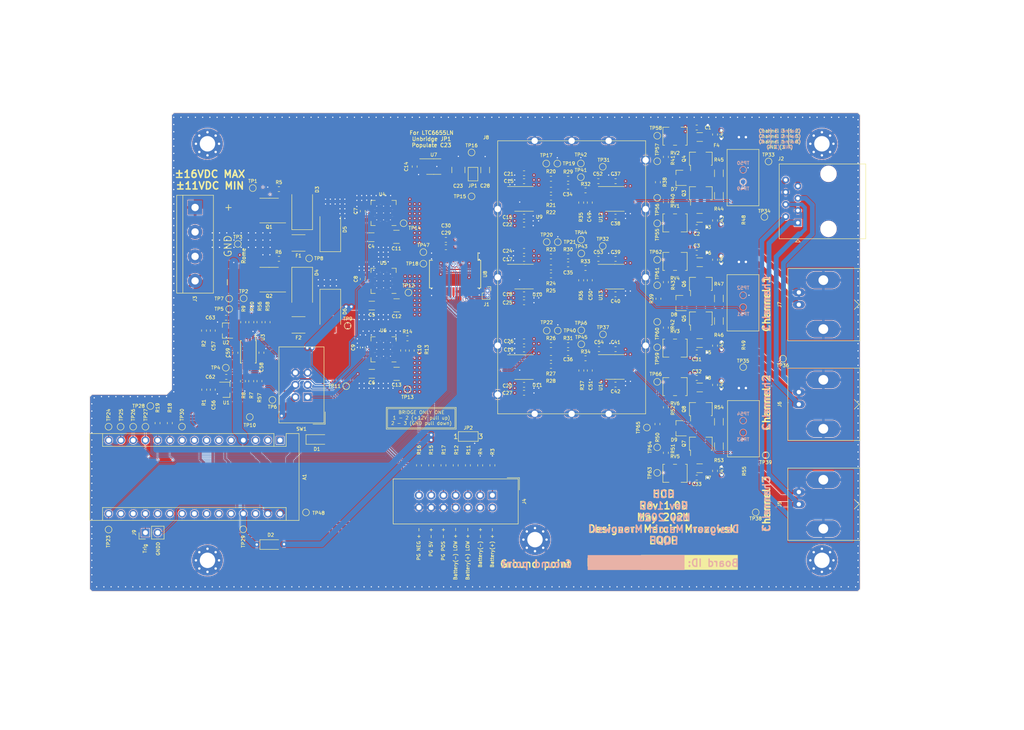
<source format=kicad_pcb>
(kicad_pcb (version 20171130) (host pcbnew "(5.1.10)-1")
  (title_block (title "\"Vernier Vamp\" Coil Driver - 200mA") (date 2020-05-12) (rev 1.0B) (company "Strathclyde University") (comment 1 "Designed by: Marcin Mrozowski") (comment 2 "Checked by: ") (comment 3 "Approved by:"))
  (layers (0 F.Cu signal) (1 GND.Cu power) (2 PWR.Cu power) (31 B.Cu signal) (34 B.Paste user) (35 F.Paste user) (36 B.SilkS user) (37 F.SilkS user) (38 B.Mask user) (39 F.Mask user) (44 Edge.Cuts user))
  (net 0 "")
  (net 1 /DAC/CLK)
  (net 2 /DAC/SDI)
  (net 3 /DAC/SDO)
  (net 4 GNDD)
  (net 5 /DAC/~CS)
  (net 6 /DAC/~RS)
  (net 7 /DAC/~LDAC)
  (net 8 /DAC/MSB)
  (net 9 GND)
  (net 10 "Net-(C7-Pad1)")
  (net 11 "Net-(C8-Pad1)")
  (net 12 "Net-(C9-Pad1)")
  (net 13 "Net-(C10-Pad2)")
  (net 14 +5V)
  (net 15 "Net-(C23-Pad1)")
  (net 16 /DAC/Vref_2.5V)
  (net 17 /Channel_Outputs/4Q_DAC_OUT_1)
  (net 18 "Net-(C34-Pad1)")
  (net 19 /Channel_Outputs/4Q_DAC_OUT_2)
  (net 20 "Net-(C35-Pad1)")
  (net 21 /Channel_Outputs/4Q_DAC_OUT_3)
  (net 22 "Net-(C36-Pad1)")
  (net 23 "Net-(C49-Pad1)")
  (net 24 "Net-(C50-Pad1)")
  (net 25 "Net-(C51-Pad1)")
  (net 26 "Net-(C52-Pad2)")
  (net 27 "Net-(C52-Pad1)")
  (net 28 "Net-(C53-Pad2)")
  (net 29 "Net-(C53-Pad1)")
  (net 30 "Net-(C54-Pad2)")
  (net 31 "Net-(C54-Pad1)")
  (net 32 +BATT)
  (net 33 -BATT)
  (net 34 "Net-(D3-Pad2)")
  (net 35 "Net-(D3-Pad1)")
  (net 36 "Net-(D4-Pad2)")
  (net 37 "Net-(D4-Pad1)")
  (net 38 /DAC/Rrb_D)
  (net 39 /DAC/Iout_D)
  (net 40 /Channel_Outputs/Coil_Iout_R3)
  (net 41 /Channel_Outputs/Coil_Iout_3)
  (net 42 /Channel_Outputs/Coil_Iout_R2)
  (net 43 /Channel_Outputs/Coil_Iout_2)
  (net 44 /Channel_Outputs/Coil_Iout_R1)
  (net 45 /Channel_Outputs/Coil_Iout_1)
  (net 46 +5VD)
  (net 47 "Net-(R10-Pad1)")
  (net 48 "Net-(R21-Pad1)")
  (net 49 "Net-(R24-Pad1)")
  (net 50 "Net-(R27-Pad1)")
  (net 51 "Net-(R43-Pad2)")
  (net 52 "Net-(R52-Pad2)")
  (net 53 /Power/-EN)
  (net 54 "Net-(U11-Pad2)")
  (net 55 "Net-(U10-Pad2)")
  (net 56 "Net-(U8-Pad2)")
  (net 57 /Power/-12VDC_bat)
  (net 58 /Power/+12VDC_bat)
  (net 59 +12V_batt_post)
  (net 60 -7V5)
  (net 61 +7V5)
  (net 62 /Power/Battery_Management/+5V_c_ref)
  (net 63 /Power/Battery_Management/-5V_c_ref)
  (net 64 /Power/Battery_Management/-7.5_PG_C)
  (net 65 /Power/Battery_Management/+5_PG_A)
  (net 66 /Power/Battery_Management/+7.5_PG_A)
  (net 67 /Power/Battery_Management/Battery-_LOW_A)
  (net 68 /Power/Battery_Management/Battery+_LOW_A)
  (net 69 /Power/Battery_Management/Battery-_A)
  (net 70 /Power/Battery_Management/Battery+_C)
  (net 71 /Power/Battery_Management/Battery-_LOW_C)
  (net 72 /Power/Battery_Management/Battery+_LOW_C)
  (net 73 "Net-(R57-Pad2)")
  (net 74 "Net-(R56-Pad1)")
  (net 75 "Net-(A1-Pad30)")
  (net 76 "Net-(JP2-Pad2)")
  (net 77 /MCU/Trigger)
  (net 78 "Net-(D7-Pad3)")
  (net 79 "Net-(D7-Pad2)")
  (net 80 "Net-(D7-Pad1)")
  (net 81 "Net-(D8-Pad3)")
  (net 82 "Net-(D8-Pad2)")
  (net 83 "Net-(D8-Pad1)")
  (net 84 "Net-(D9-Pad3)")
  (net 85 "Net-(D9-Pad2)")
  (net 86 "Net-(D9-Pad1)")
  (net 87 "Net-(F3-Pad2)")
  (net 88 "Net-(F4-Pad1)")
  (net 89 "Net-(F5-Pad2)")
  (net 90 "Net-(F6-Pad1)")
  (net 91 "Net-(F7-Pad2)")
  (net 92 "Net-(F8-Pad1)")
  (net 93 "Net-(Q3-Pad3)")
  (net 94 "Net-(Q4-Pad3)")
  (net 95 "Net-(Q5-Pad3)")
  (net 96 "Net-(R38-Pad2)")
  (net 97 "Net-(R39-Pad2)")
  (net 98 "Net-(R40-Pad1)")
  (net 99 "Net-(R41-Pad2)")
  (net 100 "Net-(R42-Pad1)")
  (net 101 "Net-(R50-Pad2)")
  (net 102 "Net-(R51-Pad1)")
  (net 103 "Net-(Q6-Pad3)")
  (net 104 "Net-(Q7-Pad3)")
  (net 105 "Net-(Q8-Pad3)")
  (module TestPoint:TestPoint_Pad_D1.0mm (layer F.Cu) (at 144.3 122.85)
    (fp_text reference TP63 (at -1.55 0.05 90) (layer F.SilkS) (effects (font (size 0.7 0.7) (thickness 0.127))))
    (fp_text value TestPoint_Probe)
    (pad 1 smd circle (at 0 0) (size 1 1) (layers F.Cu F.Mask) (net 61 +7V5))
  )
  (module TestPoint:TestPoint_Pad_D1.0mm (layer F.Cu) (at 144.3 103.95)
    (fp_text reference TP66 (at -0.3 -1.6) (layer F.SilkS) (effects (font (size 0.7 0.7) (thickness 0.127))))
    (fp_text value TestPoint_Probe)
    (pad 1 smd circle (at 0 0) (size 1 1) (layers F.Cu F.Mask) (net 60 -7V5))
  )
  (module TestPoint:TestPoint_Pad_D1.0mm (layer F.Cu) (at 142.15 113.45)
    (fp_text reference TP65 (at -1.8 0 90) (layer F.SilkS) (effects (font (size 0.7 0.7) (thickness 0.127))))
    (fp_text value TestPoint_Probe)
    (pad 1 smd circle (at 0 0) (size 1 1) (layers F.Cu F.Mask) (net 85 "Net-(D9-Pad2)"))
  )
  (module TestPoint:TestPoint_Pad_D1.0mm (layer F.Cu) (at 144.3 117.55)
    (fp_text reference TP64 (at -1.5 0 90) (layer F.SilkS) (effects (font (size 0.7 0.7) (thickness 0.127))))
    (fp_text value TestPoint_Probe)
    (pad 1 smd circle (at 0 0) (size 1 1) (layers F.Cu F.Mask) (net 86 "Net-(D9-Pad1)"))
  )
  (module TestPoint:TestPoint_Pad_D1.0mm (layer F.Cu) (at 144.3 96.8)
    (fp_text reference TP59 (at 0 2.35 90) (layer F.SilkS) (effects (font (size 0.7 0.7) (thickness 0.127))))
    (fp_text value TestPoint_Probe)
    (pad 1 smd circle (at 0 0) (size 1 1) (layers F.Cu F.Mask) (net 61 +7V5))
  )
  (module TestPoint:TestPoint_Pad_D1.0mm (layer F.Cu) (at 144.3 78.6)
    (fp_text reference TP62 (at -0.3 -1.6) (layer F.SilkS) (effects (font (size 0.7 0.7) (thickness 0.127))))
    (fp_text value TestPoint_Probe)
    (pad 1 smd circle (at 0 0) (size 1 1) (layers F.Cu F.Mask) (net 60 -7V5))
  )
  (module TestPoint:TestPoint_Pad_D1.0mm (layer F.Cu) (at 144.3 83.9)
    (fp_text reference TP61 (at 0 -2.45 90) (layer F.SilkS) (effects (font (size 0.7 0.7) (thickness 0.127))))
    (fp_text value TestPoint_Probe)
    (pad 1 smd circle (at 0 0) (size 1 1) (layers F.Cu F.Mask) (net 82 "Net-(D8-Pad2)"))
  )
  (module TestPoint:TestPoint_Pad_D1.0mm (layer F.Cu) (at 144.3 91.5)
    (fp_text reference TP60 (at 0 2.45 90) (layer F.SilkS) (effects (font (size 0.7 0.7) (thickness 0.127))))
    (fp_text value TestPoint_Probe)
    (pad 1 smd circle (at 0 0) (size 1 1) (layers F.Cu F.Mask) (net 83 "Net-(D8-Pad1)"))
  )
  (module TestPoint:TestPoint_Pad_D1.0mm (layer F.Cu) (at 144.3 52.85)
    (fp_text reference TP58 (at -0.3 -1.6) (layer F.SilkS) (effects (font (size 0.7 0.7) (thickness 0.127))))
    (fp_text value TestPoint_Probe)
    (pad 1 smd circle (at 0 0) (size 1 1) (layers F.Cu F.Mask) (net 60 -7V5))
  )
  (module TestPoint:TestPoint_Pad_D1.0mm (layer F.Cu) (at 144.3 58.15)
    (fp_text reference TP57 (at 0 -2.45 90) (layer F.SilkS) (effects (font (size 0.7 0.7) (thickness 0.127))))
    (fp_text value TestPoint_Probe)
    (pad 1 smd circle (at 0 0) (size 1 1) (layers F.Cu F.Mask) (net 79 "Net-(D7-Pad2)"))
  )
  (module TestPoint:TestPoint_Pad_D1.0mm (layer F.Cu) (at 144.3 65.75)
    (fp_text reference TP56 (at 0 2.45 90) (layer F.SilkS) (effects (font (size 0.7 0.7) (thickness 0.127))))
    (fp_text value TestPoint_Probe)
    (pad 1 smd circle (at 0 0) (size 1 1) (layers F.Cu F.Mask) (net 80 "Net-(D7-Pad1)"))
  )
  (module TestPoint:TestPoint_Pad_D1.0mm (layer F.Cu) (at 144.3 71.05)
    (fp_text reference TP55 (at 0 2.35 90) (layer F.SilkS) (effects (font (size 0.7 0.7) (thickness 0.127))))
    (fp_text value TestPoint_Probe)
    (pad 1 smd circle (at 0 0) (size 1 1) (layers F.Cu F.Mask) (net 61 +7V5))
  )
  (module TestPoint:TestPoint_Pad_D1.0mm (layer B.Cu) (at 162.136 112.0075)
    (fp_text reference TP54 (at 0 -1.397) (layer B.SilkS) (effects (font (size 0.7 0.7) (thickness 0.127)) (justify mirror)))
    (fp_text value TestPoint_Probe)
    (pad 1 smd circle (at 0 0) (size 1 1) (layers B.Cu B.Mask) (net 9 GND))
  )
  (module TestPoint:TestPoint_Pad_D1.0mm (layer B.Cu) (at 162.136 114.484)
    (fp_text reference TP53 (at 0 1.448) (layer B.SilkS) (effects (font (size 0.7 0.7) (thickness 0.127)) (justify mirror)))
    (fp_text value TestPoint_Probe)
    (pad 1 smd circle (at 0 0) (size 1 1) (layers B.Cu B.Mask) (net 40 /Channel_Outputs/Coil_Iout_R3))
  )
  (module TestPoint:TestPoint_Pad_D1.0mm (layer B.Cu) (at 162.136 59.9375)
    (fp_text reference TP50 (at 0 -1.397) (layer B.SilkS) (effects (font (size 0.7 0.7) (thickness 0.127)) (justify mirror)))
    (fp_text value TestPoint_Probe)
    (pad 1 smd circle (at 0 0) (size 1 1) (layers B.Cu B.Mask) (net 9 GND))
  )
  (module TestPoint:TestPoint_Pad_D1.0mm (layer B.Cu) (at 162.136 62.414)
    (fp_text reference TP49 (at 0 1.448) (layer B.SilkS) (effects (font (size 0.7 0.7) (thickness 0.127)) (justify mirror)))
    (fp_text value TestPoint_Probe)
    (pad 1 smd circle (at 0 0) (size 1 1) (layers B.Cu B.Mask) (net 44 /Channel_Outputs/Coil_Iout_R1))
  )
  (module TestPoint:TestPoint_Pad_D1.0mm (layer B.Cu) (at 162.136 85.9725)
    (fp_text reference TP52 (at 0 -1.524) (layer B.SilkS) (effects (font (size 0.7 0.7) (thickness 0.127)) (justify mirror)))
    (fp_text value TestPoint_Probe)
    (pad 1 smd circle (at 0 0) (size 1 1) (layers B.Cu B.Mask) (net 9 GND))
  )
  (module TestPoint:TestPoint_Pad_D1.0mm (layer B.Cu) (at 162.136 88.449)
    (fp_text reference TP51 (at 0 1.448) (layer B.SilkS) (effects (font (size 0.7 0.7) (thickness 0.127)) (justify mirror)))
    (fp_text value TestPoint_Probe)
    (pad 1 smd circle (at 0 0) (size 1 1) (layers B.Cu B.Mask) (net 42 /Channel_Outputs/Coil_Iout_R2))
  )
  (module "WSM2-13R0-FTR-LF:WSM2 13R0 FTR-LF" (layer F.Cu) (at 160.2 118.8 90)
    (fp_text reference R55 (at -3.7 2.15 90) (layer F.SilkS) (effects (font (size 0.7 0.7) (thickness 0.127))))
    (fp_text value 13R)
    (pad 2 smd rect (at 10.2 2.015 90) (size 4.6 4) (layers F.Cu F.Paste F.Mask) (net 9 GND))
    (pad 1 smd rect (at 0 2.015 90) (size 4.6 4) (layers F.Cu F.Paste F.Mask) (net 40 /Channel_Outputs/Coil_Iout_R3))
  )
  (module "WSM2-13R0-FTR-LF:WSM2 13R0 FTR-LF" (layer F.Cu) (at 160.1 92.65 90)
    (fp_text reference R49 (at -3.7 2.15 90) (layer F.SilkS) (effects (font (size 0.7 0.7) (thickness 0.127))))
    (fp_text value 13R)
    (pad 2 smd rect (at 10.2 2.015 90) (size 4.6 4) (layers F.Cu F.Paste F.Mask) (net 9 GND))
    (pad 1 smd rect (at 0 2.015 90) (size 4.6 4) (layers F.Cu F.Paste F.Mask) (net 42 /Channel_Outputs/Coil_Iout_R2))
  )
  (module "WSM2-13R0-FTR-LF:WSM2 13R0 FTR-LF" (layer F.Cu) (at 160.1 66.65 90)
    (fp_text reference R48 (at -3.7 2.15 90) (layer F.SilkS) (effects (font (size 0.7 0.7) (thickness 0.127))))
    (fp_text value 13R)
    (pad 1 smd rect (at 0 2.015 90) (size 4.6 4) (layers F.Cu F.Paste F.Mask) (net 44 /Channel_Outputs/Coil_Iout_R1))
    (pad 2 smd rect (at 10.2 2.015 90) (size 4.6 4) (layers F.Cu F.Paste F.Mask) (net 9 GND))
  )
  (module MS570-10F:MS570-10S (layer F.Cu) (at 111.2 53.9 90)
    (fp_text reference J8 (at 0.6935 -2.404 180) (layer F.SilkS) (effects (font (size 0.7 0.7) (thickness 0.127))))
    (fp_text value RF_Shield_Two_Pieces)
    (pad 1 thru_hole circle (at -52.7 0 90) (size 2 2) (drill 1.3) (layers *.Cu *.Mask) (net 9 GND))
    (pad 1 smd oval (at -56.7 30.7 90) (size 3 3) (layers F.Cu F.Paste F.Mask) (net 9 GND))
    (pad 1 smd oval (at 0 30.7 90) (size 3 3) (layers F.Cu F.Paste F.Mask) (net 9 GND))
    (pad 1 smd oval (at 0 0 90) (size 3 3) (layers F.Cu F.Paste F.Mask) (net 9 GND))
    (pad 1 smd oval (at -56.7 0 90) (size 3 3) (layers F.Cu F.Paste F.Mask) (net 9 GND))
    (pad 1 thru_hole circle (at -4 30.7 90) (size 2 2) (drill 1.3) (layers *.Cu *.Mask) (net 9 GND))
    (pad 1 thru_hole oval (at 0 7.675 90) (size 1.55 3) (drill 1.3) (layers *.Cu *.Mask) (net 9 GND))
    (pad 1 thru_hole oval (at -42.525 30.7 90) (size 3 1.55) (drill 1.3) (layers *.Cu *.Mask) (net 9 GND))
    (pad 1 thru_hole oval (at -28.35 30.7 90) (size 3 1.55) (drill 1.3) (layers *.Cu *.Mask) (net 9 GND))
    (pad 1 thru_hole oval (at -14.175 30.7 90) (size 3 1.55) (drill 1.3) (layers *.Cu *.Mask) (net 9 GND))
    (pad 1 thru_hole oval (at -42.525 0 90) (size 3 1.55) (drill 1.3) (layers *.Cu *.Mask) (net 9 GND))
    (pad 1 thru_hole oval (at -28.35 0 90) (size 3 1.55) (drill 1.3) (layers *.Cu *.Mask) (net 9 GND))
    (pad 1 thru_hole oval (at -14.175 0 90) (size 3 1.55) (drill 1.3) (layers *.Cu *.Mask) (net 9 GND))
    (pad 1 thru_hole oval (at 0 15.35 90) (size 1.55 3) (drill 1.3) (layers *.Cu *.Mask) (net 9 GND))
    (pad 1 thru_hole oval (at 0 23.025 90) (size 1.55 3) (drill 1.3) (layers *.Cu *.Mask) (net 9 GND))
    (pad 1 thru_hole oval (at -56.7 7.675 90) (size 1.55 3) (drill 1.3) (layers *.Cu *.Mask) (net 9 GND))
    (pad 1 thru_hole oval (at -56.7 15.35 90) (size 1.55 3) (drill 1.3) (layers *.Cu *.Mask) (net 9 GND))
    (pad 1 thru_hole oval (at -56.7 23.025 90) (size 1.55 3) (drill 1.3) (layers *.Cu *.Mask) (net 9 GND))
  )
  (module TestPoint:TestPoint_Pad_D1.0mm (layer F.Cu) (at 128.45 58.6)
    (fp_text reference TP42 (at 0 -1.8 180) (layer F.SilkS) (effects (font (size 0.7 0.7) (thickness 0.127))))
    (fp_text value TestPoint_Probe)
    (pad 1 smd circle (at 0 0) (size 1 1) (layers F.Cu F.Mask) (net 9 GND))
  )
  (module Resistor_SMD:R_0603_1608Metric_Pad1.05x0.95mm_HandSolder (layer F.Cu) (at 63.455 91.5619 90)
    (fp_text reference R58 (at 3.2619 -0.005 90) (layer F.SilkS) (effects (font (size 0.7 0.7) (thickness 0.127))))
    (fp_text value 133k)
    (pad 1 smd roundrect (at -0.875 0 90) (size 1.05 0.95) (layers F.Cu F.Paste F.Mask) (net 71 /Power/Battery_Management/Battery-_LOW_C))
    (pad 2 smd roundrect (at 0.875 0 90) (size 1.05 0.95) (layers F.Cu F.Paste F.Mask) (net 74 "Net-(R56-Pad1)"))
  )
  (module Resistor_SMD:R_1206_3216Metric_Pad1.30x1.75mm_HandSolder (layer F.Cu) (at 157.1 112.25 270)
    (fp_text reference R54 (at -3 0 180) (layer F.SilkS) (effects (font (size 0.7 0.7) (thickness 0.127))))
    (fp_text value 0.47R)
    (pad 1 smd roundrect (at -1.55 0 270) (size 1.3 1.75) (layers F.Cu F.Paste F.Mask) (roundrect_rratio 0.192308) (net 105 "Net-(Q8-Pad3)"))
    (pad 2 smd roundrect (at 1.55 0 270) (size 1.3 1.75) (layers F.Cu F.Paste F.Mask) (roundrect_rratio 0.192308) (net 41 /Channel_Outputs/Coil_Iout_3))
  )
  (module Resistor_SMD:R_1206_3216Metric_Pad1.30x1.75mm_HandSolder (layer F.Cu) (at 157.1 117.325 270)
    (fp_text reference R53 (at 2.925 0 180) (layer F.SilkS) (effects (font (size 0.7 0.7) (thickness 0.127))))
    (fp_text value 0.47R)
    (pad 1 smd roundrect (at -1.55 0 270) (size 1.3 1.75) (layers F.Cu F.Paste F.Mask) (roundrect_rratio 0.192308) (net 41 /Channel_Outputs/Coil_Iout_3))
    (pad 2 smd roundrect (at 1.55 0 270) (size 1.3 1.75) (layers F.Cu F.Paste F.Mask) (roundrect_rratio 0.192308) (net 104 "Net-(Q7-Pad3)"))
  )
  (module Resistor_SMD:R_0603_1608Metric_Pad1.05x0.95mm_HandSolder (layer F.Cu) (at 144.35 112.725 90)
    (fp_text reference R50 (at -2.775 0 90) (layer F.SilkS) (effects (font (size 0.7 0.7) (thickness 0.127))))
    (fp_text value 49.9R)
    (pad 1 smd roundrect (at -0.875 0 90) (size 1.05 0.95) (layers F.Cu F.Paste F.Mask) (net 84 "Net-(D9-Pad3)"))
    (pad 2 smd roundrect (at 0.875 0 90) (size 1.05 0.95) (layers F.Cu F.Paste F.Mask) (net 101 "Net-(R50-Pad2)"))
  )
  (module Resistor_SMD:R_0603_1608Metric_Pad1.05x0.95mm_HandSolder (layer F.Cu) (at 144.55 86.7 90)
    (fp_text reference R39 (at 0 -1.43 90) (layer F.SilkS) (effects (font (size 0.7 0.7) (thickness 0.127))))
    (fp_text value 49.9R)
    (pad 1 smd roundrect (at -0.875 0 90) (size 1.05 0.95) (layers F.Cu F.Paste F.Mask) (net 81 "Net-(D8-Pad3)"))
    (pad 2 smd roundrect (at 0.875 0 90) (size 1.05 0.95) (layers F.Cu F.Paste F.Mask) (net 97 "Net-(R39-Pad2)"))
  )
  (module Resistor_SMD:R_0603_1608Metric_Pad1.05x0.95mm_HandSolder (layer F.Cu) (at 144.45 62.5 270)
    (fp_text reference R38 (at 0 -1.43 90) (layer F.SilkS) (effects (font (size 0.7 0.7) (thickness 0.127))))
    (fp_text value 49.9R)
    (pad 1 smd roundrect (at -0.875 0 270) (size 1.05 0.95) (layers F.Cu F.Paste F.Mask) (net 78 "Net-(D7-Pad3)"))
    (pad 2 smd roundrect (at 0.875 0 270) (size 1.05 0.95) (layers F.Cu F.Paste F.Mask) (net 96 "Net-(R38-Pad2)"))
  )
  (module Connector_PinHeader_2.54mm:PinHeader_1x02_P2.54mm_Vertical (layer F.Cu) (at 38.1 135.275 90)
    (fp_text reference J9 (at 0 -2.33 90) (layer F.SilkS) (effects (font (size 0.7 0.7) (thickness 0.127))))
    (fp_text value Conn_01x02)
    (pad 1 thru_hole rect (at 0 0 90) (size 1.7 1.7) (drill 1) (layers *.Cu *.Mask) (net 77 /MCU/Trigger))
    (pad 2 thru_hole oval (at 0 2.54 90) (size 1.7 1.7) (drill 1) (layers *.Cu *.Mask) (net 4 GNDD))
  )
  (module Diode_SMD:D_SOD-123 (layer F.Cu) (at 64.1 137.75)
    (fp_text reference D2 (at 0 -2) (layer F.SilkS) (effects (font (size 0.7 0.7) (thickness 0.127))))
    (fp_text value MBR0520LT)
    (pad 1 smd rect (at -1.65 0) (size 0.9 1.2) (layers F.Cu F.Paste F.Mask) (net 46 +5VD))
    (pad 2 smd rect (at 1.65 0) (size 0.9 1.2) (layers F.Cu F.Paste F.Mask) (net 14 +5V))
  )
  (module Potentiometer_SMD:Potentiometer_Bourns_3224W_Vertical (layer F.Cu) (at 148 104.95 180)
    (fp_text reference RV6 (at 0 -3.5) (layer F.SilkS) (effects (font (size 0.7 0.7) (thickness 0.127))))
    (fp_text value 10k)
    (pad 1 smd rect (at 1.25 -1.45 180) (size 1.3 1.6) (layers F.Cu F.Paste F.Mask))
    (pad 2 smd rect (at 0 1.45 180) (size 2 1.6) (layers F.Cu F.Paste F.Mask) (net 52 "Net-(R52-Pad2)"))
    (pad 3 smd rect (at -1.25 -1.45 180) (size 1.3 1.6) (layers F.Cu F.Paste F.Mask) (net 60 -7V5))
  )
  (module Potentiometer_SMD:Potentiometer_Bourns_3224W_Vertical (layer F.Cu) (at 148 122.95)
    (fp_text reference RV5 (at 0 -3.5) (layer F.SilkS) (effects (font (size 0.7 0.7) (thickness 0.127))))
    (fp_text value 10k)
    (pad 1 smd rect (at 1.25 -1.45) (size 1.3 1.6) (layers F.Cu F.Paste F.Mask) (net 61 +7V5))
    (pad 2 smd rect (at 0 1.45) (size 2 1.6) (layers F.Cu F.Paste F.Mask) (net 102 "Net-(R51-Pad1)"))
    (pad 3 smd rect (at -1.25 -1.45) (size 1.3 1.6) (layers F.Cu F.Paste F.Mask))
  )
  (module Package_TO_SOT_SMD:SOT-89-3_Handsoldering (layer F.Cu) (at 153.35 117.1 90)
    (fp_text reference Q7 (at 0.3 -3.5 90) (layer F.SilkS) (effects (font (size 0.7 0.7) (thickness 0.127))))
    (fp_text value 2SC5566)
    (pad 2 smd custom (at -2.0625 0 90) (size 2.475 0.9) (layers F.Cu F.Paste F.Mask) (net 91 "Net-(F7-Pad2)") (options (clearance outline) (anchor rect)) (primitives (gr_poly (pts (xy 1.2375 -0.8665) (xy 5.3625 -0.8665) (xy 5.3625 0.8665) (xy 1.2375 0.8665)) (width 0))))
    (pad 3 smd rect (at -2.15 1.5 90) (size 2.3 0.9) (layers F.Cu F.Paste F.Mask) (net 104 "Net-(Q7-Pad3)"))
    (pad 1 smd rect (at -2.15 -1.5 90) (size 2.3 0.9) (layers F.Cu F.Paste F.Mask) (net 86 "Net-(D9-Pad1)"))
  )
  (module Package_TO_SOT_SMD:SOT-89-3_Handsoldering (layer F.Cu) (at 153.35 109.925 90)
    (fp_text reference Q8 (at 0.3 -3.5 90) (layer F.SilkS) (effects (font (size 0.7 0.7) (thickness 0.127))))
    (fp_text value 2SA2013)
    (pad 2 smd custom (at -2.0625 0 90) (size 2.475 0.9) (layers F.Cu F.Paste F.Mask) (net 92 "Net-(F8-Pad1)") (options (clearance outline) (anchor rect)) (primitives (gr_poly (pts (xy 1.2375 -0.8665) (xy 5.3625 -0.8665) (xy 5.3625 0.8665) (xy 1.2375 0.8665)) (width 0))))
    (pad 3 smd rect (at -2.15 1.5 90) (size 2.3 0.9) (layers F.Cu F.Paste F.Mask) (net 105 "Net-(Q8-Pad3)"))
    (pad 1 smd rect (at -2.15 -1.5 90) (size 2.3 0.9) (layers F.Cu F.Paste F.Mask) (net 85 "Net-(D9-Pad2)"))
  )
  (module Fuse:Fuse_1206_3216Metric (layer F.Cu) (at 153.125 105.125 180)
    (fp_text reference F8 (at -1.725 1.975) (layer F.SilkS) (effects (font (size 0.7 0.7) (thickness 0.127))))
    (fp_text value 1206L020)
    (pad 2 smd roundrect (at 1.4 0 180) (size 1.25 1.75) (layers F.Cu F.Paste F.Mask) (roundrect_rratio 0.2) (net 60 -7V5))
    (pad 1 smd roundrect (at -1.4 0 180) (size 1.25 1.75) (layers F.Cu F.Paste F.Mask) (roundrect_rratio 0.2) (net 92 "Net-(F8-Pad1)"))
  )
  (module Package_TO_SOT_SMD:SOT-23 (layer F.Cu) (at 148.95 113.6 180)
    (fp_text reference D9 (at 1.15 -2.4) (layer F.SilkS) (effects (font (size 0.7 0.7) (thickness 0.127))))
    (fp_text value BAV99)
    (pad 3 smd rect (at 1 0 180) (size 0.9 0.8) (layers F.Cu F.Paste F.Mask) (net 84 "Net-(D9-Pad3)"))
    (pad 2 smd rect (at -1 0.95 180) (size 0.9 0.8) (layers F.Cu F.Paste F.Mask) (net 85 "Net-(D9-Pad2)"))
    (pad 1 smd rect (at -1 -0.95 180) (size 0.9 0.8) (layers F.Cu F.Paste F.Mask) (net 86 "Net-(D9-Pad1)"))
  )
  (module Fuse:Fuse_1206_3216Metric (layer F.Cu) (at 153.1 121.9)
    (fp_text reference F7 (at 1.75 2) (layer F.SilkS) (effects (font (size 0.7 0.7) (thickness 0.127))))
    (fp_text value 1206L020)
    (pad 2 smd roundrect (at 1.4 0) (size 1.25 1.75) (layers F.Cu F.Paste F.Mask) (roundrect_rratio 0.2) (net 91 "Net-(F7-Pad2)"))
    (pad 1 smd roundrect (at -1.4 0) (size 1.25 1.75) (layers F.Cu F.Paste F.Mask) (roundrect_rratio 0.2) (net 61 +7V5))
  )
  (module Capacitor_SMD:C_0603_1608Metric_Pad1.05x0.95mm_HandSolder (layer F.Cu) (at 156.3 104.6 90)
    (fp_text reference C48 (at 0 1.35 90) (layer F.SilkS) (effects (font (size 0.7 0.7) (thickness 0.127))))
    (fp_text value 1u)
    (pad 2 smd roundrect (at 0.875 0 90) (size 1.05 0.95) (layers F.Cu F.Paste F.Mask) (net 60 -7V5))
    (pad 1 smd roundrect (at -0.875 0 90) (size 1.05 0.95) (layers F.Cu F.Paste F.Mask) (net 9 GND))
  )
  (module Capacitor_SMD:C_0603_1608Metric_Pad1.05x0.95mm_HandSolder (layer F.Cu) (at 152.5 103.15 180)
    (fp_text reference C32 (at 0 1.35) (layer F.SilkS) (effects (font (size 0.7 0.7) (thickness 0.127))))
    (fp_text value 100n)
    (pad 1 smd roundrect (at -0.875 0 180) (size 1.05 0.95) (layers F.Cu F.Paste F.Mask) (net 9 GND))
    (pad 2 smd roundrect (at 0.875 0 180) (size 1.05 0.95) (layers F.Cu F.Paste F.Mask) (net 60 -7V5))
  )
  (module Capacitor_SMD:C_0603_1608Metric_Pad1.05x0.95mm_HandSolder (layer F.Cu) (at 152.5 123.85)
    (fp_text reference C33 (at 0 1.35) (layer F.SilkS) (effects (font (size 0.7 0.7) (thickness 0.127))))
    (fp_text value 100n)
    (pad 2 smd roundrect (at 0.875 0) (size 1.05 0.95) (layers F.Cu F.Paste F.Mask) (net 9 GND))
    (pad 1 smd roundrect (at -0.875 0) (size 1.05 0.95) (layers F.Cu F.Paste F.Mask) (net 61 +7V5))
  )
  (module Resistor_SMD:R_0603_1608Metric_Pad1.05x0.95mm_HandSolder (layer F.Cu) (at 146.1 109.25 90)
    (fp_text reference R52 (at -0.65 1.45 90) (layer F.SilkS) (effects (font (size 0.7 0.7) (thickness 0.127))))
    (fp_text value 3k)
    (pad 1 smd roundrect (at -0.875 0 90) (size 1.05 0.95) (layers F.Cu F.Paste F.Mask) (net 85 "Net-(D9-Pad2)"))
    (pad 2 smd roundrect (at 0.875 0 90) (size 1.05 0.95) (layers F.Cu F.Paste F.Mask) (net 52 "Net-(R52-Pad2)"))
  )
  (module Resistor_SMD:R_0603_1608Metric_Pad1.05x0.95mm_HandSolder (layer F.Cu) (at 146.1 118.7 90)
    (fp_text reference R51 (at 0.85 1.45 90) (layer F.SilkS) (effects (font (size 0.7 0.7) (thickness 0.127))))
    (fp_text value 3k)
    (pad 1 smd roundrect (at -0.875 0 90) (size 1.05 0.95) (layers F.Cu F.Paste F.Mask) (net 102 "Net-(R51-Pad1)"))
    (pad 2 smd roundrect (at 0.875 0 90) (size 1.05 0.95) (layers F.Cu F.Paste F.Mask) (net 86 "Net-(D9-Pad1)"))
  )
  (module Capacitor_SMD:C_0603_1608Metric_Pad1.05x0.95mm_HandSolder (layer F.Cu) (at 156.3 122.45 90)
    (fp_text reference C47 (at 0 1.4 90) (layer F.SilkS) (effects (font (size 0.7 0.7) (thickness 0.127))))
    (fp_text value 1u)
    (pad 1 smd roundrect (at -0.875 0 90) (size 1.05 0.95) (layers F.Cu F.Paste F.Mask) (net 61 +7V5))
    (pad 2 smd roundrect (at 0.875 0 90) (size 1.05 0.95) (layers F.Cu F.Paste F.Mask) (net 9 GND))
  )
  (module Potentiometer_SMD:Potentiometer_Bourns_3224W_Vertical (layer F.Cu) (at 148 78.95 180)
    (fp_text reference RV4 (at 0 -3.5) (layer F.SilkS) (effects (font (size 0.7 0.7) (thickness 0.127))))
    (fp_text value 10k)
    (pad 1 smd rect (at 1.25 -1.45 180) (size 1.3 1.6) (layers F.Cu F.Paste F.Mask))
    (pad 2 smd rect (at 0 1.45 180) (size 2 1.6) (layers F.Cu F.Paste F.Mask) (net 51 "Net-(R43-Pad2)"))
    (pad 3 smd rect (at -1.25 -1.45 180) (size 1.3 1.6) (layers F.Cu F.Paste F.Mask) (net 60 -7V5))
  )
  (module Potentiometer_SMD:Potentiometer_Bourns_3224W_Vertical (layer F.Cu) (at 148 96.95)
    (fp_text reference RV3 (at 0 -3.5) (layer F.SilkS) (effects (font (size 0.7 0.7) (thickness 0.127))))
    (fp_text value 10k)
    (pad 1 smd rect (at 1.25 -1.45) (size 1.3 1.6) (layers F.Cu F.Paste F.Mask) (net 61 +7V5))
    (pad 2 smd rect (at 0 1.45) (size 2 1.6) (layers F.Cu F.Paste F.Mask) (net 100 "Net-(R42-Pad1)"))
    (pad 3 smd rect (at -1.25 -1.45) (size 1.3 1.6) (layers F.Cu F.Paste F.Mask))
  )
  (module Package_TO_SOT_SMD:SOT-89-3_Handsoldering (layer F.Cu) (at 153.35 91.1 90)
    (fp_text reference Q5 (at 0.3 -3.5 90) (layer F.SilkS) (effects (font (size 0.7 0.7) (thickness 0.127))))
    (fp_text value 2SC5566)
    (pad 2 smd custom (at -2.0625 0 90) (size 2.475 0.9) (layers F.Cu F.Paste F.Mask) (net 89 "Net-(F5-Pad2)") (options (clearance outline) (anchor rect)) (primitives (gr_poly (pts (xy 1.2375 -0.8665) (xy 5.3625 -0.8665) (xy 5.3625 0.8665) (xy 1.2375 0.8665)) (width 0))))
    (pad 3 smd rect (at -2.15 1.5 90) (size 2.3 0.9) (layers F.Cu F.Paste F.Mask) (net 95 "Net-(Q5-Pad3)"))
    (pad 1 smd rect (at -2.15 -1.5 90) (size 2.3 0.9) (layers F.Cu F.Paste F.Mask) (net 83 "Net-(D8-Pad1)"))
  )
  (module Resistor_SMD:R_1206_3216Metric (layer F.Cu) (at 157.1 86.65 270)
    (fp_text reference R47 (at -3 0 180) (layer F.SilkS) (effects (font (size 0.7 0.7) (thickness 0.127))))
    (fp_text value 0.47R)
    (pad 2 smd roundrect (at 1.4625 0 270) (size 1.125 1.75) (layers F.Cu F.Paste F.Mask) (roundrect_rratio 0.222222) (net 43 /Channel_Outputs/Coil_Iout_2))
    (pad 1 smd roundrect (at -1.4625 0 270) (size 1.125 1.75) (layers F.Cu F.Paste F.Mask) (roundrect_rratio 0.222222) (net 103 "Net-(Q6-Pad3)"))
  )
  (module Resistor_SMD:R_1206_3216Metric (layer F.Cu) (at 157.1 91.325 270)
    (fp_text reference R46 (at 2.925 0 180) (layer F.SilkS) (effects (font (size 0.7 0.7) (thickness 0.127))))
    (fp_text value 0.47R)
    (pad 2 smd roundrect (at 1.4625 0 270) (size 1.125 1.75) (layers F.Cu F.Paste F.Mask) (roundrect_rratio 0.222222) (net 95 "Net-(Q5-Pad3)"))
    (pad 1 smd roundrect (at -1.4625 0 270) (size 1.125 1.75) (layers F.Cu F.Paste F.Mask) (roundrect_rratio 0.222222) (net 43 /Channel_Outputs/Coil_Iout_2))
  )
  (module Package_TO_SOT_SMD:SOT-89-3_Handsoldering (layer F.Cu) (at 153.35 83.925 90)
    (fp_text reference Q6 (at 0.3 -3.5 90) (layer F.SilkS) (effects (font (size 0.7 0.7) (thickness 0.127))))
    (fp_text value 2SA2013)
    (pad 2 smd custom (at -2.0625 0 90) (size 2.475 0.9) (layers F.Cu F.Paste F.Mask) (net 90 "Net-(F6-Pad1)") (options (clearance outline) (anchor rect)) (primitives (gr_poly (pts (xy 1.2375 -0.8665) (xy 5.3625 -0.8665) (xy 5.3625 0.8665) (xy 1.2375 0.8665)) (width 0))))
    (pad 3 smd rect (at -2.15 1.5 90) (size 2.3 0.9) (layers F.Cu F.Paste F.Mask) (net 103 "Net-(Q6-Pad3)"))
    (pad 1 smd rect (at -2.15 -1.5 90) (size 2.3 0.9) (layers F.Cu F.Paste F.Mask) (net 82 "Net-(D8-Pad2)"))
  )
  (module Fuse:Fuse_1206_3216Metric (layer F.Cu) (at 153.125 79.125 180)
    (fp_text reference F6 (at -1.775 1.925) (layer F.SilkS) (effects (font (size 0.7 0.7) (thickness 0.127))))
    (fp_text value 1206L020)
    (pad 2 smd roundrect (at 1.4 0 180) (size 1.25 1.75) (layers F.Cu F.Paste F.Mask) (roundrect_rratio 0.2) (net 60 -7V5))
    (pad 1 smd roundrect (at -1.4 0 180) (size 1.25 1.75) (layers F.Cu F.Paste F.Mask) (roundrect_rratio 0.2) (net 90 "Net-(F6-Pad1)"))
  )
  (module Package_TO_SOT_SMD:SOT-23 (layer F.Cu) (at 148.95 87.6 180)
    (fp_text reference D8 (at 1.15 -2.4) (layer F.SilkS) (effects (font (size 0.7 0.7) (thickness 0.127))))
    (fp_text value BAV99)
    (pad 3 smd rect (at 1 0 180) (size 0.9 0.8) (layers F.Cu F.Paste F.Mask) (net 81 "Net-(D8-Pad3)"))
    (pad 2 smd rect (at -1 0.95 180) (size 0.9 0.8) (layers F.Cu F.Paste F.Mask) (net 82 "Net-(D8-Pad2)"))
    (pad 1 smd rect (at -1 -0.95 180) (size 0.9 0.8) (layers F.Cu F.Paste F.Mask) (net 83 "Net-(D8-Pad1)"))
  )
  (module Fuse:Fuse_1206_3216Metric (layer F.Cu) (at 153.1 95.9)
    (fp_text reference F5 (at 1.8 1.95) (layer F.SilkS) (effects (font (size 0.7 0.7) (thickness 0.127))))
    (fp_text value 1206L020)
    (pad 2 smd roundrect (at 1.4 0) (size 1.25 1.75) (layers F.Cu F.Paste F.Mask) (roundrect_rratio 0.2) (net 89 "Net-(F5-Pad2)"))
    (pad 1 smd roundrect (at -1.4 0) (size 1.25 1.75) (layers F.Cu F.Paste F.Mask) (roundrect_rratio 0.2) (net 61 +7V5))
  )
  (module Capacitor_SMD:C_0603_1608Metric_Pad1.05x0.95mm_HandSolder (layer F.Cu) (at 156.3 78.6 90)
    (fp_text reference C46 (at 0 1.3 90) (layer F.SilkS) (effects (font (size 0.7 0.7) (thickness 0.127))))
    (fp_text value 1u)
    (pad 2 smd roundrect (at 0.875 0 90) (size 1.05 0.95) (layers F.Cu F.Paste F.Mask) (net 60 -7V5))
    (pad 1 smd roundrect (at -0.875 0 90) (size 1.05 0.95) (layers F.Cu F.Paste F.Mask) (net 9 GND))
  )
  (module Capacitor_SMD:C_0603_1608Metric_Pad1.05x0.95mm_HandSolder (layer F.Cu) (at 152.5 77.15 180)
    (fp_text reference C3 (at 0 1.45) (layer F.SilkS) (effects (font (size 0.7 0.7) (thickness 0.127))))
    (fp_text value 100n)
    (pad 1 smd roundrect (at -0.875 0 180) (size 1.05 0.95) (layers F.Cu F.Paste F.Mask) (net 9 GND))
    (pad 2 smd roundrect (at 0.875 0 180) (size 1.05 0.95) (layers F.Cu F.Paste F.Mask) (net 60 -7V5))
  )
  (module Capacitor_SMD:C_0603_1608Metric_Pad1.05x0.95mm_HandSolder (layer F.Cu) (at 152.5 97.85)
    (fp_text reference C31 (at 0 1.45) (layer F.SilkS) (effects (font (size 0.7 0.7) (thickness 0.127))))
    (fp_text value 100n)
    (pad 2 smd roundrect (at 0.875 0) (size 1.05 0.95) (layers F.Cu F.Paste F.Mask) (net 9 GND))
    (pad 1 smd roundrect (at -0.875 0) (size 1.05 0.95) (layers F.Cu F.Paste F.Mask) (net 61 +7V5))
  )
  (module Resistor_SMD:R_0603_1608Metric_Pad1.05x0.95mm_HandSolder (layer F.Cu) (at 146.1 83.25 90)
    (fp_text reference R43 (at -0.65 1.5 90) (layer F.SilkS) (effects (font (size 0.7 0.7) (thickness 0.127))))
    (fp_text value 3k)
    (pad 1 smd roundrect (at -0.875 0 90) (size 1.05 0.95) (layers F.Cu F.Paste F.Mask) (net 82 "Net-(D8-Pad2)"))
    (pad 2 smd roundrect (at 0.875 0 90) (size 1.05 0.95) (layers F.Cu F.Paste F.Mask) (net 51 "Net-(R43-Pad2)"))
  )
  (module Resistor_SMD:R_0603_1608Metric_Pad1.05x0.95mm_HandSolder (layer F.Cu) (at 146.1 92.7 90)
    (fp_text reference R42 (at 0.7 1.4 90) (layer F.SilkS) (effects (font (size 0.7 0.7) (thickness 0.127))))
    (fp_text value 3k)
    (pad 1 smd roundrect (at -0.875 0 90) (size 1.05 0.95) (layers F.Cu F.Paste F.Mask) (net 100 "Net-(R42-Pad1)"))
    (pad 2 smd roundrect (at 0.875 0 90) (size 1.05 0.95) (layers F.Cu F.Paste F.Mask) (net 83 "Net-(D8-Pad1)"))
  )
  (module Capacitor_SMD:C_0603_1608Metric_Pad1.05x0.95mm_HandSolder (layer F.Cu) (at 156.3 96.45 90)
    (fp_text reference C45 (at 0 1.4 90) (layer F.SilkS) (effects (font (size 0.7 0.7) (thickness 0.127))))
    (fp_text value 1u)
    (pad 1 smd roundrect (at -0.875 0 90) (size 1.05 0.95) (layers F.Cu F.Paste F.Mask) (net 61 +7V5))
    (pad 2 smd roundrect (at 0.875 0 90) (size 1.05 0.95) (layers F.Cu F.Paste F.Mask) (net 9 GND))
  )
  (module Potentiometer_SMD:Potentiometer_Bourns_3224W_Vertical (layer F.Cu) (at 148 52.95 180)
    (fp_text reference RV2 (at 0 -3.5) (layer F.SilkS) (effects (font (size 0.7 0.7) (thickness 0.127))))
    (fp_text value 10k)
    (pad 1 smd rect (at 1.25 -1.45 180) (size 1.3 1.6) (layers F.Cu F.Paste F.Mask))
    (pad 2 smd rect (at 0 1.45 180) (size 2 1.6) (layers F.Cu F.Paste F.Mask) (net 99 "Net-(R41-Pad2)"))
    (pad 3 smd rect (at -1.25 -1.45 180) (size 1.3 1.6) (layers F.Cu F.Paste F.Mask) (net 60 -7V5))
  )
  (module Potentiometer_SMD:Potentiometer_Bourns_3224W_Vertical (layer F.Cu) (at 148 70.95)
    (fp_text reference RV1 (at 0 -3.5) (layer F.SilkS) (effects (font (size 0.7 0.7) (thickness 0.127))))
    (fp_text value 10k)
    (pad 1 smd rect (at 1.25 -1.45) (size 1.3 1.6) (layers F.Cu F.Paste F.Mask) (net 61 +7V5))
    (pad 2 smd rect (at 0 1.45) (size 2 1.6) (layers F.Cu F.Paste F.Mask) (net 98 "Net-(R40-Pad1)"))
    (pad 3 smd rect (at -1.25 -1.45) (size 1.3 1.6) (layers F.Cu F.Paste F.Mask))
  )
  (module Package_TO_SOT_SMD:SOT-89-3_Handsoldering (layer F.Cu) (at 153.35 65.1 90)
    (fp_text reference Q3 (at 0.3 -3.5 90) (layer F.SilkS) (effects (font (size 0.7 0.7) (thickness 0.127))))
    (fp_text value 2SC5566)
    (pad 2 smd custom (at -2.0625 0 90) (size 2.475 0.9) (layers F.Cu F.Paste F.Mask) (net 87 "Net-(F3-Pad2)") (options (clearance outline) (anchor rect)) (primitives (gr_poly (pts (xy 1.2375 -0.8665) (xy 5.3625 -0.8665) (xy 5.3625 0.8665) (xy 1.2375 0.8665)) (width 0))))
    (pad 3 smd rect (at -2.15 1.5 90) (size 2.3 0.9) (layers F.Cu F.Paste F.Mask) (net 93 "Net-(Q3-Pad3)"))
    (pad 1 smd rect (at -2.15 -1.5 90) (size 2.3 0.9) (layers F.Cu F.Paste F.Mask) (net 80 "Net-(D7-Pad1)"))
  )
  (module Resistor_SMD:R_1206_3216Metric (layer F.Cu) (at 157.1 60.65 270)
    (fp_text reference R45 (at -2.8 0 180) (layer F.SilkS) (effects (font (size 0.7 0.7) (thickness 0.127))))
    (fp_text value 0.47R)
    (pad 2 smd roundrect (at 1.4625 0 270) (size 1.125 1.75) (layers F.Cu F.Paste F.Mask) (roundrect_rratio 0.222222) (net 45 /Channel_Outputs/Coil_Iout_1))
    (pad 1 smd roundrect (at -1.4625 0 270) (size 1.125 1.75) (layers F.Cu F.Paste F.Mask) (roundrect_rratio 0.222222) (net 94 "Net-(Q4-Pad3)"))
  )
  (module Resistor_SMD:R_1206_3216Metric (layer F.Cu) (at 157.1 65.325 270)
    (fp_text reference R44 (at 2.725 0 180) (layer F.SilkS) (effects (font (size 0.7 0.7) (thickness 0.127))))
    (fp_text value 0.47R)
    (pad 2 smd roundrect (at 1.4625 0 270) (size 1.125 1.75) (layers F.Cu F.Paste F.Mask) (roundrect_rratio 0.222222) (net 93 "Net-(Q3-Pad3)"))
    (pad 1 smd roundrect (at -1.4625 0 270) (size 1.125 1.75) (layers F.Cu F.Paste F.Mask) (roundrect_rratio 0.222222) (net 45 /Channel_Outputs/Coil_Iout_1))
  )
  (module Package_TO_SOT_SMD:SOT-89-3_Handsoldering (layer F.Cu) (at 153.35 57.925 90)
    (fp_text reference Q4 (at 0.3 -3.5 90) (layer F.SilkS) (effects (font (size 0.7 0.7) (thickness 0.127))))
    (fp_text value 2SA2013)
    (pad 2 smd custom (at -2.0625 0 90) (size 2.475 0.9) (layers F.Cu F.Paste F.Mask) (net 88 "Net-(F4-Pad1)") (options (clearance outline) (anchor rect)) (primitives (gr_poly (pts (xy 1.2375 -0.8665) (xy 5.3625 -0.8665) (xy 5.3625 0.8665) (xy 1.2375 0.8665)) (width 0))))
    (pad 3 smd rect (at -2.15 1.5 90) (size 2.3 0.9) (layers F.Cu F.Paste F.Mask) (net 94 "Net-(Q4-Pad3)"))
    (pad 1 smd rect (at -2.15 -1.5 90) (size 2.3 0.9) (layers F.Cu F.Paste F.Mask) (net 79 "Net-(D7-Pad2)"))
  )
  (module Fuse:Fuse_1206_3216Metric (layer F.Cu) (at 153.125 53.125 180)
    (fp_text reference F4 (at -3.4865 -1.7325) (layer F.SilkS) (effects (font (size 0.7 0.7) (thickness 0.127))))
    (fp_text value 1206L020)
    (pad 2 smd roundrect (at 1.4 0 180) (size 1.25 1.75) (layers F.Cu F.Paste F.Mask) (roundrect_rratio 0.2) (net 60 -7V5))
    (pad 1 smd roundrect (at -1.4 0 180) (size 1.25 1.75) (layers F.Cu F.Paste F.Mask) (roundrect_rratio 0.2) (net 88 "Net-(F4-Pad1)"))
  )
  (module Package_TO_SOT_SMD:SOT-23 (layer F.Cu) (at 148.95 61.6 180)
    (fp_text reference D7 (at 1.15 -2.35) (layer F.SilkS) (effects (font (size 0.7 0.7) (thickness 0.127))))
    (fp_text value BAV99)
    (pad 3 smd rect (at 1 0 180) (size 0.9 0.8) (layers F.Cu F.Paste F.Mask) (net 78 "Net-(D7-Pad3)"))
    (pad 2 smd rect (at -1 0.95 180) (size 0.9 0.8) (layers F.Cu F.Paste F.Mask) (net 79 "Net-(D7-Pad2)"))
    (pad 1 smd rect (at -1 -0.95 180) (size 0.9 0.8) (layers F.Cu F.Paste F.Mask) (net 80 "Net-(D7-Pad1)"))
  )
  (module Fuse:Fuse_1206_3216Metric (layer F.Cu) (at 153.1 69.9)
    (fp_text reference F3 (at 1.75 1.95) (layer F.SilkS) (effects (font (size 0.7 0.7) (thickness 0.127))))
    (fp_text value 1206L020)
    (pad 2 smd roundrect (at 1.4 0) (size 1.25 1.75) (layers F.Cu F.Paste F.Mask) (roundrect_rratio 0.2) (net 87 "Net-(F3-Pad2)"))
    (pad 1 smd roundrect (at -1.4 0) (size 1.25 1.75) (layers F.Cu F.Paste F.Mask) (roundrect_rratio 0.2) (net 61 +7V5))
  )
  (module Capacitor_SMD:C_0603_1608Metric_Pad1.05x0.95mm_HandSolder (layer F.Cu) (at 156.3 52.6 90)
    (fp_text reference C44 (at 0 1.35 90) (layer F.SilkS) (effects (font (size 0.7 0.7) (thickness 0.127))))
    (fp_text value 1u)
    (pad 2 smd roundrect (at 0.875 0 90) (size 1.05 0.95) (layers F.Cu F.Paste F.Mask) (net 60 -7V5))
    (pad 1 smd roundrect (at -0.875 0 90) (size 1.05 0.95) (layers F.Cu F.Paste F.Mask) (net 9 GND))
  )
  (module Capacitor_SMD:C_0603_1608Metric_Pad1.05x0.95mm_HandSolder (layer F.Cu) (at 152.5 51.15 180)
    (fp_text reference C1 (at -2.3335 -0.0245) (layer F.SilkS) (effects (font (size 0.7 0.7) (thickness 0.127))))
    (fp_text value 100n)
    (pad 1 smd roundrect (at -0.875 0 180) (size 1.05 0.95) (layers F.Cu F.Paste F.Mask) (net 9 GND))
    (pad 2 smd roundrect (at 0.875 0 180) (size 1.05 0.95) (layers F.Cu F.Paste F.Mask) (net 60 -7V5))
  )
  (module Capacitor_SMD:C_0603_1608Metric_Pad1.05x0.95mm_HandSolder (layer F.Cu) (at 152.5 71.85)
    (fp_text reference C2 (at 0 1.4) (layer F.SilkS) (effects (font (size 0.7 0.7) (thickness 0.127))))
    (fp_text value 100n)
    (pad 2 smd roundrect (at 0.875 0) (size 1.05 0.95) (layers F.Cu F.Paste F.Mask) (net 9 GND))
    (pad 1 smd roundrect (at -0.875 0) (size 1.05 0.95) (layers F.Cu F.Paste F.Mask) (net 61 +7V5))
  )
  (module Resistor_SMD:R_0603_1608Metric_Pad1.05x0.95mm_HandSolder (layer F.Cu) (at 146.1 57.25 90)
    (fp_text reference R41 (at -0.7 1.45 90) (layer F.SilkS) (effects (font (size 0.7 0.7) (thickness 0.127))))
    (fp_text value 3k)
    (pad 1 smd roundrect (at -0.875 0 90) (size 1.05 0.95) (layers F.Cu F.Paste F.Mask) (net 79 "Net-(D7-Pad2)"))
    (pad 2 smd roundrect (at 0.875 0 90) (size 1.05 0.95) (layers F.Cu F.Paste F.Mask) (net 99 "Net-(R41-Pad2)"))
  )
  (module Resistor_SMD:R_0603_1608Metric_Pad1.05x0.95mm_HandSolder (layer F.Cu) (at 146.1 66.65 90)
    (fp_text reference R40 (at 0.75 1.45 90) (layer F.SilkS) (effects (font (size 0.7 0.7) (thickness 0.127))))
    (fp_text value 3k)
    (pad 1 smd roundrect (at -0.875 0 90) (size 1.05 0.95) (layers F.Cu F.Paste F.Mask) (net 98 "Net-(R40-Pad1)"))
    (pad 2 smd roundrect (at 0.875 0 90) (size 1.05 0.95) (layers F.Cu F.Paste F.Mask) (net 80 "Net-(D7-Pad1)"))
  )
  (module Capacitor_SMD:C_0603_1608Metric_Pad1.05x0.95mm_HandSolder (layer F.Cu) (at 156.3 70.45 90)
    (fp_text reference C43 (at 0 1.4 90) (layer F.SilkS) (effects (font (size 0.7 0.7) (thickness 0.127))))
    (fp_text value 1u)
    (pad 1 smd roundrect (at -0.875 0 90) (size 1.05 0.95) (layers F.Cu F.Paste F.Mask) (net 61 +7V5))
    (pad 2 smd roundrect (at 0.875 0 90) (size 1.05 0.95) (layers F.Cu F.Paste F.Mask) (net 9 GND))
  )
  (module Connector_Coaxial:BNC_Amphenol_B6252HB-NPP3G-50_Horizontal (layer F.Cu) (at 173.697 87.925 270)
    (fp_text reference J7 (at 0 4 90) (layer F.SilkS) (effects (font (size 0.7 0.7) (thickness 0.127))))
    (fp_text value "Channel 1")
    (pad 2 thru_hole oval (at -5.08 -5.08 270) (size 3.5 7) (drill 2.01) (layers *.Cu *.Mask) (net 44 /Channel_Outputs/Coil_Iout_R1))
    (pad 2 thru_hole oval (at 5.08 -5.08 270) (size 3.5 7) (drill 2.01) (layers *.Cu *.Mask) (net 44 /Channel_Outputs/Coil_Iout_R1))
    (pad 1 thru_hole oval (at 0 0 270) (size 1.6 2.5) (drill 0.89) (layers *.Cu *.Mask) (net 45 /Channel_Outputs/Coil_Iout_1))
    (pad 2 thru_hole oval (at -2.54 0 270) (size 1.6 2.5) (drill 0.89) (layers *.Cu *.Mask) (net 44 /Channel_Outputs/Coil_Iout_R1))
  )
  (module Connector_Coaxial:BNC_Amphenol_B6252HB-NPP3G-50_Horizontal (layer F.Cu) (at 173.697 108.625 270)
    (fp_text reference J6 (at 0 4 90) (layer F.SilkS) (effects (font (size 0.7 0.7) (thickness 0.127))))
    (fp_text value "Channel 2")
    (pad 2 thru_hole oval (at -5.08 -5.08 270) (size 3.5 7) (drill 2.01) (layers *.Cu *.Mask) (net 42 /Channel_Outputs/Coil_Iout_R2))
    (pad 2 thru_hole oval (at 5.08 -5.08 270) (size 3.5 7) (drill 2.01) (layers *.Cu *.Mask) (net 42 /Channel_Outputs/Coil_Iout_R2))
    (pad 1 thru_hole oval (at 0 0 270) (size 1.6 2.5) (drill 0.89) (layers *.Cu *.Mask) (net 43 /Channel_Outputs/Coil_Iout_2))
    (pad 2 thru_hole oval (at -2.54 0 270) (size 1.6 2.5) (drill 0.89) (layers *.Cu *.Mask) (net 42 /Channel_Outputs/Coil_Iout_R2))
  )
  (module Connector_Coaxial:BNC_Amphenol_B6252HB-NPP3G-50_Horizontal (layer F.Cu) (at 173.697 129.375 270)
    (fp_text reference J5 (at 0 4 90) (layer F.SilkS) (effects (font (size 0.7 0.7) (thickness 0.127))))
    (fp_text value "Channel 3")
    (pad 2 thru_hole oval (at -5.08 -5.08 270) (size 3.5 7) (drill 2.01) (layers *.Cu *.Mask) (net 40 /Channel_Outputs/Coil_Iout_R3))
    (pad 2 thru_hole oval (at 5.08 -5.08 270) (size 3.5 7) (drill 2.01) (layers *.Cu *.Mask) (net 40 /Channel_Outputs/Coil_Iout_R3))
    (pad 1 thru_hole oval (at 0 0 270) (size 1.6 2.5) (drill 0.89) (layers *.Cu *.Mask) (net 41 /Channel_Outputs/Coil_Iout_3))
    (pad 2 thru_hole oval (at -2.54 0 270) (size 1.6 2.5) (drill 0.89) (layers *.Cu *.Mask) (net 40 /Channel_Outputs/Coil_Iout_R3))
  )
  (module Module:Arduino_Nano (layer F.Cu) (at 66.0355 116.0925 270)
    (fp_text reference A1 (at 7.62 -5.08 90) (layer F.SilkS) (effects (font (size 0.7 0.7) (thickness 0.127))))
    (fp_text value Arduino_Nano_Every)
    (pad 16 thru_hole oval (at 15.24 35.56 270) (size 1.6 1.6) (drill 1) (layers *.Cu *.Mask) (net 1 /DAC/CLK))
    (pad 15 thru_hole oval (at 0 35.56 270) (size 1.6 1.6) (drill 1) (layers *.Cu *.Mask) (net 3 /DAC/SDO))
    (pad 30 thru_hole oval (at 15.24 0 270) (size 1.6 1.6) (drill 1) (layers *.Cu *.Mask) (net 75 "Net-(A1-Pad30)"))
    (pad 14 thru_hole oval (at 0 33.02 270) (size 1.6 1.6) (drill 1) (layers *.Cu *.Mask) (net 2 /DAC/SDI))
    (pad 29 thru_hole oval (at 15.24 2.54 270) (size 1.6 1.6) (drill 1) (layers *.Cu *.Mask) (net 4 GNDD))
    (pad 13 thru_hole oval (at 0 30.48 270) (size 1.6 1.6) (drill 1) (layers *.Cu *.Mask) (net 5 /DAC/~CS))
    (pad 28 thru_hole oval (at 15.24 5.08 270) (size 1.6 1.6) (drill 1) (layers *.Cu *.Mask))
    (pad 12 thru_hole oval (at 0 27.94 270) (size 1.6 1.6) (drill 1) (layers *.Cu *.Mask) (net 7 /DAC/~LDAC))
    (pad 27 thru_hole oval (at 15.24 7.62 270) (size 1.6 1.6) (drill 1) (layers *.Cu *.Mask) (net 46 +5VD))
    (pad 11 thru_hole oval (at 0 25.4 270) (size 1.6 1.6) (drill 1) (layers *.Cu *.Mask) (net 8 /DAC/MSB))
    (pad 26 thru_hole oval (at 15.24 10.16 270) (size 1.6 1.6) (drill 1) (layers *.Cu *.Mask))
    (pad 10 thru_hole oval (at 0 22.86 270) (size 1.6 1.6) (drill 1) (layers *.Cu *.Mask) (net 6 /DAC/~RS))
    (pad 25 thru_hole oval (at 15.24 12.7 270) (size 1.6 1.6) (drill 1) (layers *.Cu *.Mask))
    (pad 9 thru_hole oval (at 0 20.32 270) (size 1.6 1.6) (drill 1) (layers *.Cu *.Mask))
    (pad 24 thru_hole oval (at 15.24 15.24 270) (size 1.6 1.6) (drill 1) (layers *.Cu *.Mask))
    (pad 8 thru_hole oval (at 0 17.78 270) (size 1.6 1.6) (drill 1) (layers *.Cu *.Mask))
    (pad 23 thru_hole oval (at 15.24 17.78 270) (size 1.6 1.6) (drill 1) (layers *.Cu *.Mask))
    (pad 7 thru_hole oval (at 0 15.24 270) (size 1.6 1.6) (drill 1) (layers *.Cu *.Mask))
    (pad 22 thru_hole oval (at 15.24 20.32 270) (size 1.6 1.6) (drill 1) (layers *.Cu *.Mask))
    (pad 6 thru_hole oval (at 0 12.7 270) (size 1.6 1.6) (drill 1) (layers *.Cu *.Mask))
    (pad 21 thru_hole oval (at 15.24 22.86 270) (size 1.6 1.6) (drill 1) (layers *.Cu *.Mask))
    (pad 5 thru_hole oval (at 0 10.16 270) (size 1.6 1.6) (drill 1) (layers *.Cu *.Mask))
    (pad 20 thru_hole oval (at 15.24 25.4 270) (size 1.6 1.6) (drill 1) (layers *.Cu *.Mask))
    (pad 4 thru_hole oval (at 0 7.62 270) (size 1.6 1.6) (drill 1) (layers *.Cu *.Mask) (net 4 GNDD))
    (pad 19 thru_hole oval (at 15.24 27.94 270) (size 1.6 1.6) (drill 1) (layers *.Cu *.Mask) (net 77 /MCU/Trigger))
    (pad 3 thru_hole oval (at 0 5.08 270) (size 1.6 1.6) (drill 1) (layers *.Cu *.Mask))
    (pad 18 thru_hole oval (at 15.24 30.48 270) (size 1.6 1.6) (drill 1) (layers *.Cu *.Mask))
    (pad 2 thru_hole oval (at 0 2.54 270) (size 1.6 1.6) (drill 1) (layers *.Cu *.Mask))
    (pad 17 thru_hole oval (at 15.24 33.02 270) (size 1.6 1.6) (drill 1) (layers *.Cu *.Mask))
    (pad 1 thru_hole rect (at 0 0 270) (size 1.6 1.6) (drill 1) (layers *.Cu *.Mask))
  )
  (module MountingHole:MountingHole_3.2mm_M3_Pad_Via (layer F.Cu) (at 178.475 141.025)
    (fp_text reference H2 hide)
    (fp_text value MountingHole_Pad)
    (pad 1 thru_hole circle (at 0 0) (size 6.4 6.4) (drill 3.2) (layers *.Cu *.Mask) (net 9 GND))
    (pad 1 thru_hole circle (at 2.4 0) (size 0.8 0.8) (drill 0.5) (layers *.Cu *.Mask) (net 9 GND))
    (pad 1 thru_hole circle (at 1.697056 1.697056) (size 0.8 0.8) (drill 0.5) (layers *.Cu *.Mask) (net 9 GND))
    (pad 1 thru_hole circle (at 0 2.4) (size 0.8 0.8) (drill 0.5) (layers *.Cu *.Mask) (net 9 GND))
    (pad 1 thru_hole circle (at -1.697056 1.697056) (size 0.8 0.8) (drill 0.5) (layers *.Cu *.Mask) (net 9 GND))
    (pad 1 thru_hole circle (at -2.4 0) (size 0.8 0.8) (drill 0.5) (layers *.Cu *.Mask) (net 9 GND))
    (pad 1 thru_hole circle (at -1.697056 -1.697056) (size 0.8 0.8) (drill 0.5) (layers *.Cu *.Mask) (net 9 GND))
    (pad 1 thru_hole circle (at 0 -2.4) (size 0.8 0.8) (drill 0.5) (layers *.Cu *.Mask) (net 9 GND))
    (pad 1 thru_hole circle (at 1.697056 -1.697056) (size 0.8 0.8) (drill 0.5) (layers *.Cu *.Mask) (net 9 GND))
  )
  (module MountingHole:MountingHole_3.2mm_M3_Pad_Via (layer F.Cu) (at 178.475 54.525)
    (fp_text reference H4 hide)
    (fp_text value MountingHole_Pad)
    (pad 1 thru_hole circle (at 1.697056 -1.697056) (size 0.8 0.8) (drill 0.5) (layers *.Cu *.Mask) (net 9 GND))
    (pad 1 thru_hole circle (at 0 -2.4) (size 0.8 0.8) (drill 0.5) (layers *.Cu *.Mask) (net 9 GND))
    (pad 1 thru_hole circle (at -1.697056 -1.697056) (size 0.8 0.8) (drill 0.5) (layers *.Cu *.Mask) (net 9 GND))
    (pad 1 thru_hole circle (at -2.4 0) (size 0.8 0.8) (drill 0.5) (layers *.Cu *.Mask) (net 9 GND))
    (pad 1 thru_hole circle (at -1.697056 1.697056) (size 0.8 0.8) (drill 0.5) (layers *.Cu *.Mask) (net 9 GND))
    (pad 1 thru_hole circle (at 0 2.4) (size 0.8 0.8) (drill 0.5) (layers *.Cu *.Mask) (net 9 GND))
    (pad 1 thru_hole circle (at 1.697056 1.697056) (size 0.8 0.8) (drill 0.5) (layers *.Cu *.Mask) (net 9 GND))
    (pad 1 thru_hole circle (at 2.4 0) (size 0.8 0.8) (drill 0.5) (layers *.Cu *.Mask) (net 9 GND))
    (pad 1 thru_hole circle (at 0 0) (size 6.4 6.4) (drill 3.2) (layers *.Cu *.Mask) (net 9 GND))
  )
  (module TestPoint:TestPoint_Pad_D1.0mm (layer F.Cu) (at 59.749 111.2665)
    (fp_text reference TP10 (at 0 1.7) (layer F.SilkS) (effects (font (size 0.7 0.7) (thickness 0.127))))
    (fp_text value TestPoint_Probe)
    (pad 1 smd circle (at 0 0) (size 1 1) (layers F.Cu F.Mask) (net 59 +12V_batt_post))
  )
  (module TestPoint:TestPoint_Pad_D1.0mm (layer F.Cu) (at 57.275 75.325)
    (fp_text reference TP3 (at 0 -1.448) (layer F.SilkS) (effects (font (size 0.7 0.7) (thickness 0.127))))
    (fp_text value TestPoint_Probe)
    (pad 1 smd circle (at 0 0) (size 1 1) (layers F.Cu F.Mask) (net 9 GND))
  )
  (module TestPoint:TestPoint_Pad_D1.0mm (layer F.Cu) (at 80.075 92.325)
    (fp_text reference TP9 (at 0 -1.448) (layer F.SilkS) (effects (font (size 0.7 0.7) (thickness 0.127))))
    (fp_text value TestPoint_Probe)
    (pad 1 smd circle (at 0 0) (size 1 1) (layers F.Cu F.Mask) (net 57 /Power/-12VDC_bat))
  )
  (module TestPoint:TestPoint_Pad_D1.0mm (layer F.Cu) (at 72.075 78.325)
    (fp_text reference TP8 (at 2 0) (layer F.SilkS) (effects (font (size 0.7 0.7) (thickness 0.127))))
    (fp_text value TestPoint_Probe)
    (pad 1 smd circle (at 0 0) (size 1 1) (layers F.Cu F.Mask) (net 58 /Power/+12VDC_bat))
  )
  (module TestPoint:TestPoint_Pad_D1.0mm (layer F.Cu) (at 79.7515 104.853)
    (fp_text reference TP11 (at -2.4 0) (layer F.SilkS) (effects (font (size 0.7 0.7) (thickness 0.127))))
    (fp_text value TestPoint_Probe)
    (pad 1 smd circle (at 0 0) (size 1 1) (layers F.Cu F.Mask) (net 53 /Power/-EN))
  )
  (module Resistor_SMD:R_0603_1608Metric_Pad1.05x0.95mm_HandSolder (layer F.Cu) (at 61.763 103.8103 270)
    (fp_text reference R57 (at 3.4557 0 90) (layer F.SilkS) (effects (font (size 0.7 0.7) (thickness 0.127))))
    (fp_text value 2M)
    (pad 1 smd roundrect (at -0.875 0 270) (size 1.05 0.95) (layers F.Cu F.Paste F.Mask) (net 72 /Power/Battery_Management/Battery+_LOW_C))
    (pad 2 smd roundrect (at 0.875 0 270) (size 1.05 0.95) (layers F.Cu F.Paste F.Mask) (net 73 "Net-(R57-Pad2)"))
  )
  (module Connector_IDC:IDC-Header_2x07_P2.54mm_Vertical (layer F.Cu) (at 110.1045 127.5225 270)
    (fp_text reference J4 (at 1.27 -6.604 90) (layer F.SilkS) (effects (font (size 0.7 0.7) (thickness 0.127))))
    (fp_text value Conn_02x07_Odd_Even)
    (pad 14 thru_hole oval (at 2.54 15.24 270) (size 1.7272 1.7272) (drill 1.016) (layers *.Cu *.Mask) (net 9 GND))
    (pad 13 thru_hole oval (at 0 15.24 270) (size 1.7272 1.7272) (drill 1.016) (layers *.Cu *.Mask) (net 64 /Power/Battery_Management/-7.5_PG_C))
    (pad 12 thru_hole oval (at 2.54 12.7 270) (size 1.7272 1.7272) (drill 1.016) (layers *.Cu *.Mask) (net 9 GND))
    (pad 11 thru_hole oval (at 0 12.7 270) (size 1.7272 1.7272) (drill 1.016) (layers *.Cu *.Mask) (net 65 /Power/Battery_Management/+5_PG_A))
    (pad 10 thru_hole oval (at 2.54 10.16 270) (size 1.7272 1.7272) (drill 1.016) (layers *.Cu *.Mask) (net 9 GND))
    (pad 9 thru_hole oval (at 0 10.16 270) (size 1.7272 1.7272) (drill 1.016) (layers *.Cu *.Mask) (net 66 /Power/Battery_Management/+7.5_PG_A))
    (pad 8 thru_hole oval (at 2.54 7.62 270) (size 1.7272 1.7272) (drill 1.016) (layers *.Cu *.Mask) (net 71 /Power/Battery_Management/Battery-_LOW_C))
    (pad 7 thru_hole oval (at 0 7.62 270) (size 1.7272 1.7272) (drill 1.016) (layers *.Cu *.Mask) (net 67 /Power/Battery_Management/Battery-_LOW_A))
    (pad 6 thru_hole oval (at 2.54 5.08 270) (size 1.7272 1.7272) (drill 1.016) (layers *.Cu *.Mask) (net 72 /Power/Battery_Management/Battery+_LOW_C))
    (pad 5 thru_hole oval (at 0 5.08 270) (size 1.7272 1.7272) (drill 1.016) (layers *.Cu *.Mask) (net 68 /Power/Battery_Management/Battery+_LOW_A))
    (pad 4 thru_hole oval (at 2.54 2.54 270) (size 1.7272 1.7272) (drill 1.016) (layers *.Cu *.Mask) (net 33 -BATT))
    (pad 3 thru_hole oval (at 0 2.54 270) (size 1.7272 1.7272) (drill 1.016) (layers *.Cu *.Mask) (net 69 /Power/Battery_Management/Battery-_A))
    (pad 2 thru_hole oval (at 2.54 0 270) (size 1.7272 1.7272) (drill 1.016) (layers *.Cu *.Mask) (net 32 +BATT))
    (pad 1 thru_hole rect (at 0 0 270) (size 1.7272 1.7272) (drill 1.016) (layers *.Cu *.Mask) (net 70 /Power/Battery_Management/Battery+_C))
  )
  (module Connector_IDC:IDC-Header_2x03_P2.54mm_Vertical (layer F.Cu) (at 71.7505 107.139 180)
    (fp_text reference SW1 (at 1.27 -6.604) (layer F.SilkS) (effects (font (size 0.7 0.7) (thickness 0.127))))
    (fp_text value DPDT_Hirose)
    (pad 6 thru_hole oval (at 2.54 5.08 180) (size 1.7272 1.7272) (drill 1.016) (layers *.Cu *.Mask) (net 9 GND))
    (pad 5 thru_hole oval (at 0 5.08 180) (size 1.7272 1.7272) (drill 1.016) (layers *.Cu *.Mask) (net 9 GND))
    (pad 4 thru_hole oval (at 2.54 2.54 180) (size 1.7272 1.7272) (drill 1.016) (layers *.Cu *.Mask) (net 59 +12V_batt_post))
    (pad 3 thru_hole oval (at 0 2.54 180) (size 1.7272 1.7272) (drill 1.016) (layers *.Cu *.Mask) (net 53 /Power/-EN))
    (pad 2 thru_hole oval (at 2.54 0 180) (size 1.7272 1.7272) (drill 1.016) (layers *.Cu *.Mask) (net 58 /Power/+12VDC_bat))
    (pad 1 thru_hole rect (at 0 0 180) (size 1.7272 1.7272) (drill 1.016) (layers *.Cu *.Mask) (net 57 /Power/-12VDC_bat))
  )
  (module Diode_SMD:D_SOD-123 (layer F.Cu) (at 73.675 115.925)
    (fp_text reference D1 (at 0 2) (layer F.SilkS) (effects (font (size 0.7 0.7) (thickness 0.127))))
    (fp_text value MBR0520LT)
    (pad 2 smd rect (at 1.65 0) (size 0.9 1.2) (layers F.Cu F.Paste F.Mask) (net 59 +12V_batt_post))
    (pad 1 smd rect (at -1.65 0) (size 0.9 1.2) (layers F.Cu F.Paste F.Mask) (net 75 "Net-(A1-Pad30)"))
  )
  (module Diode_SMD:D_SMB_Handsoldering (layer F.Cu) (at 70.625 67.751 90)
    (fp_text reference D3 (at 3.726 3.1 90) (layer F.SilkS) (effects (font (size 0.7 0.7) (thickness 0.127))))
    (fp_text value SMBJ16A)
    (pad 1 smd rect (at -2.7 0 90) (size 3.5 2.3) (layers F.Cu F.Paste F.Mask) (net 35 "Net-(D3-Pad1)"))
    (pad 2 smd rect (at 2.7 0 90) (size 3.5 2.3) (layers F.Cu F.Paste F.Mask) (net 34 "Net-(D3-Pad2)"))
  )
  (module Resistor_SMD:R_0603_1608Metric_Pad1.05x0.95mm_HandSolder (layer F.Cu) (at 94.8645 121.296 270)
    (fp_text reference R16 (at -3.187 -0.012 90) (layer F.SilkS) (effects (font (size 0.7 0.7) (thickness 0.127))))
    (fp_text value 10k)
    (pad 1 smd roundrect (at -0.875 0 270) (size 1.05 0.95) (layers F.Cu F.Paste F.Mask) (net 60 -7V5))
    (pad 2 smd roundrect (at 0.875 0 270) (size 1.05 0.95) (layers F.Cu F.Paste F.Mask) (net 64 /Power/Battery_Management/-7.5_PG_C))
  )
  (module Resistor_SMD:R_0603_1608Metric_Pad1.05x0.95mm_HandSolder (layer F.Cu) (at 65.799 63.941 180)
    (fp_text reference R5 (at 0 1.416) (layer F.SilkS) (effects (font (size 0.7 0.7) (thickness 0.127))))
    (fp_text value 10k)
    (pad 1 smd roundrect (at -0.875 0 180) (size 1.05 0.95) (layers F.Cu F.Paste F.Mask) (net 34 "Net-(D3-Pad2)"))
    (pad 2 smd roundrect (at 0.875 0 180) (size 1.05 0.95) (layers F.Cu F.Paste F.Mask) (net 9 GND))
  )
  (module Resistor_SMD:R_0603_1608Metric_Pad1.05x0.95mm_HandSolder (layer F.Cu) (at 99.9445 121.2995 270)
    (fp_text reference R17 (at -3.201 -0.059 90) (layer F.SilkS) (effects (font (size 0.7 0.7) (thickness 0.127))))
    (fp_text value 10k)
    (pad 1 smd roundrect (at -0.875 0 270) (size 1.05 0.95) (layers F.Cu F.Paste F.Mask) (net 61 +7V5))
    (pad 2 smd roundrect (at 0.875 0 270) (size 1.05 0.95) (layers F.Cu F.Paste F.Mask) (net 66 /Power/Battery_Management/+7.5_PG_A))
  )
  (module Package_TO_SOT_SMD:SOT-23 (layer F.Cu) (at 54.8706 105.6023)
    (fp_text reference U1 (at 0 2.6727) (layer F.SilkS) (effects (font (size 0.7 0.7) (thickness 0.127))))
    (fp_text value LM4040DBZ-5)
    (pad 3 smd rect (at 1 0) (size 0.9 0.8) (layers F.Cu F.Paste F.Mask))
    (pad 2 smd rect (at -1 0.95) (size 0.9 0.8) (layers F.Cu F.Paste F.Mask) (net 9 GND))
    (pad 1 smd rect (at -1 -0.95) (size 0.9 0.8) (layers F.Cu F.Paste F.Mask) (net 62 /Power/Battery_Management/+5V_c_ref))
  )
  (module Capacitor_SMD:C_0603_1608Metric_Pad1.05x0.95mm_HandSolder (layer F.Cu) (at 56.775 97.925 270)
    (fp_text reference C59 (at 0 1.55 90) (layer F.SilkS) (effects (font (size 0.7 0.7) (thickness 0.127))))
    (fp_text value 100n)
    (pad 1 smd roundrect (at -0.875 0 270) (size 1.05 0.95) (layers F.Cu F.Paste F.Mask) (net 57 /Power/-12VDC_bat))
    (pad 2 smd roundrect (at 0.875 0 270) (size 1.05 0.95) (layers F.Cu F.Paste F.Mask) (net 9 GND))
  )
  (module Capacitor_SMD:C_0603_1608Metric_Pad1.05x0.95mm_HandSolder (layer F.Cu) (at 52.075 93.3145 90)
    (fp_text reference C57 (at -3.2105 0.15 90) (layer F.SilkS) (effects (font (size 0.7 0.7) (thickness 0.127))))
    (fp_text value 100n)
    (pad 1 smd roundrect (at -0.875 0 90) (size 1.05 0.95) (layers F.Cu F.Paste F.Mask) (net 57 /Power/-12VDC_bat))
    (pad 2 smd roundrect (at 0.875 0 90) (size 1.05 0.95) (layers F.Cu F.Paste F.Mask) (net 9 GND))
  )
  (module Capacitor_SMD:C_0603_1608Metric_Pad1.05x0.95mm_HandSolder (layer F.Cu) (at 54.8706 102.9353)
    (fp_text reference C62 (at -3.2956 -0.0103) (layer F.SilkS) (effects (font (size 0.7 0.7) (thickness 0.127))))
    (fp_text value 100n)
    (pad 1 smd roundrect (at -0.875 0) (size 1.05 0.95) (layers F.Cu F.Paste F.Mask) (net 62 /Power/Battery_Management/+5V_c_ref))
    (pad 2 smd roundrect (at 0.875 0) (size 1.05 0.95) (layers F.Cu F.Paste F.Mask) (net 9 GND))
  )
  (module Diode_SMD:D_SMB_Handsoldering (layer F.Cu) (at 76.467 89.341 270)
    (fp_text reference D6 (at 0 -3 90) (layer F.SilkS) (effects (font (size 0.7 0.7) (thickness 0.127))))
    (fp_text value SMBJ16A)
    (pad 1 smd rect (at -2.7 0 270) (size 3.5 2.3) (layers F.Cu F.Paste F.Mask) (net 9 GND))
    (pad 2 smd rect (at 2.7 0 270) (size 3.5 2.3) (layers F.Cu F.Paste F.Mask) (net 57 /Power/-12VDC_bat))
  )
  (module Package_TO_SOT_SMD:SOT-23 (layer F.Cu) (at 54.826 93.3145 180)
    (fp_text reference U2 (at 0 -2.5) (layer F.SilkS) (effects (font (size 0.7 0.7) (thickness 0.127))))
    (fp_text value LM4040DBZ-5)
    (pad 3 smd rect (at 1 0 180) (size 0.9 0.8) (layers F.Cu F.Paste F.Mask))
    (pad 2 smd rect (at -1 0.95 180) (size 0.9 0.8) (layers F.Cu F.Paste F.Mask) (net 63 /Power/Battery_Management/-5V_c_ref))
    (pad 1 smd rect (at -1 -0.95 180) (size 0.9 0.8) (layers F.Cu F.Paste F.Mask) (net 9 GND))
  )
  (module Resistor_SMD:R_0603_1608Metric_Pad1.05x0.95mm_HandSolder (layer F.Cu) (at 60.075 91.5619 270)
    (fp_text reference R10 (at -3.2869 -0.15 90) (layer F.SilkS) (effects (font (size 0.7 0.7) (thickness 0.127))))
    (fp_text value 100k)
    (pad 1 smd roundrect (at -0.875 0 270) (size 1.05 0.95) (layers F.Cu F.Paste F.Mask) (net 47 "Net-(R10-Pad1)"))
    (pad 2 smd roundrect (at 0.875 0 270) (size 1.05 0.95) (layers F.Cu F.Paste F.Mask) (net 9 GND))
  )
  (module Capacitor_SMD:C_0603_1608Metric_Pad1.05x0.95mm_HandSolder (layer F.Cu) (at 52.0766 105.5883 270)
    (fp_text reference C56 (at 3.1867 -0.1484 90) (layer F.SilkS) (effects (font (size 0.7 0.7) (thickness 0.127))))
    (fp_text value 100n)
    (pad 1 smd roundrect (at -0.875 0 270) (size 1.05 0.95) (layers F.Cu F.Paste F.Mask) (net 58 /Power/+12VDC_bat))
    (pad 2 smd roundrect (at 0.875 0 270) (size 1.05 0.95) (layers F.Cu F.Paste F.Mask) (net 9 GND))
  )
  (module Capacitor_SMD:C_0603_1608Metric_Pad1.05x0.95mm_HandSolder (layer F.Cu) (at 62.1694 97.9029 90)
    (fp_text reference C58 (at -3.0221 0.0056 90) (layer F.SilkS) (effects (font (size 0.7 0.7) (thickness 0.127))))
    (fp_text value 100n)
    (pad 1 smd roundrect (at -0.875 0 90) (size 1.05 0.95) (layers F.Cu F.Paste F.Mask) (net 58 /Power/+12VDC_bat))
    (pad 2 smd roundrect (at 0.875 0 90) (size 1.05 0.95) (layers F.Cu F.Paste F.Mask) (net 9 GND))
  )
  (module Capacitor_SMD:C_0603_1608Metric_Pad1.05x0.95mm_HandSolder (layer F.Cu) (at 54.826 90.6475 180)
    (fp_text reference C63 (at 3.251 0.0225) (layer F.SilkS) (effects (font (size 0.7 0.7) (thickness 0.127))))
    (fp_text value 100n)
    (pad 1 smd roundrect (at -0.875 0 180) (size 1.05 0.95) (layers F.Cu F.Paste F.Mask) (net 63 /Power/Battery_Management/-5V_c_ref))
    (pad 2 smd roundrect (at 0.875 0 180) (size 1.05 0.95) (layers F.Cu F.Paste F.Mask) (net 9 GND))
  )
  (module Resistor_SMD:R_0603_1608Metric_Pad1.05x0.95mm_HandSolder (layer F.Cu) (at 60.0485 103.8103 90)
    (fp_text reference R7 (at -2.9647 0.0484 90) (layer F.SilkS) (effects (font (size 0.7 0.7) (thickness 0.127))))
    (fp_text value 120k)
    (pad 1 smd roundrect (at -0.875 0 90) (size 1.05 0.95) (layers F.Cu F.Paste F.Mask) (net 58 /Power/+12VDC_bat))
    (pad 2 smd roundrect (at 0.875 0 90) (size 1.05 0.95) (layers F.Cu F.Paste F.Mask) (net 73 "Net-(R57-Pad2)"))
  )
  (module Resistor_SMD:R_0603_1608Metric_Pad1.05x0.95mm_HandSolder (layer F.Cu) (at 105.0245 121.2995 270)
    (fp_text reference R11 (at -3.187 -0.102 90) (layer F.SilkS) (effects (font (size 0.7 0.7) (thickness 0.127))))
    (fp_text value 10k)
    (pad 1 smd roundrect (at -0.875 0 270) (size 1.05 0.95) (layers F.Cu F.Paste F.Mask) (net 76 "Net-(JP2-Pad2)"))
    (pad 2 smd roundrect (at 0.875 0 270) (size 1.05 0.95) (layers F.Cu F.Paste F.Mask) (net 68 /Power/Battery_Management/Battery+_LOW_A))
  )
  (module Diode_SMD:D_SMB_Handsoldering (layer F.Cu) (at 76.467 72.323 90)
    (fp_text reference D5 (at 0 3.008 90) (layer F.SilkS) (effects (font (size 0.7 0.7) (thickness 0.127))))
    (fp_text value SMBJ16A)
    (pad 1 smd rect (at -2.7 0 90) (size 3.5 2.3) (layers F.Cu F.Paste F.Mask) (net 58 /Power/+12VDC_bat))
    (pad 2 smd rect (at 2.7 0 90) (size 3.5 2.3) (layers F.Cu F.Paste F.Mask) (net 9 GND))
  )
  (module Package_SO:SO-8_3.9x4.9mm_P1.27mm (layer F.Cu) (at 63.767 68.386 180)
    (fp_text reference Q1 (at 0 -3.4) (layer F.SilkS) (effects (font (size 0.7 0.7) (thickness 0.127))))
    (fp_text value Si4447ADY)
    (pad 1 smd roundrect (at -2.575 -1.905 180) (size 1.75 0.6) (layers F.Cu F.Paste F.Mask) (net 35 "Net-(D3-Pad1)"))
    (pad 2 smd roundrect (at -2.575 -0.635 180) (size 1.75 0.6) (layers F.Cu F.Paste F.Mask) (net 35 "Net-(D3-Pad1)"))
    (pad 3 smd roundrect (at -2.575 0.635 180) (size 1.75 0.6) (layers F.Cu F.Paste F.Mask) (net 35 "Net-(D3-Pad1)"))
    (pad 4 smd roundrect (at -2.575 1.905 180) (size 1.75 0.6) (layers F.Cu F.Paste F.Mask) (net 34 "Net-(D3-Pad2)"))
    (pad 5 smd roundrect (at 2.575 1.905 180) (size 1.75 0.6) (layers F.Cu F.Paste F.Mask) (net 32 +BATT))
    (pad 6 smd roundrect (at 2.575 0.635 180) (size 1.75 0.6) (layers F.Cu F.Paste F.Mask) (net 32 +BATT))
    (pad 7 smd roundrect (at 2.575 -0.635 180) (size 1.75 0.6) (layers F.Cu F.Paste F.Mask) (net 32 +BATT))
    (pad 8 smd roundrect (at 2.575 -1.905 180) (size 1.75 0.6) (layers F.Cu F.Paste F.Mask) (net 32 +BATT))
  )
  (module Resistor_SMD:R_0603_1608Metric_Pad1.05x0.95mm_HandSolder (layer F.Cu) (at 58.334 103.8103 270)
    (fp_text reference R8 (at 2.9647 -0.15 90) (layer F.SilkS) (effects (font (size 0.7 0.7) (thickness 0.127))))
    (fp_text value 100k)
    (pad 1 smd roundrect (at -0.875 0 270) (size 1.05 0.95) (layers F.Cu F.Paste F.Mask) (net 73 "Net-(R57-Pad2)"))
    (pad 2 smd roundrect (at 0.875 0 270) (size 1.05 0.95) (layers F.Cu F.Paste F.Mask) (net 9 GND))
  )
  (module Diode_SMD:D_SMB_Handsoldering (layer F.Cu) (at 70.625 84.769 270)
    (fp_text reference D4 (at -3.494 -3 90) (layer F.SilkS) (effects (font (size 0.7 0.7) (thickness 0.127))))
    (fp_text value SMBJ16A)
    (pad 1 smd rect (at -2.7 0 270) (size 3.5 2.3) (layers F.Cu F.Paste F.Mask) (net 37 "Net-(D4-Pad1)"))
    (pad 2 smd rect (at 2.7 0 270) (size 3.5 2.3) (layers F.Cu F.Paste F.Mask) (net 36 "Net-(D4-Pad2)"))
  )
  (module Resistor_SMD:R_0603_1608Metric_Pad1.05x0.95mm_HandSolder (layer F.Cu) (at 102.4845 121.2995 270)
    (fp_text reference R12 (at -3.187 -0.142 90) (layer F.SilkS) (effects (font (size 0.7 0.7) (thickness 0.127))))
    (fp_text value 10k)
    (pad 1 smd roundrect (at -0.875 0 270) (size 1.05 0.95) (layers F.Cu F.Paste F.Mask) (net 76 "Net-(JP2-Pad2)"))
    (pad 2 smd roundrect (at 0.875 0 270) (size 1.05 0.95) (layers F.Cu F.Paste F.Mask) (net 67 /Power/Battery_Management/Battery-_LOW_A))
  )
  (module Resistor_SMD:R_0603_1608Metric_Pad1.05x0.95mm_HandSolder (layer F.Cu) (at 50.254 93.3145 270)
    (fp_text reference R2 (at 2.7105 0.029 90) (layer F.SilkS) (effects (font (size 0.7 0.7) (thickness 0.127))))
    (fp_text value 10k)
    (pad 1 smd roundrect (at -0.875 0 270) (size 1.05 0.95) (layers F.Cu F.Paste F.Mask) (net 63 /Power/Battery_Management/-5V_c_ref))
    (pad 2 smd roundrect (at 0.875 0 270) (size 1.05 0.95) (layers F.Cu F.Paste F.Mask) (net 57 /Power/-12VDC_bat))
  )
  (module Fuse:Fuse_1812_4532Metric_Pad1.30x3.40mm_HandSolder (layer F.Cu) (at 69.863 92.135 180)
    (fp_text reference F2 (at 0 -2.65) (layer F.SilkS) (effects (font (size 0.7 0.7) (thickness 0.127))))
    (fp_text value 1A)
    (pad 1 smd roundrect (at -2.225 0 180) (size 1.3 3.4) (layers F.Cu F.Paste F.Mask) (roundrect_rratio 0.192308) (net 57 /Power/-12VDC_bat))
    (pad 2 smd roundrect (at 2.225 0 180) (size 1.3 3.4) (layers F.Cu F.Paste F.Mask) (roundrect_rratio 0.192308) (net 36 "Net-(D4-Pad2)"))
  )
  (module Resistor_SMD:R_0603_1608Metric_Pad1.05x0.95mm_HandSolder (layer F.Cu) (at 50.2986 105.5883 270)
    (fp_text reference R1 (at 2.6867 0.0736 90) (layer F.SilkS) (effects (font (size 0.7 0.7) (thickness 0.127))))
    (fp_text value 10k)
    (pad 1 smd roundrect (at -0.875 0 270) (size 1.05 0.95) (layers F.Cu F.Paste F.Mask) (net 62 /Power/Battery_Management/+5V_c_ref))
    (pad 2 smd roundrect (at 0.875 0 270) (size 1.05 0.95) (layers F.Cu F.Paste F.Mask) (net 58 /Power/+12VDC_bat))
  )
  (module Resistor_SMD:R_0603_1608Metric_Pad1.05x0.95mm_HandSolder (layer F.Cu) (at 58.3868 91.5619 90)
    (fp_text reference R9 (at 2.7869 0.0882 90) (layer F.SilkS) (effects (font (size 0.7 0.7) (thickness 0.127))))
    (fp_text value 133k)
    (pad 1 smd roundrect (at -0.875 0 90) (size 1.05 0.95) (layers F.Cu F.Paste F.Mask) (net 57 /Power/-12VDC_bat))
    (pad 2 smd roundrect (at 0.875 0 90) (size 1.05 0.95) (layers F.Cu F.Paste F.Mask) (net 47 "Net-(R10-Pad1)"))
  )
  (module Package_SO:TSSOP-8_4.4x3mm_P0.65mm (layer F.Cu) (at 59.449 97.723 270)
    (fp_text reference U3 (at -2.998 -3.026 90) (layer F.SilkS) (effects (font (size 0.7 0.7) (thickness 0.127))))
    (fp_text value LM393)
    (pad 1 smd rect (at -2.95 -0.975 270) (size 1.45 0.45) (layers F.Cu F.Paste F.Mask) (net 71 /Power/Battery_Management/Battery-_LOW_C))
    (pad 2 smd rect (at -2.95 -0.325 270) (size 1.45 0.45) (layers F.Cu F.Paste F.Mask) (net 47 "Net-(R10-Pad1)"))
    (pad 3 smd rect (at -2.95 0.325 270) (size 1.45 0.45) (layers F.Cu F.Paste F.Mask) (net 74 "Net-(R56-Pad1)"))
    (pad 4 smd rect (at -2.95 0.975 270) (size 1.45 0.45) (layers F.Cu F.Paste F.Mask) (net 57 /Power/-12VDC_bat))
    (pad 5 smd rect (at 2.95 0.975 270) (size 1.45 0.45) (layers F.Cu F.Paste F.Mask) (net 73 "Net-(R57-Pad2)"))
    (pad 6 smd rect (at 2.95 0.325 270) (size 1.45 0.45) (layers F.Cu F.Paste F.Mask) (net 62 /Power/Battery_Management/+5V_c_ref))
    (pad 7 smd rect (at 2.95 -0.325 270) (size 1.45 0.45) (layers F.Cu F.Paste F.Mask) (net 72 /Power/Battery_Management/Battery+_LOW_C))
    (pad 8 smd rect (at 2.95 -0.975 270) (size 1.45 0.45) (layers F.Cu F.Paste F.Mask) (net 58 /Power/+12VDC_bat))
  )
  (module TestPoint:TestPoint_Pad_D1.0mm (layer F.Cu) (at 54.775 101.025)
    (fp_text reference TP4 (at -2.1 0) (layer F.SilkS) (effects (font (size 0.7 0.7) (thickness 0.127))))
    (fp_text value TestPoint_Probe)
    (pad 1 smd circle (at 0 0) (size 1 1) (layers F.Cu F.Mask) (net 62 /Power/Battery_Management/+5V_c_ref))
  )
  (module TestPoint:TestPoint_Pad_D1.0mm (layer F.Cu) (at 64.448 107.7105 180)
    (fp_text reference TP6 (at 0 -1.448) (layer F.SilkS) (effects (font (size 0.7 0.7) (thickness 0.127))))
    (fp_text value TestPoint_Probe)
    (pad 1 smd circle (at 0 0 180) (size 1 1) (layers F.Cu F.Mask) (net 73 "Net-(R57-Pad2)"))
  )
  (module TestPoint:TestPoint_Pad_D1.0mm (layer F.Cu) (at 55.4765 86.692 180)
    (fp_text reference TP7 (at 2.1 0) (layer F.SilkS) (effects (font (size 0.7 0.7) (thickness 0.127))))
    (fp_text value TestPoint_Probe)
    (pad 1 smd circle (at 0 0 180) (size 1 1) (layers F.Cu F.Mask) (net 47 "Net-(R10-Pad1)"))
  )
  (module Package_SO:SOIC-8_3.9x4.9mm_P1.27mm (layer F.Cu) (at 116.667 100.898)
    (fp_text reference U11 (at 2.765 3.736 180) (layer F.SilkS) (effects (font (size 0.7 0.7) (thickness 0.127))))
    (fp_text value OPA2210)
    (pad 1 smd roundrect (at -2.475 -1.905) (size 1.95 0.6) (layers F.Cu F.Paste F.Mask) (net 50 "Net-(R27-Pad1)"))
    (pad 2 smd roundrect (at -2.475 -0.635) (size 1.95 0.6) (layers F.Cu F.Paste F.Mask) (net 54 "Net-(U11-Pad2)"))
    (pad 3 smd roundrect (at -2.475 0.635) (size 1.95 0.6) (layers F.Cu F.Paste F.Mask) (net 9 GND))
    (pad 4 smd roundrect (at -2.475 1.905) (size 1.95 0.6) (layers F.Cu F.Paste F.Mask) (net 60 -7V5))
    (pad 5 smd roundrect (at 2.475 1.905) (size 1.95 0.6) (layers F.Cu F.Paste F.Mask) (net 9 GND))
    (pad 6 smd roundrect (at 2.475 0.635) (size 1.95 0.6) (layers F.Cu F.Paste F.Mask) (net 22 "Net-(C36-Pad1)"))
    (pad 7 smd roundrect (at 2.475 -0.635) (size 1.95 0.6) (layers F.Cu F.Paste F.Mask) (net 21 /Channel_Outputs/4Q_DAC_OUT_3))
    (pad 8 smd roundrect (at 2.475 -1.905) (size 1.95 0.6) (layers F.Cu F.Paste F.Mask) (net 61 +7V5))
  )
  (module Package_SO:SOIC-8_3.9x4.9mm_P1.27mm (layer F.Cu) (at 116.667 82.102)
    (fp_text reference U10 (at 2.765 3.736) (layer F.SilkS) (effects (font (size 0.7 0.7) (thickness 0.127))))
    (fp_text value OPA2210)
    (pad 1 smd roundrect (at -2.475 -1.905) (size 1.95 0.6) (layers F.Cu F.Paste F.Mask) (net 49 "Net-(R24-Pad1)"))
    (pad 2 smd roundrect (at -2.475 -0.635) (size 1.95 0.6) (layers F.Cu F.Paste F.Mask) (net 55 "Net-(U10-Pad2)"))
    (pad 3 smd roundrect (at -2.475 0.635) (size 1.95 0.6) (layers F.Cu F.Paste F.Mask) (net 9 GND))
    (pad 4 smd roundrect (at -2.475 1.905) (size 1.95 0.6) (layers F.Cu F.Paste F.Mask) (net 60 -7V5))
    (pad 5 smd roundrect (at 2.475 1.905) (size 1.95 0.6) (layers F.Cu F.Paste F.Mask) (net 9 GND))
    (pad 6 smd roundrect (at 2.475 0.635) (size 1.95 0.6) (layers F.Cu F.Paste F.Mask) (net 20 "Net-(C35-Pad1)"))
    (pad 7 smd roundrect (at 2.475 -0.635) (size 1.95 0.6) (layers F.Cu F.Paste F.Mask) (net 19 /Channel_Outputs/4Q_DAC_OUT_2))
    (pad 8 smd roundrect (at 2.475 -1.905) (size 1.95 0.6) (layers F.Cu F.Paste F.Mask) (net 61 +7V5))
  )
  (module TestPoint:TestPoint_Pad_D1.0mm (layer F.Cu) (at 55.475 88.825)
    (fp_text reference TP5 (at -2.1 0) (layer F.SilkS) (effects (font (size 0.7 0.7) (thickness 0.127))))
    (fp_text value TestPoint_Probe)
    (pad 1 smd circle (at 0 0) (size 1 1) (layers F.Cu F.Mask) (net 63 /Power/Battery_Management/-5V_c_ref))
  )
  (module TestPoint:TestPoint_Pad_D1.0mm (layer F.Cu) (at 60.375 63.725)
    (fp_text reference TP1 (at 0 -1.448) (layer F.SilkS) (effects (font (size 0.7 0.7) (thickness 0.127))))
    (fp_text value TestPoint_Probe)
    (pad 1 smd circle (at 0 0) (size 1 1) (layers F.Cu F.Mask) (net 32 +BATT))
  )
  (module Package_SO:SOIC-8_3.9x4.9mm_P1.27mm (layer F.Cu) (at 116.667 65.973)
    (fp_text reference U9 (at 3.146 3.736 180) (layer F.SilkS) (effects (font (size 0.7 0.7) (thickness 0.127))))
    (fp_text value OPA2210)
    (pad 1 smd roundrect (at -2.475 -1.905) (size 1.95 0.6) (layers F.Cu F.Paste F.Mask) (net 48 "Net-(R21-Pad1)"))
    (pad 2 smd roundrect (at -2.475 -0.635) (size 1.95 0.6) (layers F.Cu F.Paste F.Mask) (net 56 "Net-(U8-Pad2)"))
    (pad 3 smd roundrect (at -2.475 0.635) (size 1.95 0.6) (layers F.Cu F.Paste F.Mask) (net 9 GND))
    (pad 4 smd roundrect (at -2.475 1.905) (size 1.95 0.6) (layers F.Cu F.Paste F.Mask) (net 60 -7V5))
    (pad 5 smd roundrect (at 2.475 1.905) (size 1.95 0.6) (layers F.Cu F.Paste F.Mask) (net 9 GND))
    (pad 6 smd roundrect (at 2.475 0.635) (size 1.95 0.6) (layers F.Cu F.Paste F.Mask) (net 18 "Net-(C34-Pad1)"))
    (pad 7 smd roundrect (at 2.475 -0.635) (size 1.95 0.6) (layers F.Cu F.Paste F.Mask) (net 17 /Channel_Outputs/4Q_DAC_OUT_1))
    (pad 8 smd roundrect (at 2.475 -1.905) (size 1.95 0.6) (layers F.Cu F.Paste F.Mask) (net 61 +7V5))
  )
  (module TestPoint:TestPoint_Pad_D1.0mm (layer F.Cu) (at 58.475 86.625)
    (fp_text reference TP2 (at 0 -1.448) (layer F.SilkS) (effects (font (size 0.7 0.7) (thickness 0.127))))
    (fp_text value TestPoint_Probe)
    (pad 1 smd circle (at 0 0) (size 1 1) (layers F.Cu F.Mask) (net 33 -BATT))
  )
  (module Resistor_SMD:R_0603_1608Metric_Pad1.05x0.95mm_HandSolder (layer F.Cu) (at 97.4045 121.296 270)
    (fp_text reference R15 (at -3.187 0.028 90) (layer F.SilkS) (effects (font (size 0.7 0.7) (thickness 0.127))))
    (fp_text value 10k)
    (pad 1 smd roundrect (at -0.875 0 270) (size 1.05 0.95) (layers F.Cu F.Paste F.Mask) (net 14 +5V))
    (pad 2 smd roundrect (at 0.875 0 270) (size 1.05 0.95) (layers F.Cu F.Paste F.Mask) (net 65 /Power/Battery_Management/+5_PG_A))
  )
  (module Package_SO:SO-8_3.9x4.9mm_P1.27mm (layer F.Cu) (at 63.767 82.737 180)
    (fp_text reference Q2 (at 0 -3.4) (layer F.SilkS) (effects (font (size 0.7 0.7) (thickness 0.127))))
    (fp_text value IRF8707PbF)
    (pad 1 smd roundrect (at -2.575 -1.905 180) (size 1.75 0.6) (layers F.Cu F.Paste F.Mask) (net 36 "Net-(D4-Pad2)"))
    (pad 2 smd roundrect (at -2.575 -0.635 180) (size 1.75 0.6) (layers F.Cu F.Paste F.Mask) (net 36 "Net-(D4-Pad2)"))
    (pad 3 smd roundrect (at -2.575 0.635 180) (size 1.75 0.6) (layers F.Cu F.Paste F.Mask) (net 36 "Net-(D4-Pad2)"))
    (pad 4 smd roundrect (at -2.575 1.905 180) (size 1.75 0.6) (layers F.Cu F.Paste F.Mask) (net 37 "Net-(D4-Pad1)"))
    (pad 5 smd roundrect (at 2.575 1.905 180) (size 1.75 0.6) (layers F.Cu F.Paste F.Mask) (net 33 -BATT))
    (pad 6 smd roundrect (at 2.575 0.635 180) (size 1.75 0.6) (layers F.Cu F.Paste F.Mask) (net 33 -BATT))
    (pad 7 smd roundrect (at 2.575 -0.635 180) (size 1.75 0.6) (layers F.Cu F.Paste F.Mask) (net 33 -BATT))
    (pad 8 smd roundrect (at 2.575 -1.905 180) (size 1.75 0.6) (layers F.Cu F.Paste F.Mask) (net 33 -BATT))
  )
  (module Resistor_SMD:R_0603_1608Metric_Pad1.05x0.95mm_HandSolder (layer F.Cu) (at 107.5645 121.2995 90)
    (fp_text reference R4 (at 2.886 0.062 90) (layer F.SilkS) (effects (font (size 0.7 0.7) (thickness 0.127))))
    (fp_text value 10k)
    (pad 1 smd roundrect (at -0.875 0 90) (size 1.05 0.95) (layers F.Cu F.Paste F.Mask) (net 69 /Power/Battery_Management/Battery-_A))
    (pad 2 smd roundrect (at 0.875 0 90) (size 1.05 0.95) (layers F.Cu F.Paste F.Mask) (net 9 GND))
  )
  (module Resistor_SMD:R_0603_1608Metric_Pad1.05x0.95mm_HandSolder (layer F.Cu) (at 65.799 78.419 180)
    (fp_text reference R6 (at 0.074 1.394) (layer F.SilkS) (effects (font (size 0.7 0.7) (thickness 0.127))))
    (fp_text value 10k)
    (pad 1 smd roundrect (at -0.875 0 180) (size 1.05 0.95) (layers F.Cu F.Paste F.Mask) (net 37 "Net-(D4-Pad1)"))
    (pad 2 smd roundrect (at 0.875 0 180) (size 1.05 0.95) (layers F.Cu F.Paste F.Mask) (net 9 GND))
  )
  (module Resistor_SMD:R_0603_1608Metric_Pad1.05x0.95mm_HandSolder (layer F.Cu) (at 110.1045 121.2995 90)
    (fp_text reference R3 (at 2.8225 0.022 90) (layer F.SilkS) (effects (font (size 0.7 0.7) (thickness 0.127))))
    (fp_text value 10k)
    (pad 1 smd roundrect (at -0.875 0 90) (size 1.05 0.95) (layers F.Cu F.Paste F.Mask) (net 70 /Power/Battery_Management/Battery+_C))
    (pad 2 smd roundrect (at 0.875 0 90) (size 1.05 0.95) (layers F.Cu F.Paste F.Mask) (net 9 GND))
  )
  (module Fuse:Fuse_1812_4532Metric_Pad1.30x3.40mm_HandSolder (layer F.Cu) (at 69.863 75.117 180)
    (fp_text reference F1 (at 0 -2.65) (layer F.SilkS) (effects (font (size 0.7 0.7) (thickness 0.127))))
    (fp_text value 1A)
    (pad 1 smd roundrect (at -2.225 0 180) (size 1.3 3.4) (layers F.Cu F.Paste F.Mask) (roundrect_rratio 0.192308) (net 58 /Power/+12VDC_bat))
    (pad 2 smd roundrect (at 2.225 0 180) (size 1.3 3.4) (layers F.Cu F.Paste F.Mask) (roundrect_rratio 0.192308) (net 35 "Net-(D3-Pad1)"))
  )
  (module MountingHole:MountingHole_3.2mm_M3_Pad_Via (layer F.Cu) (at 50.975 54.525)
    (fp_text reference H3 hide)
    (fp_text value MountingHole_Pad)
    (pad 1 thru_hole circle (at 0 0) (size 6.4 6.4) (drill 3.2) (layers *.Cu *.Mask) (net 9 GND))
    (pad 1 thru_hole circle (at 2.4 0) (size 0.8 0.8) (drill 0.5) (layers *.Cu *.Mask) (net 9 GND))
    (pad 1 thru_hole circle (at 1.697056 1.697056) (size 0.8 0.8) (drill 0.5) (layers *.Cu *.Mask) (net 9 GND))
    (pad 1 thru_hole circle (at 0 2.4) (size 0.8 0.8) (drill 0.5) (layers *.Cu *.Mask) (net 9 GND))
    (pad 1 thru_hole circle (at -1.697056 1.697056) (size 0.8 0.8) (drill 0.5) (layers *.Cu *.Mask) (net 9 GND))
    (pad 1 thru_hole circle (at -2.4 0) (size 0.8 0.8) (drill 0.5) (layers *.Cu *.Mask) (net 9 GND))
    (pad 1 thru_hole circle (at -1.697056 -1.697056) (size 0.8 0.8) (drill 0.5) (layers *.Cu *.Mask) (net 9 GND))
    (pad 1 thru_hole circle (at 0 -2.4) (size 0.8 0.8) (drill 0.5) (layers *.Cu *.Mask) (net 9 GND))
    (pad 1 thru_hole circle (at 1.697056 -1.697056) (size 0.8 0.8) (drill 0.5) (layers *.Cu *.Mask) (net 9 GND))
  )
  (module MountingHole:MountingHole_3.2mm_M3_Pad_Via (layer F.Cu) (at 50.975 141.025)
    (fp_text reference H1 hide)
    (fp_text value MountingHole_Pad)
    (pad 1 thru_hole circle (at 0 0) (size 6.4 6.4) (drill 3.2) (layers *.Cu *.Mask) (net 9 GND))
    (pad 1 thru_hole circle (at 2.4 0) (size 0.8 0.8) (drill 0.5) (layers *.Cu *.Mask) (net 9 GND))
    (pad 1 thru_hole circle (at 1.697056 1.697056) (size 0.8 0.8) (drill 0.5) (layers *.Cu *.Mask) (net 9 GND))
    (pad 1 thru_hole circle (at 0 2.4) (size 0.8 0.8) (drill 0.5) (layers *.Cu *.Mask) (net 9 GND))
    (pad 1 thru_hole circle (at -1.697056 1.697056) (size 0.8 0.8) (drill 0.5) (layers *.Cu *.Mask) (net 9 GND))
    (pad 1 thru_hole circle (at -2.4 0) (size 0.8 0.8) (drill 0.5) (layers *.Cu *.Mask) (net 9 GND))
    (pad 1 thru_hole circle (at -1.697056 -1.697056) (size 0.8 0.8) (drill 0.5) (layers *.Cu *.Mask) (net 9 GND))
    (pad 1 thru_hole circle (at 0 -2.4) (size 0.8 0.8) (drill 0.5) (layers *.Cu *.Mask) (net 9 GND))
    (pad 1 thru_hole circle (at 1.697056 -1.697056) (size 0.8 0.8) (drill 0.5) (layers *.Cu *.Mask) (net 9 GND))
  )
  (module TestPoint:TestPoint_Pad_D1.0mm (layer F.Cu) (at 71.415 131.0785)
    (fp_text reference TP48 (at 2.6035 0.127) (layer F.SilkS) (effects (font (size 0.7 0.7) (thickness 0.127))))
    (fp_text value TestPoint_Probe)
    (pad 1 smd circle (at 0 0) (size 1 1) (layers F.Cu F.Mask) (net 75 "Net-(A1-Pad30)"))
  )
  (module Resistor_SMD:R_0603_1608Metric_Pad1.05x0.95mm_HandSolder (layer F.Cu) (at 61.763 91.5619 90)
    (fp_text reference R56 (at 3.2824 0.0635 90) (layer F.SilkS) (effects (font (size 0.7 0.7) (thickness 0.127))))
    (fp_text value 3k)
    (pad 1 smd roundrect (at -0.875 0 90) (size 1.05 0.95) (layers F.Cu F.Paste F.Mask) (net 74 "Net-(R56-Pad1)"))
    (pad 2 smd roundrect (at 0.875 0 90) (size 1.05 0.95) (layers F.Cu F.Paste F.Mask) (net 63 /Power/Battery_Management/-5V_c_ref))
  )
  (module MountingHole:MountingHole_3.2mm_M3_Pad_Via (layer F.Cu) (at 118.939 136.725)
    (fp_text reference H5 hide)
    (fp_text value MountingHole_Pad)
    (pad 1 thru_hole circle (at 0 0) (size 6.4 6.4) (drill 3.2) (layers *.Cu *.Mask) (net 9 GND))
    (pad 1 thru_hole circle (at 2.4 0) (size 0.8 0.8) (drill 0.5) (layers *.Cu *.Mask) (net 9 GND))
    (pad 1 thru_hole circle (at 1.697056 1.697056) (size 0.8 0.8) (drill 0.5) (layers *.Cu *.Mask) (net 9 GND))
    (pad 1 thru_hole circle (at 0 2.4) (size 0.8 0.8) (drill 0.5) (layers *.Cu *.Mask) (net 9 GND))
    (pad 1 thru_hole circle (at -1.697056 1.697056) (size 0.8 0.8) (drill 0.5) (layers *.Cu *.Mask) (net 9 GND))
    (pad 1 thru_hole circle (at -2.4 0) (size 0.8 0.8) (drill 0.5) (layers *.Cu *.Mask) (net 9 GND))
    (pad 1 thru_hole circle (at -1.697056 -1.697056) (size 0.8 0.8) (drill 0.5) (layers *.Cu *.Mask) (net 9 GND))
    (pad 1 thru_hole circle (at 0 -2.4) (size 0.8 0.8) (drill 0.5) (layers *.Cu *.Mask) (net 9 GND))
    (pad 1 thru_hole circle (at 1.697056 -1.697056) (size 0.8 0.8) (drill 0.5) (layers *.Cu *.Mask) (net 9 GND))
  )
  (module Jumper:SolderJumper-3_P1.3mm_Open_Pad1.0x1.5mm_NumberLabels (layer F.Cu) (at 105.091 115.311)
    (fp_text reference JP2 (at 0 -1.8) (layer F.SilkS) (effects (font (size 0.7 0.7) (thickness 0.127))))
    (fp_text value SolderJumper_3_Open)
    (fp_text user 3 (at 2.6 0) (layer F.SilkS))
    (fp_text user 1 (at -2.6 0) (layer F.SilkS))
    (pad 3 smd rect (at 1.3 0) (size 1 1.5) (layers F.Cu F.Mask) (net 9 GND))
    (pad 2 smd rect (at 0 0) (size 1 1.5) (layers F.Cu F.Mask) (net 76 "Net-(JP2-Pad2)"))
    (pad 1 smd rect (at -1.3 0) (size 1 1.5) (layers F.Cu F.Mask) (net 58 /Power/+12VDC_bat))
  )
  (module TestPoint:TestPoint_Pad_D1.0mm (layer F.Cu) (at 164.7395 131.0575)
    (fp_text reference TP38 (at -0.022 1.3) (layer F.SilkS) (effects (font (size 0.7 0.7) (thickness 0.127))))
    (fp_text value TestPoint_Probe)
    (pad 1 smd circle (at 0 0) (size 1 1) (layers F.Cu F.Mask) (net 41 /Channel_Outputs/Coil_Iout_3))
  )
  (module Connector_RJ:RJ45_Amphenol_54602-x08_Horizontal (layer F.Cu) (at 173.497 70.925 90)
    (fp_text reference J2 (at 13.3 -3.5 180) (layer F.SilkS) (effects (font (size 0.7 0.7) (thickness 0.127))))
    (fp_text value RJ45)
    (pad 8 thru_hole circle (at 8.89 -2.54 90) (size 1.5 1.5) (drill 0.76) (layers *.Cu *.Mask) (net 44 /Channel_Outputs/Coil_Iout_R1))
    (pad 7 thru_hole circle (at 7.62 0 90) (size 1.5 1.5) (drill 0.76) (layers *.Cu *.Mask) (net 45 /Channel_Outputs/Coil_Iout_1))
    (pad 6 thru_hole circle (at 6.35 -2.54 90) (size 1.5 1.5) (drill 0.76) (layers *.Cu *.Mask) (net 9 GND))
    (pad 5 thru_hole circle (at 5.08 0 90) (size 1.5 1.5) (drill 0.76) (layers *.Cu *.Mask) (net 42 /Channel_Outputs/Coil_Iout_R2))
    (pad 4 thru_hole circle (at 3.81 -2.54 90) (size 1.5 1.5) (drill 0.76) (layers *.Cu *.Mask) (net 43 /Channel_Outputs/Coil_Iout_2))
    (pad 3 thru_hole circle (at 2.54 0 90) (size 1.5 1.5) (drill 0.76) (layers *.Cu *.Mask) (net 9 GND))
    (pad 2 thru_hole circle (at 1.27 -2.54 90) (size 1.5 1.5) (drill 0.76) (layers *.Cu *.Mask) (net 40 /Channel_Outputs/Coil_Iout_R3))
    (pad 1 thru_hole rect (at 0 0 90) (size 1.5 1.5) (drill 0.76) (layers *.Cu *.Mask) (net 41 /Channel_Outputs/Coil_Iout_3))
    (pad "" np_thru_hole circle (at -1.27 6.35 90) (size 3.2 3.2) (drill 3.2) (layers *.Cu *.Mask))
    (pad "" np_thru_hole circle (at 10.16 6.35 90) (size 3.2 3.2) (drill 3.2) (layers *.Cu *.Mask))
  )
  (module Package_SO:SOIC-8_3.9x4.9mm_P1.27mm (layer F.Cu) (at 135.479 82.12)
    (fp_text reference U13 (at -2.904 3.905 90) (layer F.SilkS) (effects (font (size 0.7 0.7) (thickness 0.127))))
    (fp_text value OPA2210)
    (pad 8 smd roundrect (at 2.475 -1.905) (size 1.95 0.6) (layers F.Cu F.Paste F.Mask) (net 61 +7V5))
    (pad 7 smd roundrect (at 2.475 -0.635) (size 1.95 0.6) (layers F.Cu F.Paste F.Mask) (net 97 "Net-(R39-Pad2)"))
    (pad 6 smd roundrect (at 2.475 0.635) (size 1.95 0.6) (layers F.Cu F.Paste F.Mask) (net 42 /Channel_Outputs/Coil_Iout_R2))
    (pad 5 smd roundrect (at 2.475 1.905) (size 1.95 0.6) (layers F.Cu F.Paste F.Mask) (net 29 "Net-(C53-Pad1)"))
    (pad 4 smd roundrect (at -2.475 1.905) (size 1.95 0.6) (layers F.Cu F.Paste F.Mask) (net 60 -7V5))
    (pad 3 smd roundrect (at -2.475 0.635) (size 1.95 0.6) (layers F.Cu F.Paste F.Mask) (net 24 "Net-(C50-Pad1)"))
    (pad 2 smd roundrect (at -2.475 -0.635) (size 1.95 0.6) (layers F.Cu F.Paste F.Mask) (net 29 "Net-(C53-Pad1)"))
    (pad 1 smd roundrect (at -2.475 -1.905) (size 1.95 0.6) (layers F.Cu F.Paste F.Mask) (net 29 "Net-(C53-Pad1)"))
  )
  (module TestPoint:TestPoint_Pad_D1.0mm (layer F.Cu) (at 162.15 100.9)
    (fp_text reference TP35 (at -0.022 -1.3) (layer F.SilkS) (effects (font (size 0.7 0.7) (thickness 0.127))))
    (fp_text value TestPoint_Probe)
    (pad 1 smd circle (at 0 0) (size 1 1) (layers F.Cu F.Mask) (net 43 /Channel_Outputs/Coil_Iout_2))
  )
  (module TestPoint:TestPoint_Pad_D1.0mm (layer F.Cu) (at 128.55 93.25)
    (fp_text reference TP46 (at -0.05 -1.5) (layer F.SilkS) (effects (font (size 0.7 0.7) (thickness 0.127))))
    (fp_text value TestPoint_Probe)
    (pad 1 smd circle (at 0 0) (size 1 1) (layers F.Cu F.Mask) (net 9 GND))
  )
  (module Package_SO:SOIC-8_3.9x4.9mm_P1.27mm (layer F.Cu) (at 135.519 65.973)
    (fp_text reference U12 (at -2.944 3.852 90) (layer F.SilkS) (effects (font (size 0.7 0.7) (thickness 0.127))))
    (fp_text value OPA2210)
    (pad 8 smd roundrect (at 2.475 -1.905) (size 1.95 0.6) (layers F.Cu F.Paste F.Mask) (net 61 +7V5))
    (pad 7 smd roundrect (at 2.475 -0.635) (size 1.95 0.6) (layers F.Cu F.Paste F.Mask) (net 96 "Net-(R38-Pad2)"))
    (pad 6 smd roundrect (at 2.475 0.635) (size 1.95 0.6) (layers F.Cu F.Paste F.Mask) (net 44 /Channel_Outputs/Coil_Iout_R1))
    (pad 5 smd roundrect (at 2.475 1.905) (size 1.95 0.6) (layers F.Cu F.Paste F.Mask) (net 27 "Net-(C52-Pad1)"))
    (pad 4 smd roundrect (at -2.475 1.905) (size 1.95 0.6) (layers F.Cu F.Paste F.Mask) (net 60 -7V5))
    (pad 3 smd roundrect (at -2.475 0.635) (size 1.95 0.6) (layers F.Cu F.Paste F.Mask) (net 23 "Net-(C49-Pad1)"))
    (pad 2 smd roundrect (at -2.475 -0.635) (size 1.95 0.6) (layers F.Cu F.Paste F.Mask) (net 27 "Net-(C52-Pad1)"))
    (pad 1 smd roundrect (at -2.475 -1.905) (size 1.95 0.6) (layers F.Cu F.Paste F.Mask) (net 27 "Net-(C52-Pad1)"))
  )
  (module TestPoint:TestPoint_Pad_D1.0mm (layer F.Cu) (at 128.55 96.15)
    (fp_text reference TP45 (at 0 -1.448) (layer F.SilkS) (effects (font (size 0.7 0.7) (thickness 0.127))))
    (fp_text value TestPoint_Probe)
    (pad 1 smd circle (at 0 0) (size 1 1) (layers F.Cu F.Mask) (net 21 /Channel_Outputs/4Q_DAC_OUT_3))
  )
  (module TestPoint:TestPoint_Pad_D1.0mm (layer F.Cu) (at 166.835 119.183)
    (fp_text reference TP39 (at -0.022 1.5) (layer F.SilkS) (effects (font (size 0.7 0.7) (thickness 0.127))))
    (fp_text value TestPoint_Probe)
    (pad 1 smd circle (at 0 0) (size 1 1) (layers F.Cu F.Mask) (net 40 /Channel_Outputs/Coil_Iout_R3))
  )
  (module TestPoint:TestPoint_Pad_D1.0mm (layer F.Cu) (at 133 75.75)
    (fp_text reference TP32 (at 0 -1.448) (layer F.SilkS) (effects (font (size 0.7 0.7) (thickness 0.127))))
    (fp_text value TestPoint_Probe)
    (pad 1 smd circle (at 0 0) (size 1 1) (layers F.Cu F.Mask) (net 29 "Net-(C53-Pad1)"))
  )
  (module TestPoint:TestPoint_Pad_D1.0mm (layer F.Cu) (at 133.05 94.1)
    (fp_text reference TP37 (at 0 -1.448) (layer F.SilkS) (effects (font (size 0.7 0.7) (thickness 0.127))))
    (fp_text value TestPoint_Probe)
    (pad 1 smd circle (at 0 0) (size 1 1) (layers F.Cu F.Mask) (net 31 "Net-(C54-Pad1)"))
  )
  (module TestPoint:TestPoint_Pad_D1.0mm (layer F.Cu) (at 128.5 74.45)
    (fp_text reference TP44 (at 0 -1.5 180) (layer F.SilkS) (effects (font (size 0.7 0.7) (thickness 0.127))))
    (fp_text value TestPoint_Probe)
    (pad 1 smd circle (at 0 0) (size 1 1) (layers F.Cu F.Mask) (net 9 GND))
  )
  (module TestPoint:TestPoint_Pad_D1.0mm (layer F.Cu) (at 30.45 113.275 90)
    (fp_text reference TP24 (at 2.45 0 90) (layer F.SilkS) (effects (font (size 0.7 0.7) (thickness 0.127))))
    (fp_text value TestPoint_Probe)
    (pad 1 smd circle (at 0 0 90) (size 1 1) (layers F.Cu F.Mask) (net 3 /DAC/SDO))
  )
  (module TestPoint:TestPoint_Pad_D1.0mm (layer F.Cu) (at 133 59.3)
    (fp_text reference TP31 (at 0.2 -1.41) (layer F.SilkS) (effects (font (size 0.7 0.7) (thickness 0.127))))
    (fp_text value TestPoint_Probe)
    (pad 1 smd circle (at 0 0) (size 1 1) (layers F.Cu F.Mask) (net 27 "Net-(C52-Pad1)"))
  )
  (module TestPoint:TestPoint_Pad_D1.0mm (layer F.Cu) (at 128.45 61.45)
    (fp_text reference TP41 (at 0 -1.448) (layer F.SilkS) (effects (font (size 0.7 0.7) (thickness 0.127))))
    (fp_text value TestPoint_Probe)
    (pad 1 smd circle (at 0 0) (size 1 1) (layers F.Cu F.Mask) (net 17 /Channel_Outputs/4Q_DAC_OUT_1))
  )
  (module TestPoint:TestPoint_Pad_D1.0mm (layer F.Cu) (at 166.55 69.7)
    (fp_text reference TP34 (at -0.022 -1.2) (layer F.SilkS) (effects (font (size 0.7 0.7) (thickness 0.127))))
    (fp_text value TestPoint_Probe)
    (pad 1 smd circle (at 0 0) (size 1 1) (layers F.Cu F.Mask) (net 44 /Channel_Outputs/Coil_Iout_R1))
  )
  (module TestPoint:TestPoint_Pad_D1.0mm (layer F.Cu) (at 167.4 58.2)
    (fp_text reference TP33 (at -0.022 -1.4) (layer F.SilkS) (effects (font (size 0.7 0.7) (thickness 0.127))))
    (fp_text value TestPoint_Probe)
    (pad 1 smd circle (at 0 0) (size 1 1) (layers F.Cu F.Mask) (net 45 /Channel_Outputs/Coil_Iout_1))
  )
  (module TestPoint:TestPoint_Pad_D1.0mm (layer F.Cu) (at 170.4 99.15)
    (fp_text reference TP36 (at -0.022 1.4) (layer F.SilkS) (effects (font (size 0.7 0.7) (thickness 0.127))))
    (fp_text value TestPoint_Probe)
    (pad 1 smd circle (at 0 0) (size 1 1) (layers F.Cu F.Mask) (net 42 /Channel_Outputs/Coil_Iout_R2))
  )
  (module TestPoint:TestPoint_Pad_D1.0mm (layer F.Cu) (at 128.55 77.3)
    (fp_text reference TP43 (at 0 -1.448) (layer F.SilkS) (effects (font (size 0.7 0.7) (thickness 0.127))))
    (fp_text value TestPoint_Probe)
    (pad 1 smd circle (at 0 0) (size 1 1) (layers F.Cu F.Mask) (net 19 /Channel_Outputs/4Q_DAC_OUT_2))
  )
  (module TestPoint:TestPoint_Pad_D1.0mm (layer F.Cu) (at 121.375 74.925)
    (fp_text reference TP20 (at 0 -1.5) (layer F.SilkS) (effects (font (size 0.7 0.7) (thickness 0.127))))
    (fp_text value TestPoint_Probe)
    (pad 1 smd circle (at 0 0) (size 1 1) (layers F.Cu F.Mask) (net 16 /DAC/Vref_2.5V))
  )
  (module TestPoint:TestPoint_Pad_D1.0mm (layer F.Cu) (at 105.775 56.325)
    (fp_text reference TP16 (at 0 -1.448) (layer F.SilkS) (effects (font (size 0.7 0.7) (thickness 0.127))))
    (fp_text value TestPoint_Probe)
    (pad 1 smd circle (at 0 0) (size 1 1) (layers F.Cu F.Mask) (net 9 GND))
  )
  (module TestPoint:TestPoint_Pad_D1.0mm (layer F.Cu) (at 123.575 58.625)
    (fp_text reference TP19 (at 2.4 0) (layer F.SilkS) (effects (font (size 0.7 0.7) (thickness 0.127))))
    (fp_text value TestPoint_Probe)
    (pad 1 smd circle (at 0 0) (size 1 1) (layers F.Cu F.Mask) (net 9 GND))
  )
  (module TestPoint:TestPoint_Pad_D1.0mm (layer F.Cu) (at 105.7795 65.4545)
    (fp_text reference TP15 (at -2.413 0) (layer F.SilkS) (effects (font (size 0.7 0.7) (thickness 0.127))))
    (fp_text value TestPoint_Probe)
    (pad 1 smd circle (at 0 0) (size 1 1) (layers F.Cu F.Mask) (net 16 /DAC/Vref_2.5V))
  )
  (module TestPoint:TestPoint_Pad_D1.0mm (layer F.Cu) (at 32.95 113.275 90)
    (fp_text reference TP25 (at 2.45 0.1 90) (layer F.SilkS) (effects (font (size 0.7 0.7) (thickness 0.127))))
    (fp_text value TestPoint_Probe)
    (pad 1 smd circle (at 0 0 90) (size 1 1) (layers F.Cu F.Mask) (net 2 /DAC/SDI))
  )
  (module TestPoint:TestPoint_Pad_D1.0mm (layer F.Cu) (at 92.675 85.425)
    (fp_text reference TP12 (at 0 -1.448) (layer F.SilkS) (effects (font (size 0.7 0.7) (thickness 0.127))))
    (fp_text value TestPoint_Probe)
    (pad 1 smd circle (at 0 0) (size 1 1) (layers F.Cu F.Mask) (net 14 +5V))
  )
  (module TestPoint:TestPoint_Pad_D1.0mm (layer F.Cu) (at 121.375 93.325)
    (fp_text reference TP22 (at 0 -1.7) (layer F.SilkS) (effects (font (size 0.7 0.7) (thickness 0.127))))
    (fp_text value TestPoint_Probe)
    (pad 1 smd circle (at 0 0) (size 1 1) (layers F.Cu F.Mask) (net 16 /DAC/Vref_2.5V))
  )
  (module TestPoint:TestPoint_Pad_D1.0mm (layer F.Cu) (at 121.275 58.625)
    (fp_text reference TP17 (at 0 -1.7) (layer F.SilkS) (effects (font (size 0.7 0.7) (thickness 0.127))))
    (fp_text value TestPoint_Probe)
    (pad 1 smd circle (at 0 0) (size 1 1) (layers F.Cu F.Mask) (net 16 /DAC/Vref_2.5V))
  )
  (module TestPoint:TestPoint_Pad_D1.0mm (layer F.Cu) (at 91.675 71.025)
    (fp_text reference TP14 (at 2.3 1) (layer F.SilkS) (effects (font (size 0.7 0.7) (thickness 0.127))))
    (fp_text value TestPoint_Probe)
    (pad 1 smd circle (at 0 0) (size 1 1) (layers F.Cu F.Mask) (net 61 +7V5))
  )
  (module TestPoint:TestPoint_Pad_D1.0mm (layer F.Cu) (at 30.45 134.6345 90)
    (fp_text reference TP23 (at -2.4765 -0.056 90) (layer F.SilkS) (effects (font (size 0.7 0.7) (thickness 0.127))))
    (fp_text value TestPoint_Probe)
    (pad 1 smd circle (at 0 0 90) (size 1 1) (layers F.Cu F.Mask) (net 1 /DAC/CLK))
  )
  (module TestPoint:TestPoint_Pad_D1.0mm (layer F.Cu) (at 123.675 74.925)
    (fp_text reference TP21 (at 2.5 0) (layer F.SilkS) (effects (font (size 0.7 0.7) (thickness 0.127))))
    (fp_text value TestPoint_Probe)
    (pad 1 smd circle (at 0 0) (size 1 1) (layers F.Cu F.Mask) (net 9 GND))
  )
  (module TestPoint:TestPoint_Pad_D1.0mm (layer F.Cu) (at 92.475 105.525)
    (fp_text reference TP13 (at 0 1.6) (layer F.SilkS) (effects (font (size 0.7 0.7) (thickness 0.127))))
    (fp_text value TestPoint_Probe)
    (pad 1 smd circle (at 0 0) (size 1 1) (layers F.Cu F.Mask) (net 60 -7V5))
  )
  (module TestPoint:TestPoint_Pad_D1.0mm (layer F.Cu) (at 95.775 79.425)
    (fp_text reference TP18 (at -2.3 0) (layer F.SilkS) (effects (font (size 0.7 0.7) (thickness 0.127))))
    (fp_text value TestPoint_Probe)
    (pad 1 smd circle (at 0 0) (size 1 1) (layers F.Cu F.Mask) (net 16 /DAC/Vref_2.5V))
  )
  (module Dummy_conn_01x02:PinSocket_1x02_P1.00mm_Vertical_CUSTOM_CYD (layer F.Cu) (at 109.0815 85.0125)
    (fp_text reference J1 (at -0.1905 2.8575) (layer F.SilkS) (effects (font (size 0.7 0.7) (thickness 0.127))))
    (fp_text value Conn_01x02)
    (pad 1 thru_hole rect (at 0 0) (size 0.85 0.85) (drill 0.5) (layers *.Cu *.Mask) (net 39 /DAC/Iout_D))
    (pad 2 thru_hole oval (at 0 1) (size 0.85 0.85) (drill 0.5) (layers *.Cu *.Mask) (net 38 /DAC/Rrb_D))
  )
  (module Jumper:SolderJumper-2_P1.3mm_Open_Pad1.0x1.5mm (layer F.Cu) (at 106.075 60.825 90)
    (fp_text reference JP1 (at -2.407 -0.0415) (layer F.SilkS) (effects (font (size 0.7 0.7) (thickness 0.127))))
    (fp_text value SolderJumper_2_Open)
    (pad 2 smd rect (at 0.65 0 90) (size 1 1.5) (layers F.Cu F.Mask) (net 16 /DAC/Vref_2.5V))
    (pad 1 smd rect (at -0.65 0 90) (size 1 1.5) (layers F.Cu F.Mask) (net 15 "Net-(C23-Pad1)"))
  )
  (module Resistor_SMD:R_0603_1608Metric_Pad1.05x0.95mm_HandSolder (layer F.Cu) (at 125.811 96.326)
    (fp_text reference R31 (at 0 -1.43) (layer F.SilkS) (effects (font (size 0.7 0.7) (thickness 0.127))))
    (fp_text value 10k)
    (pad 1 smd roundrect (at -0.875 0) (size 1.05 0.95) (layers F.Cu F.Paste F.Mask) (net 22 "Net-(C36-Pad1)"))
    (pad 2 smd roundrect (at 0.875 0) (size 1.05 0.95) (layers F.Cu F.Paste F.Mask) (net 21 /Channel_Outputs/4Q_DAC_OUT_3))
  )
  (module Capacitor_SMD:C_0603_1608Metric_Pad1.05x0.95mm_HandSolder (layer F.Cu) (at 100.448 74.482 180)
    (fp_text reference C30 (at -0.027 2.957) (layer F.SilkS) (effects (font (size 0.7 0.7) (thickness 0.127))))
    (fp_text value 100n)
    (pad 1 smd roundrect (at -0.875 0 180) (size 1.05 0.95) (layers F.Cu F.Paste F.Mask) (net 14 +5V))
    (pad 2 smd roundrect (at 0.875 0 180) (size 1.05 0.95) (layers F.Cu F.Paste F.Mask) (net 9 GND))
  )
  (module Capacitor_SMD:C_0603_1608Metric_Pad1.05x0.95mm_HandSolder (layer F.Cu) (at 83.198 82.61 90)
    (fp_text reference C8 (at 0 -1.43 90) (layer F.SilkS) (effects (font (size 0.7 0.7) (thickness 0.127))))
    (fp_text value 1u)
    (pad 1 smd roundrect (at -0.875 0 90) (size 1.05 0.95) (layers F.Cu F.Paste F.Mask) (net 11 "Net-(C8-Pad1)"))
    (pad 2 smd roundrect (at 0.875 0 90) (size 1.05 0.95) (layers F.Cu F.Paste F.Mask) (net 9 GND))
  )
  (module Capacitor_SMD:C_1210_3225Metric_Pad1.42x2.65mm_HandSolder (layer F.Cu) (at 103.0394 59.9581 90)
    (fp_text reference C23 (at -3.3169 -0.0644 180) (layer F.SilkS) (effects (font (size 0.7 0.7) (thickness 0.127))))
    (fp_text value 47u)
    (pad 1 smd roundrect (at -1.4875 0 90) (size 1.425 2.65) (layers F.Cu F.Paste F.Mask) (roundrect_rratio 0.175439) (net 15 "Net-(C23-Pad1)"))
    (pad 2 smd roundrect (at 1.4875 0 90) (size 1.425 2.65) (layers F.Cu F.Paste F.Mask) (roundrect_rratio 0.175439) (net 9 GND))
  )
  (module Capacitor_SMD:C_0603_1608Metric_Pad1.05x0.95mm_HandSolder (layer F.Cu) (at 116.667 97.215 180)
    (fp_text reference C19 (at 3.192 -0.06) (layer F.SilkS) (effects (font (size 0.7 0.7) (thickness 0.127))))
    (fp_text value 100n)
    (pad 1 smd roundrect (at -0.875 0 180) (size 1.05 0.95) (layers F.Cu F.Paste F.Mask) (net 61 +7V5))
    (pad 2 smd roundrect (at 0.875 0 180) (size 1.05 0.95) (layers F.Cu F.Paste F.Mask) (net 9 GND))
  )
  (module TerminalBlock:TerminalBlock_bornier-4_P5.08mm (layer F.Cu) (at 48.4 67.751 270)
    (fp_text reference J3 (at 18.974 0.025 90) (layer F.SilkS) (effects (font (size 0.7 0.7) (thickness 0.127))))
    (fp_text value Screw_Terminal_01x04)
    (pad 2 thru_hole circle (at 5.08 0 270) (size 3 3) (drill 1.52) (layers *.Cu *.Mask) (net 9 GND))
    (pad 3 thru_hole circle (at 10.16 0 270) (size 3 3) (drill 1.52) (layers *.Cu *.Mask) (net 9 GND))
    (pad 1 thru_hole rect (at 0 0 270) (size 3 3) (drill 1.52) (layers *.Cu *.Mask) (net 32 +BATT))
    (pad 4 thru_hole circle (at 15.24 0 270) (size 3 3) (drill 1.52) (layers *.Cu *.Mask) (net 33 -BATT))
  )
  (module Capacitor_SMD:C_0603_1608Metric_Pad1.05x0.95mm_HandSolder (layer F.Cu) (at 116.667 71.307 180)
    (fp_text reference C22 (at 3.442 0.032) (layer F.SilkS) (effects (font (size 0.7 0.7) (thickness 0.127))))
    (fp_text value 1u)
    (pad 1 smd roundrect (at -0.875 0 180) (size 1.05 0.95) (layers F.Cu F.Paste F.Mask) (net 9 GND))
    (pad 2 smd roundrect (at 0.875 0 180) (size 1.05 0.95) (layers F.Cu F.Paste F.Mask) (net 60 -7V5))
  )
  (module Capacitor_SMD:C_0603_1608Metric_Pad1.05x0.95mm_HandSolder (layer F.Cu) (at 116.667 106.232 180)
    (fp_text reference C27 (at 3.442 -0.043) (layer F.SilkS) (effects (font (size 0.7 0.7) (thickness 0.127))))
    (fp_text value 1u)
    (pad 1 smd roundrect (at -0.875 0 180) (size 1.05 0.95) (layers F.Cu F.Paste F.Mask) (net 9 GND))
    (pad 2 smd roundrect (at 0.875 0 180) (size 1.05 0.95) (layers F.Cu F.Paste F.Mask) (net 60 -7V5))
  )
  (module Capacitor_SMD:C_0603_1608Metric_Pad1.05x0.95mm_HandSolder (layer F.Cu) (at 125.811 63.433)
    (fp_text reference C34 (at -0.086 1.592) (layer F.SilkS) (effects (font (size 0.7 0.7) (thickness 0.127))))
    (fp_text value 100n)
    (pad 1 smd roundrect (at -0.875 0) (size 1.05 0.95) (layers F.Cu F.Paste F.Mask) (net 18 "Net-(C34-Pad1)"))
    (pad 2 smd roundrect (at 0.875 0) (size 1.05 0.95) (layers F.Cu F.Paste F.Mask) (net 17 /Channel_Outputs/4Q_DAC_OUT_1))
  )
  (module Resistor_SMD:R_0603_1608Metric_Pad1.05x0.95mm_HandSolder (layer F.Cu) (at 125.811 61.782)
    (fp_text reference R29 (at 0 -1.43) (layer F.SilkS) (effects (font (size 0.7 0.7) (thickness 0.127))))
    (fp_text value 10k)
    (pad 1 smd roundrect (at -0.875 0) (size 1.05 0.95) (layers F.Cu F.Paste F.Mask) (net 18 "Net-(C34-Pad1)"))
    (pad 2 smd roundrect (at 0.875 0) (size 1.05 0.95) (layers F.Cu F.Paste F.Mask) (net 17 /Channel_Outputs/4Q_DAC_OUT_1))
  )
  (module Capacitor_SMD:C_0603_1608Metric_Pad1.05x0.95mm_HandSolder (layer F.Cu) (at 116.667 76.768 180)
    (fp_text reference C24 (at 3.442 -0.007) (layer F.SilkS) (effects (font (size 0.7 0.7) (thickness 0.127))))
    (fp_text value 1u)
    (pad 1 smd roundrect (at -0.875 0 180) (size 1.05 0.95) (layers F.Cu F.Paste F.Mask) (net 61 +7V5))
    (pad 2 smd roundrect (at 0.875 0 180) (size 1.05 0.95) (layers F.Cu F.Paste F.Mask) (net 9 GND))
  )
  (module NetTie:NetTie-3_SMD_Pad2.0mm (layer F.Cu) (at 57.675 77.625)
    (fp_text reference NT1 hide)
    (fp_text value Net-Tie_3)
    (fp_poly (pts (xy -4 -1) (xy 4 -1) (xy 4 1) (xy -4 1)) (layer F.Cu) (width 0))
    (pad 1 smd circle (at -4 0) (size 2 2) (layers F.Cu) (net 9 GND))
    (pad 2 smd circle (at 0 0) (size 2 2) (layers F.Cu) (net 4 GNDD))
    (pad 3 smd circle (at 4 0) (size 2 2) (layers F.Cu) (net 9 GND))
  )
  (module Resistor_SMD:R_0603_1608Metric_Pad1.05x0.95mm_HandSolder (layer F.Cu) (at 122.255 65.719)
    (fp_text reference R22 (at -0.03 3.056) (layer F.SilkS) (effects (font (size 0.7 0.7) (thickness 0.127))))
    (fp_text value 10k)
    (pad 1 smd roundrect (at -0.875 0) (size 1.05 0.95) (layers F.Cu F.Paste F.Mask) (net 48 "Net-(R21-Pad1)"))
    (pad 2 smd roundrect (at 0.875 0) (size 1.05 0.95) (layers F.Cu F.Paste F.Mask) (net 18 "Net-(C34-Pad1)"))
  )
  (module Capacitor_SMD:C_0603_1608Metric_Pad1.05x0.95mm_HandSolder (layer F.Cu) (at 93.9716 59.258 270)
    (fp_text reference C14 (at 0 1.7466 90) (layer F.SilkS) (effects (font (size 0.7 0.7) (thickness 0.127))))
    (fp_text value 100n)
    (pad 1 smd roundrect (at -0.875 0 270) (size 1.05 0.95) (layers F.Cu F.Paste F.Mask) (net 61 +7V5))
    (pad 2 smd roundrect (at 0.875 0 270) (size 1.05 0.95) (layers F.Cu F.Paste F.Mask) (net 9 GND))
  )
  (module Resistor_SMD:R_0603_1608Metric_Pad1.05x0.95mm_HandSolder (layer F.Cu) (at 125.811 77.911)
    (fp_text reference R30 (at 0 -1.43) (layer F.SilkS) (effects (font (size 0.7 0.7) (thickness 0.127))))
    (fp_text value 10k)
    (pad 1 smd roundrect (at -0.875 0) (size 1.05 0.95) (layers F.Cu F.Paste F.Mask) (net 20 "Net-(C35-Pad1)"))
    (pad 2 smd roundrect (at 0.875 0) (size 1.05 0.95) (layers F.Cu F.Paste F.Mask) (net 19 /Channel_Outputs/4Q_DAC_OUT_2))
  )
  (module Capacitor_SMD:C_0603_1608Metric_Pad1.05x0.95mm_HandSolder (layer F.Cu) (at 83.198 68.513 90)
    (fp_text reference C7 (at 0 -1.43 90) (layer F.SilkS) (effects (font (size 0.7 0.7) (thickness 0.127))))
    (fp_text value 1u)
    (pad 1 smd roundrect (at -0.875 0 90) (size 1.05 0.95) (layers F.Cu F.Paste F.Mask) (net 10 "Net-(C7-Pad1)"))
    (pad 2 smd roundrect (at 0.875 0 90) (size 1.05 0.95) (layers F.Cu F.Paste F.Mask) (net 9 GND))
  )
  (module Capacitor_SMD:C_0603_1608Metric_Pad1.05x0.95mm_HandSolder (layer F.Cu) (at 83.198 96.834 90)
    (fp_text reference C9 (at 0 -1.973 90) (layer F.SilkS) (effects (font (size 0.7 0.7) (thickness 0.127))))
    (fp_text value 1u)
    (pad 1 smd roundrect (at -0.875 0 90) (size 1.05 0.95) (layers F.Cu F.Paste F.Mask) (net 12 "Net-(C9-Pad1)"))
    (pad 2 smd roundrect (at 0.875 0 90) (size 1.05 0.95) (layers F.Cu F.Paste F.Mask) (net 9 GND))
  )
  (module Package_SO:MSOP-8_3x3mm_P0.65mm (layer F.Cu) (at 97.934 59.258)
    (fp_text reference U7 (at 0 -2.45) (layer F.SilkS) (effects (font (size 0.7 0.7) (thickness 0.127))))
    (fp_text value LTC6655-2.5)
    (pad 1 smd roundrect (at -2.1125 -0.975) (size 1.625 0.5) (layers F.Cu F.Paste F.Mask) (net 61 +7V5))
    (pad 2 smd roundrect (at -2.1125 -0.325) (size 1.625 0.5) (layers F.Cu F.Paste F.Mask) (net 61 +7V5))
    (pad 3 smd roundrect (at -2.1125 0.325) (size 1.625 0.5) (layers F.Cu F.Paste F.Mask) (net 9 GND))
    (pad 4 smd roundrect (at -2.1125 0.975) (size 1.625 0.5) (layers F.Cu F.Paste F.Mask) (net 9 GND))
    (pad 5 smd roundrect (at 2.1125 0.975) (size 1.625 0.5) (layers F.Cu F.Paste F.Mask) (net 9 GND))
    (pad 6 smd roundrect (at 2.1125 0.325) (size 1.625 0.5) (layers F.Cu F.Paste F.Mask) (net 15 "Net-(C23-Pad1)"))
    (pad 7 smd roundrect (at 2.1125 -0.325) (size 1.625 0.5) (layers F.Cu F.Paste F.Mask) (net 16 /DAC/Vref_2.5V))
    (pad 8 smd roundrect (at 2.1125 -0.975) (size 1.625 0.5) (layers F.Cu F.Paste F.Mask) (net 9 GND))
  )
  (module Capacitor_SMD:C_0603_1608Metric_Pad1.05x0.95mm_HandSolder (layer F.Cu) (at 116.667 78.419 180)
    (fp_text reference C17 (at 3.442 -0.106) (layer F.SilkS) (effects (font (size 0.7 0.7) (thickness 0.127))))
    (fp_text value 100n)
    (pad 1 smd roundrect (at -0.875 0 180) (size 1.05 0.95) (layers F.Cu F.Paste F.Mask) (net 61 +7V5))
    (pad 2 smd roundrect (at 0.875 0 180) (size 1.05 0.95) (layers F.Cu F.Paste F.Mask) (net 9 GND))
  )
  (module Capacitor_SMD:C_0603_1608Metric_Pad1.05x0.95mm_HandSolder (layer F.Cu) (at 116.667 85.785 180)
    (fp_text reference C18 (at 3.442 0.01) (layer F.SilkS) (effects (font (size 0.7 0.7) (thickness 0.127))))
    (fp_text value 100n)
    (pad 1 smd roundrect (at -0.875 0 180) (size 1.05 0.95) (layers F.Cu F.Paste F.Mask) (net 9 GND))
    (pad 2 smd roundrect (at 0.875 0 180) (size 1.05 0.95) (layers F.Cu F.Paste F.Mask) (net 60 -7V5))
  )
  (module Capacitor_SMD:C_0603_1608Metric_Pad1.05x0.95mm_HandSolder (layer F.Cu) (at 116.667 104.581 180)
    (fp_text reference C20 (at 3.442 -0.194) (layer F.SilkS) (effects (font (size 0.7 0.7) (thickness 0.127))))
    (fp_text value 100n)
    (pad 1 smd roundrect (at -0.875 0 180) (size 1.05 0.95) (layers F.Cu F.Paste F.Mask) (net 9 GND))
    (pad 2 smd roundrect (at 0.875 0 180) (size 1.05 0.95) (layers F.Cu F.Paste F.Mask) (net 60 -7V5))
  )
  (module Capacitor_SMD:C_1210_3225Metric_Pad1.42x2.65mm_HandSolder (layer F.Cu) (at 90.183 73.847 180)
    (fp_text reference C11 (at 0 -2.428) (layer F.SilkS) (effects (font (size 0.7 0.7) (thickness 0.127))))
    (fp_text value 47u)
    (pad 1 smd roundrect (at -1.4875 0 180) (size 1.425 2.65) (layers F.Cu F.Paste F.Mask) (roundrect_rratio 0.175439) (net 61 +7V5))
    (pad 2 smd roundrect (at 1.4875 0 180) (size 1.425 2.65) (layers F.Cu F.Paste F.Mask) (roundrect_rratio 0.175439) (net 9 GND))
  )
  (module Capacitor_SMD:C_1210_3225Metric_Pad1.42x2.65mm_HandSolder (layer F.Cu) (at 90.2195 102.295 180)
    (fp_text reference C13 (at -0.0055 -2.28) (layer F.SilkS) (effects (font (size 0.7 0.7) (thickness 0.127))))
    (fp_text value 47u)
    (pad 1 smd roundrect (at -1.4875 0 180) (size 1.425 2.65) (layers F.Cu F.Paste F.Mask) (roundrect_rratio 0.175439) (net 60 -7V5))
    (pad 2 smd roundrect (at 1.4875 0 180) (size 1.425 2.65) (layers F.Cu F.Paste F.Mask) (roundrect_rratio 0.175439) (net 9 GND))
  )
  (module Capacitor_SMD:C_0603_1608Metric_Pad1.05x0.95mm_HandSolder (layer F.Cu) (at 100.448 76.006 180)
    (fp_text reference C29 (at -0.027 2.981 180) (layer F.SilkS) (effects (font (size 0.7 0.7) (thickness 0.127))))
    (fp_text value 10n)
    (pad 1 smd roundrect (at -0.875 0 180) (size 1.05 0.95) (layers F.Cu F.Paste F.Mask) (net 14 +5V))
    (pad 2 smd roundrect (at 0.875 0 180) (size 1.05 0.95) (layers F.Cu F.Paste F.Mask) (net 9 GND))
  )
  (module Capacitor_SMD:C_0603_1608Metric_Pad1.05x0.95mm_HandSolder (layer F.Cu) (at 125.811 97.977)
    (fp_text reference C36 (at -0.011 1.323) (layer F.SilkS) (effects (font (size 0.7 0.7) (thickness 0.127))))
    (fp_text value 100n)
    (pad 1 smd roundrect (at -0.875 0) (size 1.05 0.95) (layers F.Cu F.Paste F.Mask) (net 22 "Net-(C36-Pad1)"))
    (pad 2 smd roundrect (at 0.875 0) (size 1.05 0.95) (layers F.Cu F.Paste F.Mask) (net 21 /Channel_Outputs/4Q_DAC_OUT_3))
  )
  (module Capacitor_SMD:C_0603_1608Metric_Pad1.05x0.95mm_HandSolder (layer F.Cu) (at 116.667 60.639 180)
    (fp_text reference C21 (at 3.192 -0.136) (layer F.SilkS) (effects (font (size 0.7 0.7) (thickness 0.127))))
    (fp_text value 1u)
    (pad 1 smd roundrect (at -0.875 0 180) (size 1.05 0.95) (layers F.Cu F.Paste F.Mask) (net 61 +7V5))
    (pad 2 smd roundrect (at 0.875 0 180) (size 1.05 0.95) (layers F.Cu F.Paste F.Mask) (net 9 GND))
  )
  (module Capacitor_SMD:C_0603_1608Metric_Pad1.05x0.95mm_HandSolder (layer F.Cu) (at 116.667 95.564 180)
    (fp_text reference C26 (at 3.192 0.039) (layer F.SilkS) (effects (font (size 0.7 0.7) (thickness 0.127))))
    (fp_text value 1u)
    (pad 1 smd roundrect (at -0.875 0 180) (size 1.05 0.95) (layers F.Cu F.Paste F.Mask) (net 61 +7V5))
    (pad 2 smd roundrect (at 0.875 0 180) (size 1.05 0.95) (layers F.Cu F.Paste F.Mask) (net 9 GND))
  )
  (module Capacitor_SMD:C_0603_1608Metric_Pad1.05x0.95mm_HandSolder (layer F.Cu) (at 116.667 87.436 180)
    (fp_text reference C25 (at 3.442 -0.089) (layer F.SilkS) (effects (font (size 0.7 0.7) (thickness 0.127))))
    (fp_text value 1u)
    (pad 1 smd roundrect (at -0.875 0 180) (size 1.05 0.95) (layers F.Cu F.Paste F.Mask) (net 9 GND))
    (pad 2 smd roundrect (at 0.875 0 180) (size 1.05 0.95) (layers F.Cu F.Paste F.Mask) (net 60 -7V5))
  )
  (module Capacitor_SMD:C_0603_1608Metric_Pad1.05x0.95mm_HandSolder (layer F.Cu) (at 135.646 104.531 180)
    (fp_text reference C42 (at 0 -1.43) (layer F.SilkS) (effects (font (size 0.7 0.7) (thickness 0.127))))
    (fp_text value 100n)
    (pad 2 smd roundrect (at 0.875 0 180) (size 1.05 0.95) (layers F.Cu F.Paste F.Mask) (net 60 -7V5))
    (pad 1 smd roundrect (at -0.875 0 180) (size 1.05 0.95) (layers F.Cu F.Paste F.Mask) (net 9 GND))
  )
  (module Capacitor_SMD:C_0603_1608Metric_Pad1.05x0.95mm_HandSolder (layer F.Cu) (at 135.646 85.785 180)
    (fp_text reference C40 (at 0 -1.43) (layer F.SilkS) (effects (font (size 0.7 0.7) (thickness 0.127))))
    (fp_text value 100n)
    (pad 2 smd roundrect (at 0.875 0 180) (size 1.05 0.95) (layers F.Cu F.Paste F.Mask) (net 60 -7V5))
    (pad 1 smd roundrect (at -0.875 0 180) (size 1.05 0.95) (layers F.Cu F.Paste F.Mask) (net 9 GND))
  )
  (module Capacitor_SMD:C_0603_1608Metric_Pad1.05x0.95mm_HandSolder (layer F.Cu) (at 135.66 62.29 180)
    (fp_text reference C37 (at 0 1.515) (layer F.SilkS) (effects (font (size 0.7 0.7) (thickness 0.127))))
    (fp_text value 100n)
    (pad 2 smd roundrect (at 0.875 0 180) (size 1.05 0.95) (layers F.Cu F.Paste F.Mask) (net 9 GND))
    (pad 1 smd roundrect (at -0.875 0 180) (size 1.05 0.95) (layers F.Cu F.Paste F.Mask) (net 61 +7V5))
  )
  (module Capacitor_SMD:C_0603_1608Metric_Pad1.05x0.95mm_HandSolder (layer F.Cu) (at 135.66 78.419 180)
    (fp_text reference C39 (at 0 1.394) (layer F.SilkS) (effects (font (size 0.7 0.7) (thickness 0.127))))
    (fp_text value 100n)
    (pad 2 smd roundrect (at 0.875 0 180) (size 1.05 0.95) (layers F.Cu F.Paste F.Mask) (net 9 GND))
    (pad 1 smd roundrect (at -0.875 0 180) (size 1.05 0.95) (layers F.Cu F.Paste F.Mask) (net 61 +7V5))
  )
  (module Capacitor_SMD:C_0603_1608Metric_Pad1.05x0.95mm_HandSolder (layer F.Cu) (at 135.646 69.656 180)
    (fp_text reference C38 (at 0 -1.43) (layer F.SilkS) (effects (font (size 0.7 0.7) (thickness 0.127))))
    (fp_text value 100n)
    (pad 2 smd roundrect (at 0.875 0 180) (size 1.05 0.95) (layers F.Cu F.Paste F.Mask) (net 60 -7V5))
    (pad 1 smd roundrect (at -0.875 0 180) (size 1.05 0.95) (layers F.Cu F.Paste F.Mask) (net 9 GND))
  )
  (module Resistor_SMD:R_0603_1608Metric_Pad1.05x0.95mm_HandSolder (layer F.Cu) (at 129.423 80.324 180)
    (fp_text reference R33 (at 0.023 1.374) (layer F.SilkS) (effects (font (size 0.7 0.7) (thickness 0.127))))
    (fp_text value 1k)
    (pad 2 smd roundrect (at 0.875 0 180) (size 1.05 0.95) (layers F.Cu F.Paste F.Mask) (net 19 /Channel_Outputs/4Q_DAC_OUT_2))
    (pad 1 smd roundrect (at -0.875 0 180) (size 1.05 0.95) (layers F.Cu F.Paste F.Mask) (net 28 "Net-(C53-Pad2)"))
  )
  (module Capacitor_SMD:C_0603_1608Metric_Pad1.05x0.95mm_HandSolder (layer F.Cu) (at 130.312 66.735 270)
    (fp_text reference C49 (at 3.04 0.087 90) (layer F.SilkS) (effects (font (size 0.7 0.7) (thickness 0.127))))
    (fp_text value 1u)
    (pad 2 smd roundrect (at 0.875 0 270) (size 1.05 0.95) (layers F.Cu F.Paste F.Mask) (net 9 GND))
    (pad 1 smd roundrect (at -0.875 0 270) (size 1.05 0.95) (layers F.Cu F.Paste F.Mask) (net 23 "Net-(C49-Pad1)"))
  )
  (module Capacitor_SMD:C_0603_1608Metric_Pad1.05x0.95mm_HandSolder (layer F.Cu) (at 132.09 78.419 180)
    (fp_text reference C53 (at 0 1.394) (layer F.SilkS) (effects (font (size 0.7 0.7) (thickness 0.127))))
    (fp_text value 1u)
    (pad 2 smd roundrect (at 0.875 0 180) (size 1.05 0.95) (layers F.Cu F.Paste F.Mask) (net 28 "Net-(C53-Pad2)"))
    (pad 1 smd roundrect (at -0.875 0 180) (size 1.05 0.95) (layers F.Cu F.Paste F.Mask) (net 29 "Net-(C53-Pad1)"))
  )
  (module Capacitor_SMD:C_0603_1608Metric_Pad1.05x0.95mm_HandSolder (layer F.Cu) (at 132.217 97.165 180)
    (fp_text reference C54 (at 0 1.44) (layer F.SilkS) (effects (font (size 0.7 0.7) (thickness 0.127))))
    (fp_text value 1u)
    (pad 2 smd roundrect (at 0.875 0 180) (size 1.05 0.95) (layers F.Cu F.Paste F.Mask) (net 30 "Net-(C54-Pad2)"))
    (pad 1 smd roundrect (at -0.875 0 180) (size 1.05 0.95) (layers F.Cu F.Paste F.Mask) (net 31 "Net-(C54-Pad1)"))
  )
  (module Package_SO:SOIC-8_3.9x4.9mm_P1.27mm (layer F.Cu) (at 135.519 100.866)
    (fp_text reference U14 (at -2.944 3.909 90) (layer F.SilkS) (effects (font (size 0.7 0.7) (thickness 0.127))))
    (fp_text value OPA2210)
    (pad 8 smd roundrect (at 2.475 -1.905) (size 1.95 0.6) (layers F.Cu F.Paste F.Mask) (net 61 +7V5))
    (pad 7 smd roundrect (at 2.475 -0.635) (size 1.95 0.6) (layers F.Cu F.Paste F.Mask) (net 101 "Net-(R50-Pad2)"))
    (pad 6 smd roundrect (at 2.475 0.635) (size 1.95 0.6) (layers F.Cu F.Paste F.Mask) (net 40 /Channel_Outputs/Coil_Iout_R3))
    (pad 5 smd roundrect (at 2.475 1.905) (size 1.95 0.6) (layers F.Cu F.Paste F.Mask) (net 31 "Net-(C54-Pad1)"))
    (pad 4 smd roundrect (at -2.475 1.905) (size 1.95 0.6) (layers F.Cu F.Paste F.Mask) (net 60 -7V5))
    (pad 3 smd roundrect (at -2.475 0.635) (size 1.95 0.6) (layers F.Cu F.Paste F.Mask) (net 25 "Net-(C51-Pad1)"))
    (pad 2 smd roundrect (at -2.475 -0.635) (size 1.95 0.6) (layers F.Cu F.Paste F.Mask) (net 31 "Net-(C54-Pad1)"))
    (pad 1 smd roundrect (at -2.475 -1.905) (size 1.95 0.6) (layers F.Cu F.Paste F.Mask) (net 31 "Net-(C54-Pad1)"))
  )
  (module Resistor_SMD:R_0603_1608Metric_Pad1.05x0.95mm_HandSolder (layer F.Cu) (at 129.423 64.195 180)
    (fp_text reference R32 (at -0.027 1.295) (layer F.SilkS) (effects (font (size 0.7 0.7) (thickness 0.127))))
    (fp_text value 1k)
    (pad 2 smd roundrect (at 0.875 0 180) (size 1.05 0.95) (layers F.Cu F.Paste F.Mask) (net 17 /Channel_Outputs/4Q_DAC_OUT_1))
    (pad 1 smd roundrect (at -0.875 0 180) (size 1.05 0.95) (layers F.Cu F.Paste F.Mask) (net 26 "Net-(C52-Pad2)"))
  )
  (module Resistor_SMD:R_0603_1608Metric_Pad1.05x0.95mm_HandSolder (layer F.Cu) (at 128.525 82.875 90)
    (fp_text reference R36 (at -3.15 -0.05 90) (layer F.SilkS) (effects (font (size 0.7 0.7) (thickness 0.127))))
    (fp_text value 1k)
    (pad 2 smd roundrect (at 0.875 0 90) (size 1.05 0.95) (layers F.Cu F.Paste F.Mask) (net 28 "Net-(C53-Pad2)"))
    (pad 1 smd roundrect (at -0.875 0 90) (size 1.05 0.95) (layers F.Cu F.Paste F.Mask) (net 24 "Net-(C50-Pad1)"))
  )
  (module Capacitor_SMD:C_0603_1608Metric_Pad1.05x0.95mm_HandSolder (layer F.Cu) (at 130.312 101.61 270)
    (fp_text reference C51 (at 3.115 -0.163 90) (layer F.SilkS) (effects (font (size 0.7 0.7) (thickness 0.127))))
    (fp_text value 1u)
    (pad 2 smd roundrect (at 0.875 0 270) (size 1.05 0.95) (layers F.Cu F.Paste F.Mask) (net 9 GND))
    (pad 1 smd roundrect (at -0.875 0 270) (size 1.05 0.95) (layers F.Cu F.Paste F.Mask) (net 25 "Net-(C51-Pad1)"))
  )
  (module Capacitor_SMD:C_0603_1608Metric_Pad1.05x0.95mm_HandSolder (layer F.Cu) (at 130.312 82.864 270)
    (fp_text reference C50 (at 3.161 -0.163 90) (layer F.SilkS) (effects (font (size 0.7 0.7) (thickness 0.127))))
    (fp_text value 1u)
    (pad 2 smd roundrect (at 0.875 0 270) (size 1.05 0.95) (layers F.Cu F.Paste F.Mask) (net 9 GND))
    (pad 1 smd roundrect (at -0.875 0 270) (size 1.05 0.95) (layers F.Cu F.Paste F.Mask) (net 24 "Net-(C50-Pad1)"))
  )
  (module Resistor_SMD:R_0603_1608Metric_Pad1.05x0.95mm_HandSolder (layer F.Cu) (at 129.423 99.07 180)
    (fp_text reference R34 (at -0.027 1.37) (layer F.SilkS) (effects (font (size 0.7 0.7) (thickness 0.127))))
    (fp_text value 1k)
    (pad 2 smd roundrect (at 0.875 0 180) (size 1.05 0.95) (layers F.Cu F.Paste F.Mask) (net 21 /Channel_Outputs/4Q_DAC_OUT_3))
    (pad 1 smd roundrect (at -0.875 0 180) (size 1.05 0.95) (layers F.Cu F.Paste F.Mask) (net 30 "Net-(C54-Pad2)"))
  )
  (module Resistor_SMD:R_0603_1608Metric_Pad1.05x0.95mm_HandSolder (layer F.Cu) (at 128.525 66.735 90)
    (fp_text reference R35 (at -3.04 -0.05 90) (layer F.SilkS) (effects (font (size 0.7 0.7) (thickness 0.127))))
    (fp_text value 1k)
    (pad 2 smd roundrect (at 0.875 0 90) (size 1.05 0.95) (layers F.Cu F.Paste F.Mask) (net 26 "Net-(C52-Pad2)"))
    (pad 1 smd roundrect (at -0.875 0 90) (size 1.05 0.95) (layers F.Cu F.Paste F.Mask) (net 23 "Net-(C49-Pad1)"))
  )
  (module Resistor_SMD:R_0603_1608Metric_Pad1.05x0.95mm_HandSolder (layer F.Cu) (at 128.5575 101.61 90)
    (fp_text reference R37 (at -3.115 0.1675 90) (layer F.SilkS) (effects (font (size 0.7 0.7) (thickness 0.127))))
    (fp_text value 1k)
    (pad 2 smd roundrect (at 0.875 0 90) (size 1.05 0.95) (layers F.Cu F.Paste F.Mask) (net 30 "Net-(C54-Pad2)"))
    (pad 1 smd roundrect (at -0.875 0 90) (size 1.05 0.95) (layers F.Cu F.Paste F.Mask) (net 25 "Net-(C51-Pad1)"))
  )
  (module Capacitor_SMD:C_0603_1608Metric_Pad1.05x0.95mm_HandSolder (layer F.Cu) (at 132.09 62.29 180)
    (fp_text reference C52 (at 0.115 1.515) (layer F.SilkS) (effects (font (size 0.7 0.7) (thickness 0.127))))
    (fp_text value 1u)
    (pad 2 smd roundrect (at 0.875 0 180) (size 1.05 0.95) (layers F.Cu F.Paste F.Mask) (net 26 "Net-(C52-Pad2)"))
    (pad 1 smd roundrect (at -0.875 0 180) (size 1.05 0.95) (layers F.Cu F.Paste F.Mask) (net 27 "Net-(C52-Pad1)"))
  )
  (module Capacitor_SMD:C_0603_1608Metric_Pad1.05x0.95mm_HandSolder (layer F.Cu) (at 135.66 97.165 180)
    (fp_text reference C41 (at 0 1.44) (layer F.SilkS) (effects (font (size 0.7 0.7) (thickness 0.127))))
    (fp_text value 100n)
    (pad 2 smd roundrect (at 0.875 0 180) (size 1.05 0.95) (layers F.Cu F.Paste F.Mask) (net 9 GND))
    (pad 1 smd roundrect (at -0.875 0 180) (size 1.05 0.95) (layers F.Cu F.Paste F.Mask) (net 61 +7V5))
  )
  (module Capacitor_SMD:C_0603_1608Metric_Pad1.05x0.95mm_HandSolder (layer F.Cu) (at 116.667 62.29 180)
    (fp_text reference C15 (at 3.192 0.015) (layer F.SilkS) (effects (font (size 0.7 0.7) (thickness 0.127))))
    (fp_text value 100n)
    (pad 1 smd roundrect (at -0.875 0 180) (size 1.05 0.95) (layers F.Cu F.Paste F.Mask) (net 61 +7V5))
    (pad 2 smd roundrect (at 0.875 0 180) (size 1.05 0.95) (layers F.Cu F.Paste F.Mask) (net 9 GND))
  )
  (module Package_DFN_QFN:QFN-20-1EP_5x5mm_P0.65mm_EP3.35x3.35mm_ThermalVias (layer F.Cu) (at 87.516 97.215 180)
    (fp_text reference U6 (at 0.041 3.94) (layer F.SilkS) (effects (font (size 0.7 0.7) (thickness 0.127))))
    (fp_text value TPS7A33)
    (pad 20 smd roundrect (at -1.3 -2.45 180) (size 0.3 0.8) (layers F.Cu F.Paste F.Mask) (net 60 -7V5))
    (pad 19 smd roundrect (at -0.65 -2.45 180) (size 0.3 0.8) (layers F.Cu F.Paste F.Mask) (net 9 GND))
    (pad 18 smd roundrect (at 0 -2.45 180) (size 0.3 0.8) (layers F.Cu F.Paste F.Mask) (net 9 GND))
    (pad 17 smd roundrect (at 0.65 -2.45 180) (size 0.3 0.8) (layers F.Cu F.Paste F.Mask) (net 9 GND))
    (pad 16 smd roundrect (at 1.3 -2.45 180) (size 0.3 0.8) (layers F.Cu F.Paste F.Mask) (net 57 /Power/-12VDC_bat))
    (pad 15 smd roundrect (at 2.45 -1.3 180) (size 0.8 0.3) (layers F.Cu F.Paste F.Mask) (net 57 /Power/-12VDC_bat))
    (pad 14 smd roundrect (at 2.45 -0.65 180) (size 0.8 0.3) (layers F.Cu F.Paste F.Mask) (net 12 "Net-(C9-Pad1)"))
    (pad 13 smd roundrect (at 2.45 0 180) (size 0.8 0.3) (layers F.Cu F.Paste F.Mask) (net 53 /Power/-EN))
    (pad 12 smd roundrect (at 2.45 0.65 180) (size 0.8 0.3) (layers F.Cu F.Paste F.Mask) (net 9 GND))
    (pad 11 smd roundrect (at 2.45 1.3 180) (size 0.8 0.3) (layers F.Cu F.Paste F.Mask) (net 9 GND))
    (pad 10 smd roundrect (at 1.3 2.45 180) (size 0.3 0.8) (layers F.Cu F.Paste F.Mask) (net 9 GND))
    (pad 9 smd roundrect (at 0.65 2.45 180) (size 0.3 0.8) (layers F.Cu F.Paste F.Mask) (net 9 GND))
    (pad 8 smd roundrect (at 0 2.45 180) (size 0.3 0.8) (layers F.Cu F.Paste F.Mask) (net 9 GND))
    (pad 7 smd roundrect (at -0.65 2.45 180) (size 0.3 0.8) (layers F.Cu F.Paste F.Mask) (net 9 GND))
    (pad 6 smd roundrect (at -1.3 2.45 180) (size 0.3 0.8) (layers F.Cu F.Paste F.Mask) (net 9 GND))
    (pad 5 smd roundrect (at -2.45 1.3 180) (size 0.8 0.3) (layers F.Cu F.Paste F.Mask))
    (pad 4 smd roundrect (at -2.45 0.65 180) (size 0.8 0.3) (layers F.Cu F.Paste F.Mask))
    (pad 3 smd roundrect (at -2.45 0 180) (size 0.8 0.3) (layers F.Cu F.Paste F.Mask) (net 13 "Net-(C10-Pad2)"))
    (pad 2 smd roundrect (at -2.45 -0.65 180) (size 0.8 0.3) (layers F.Cu F.Paste F.Mask) (net 60 -7V5))
    (pad 1 smd roundrect (at -2.45 -1.3 180) (size 0.8 0.3) (layers F.Cu F.Paste F.Mask) (net 60 -7V5))
    (pad 21 smd roundrect (at 0 0 180) (size 3.35 3.35) (layers B.Cu) (roundrect_rratio 0.074627) (net 9 GND))
    (pad 21 thru_hole circle (at 1.425 1.425 180) (size 0.5 0.5) (drill 0.2) (layers *.Cu) (net 9 GND))
    (pad 21 thru_hole circle (at 0 1.425 180) (size 0.5 0.5) (drill 0.2) (layers *.Cu) (net 9 GND))
    (pad 21 thru_hole circle (at -1.425 1.425 180) (size 0.5 0.5) (drill 0.2) (layers *.Cu) (net 9 GND))
    (pad 21 thru_hole circle (at 1.425 0 180) (size 0.5 0.5) (drill 0.2) (layers *.Cu) (net 9 GND))
    (pad 21 thru_hole circle (at 0 0 180) (size 0.5 0.5) (drill 0.2) (layers *.Cu) (net 9 GND))
    (pad 21 thru_hole circle (at -1.425 0 180) (size 0.5 0.5) (drill 0.2) (layers *.Cu) (net 9 GND))
    (pad 21 thru_hole circle (at 1.425 -1.425 180) (size 0.5 0.5) (drill 0.2) (layers *.Cu) (net 9 GND))
    (pad 21 thru_hole circle (at 0 -1.425 180) (size 0.5 0.5) (drill 0.2) (layers *.Cu) (net 9 GND))
    (pad 21 thru_hole circle (at -1.425 -1.425 180) (size 0.5 0.5) (drill 0.2) (layers *.Cu) (net 9 GND))
    (pad 21 smd roundrect (at 0 0 180) (size 3.35 3.35) (layers F.Cu F.Mask) (roundrect_rratio 0.074627) (net 9 GND))
  )
  (module Package_DFN_QFN:QFN-20-1EP_5x5mm_P0.65mm_EP3.35x3.35mm_ThermalVias (layer F.Cu) (at 87.516 68.894 180)
    (fp_text reference U4 (at 0.291 3.869) (layer F.SilkS) (effects (font (size 0.7 0.7) (thickness 0.127))))
    (fp_text value TPS7A470x)
    (pad 20 smd roundrect (at -1.3 -2.45 180) (size 0.3 0.8) (layers F.Cu F.Paste F.Mask) (net 61 +7V5))
    (pad 19 smd roundrect (at -0.65 -2.45 180) (size 0.3 0.8) (layers F.Cu F.Paste F.Mask) (net 9 GND))
    (pad 18 smd roundrect (at 0 -2.45 180) (size 0.3 0.8) (layers F.Cu F.Paste F.Mask) (net 9 GND))
    (pad 17 smd roundrect (at 0.65 -2.45 180) (size 0.3 0.8) (layers F.Cu F.Paste F.Mask) (net 9 GND))
    (pad 16 smd roundrect (at 1.3 -2.45 180) (size 0.3 0.8) (layers F.Cu F.Paste F.Mask) (net 58 /Power/+12VDC_bat))
    (pad 15 smd roundrect (at 2.45 -1.3 180) (size 0.8 0.3) (layers F.Cu F.Paste F.Mask) (net 58 /Power/+12VDC_bat))
    (pad 14 smd roundrect (at 2.45 -0.65 180) (size 0.8 0.3) (layers F.Cu F.Paste F.Mask) (net 10 "Net-(C7-Pad1)"))
    (pad 13 smd roundrect (at 2.45 0 180) (size 0.8 0.3) (layers F.Cu F.Paste F.Mask) (net 59 +12V_batt_post))
    (pad 12 smd roundrect (at 2.45 0.65 180) (size 0.8 0.3) (layers F.Cu F.Paste F.Mask) (net 9 GND))
    (pad 11 smd roundrect (at 2.45 1.3 180) (size 0.8 0.3) (layers F.Cu F.Paste F.Mask))
    (pad 10 smd roundrect (at 1.3 2.45 180) (size 0.3 0.8) (layers F.Cu F.Paste F.Mask) (net 9 GND))
    (pad 9 smd roundrect (at 0.65 2.45 180) (size 0.3 0.8) (layers F.Cu F.Paste F.Mask) (net 9 GND))
    (pad 8 smd roundrect (at 0 2.45 180) (size 0.3 0.8) (layers F.Cu F.Paste F.Mask) (net 9 GND))
    (pad 7 smd roundrect (at -0.65 2.45 180) (size 0.3 0.8) (layers F.Cu F.Paste F.Mask) (net 9 GND))
    (pad 6 smd roundrect (at -1.3 2.45 180) (size 0.3 0.8) (layers F.Cu F.Paste F.Mask) (net 9 GND))
    (pad 5 smd roundrect (at -2.45 1.3 180) (size 0.8 0.3) (layers F.Cu F.Paste F.Mask))
    (pad 4 smd roundrect (at -2.45 0.65 180) (size 0.8 0.3) (layers F.Cu F.Paste F.Mask))
    (pad 3 smd roundrect (at -2.45 0 180) (size 0.8 0.3) (layers F.Cu F.Paste F.Mask) (net 61 +7V5))
    (pad 2 smd roundrect (at -2.45 -0.65 180) (size 0.8 0.3) (layers F.Cu F.Paste F.Mask))
    (pad 1 smd roundrect (at -2.45 -1.3 180) (size 0.8 0.3) (layers F.Cu F.Paste F.Mask) (net 61 +7V5))
    (pad 21 smd roundrect (at 0 0 180) (size 3.35 3.35) (layers B.Cu) (roundrect_rratio 0.074627) (net 9 GND))
    (pad 21 thru_hole circle (at 1.425 1.425 180) (size 0.5 0.5) (drill 0.2) (layers *.Cu) (net 9 GND))
    (pad 21 thru_hole circle (at 0 1.425 180) (size 0.5 0.5) (drill 0.2) (layers *.Cu) (net 9 GND))
    (pad 21 thru_hole circle (at -1.425 1.425 180) (size 0.5 0.5) (drill 0.2) (layers *.Cu) (net 9 GND))
    (pad 21 thru_hole circle (at 1.425 0 180) (size 0.5 0.5) (drill 0.2) (layers *.Cu) (net 9 GND))
    (pad 21 thru_hole circle (at 0 0 180) (size 0.5 0.5) (drill 0.2) (layers *.Cu) (net 9 GND))
    (pad 21 thru_hole circle (at -1.425 0 180) (size 0.5 0.5) (drill 0.2) (layers *.Cu) (net 9 GND))
    (pad 21 thru_hole circle (at 1.425 -1.425 180) (size 0.5 0.5) (drill 0.2) (layers *.Cu) (net 9 GND))
    (pad 21 thru_hole circle (at 0 -1.425 180) (size 0.5 0.5) (drill 0.2) (layers *.Cu) (net 9 GND))
    (pad 21 thru_hole circle (at -1.425 -1.425 180) (size 0.5 0.5) (drill 0.2) (layers *.Cu) (net 9 GND))
    (pad 21 smd roundrect (at 0 0 180) (size 3.35 3.35) (layers F.Cu F.Mask) (roundrect_rratio 0.074627) (net 9 GND))
  )
  (module Capacitor_SMD:C_0603_1608Metric_Pad1.05x0.95mm_HandSolder (layer F.Cu) (at 116.667 69.656 180)
    (fp_text reference C16 (at 3.442 -0.119) (layer F.SilkS) (effects (font (size 0.7 0.7) (thickness 0.127))))
    (fp_text value 100n)
    (pad 1 smd roundrect (at -0.875 0 180) (size 1.05 0.95) (layers F.Cu F.Paste F.Mask) (net 9 GND))
    (pad 2 smd roundrect (at 0.875 0 180) (size 1.05 0.95) (layers F.Cu F.Paste F.Mask) (net 60 -7V5))
  )
  (module Package_DFN_QFN:QFN-20-1EP_5x5mm_P0.65mm_EP3.35x3.35mm_ThermalVias (layer F.Cu) (at 87.516 82.991 180)
    (fp_text reference U5 (at 0.041 3.716) (layer F.SilkS) (effects (font (size 0.7 0.7) (thickness 0.127))))
    (fp_text value TPS7A470x)
    (pad 20 smd roundrect (at -1.3 -2.45 180) (size 0.3 0.8) (layers F.Cu F.Paste F.Mask) (net 14 +5V))
    (pad 19 smd roundrect (at -0.65 -2.45 180) (size 0.3 0.8) (layers F.Cu F.Paste F.Mask) (net 9 GND))
    (pad 18 smd roundrect (at 0 -2.45 180) (size 0.3 0.8) (layers F.Cu F.Paste F.Mask) (net 9 GND))
    (pad 17 smd roundrect (at 0.65 -2.45 180) (size 0.3 0.8) (layers F.Cu F.Paste F.Mask) (net 9 GND))
    (pad 16 smd roundrect (at 1.3 -2.45 180) (size 0.3 0.8) (layers F.Cu F.Paste F.Mask) (net 58 /Power/+12VDC_bat))
    (pad 15 smd roundrect (at 2.45 -1.3 180) (size 0.8 0.3) (layers F.Cu F.Paste F.Mask) (net 58 /Power/+12VDC_bat))
    (pad 14 smd roundrect (at 2.45 -0.65 180) (size 0.8 0.3) (layers F.Cu F.Paste F.Mask) (net 11 "Net-(C8-Pad1)"))
    (pad 13 smd roundrect (at 2.45 0 180) (size 0.8 0.3) (layers F.Cu F.Paste F.Mask) (net 59 +12V_batt_post))
    (pad 12 smd roundrect (at 2.45 0.65 180) (size 0.8 0.3) (layers F.Cu F.Paste F.Mask))
    (pad 11 smd roundrect (at 2.45 1.3 180) (size 0.8 0.3) (layers F.Cu F.Paste F.Mask))
    (pad 10 smd roundrect (at 1.3 2.45 180) (size 0.3 0.8) (layers F.Cu F.Paste F.Mask) (net 9 GND))
    (pad 9 smd roundrect (at 0.65 2.45 180) (size 0.3 0.8) (layers F.Cu F.Paste F.Mask))
    (pad 8 smd roundrect (at 0 2.45 180) (size 0.3 0.8) (layers F.Cu F.Paste F.Mask))
    (pad 7 smd roundrect (at -0.65 2.45 180) (size 0.3 0.8) (layers F.Cu F.Paste F.Mask) (net 9 GND))
    (pad 6 smd roundrect (at -1.3 2.45 180) (size 0.3 0.8) (layers F.Cu F.Paste F.Mask) (net 9 GND))
    (pad 5 smd roundrect (at -2.45 1.3 180) (size 0.8 0.3) (layers F.Cu F.Paste F.Mask))
    (pad 4 smd roundrect (at -2.45 0.65 180) (size 0.8 0.3) (layers F.Cu F.Paste F.Mask))
    (pad 3 smd roundrect (at -2.45 0 180) (size 0.8 0.3) (layers F.Cu F.Paste F.Mask) (net 14 +5V))
    (pad 2 smd roundrect (at -2.45 -0.65 180) (size 0.8 0.3) (layers F.Cu F.Paste F.Mask))
    (pad 1 smd roundrect (at -2.45 -1.3 180) (size 0.8 0.3) (layers F.Cu F.Paste F.Mask) (net 14 +5V))
    (pad 21 smd roundrect (at 0 0 180) (size 3.35 3.35) (layers B.Cu) (roundrect_rratio 0.074627) (net 9 GND))
    (pad 21 thru_hole circle (at 1.425 1.425 180) (size 0.5 0.5) (drill 0.2) (layers *.Cu) (net 9 GND))
    (pad 21 thru_hole circle (at 0 1.425 180) (size 0.5 0.5) (drill 0.2) (layers *.Cu) (net 9 GND))
    (pad 21 thru_hole circle (at -1.425 1.425 180) (size 0.5 0.5) (drill 0.2) (layers *.Cu) (net 9 GND))
    (pad 21 thru_hole circle (at 1.425 0 180) (size 0.5 0.5) (drill 0.2) (layers *.Cu) (net 9 GND))
    (pad 21 thru_hole circle (at 0 0 180) (size 0.5 0.5) (drill 0.2) (layers *.Cu) (net 9 GND))
    (pad 21 thru_hole circle (at -1.425 0 180) (size 0.5 0.5) (drill 0.2) (layers *.Cu) (net 9 GND))
    (pad 21 thru_hole circle (at 1.425 -1.425 180) (size 0.5 0.5) (drill 0.2) (layers *.Cu) (net 9 GND))
    (pad 21 thru_hole circle (at 0 -1.425 180) (size 0.5 0.5) (drill 0.2) (layers *.Cu) (net 9 GND))
    (pad 21 thru_hole circle (at -1.425 -1.425 180) (size 0.5 0.5) (drill 0.2) (layers *.Cu) (net 9 GND))
    (pad 21 smd roundrect (at 0 0 180) (size 3.35 3.35) (layers F.Cu F.Mask) (roundrect_rratio 0.074627) (net 9 GND))
  )
  (module Capacitor_SMD:C_1210_3225Metric_Pad1.42x2.65mm_HandSolder (layer F.Cu) (at 90.2195 88.071 180)
    (fp_text reference C12 (at 0 -2.28) (layer F.SilkS) (effects (font (size 0.7 0.7) (thickness 0.127))))
    (fp_text value 47u)
    (pad 1 smd roundrect (at -1.4875 0 180) (size 1.425 2.65) (layers F.Cu F.Paste F.Mask) (roundrect_rratio 0.175439) (net 14 +5V))
    (pad 2 smd roundrect (at 1.4875 0 180) (size 1.425 2.65) (layers F.Cu F.Paste F.Mask) (roundrect_rratio 0.175439) (net 9 GND))
  )
  (module Package_SO:SSOP-28_5.3x10.2mm_P0.65mm (layer F.Cu) (at 102.353 81.594 270)
    (fp_text reference U8 (at 0 -6.25 90) (layer F.SilkS) (effects (font (size 0.7 0.7) (thickness 0.127))))
    (fp_text value DAC8814)
    (pad 28 smd rect (at 3.6 -4.225 270) (size 1.75 0.45) (layers F.Cu F.Paste F.Mask) (net 9 GND))
    (pad 27 smd rect (at 3.6 -3.575 270) (size 1.75 0.45) (layers F.Cu F.Paste F.Mask) (net 39 /DAC/Iout_D))
    (pad 26 smd rect (at 3.6 -2.925 270) (size 1.75 0.45) (layers F.Cu F.Paste F.Mask) (net 16 /DAC/Vref_2.5V))
    (pad 25 smd rect (at 3.6 -2.275 270) (size 1.75 0.45) (layers F.Cu F.Paste F.Mask) (net 38 /DAC/Rrb_D))
    (pad 24 smd rect (at 3.6 -1.625 270) (size 1.75 0.45) (layers F.Cu F.Paste F.Mask) (net 9 GND))
    (pad 23 smd rect (at 3.6 -0.975 270) (size 1.75 0.45) (layers F.Cu F.Paste F.Mask) (net 9 GND))
    (pad 22 smd rect (at 3.6 -0.325 270) (size 1.75 0.45) (layers F.Cu F.Paste F.Mask) (net 9 GND))
    (pad 21 smd rect (at 3.6 0.325 270) (size 1.75 0.45) (layers F.Cu F.Paste F.Mask) (net 7 /DAC/~LDAC))
    (pad 20 smd rect (at 3.6 0.975 270) (size 1.75 0.45) (layers F.Cu F.Paste F.Mask) (net 3 /DAC/SDO))
    (pad 19 smd rect (at 3.6 1.625 270) (size 1.75 0.45) (layers F.Cu F.Paste F.Mask))
    (pad 18 smd rect (at 3.6 2.275 270) (size 1.75 0.45) (layers F.Cu F.Paste F.Mask) (net 50 "Net-(R27-Pad1)"))
    (pad 17 smd rect (at 3.6 2.925 270) (size 1.75 0.45) (layers F.Cu F.Paste F.Mask) (net 16 /DAC/Vref_2.5V))
    (pad 16 smd rect (at 3.6 3.575 270) (size 1.75 0.45) (layers F.Cu F.Paste F.Mask) (net 54 "Net-(U11-Pad2)"))
    (pad 15 smd rect (at 3.6 4.225 270) (size 1.75 0.45) (layers F.Cu F.Paste F.Mask) (net 9 GND))
    (pad 14 smd rect (at -3.6 4.225 270) (size 1.75 0.45) (layers F.Cu F.Paste F.Mask) (net 9 GND))
    (pad 13 smd rect (at -3.6 3.575 270) (size 1.75 0.45) (layers F.Cu F.Paste F.Mask) (net 55 "Net-(U10-Pad2)"))
    (pad 12 smd rect (at -3.6 2.925 270) (size 1.75 0.45) (layers F.Cu F.Paste F.Mask) (net 16 /DAC/Vref_2.5V))
    (pad 11 smd rect (at -3.6 2.275 270) (size 1.75 0.45) (layers F.Cu F.Paste F.Mask) (net 49 "Net-(R24-Pad1)"))
    (pad 10 smd rect (at -3.6 1.625 270) (size 1.75 0.45) (layers F.Cu F.Paste F.Mask) (net 2 /DAC/SDI))
    (pad 9 smd rect (at -3.6 0.975 270) (size 1.75 0.45) (layers F.Cu F.Paste F.Mask) (net 1 /DAC/CLK))
    (pad 8 smd rect (at -3.6 0.325 270) (size 1.75 0.45) (layers F.Cu F.Paste F.Mask) (net 5 /DAC/~CS))
    (pad 7 smd rect (at -3.6 -0.325 270) (size 1.75 0.45) (layers F.Cu F.Paste F.Mask) (net 14 +5V))
    (pad 6 smd rect (at -3.6 -0.975 270) (size 1.75 0.45) (layers F.Cu F.Paste F.Mask) (net 6 /DAC/~RS))
    (pad 5 smd rect (at -3.6 -1.625 270) (size 1.75 0.45) (layers F.Cu F.Paste F.Mask) (net 8 /DAC/MSB))
    (pad 4 smd rect (at -3.6 -2.275 270) (size 1.75 0.45) (layers F.Cu F.Paste F.Mask) (net 48 "Net-(R21-Pad1)"))
    (pad 3 smd rect (at -3.6 -2.925 270) (size 1.75 0.45) (layers F.Cu F.Paste F.Mask) (net 16 /DAC/Vref_2.5V))
    (pad 2 smd rect (at -3.6 -3.575 270) (size 1.75 0.45) (layers F.Cu F.Paste F.Mask) (net 56 "Net-(U8-Pad2)"))
    (pad 1 smd rect (at -3.6 -4.225 270) (size 1.75 0.45) (layers F.Cu F.Paste F.Mask) (net 9 GND))
  )
  (module Capacitor_SMD:C_0603_1608Metric_Pad1.05x0.95mm_HandSolder (layer F.Cu) (at 125.811 79.562)
    (fp_text reference C35 (at 0 1.713) (layer F.SilkS) (effects (font (size 0.7 0.7) (thickness 0.127))))
    (fp_text value 100n)
    (pad 1 smd roundrect (at -0.875 0) (size 1.05 0.95) (layers F.Cu F.Paste F.Mask) (net 20 "Net-(C35-Pad1)"))
    (pad 2 smd roundrect (at 0.875 0) (size 1.05 0.95) (layers F.Cu F.Paste F.Mask) (net 19 /Channel_Outputs/4Q_DAC_OUT_2))
  )
  (module Resistor_SMD:R_0603_1608Metric_Pad1.05x0.95mm_HandSolder (layer F.Cu) (at 92.469 94.929 180)
    (fp_text reference R14 (at -0.006 1.404) (layer F.SilkS) (effects (font (size 0.7 0.7) (thickness 0.127))))
    (fp_text value 102k)
    (pad 1 smd roundrect (at -0.875 0 180) (size 1.05 0.95) (layers F.Cu F.Paste F.Mask) (net 13 "Net-(C10-Pad2)"))
    (pad 2 smd roundrect (at 0.875 0 180) (size 1.05 0.95) (layers F.Cu F.Paste F.Mask) (net 9 GND))
  )
  (module Resistor_SMD:R_0603_1608Metric_Pad1.05x0.95mm_HandSolder (layer F.Cu) (at 122.255 64.068)
    (fp_text reference R21 (at 0 3.207) (layer F.SilkS) (effects (font (size 0.7 0.7) (thickness 0.127))))
    (fp_text value 10k)
    (pad 1 smd roundrect (at -0.875 0) (size 1.05 0.95) (layers F.Cu F.Paste F.Mask) (net 48 "Net-(R21-Pad1)"))
    (pad 2 smd roundrect (at 0.875 0) (size 1.05 0.95) (layers F.Cu F.Paste F.Mask) (net 18 "Net-(C34-Pad1)"))
  )
  (module Resistor_SMD:R_0603_1608Metric_Pad1.05x0.95mm_HandSolder (layer F.Cu) (at 122.255 81.848)
    (fp_text reference R25 (at -0.03 3.177) (layer F.SilkS) (effects (font (size 0.7 0.7) (thickness 0.127))))
    (fp_text value 10k)
    (pad 1 smd roundrect (at -0.875 0) (size 1.05 0.95) (layers F.Cu F.Paste F.Mask) (net 49 "Net-(R24-Pad1)"))
    (pad 2 smd roundrect (at 0.875 0) (size 1.05 0.95) (layers F.Cu F.Paste F.Mask) (net 20 "Net-(C35-Pad1)"))
  )
  (module Resistor_SMD:R_0603_1608Metric_Pad1.05x0.95mm_HandSolder (layer F.Cu) (at 122.255 98.993)
    (fp_text reference R27 (at -0.03 3.282) (layer F.SilkS) (effects (font (size 0.7 0.7) (thickness 0.127))))
    (fp_text value 10k)
    (pad 1 smd roundrect (at -0.875 0) (size 1.05 0.95) (layers F.Cu F.Paste F.Mask) (net 50 "Net-(R27-Pad1)"))
    (pad 2 smd roundrect (at 0.875 0) (size 1.05 0.95) (layers F.Cu F.Paste F.Mask) (net 22 "Net-(C36-Pad1)"))
  )
  (module Resistor_SMD:R_0603_1608Metric_Pad1.05x0.95mm_HandSolder (layer F.Cu) (at 122.255 61.782)
    (fp_text reference R20 (at 0 -1.507) (layer F.SilkS) (effects (font (size 0.7 0.7) (thickness 0.127))))
    (fp_text value 10k)
    (pad 1 smd roundrect (at -0.875 0) (size 1.05 0.95) (layers F.Cu F.Paste F.Mask) (net 16 /DAC/Vref_2.5V))
    (pad 2 smd roundrect (at 0.875 0) (size 1.05 0.95) (layers F.Cu F.Paste F.Mask) (net 18 "Net-(C34-Pad1)"))
  )
  (module Resistor_SMD:R_0603_1608Metric_Pad1.05x0.95mm_HandSolder (layer F.Cu) (at 93.358 97.469 90)
    (fp_text reference R13 (at 0.194 3.117 90) (layer F.SilkS) (effects (font (size 0.7 0.7) (thickness 0.127))))
    (fp_text value 549k)
    (pad 1 smd roundrect (at -0.875 0 90) (size 1.05 0.95) (layers F.Cu F.Paste F.Mask) (net 60 -7V5))
    (pad 2 smd roundrect (at 0.875 0 90) (size 1.05 0.95) (layers F.Cu F.Paste F.Mask) (net 13 "Net-(C10-Pad2)"))
  )
  (module Resistor_SMD:R_0603_1608Metric_Pad1.05x0.95mm_HandSolder (layer F.Cu) (at 122.255 96.326)
    (fp_text reference R26 (at 0 -1.43) (layer F.SilkS) (effects (font (size 0.7 0.7) (thickness 0.127))))
    (fp_text value 10k)
    (pad 1 smd roundrect (at -0.875 0) (size 1.05 0.95) (layers F.Cu F.Paste F.Mask) (net 16 /DAC/Vref_2.5V))
    (pad 2 smd roundrect (at 0.875 0) (size 1.05 0.95) (layers F.Cu F.Paste F.Mask) (net 22 "Net-(C36-Pad1)"))
  )
  (module Resistor_SMD:R_0603_1608Metric_Pad1.05x0.95mm_HandSolder (layer F.Cu) (at 122.255 80.197)
    (fp_text reference R24 (at 0 3.328) (layer F.SilkS) (effects (font (size 0.7 0.7) (thickness 0.127))))
    (fp_text value 10k)
    (pad 1 smd roundrect (at -0.875 0) (size 1.05 0.95) (layers F.Cu F.Paste F.Mask) (net 49 "Net-(R24-Pad1)"))
    (pad 2 smd roundrect (at 0.875 0) (size 1.05 0.95) (layers F.Cu F.Paste F.Mask) (net 20 "Net-(C35-Pad1)"))
  )
  (module Resistor_SMD:R_0603_1608Metric_Pad1.05x0.95mm_HandSolder (layer F.Cu) (at 122.255 100.644)
    (fp_text reference R28 (at -0.03 3.131) (layer F.SilkS) (effects (font (size 0.7 0.7) (thickness 0.127))))
    (fp_text value 10k)
    (pad 1 smd roundrect (at -0.875 0) (size 1.05 0.95) (layers F.Cu F.Paste F.Mask) (net 50 "Net-(R27-Pad1)"))
    (pad 2 smd roundrect (at 0.875 0) (size 1.05 0.95) (layers F.Cu F.Paste F.Mask) (net 22 "Net-(C36-Pad1)"))
  )
  (module Resistor_SMD:R_0603_1608Metric_Pad1.05x0.95mm_HandSolder (layer F.Cu) (at 122.255 77.911)
    (fp_text reference R23 (at 0 -1.43) (layer F.SilkS) (effects (font (size 0.7 0.7) (thickness 0.127))))
    (fp_text value 10k)
    (pad 1 smd roundrect (at -0.875 0) (size 1.05 0.95) (layers F.Cu F.Paste F.Mask) (net 16 /DAC/Vref_2.5V))
    (pad 2 smd roundrect (at 0.875 0) (size 1.05 0.95) (layers F.Cu F.Paste F.Mask) (net 20 "Net-(C35-Pad1)"))
  )
  (module Resistor_SMD:R_0603_1608Metric_Pad1.05x0.95mm_HandSolder (layer F.Cu) (at 43.1575 112.525 90)
    (fp_text reference R18 (at 3.175 0 90) (layer F.SilkS) (effects (font (size 0.7 0.7) (thickness 0.127))))
    (fp_text value 10k)
    (pad 1 smd roundrect (at -0.875 0 90) (size 1.05 0.95) (layers F.Cu F.Paste F.Mask) (net 6 /DAC/~RS))
    (pad 2 smd roundrect (at 0.875 0 90) (size 1.05 0.95) (layers F.Cu F.Paste F.Mask) (net 46 +5VD))
  )
  (module Capacitor_SMD:C_1206_3216Metric_Pad1.42x1.75mm_HandSolder (layer F.Cu) (at 108.6 59.975 90)
    (fp_text reference C28 (at -3.275 -0.025 180) (layer F.SilkS) (effects (font (size 0.7 0.7) (thickness 0.127))))
    (fp_text value 10u)
    (pad 1 smd roundrect (at -1.4875 0 90) (size 1.425 1.75) (layers F.Cu F.Paste F.Mask) (roundrect_rratio 0.175439) (net 16 /DAC/Vref_2.5V))
    (pad 2 smd roundrect (at 1.4875 0 90) (size 1.425 1.75) (layers F.Cu F.Paste F.Mask) (roundrect_rratio 0.175439) (net 9 GND))
  )
  (module TestPoint:TestPoint_Pad_D1.0mm (layer F.Cu) (at 38.1 113.275 90)
    (fp_text reference TP27 (at 2.45 0.05 270) (layer F.SilkS) (effects (font (size 0.7 0.7) (thickness 0.127))))
    (fp_text value TestPoint_Probe)
    (pad 1 smd circle (at 0 0 90) (size 1 1) (layers F.Cu F.Mask) (net 7 /DAC/~LDAC))
  )
  (module TestPoint:TestPoint_Pad_D1.0mm (layer F.Cu) (at 45.6848 113.2604 90)
    (fp_text reference TP30 (at 2.45 0 90) (layer F.SilkS) (effects (font (size 0.7 0.7) (thickness 0.127))))
    (fp_text value TestPoint_Probe)
    (pad 1 smd circle (at 0 0 90) (size 1 1) (layers F.Cu F.Mask) (net 6 /DAC/~RS))
  )
  (module Capacitor_SMD:C_1206_3216Metric_Pad1.42x1.75mm_HandSolder (layer F.Cu) (at 84.975 73.925)
    (fp_text reference C4 (at 0 1.9) (layer F.SilkS) (effects (font (size 0.7 0.7) (thickness 0.127))))
    (fp_text value 10u)
    (pad 1 smd roundrect (at -1.4875 0) (size 1.425 1.75) (layers F.Cu F.Paste F.Mask) (roundrect_rratio 0.175439) (net 58 /Power/+12VDC_bat))
    (pad 2 smd roundrect (at 1.4875 0) (size 1.425 1.75) (layers F.Cu F.Paste F.Mask) (roundrect_rratio 0.175439) (net 9 GND))
  )
  (module TestPoint:TestPoint_Pad_D1.0mm (layer F.Cu) (at 35.55 113.275 90)
    (fp_text reference TP26 (at 2.45 0 270) (layer F.SilkS) (effects (font (size 0.7 0.7) (thickness 0.127))))
    (fp_text value TestPoint_Probe)
    (pad 1 smd circle (at 0 0 90) (size 1 1) (layers F.Cu F.Mask) (net 5 /DAC/~CS))
  )
  (module TestPoint:TestPoint_Pad_D1.0mm (layer F.Cu) (at 39.125 108.975)
    (fp_text reference TP28 (at -2.45 0) (layer F.SilkS) (effects (font (size 0.7 0.7) (thickness 0.127))))
    (fp_text value TestPoint_Probe)
    (pad 1 smd circle (at 0 0) (size 1 1) (layers F.Cu F.Mask) (net 8 /DAC/MSB))
  )
  (module Resistor_SMD:R_0603_1608Metric_Pad1.05x0.95mm_HandSolder (layer F.Cu) (at 40.6175 112.525 90)
    (fp_text reference R19 (at 3.175 0.02 90) (layer F.SilkS) (effects (font (size 0.7 0.7) (thickness 0.127))))
    (fp_text value 10k)
    (pad 1 smd roundrect (at -0.875 0 90) (size 1.05 0.95) (layers F.Cu F.Paste F.Mask) (net 8 /DAC/MSB))
    (pad 2 smd roundrect (at 0.875 0 90) (size 1.05 0.95) (layers F.Cu F.Paste F.Mask) (net 46 +5VD))
  )
  (module Capacitor_SMD:C_0603_1608Metric_Pad1.05x0.95mm_HandSolder (layer F.Cu) (at 91.58 97.455 90)
    (fp_text reference C10 (at 0.18 3.395 90) (layer F.SilkS) (effects (font (size 0.7 0.7) (thickness 0.127))))
    (fp_text value 10n)
    (pad 1 smd roundrect (at -0.875 0 90) (size 1.05 0.95) (layers F.Cu F.Paste F.Mask) (net 60 -7V5))
    (pad 2 smd roundrect (at 0.875 0 90) (size 1.05 0.95) (layers F.Cu F.Paste F.Mask) (net 13 "Net-(C10-Pad2)"))
  )
  (module TestPoint:TestPoint_Pad_D1.0mm (layer F.Cu) (at 58.3975 134.571 90)
    (fp_text reference TP29 (at -2.54 0 270) (layer F.SilkS) (effects (font (size 0.7 0.7) (thickness 0.127))))
    (fp_text value TestPoint_Probe)
    (pad 1 smd circle (at 0 0 90) (size 1 1) (layers F.Cu F.Mask) (net 46 +5VD))
  )
  (module TestPoint:TestPoint_Pad_D1.0mm (layer F.Cu) (at 95.775 77.025)
    (fp_text reference TP47 (at 0 -1.448) (layer F.SilkS) (effects (font (size 0.7 0.7) (thickness 0.127))))
    (fp_text value TestPoint_Probe)
    (pad 1 smd circle (at 0 0) (size 1 1) (layers F.Cu F.Mask) (net 9 GND))
  )
  (module Capacitor_SMD:C_1206_3216Metric_Pad1.42x1.75mm_HandSolder (layer F.Cu) (at 85.075 88.125)
    (fp_text reference C5 (at 0 1.9) (layer F.SilkS) (effects (font (size 0.7 0.7) (thickness 0.127))))
    (fp_text value 10u)
    (pad 1 smd roundrect (at -1.4875 0) (size 1.425 1.75) (layers F.Cu F.Paste F.Mask) (roundrect_rratio 0.175439) (net 58 /Power/+12VDC_bat))
    (pad 2 smd roundrect (at 1.4875 0) (size 1.425 1.75) (layers F.Cu F.Paste F.Mask) (roundrect_rratio 0.175439) (net 9 GND))
  )
  (module Capacitor_SMD:C_1206_3216Metric_Pad1.42x1.75mm_HandSolder (layer F.Cu) (at 85.075 102.295)
    (fp_text reference C6 (at 0 1.83) (layer F.SilkS) (effects (font (size 0.7 0.7) (thickness 0.127))))
    (fp_text value 10u)
    (pad 1 smd roundrect (at -1.4875 0) (size 1.425 1.75) (layers F.Cu F.Paste F.Mask) (roundrect_rratio 0.175439) (net 57 /Power/-12VDC_bat))
    (pad 2 smd roundrect (at 1.4875 0) (size 1.425 1.75) (layers F.Cu F.Paste F.Mask) (roundrect_rratio 0.175439) (net 9 GND))
  )
  (module TestPoint:TestPoint_Pad_D1.0mm (layer F.Cu) (at 123.675 93.325)
    (fp_text reference TP40 (at 2.5 0) (layer F.SilkS) (effects (font (size 0.7 0.7) (thickness 0.127))))
    (fp_text value TestPoint_Probe)
    (pad 1 smd circle (at 0 0) (size 1 1) (layers F.Cu F.Mask) (net 9 GND))
  )
  (gr_text GNDD (at 40.725 138.625 90) (layer F.SilkS) (effects (font (size 0.7 0.7) (thickness 0.127))))
  (gr_text Trig (at 38 138.575 90) (layer F.SilkS) (effects (font (size 0.7 0.7) (thickness 0.127))))
  (gr_line (start 102.581 109.275) (end 102.581 113.775) (layer F.SilkS) (width 0.12))
  (gr_line (start 88.081 109.275) (end 88.331 109.275) (layer F.SilkS) (width 0.12))
  (gr_line (start 186.475 48.525) (end 186.475 147.025) (layer Edge.Cuts) (width 0.05))
  (gr_line (start 88.331 109.525) (end 102.331 109.525) (layer F.SilkS) (width 0.12))
  (gr_line (start 88.331 109.275) (end 102.581 109.275) (layer F.SilkS) (width 0.12))
  (gr_line (start 102.331 113.525) (end 88.331 113.525) (layer F.SilkS) (width 0.12))
  (gr_line (start 185.975 48.025) (end 186.475 48.525) (layer Edge.Cuts) (width 0.05))
  (gr_line (start 186.475 147.025) (end 185.975 147.525) (layer Edge.Cuts) (width 0.05))
  (gr_line (start 88.331 113.525) (end 88.331 109.525) (layer F.SilkS) (width 0.12))
  (gr_line (start 43.475 105.525) (end 42.475 106.525) (layer Edge.Cuts) (width 0.05))
  (gr_line (start 43.475 48.525) (end 43.475 105.525) (layer Edge.Cuts) (width 0.05))
  (gr_line (start 43.475 147.525) (end 185.975 147.525) (layer Edge.Cuts) (width 0.05))
  (gr_line (start 43.975 48.025) (end 43.475 48.525) (layer Edge.Cuts) (width 0.05))
  (gr_line (start 102.581 113.775) (end 88.081 113.775) (layer F.SilkS) (width 0.12))
  (gr_line (start 26.475 107.025) (end 26.475 147.025) (layer Edge.Cuts) (width 0.05))
  (gr_line (start 26.475 147.025) (end 26.975 147.525) (layer Edge.Cuts) (width 0.05))
  (gr_line (start 88.081 113.775) (end 88.081 109.275) (layer F.SilkS) (width 0.12))
  (gr_poly (pts (xy 149.925 142.975) (xy 129.925 142.975) (xy 129.925 139.975) (xy 149.925 139.975)) (layer B.SilkS) (width 0.1))
  (gr_line (start 185.975 48.025) (end 43.975 48.025) (layer Edge.Cuts) (width 0.05))
  (gr_line (start 26.975 106.525) (end 26.475 107.025) (layer Edge.Cuts) (width 0.05))
  (gr_line (start 102.331 109.525) (end 102.331 113.525) (layer F.SilkS) (width 0.12))
  (gr_line (start 26.975 147.525) (end 43.475 147.525) (layer Edge.Cuts) (width 0.05))
  (gr_line (start 42.475 106.525) (end 26.975 106.525) (layer Edge.Cuts) (width 0.05))
  (gr_text "Channel 3" (at 166.975 129.275 90) (layer F.SilkS) (effects (font (size 1.5 1.5) (thickness 0.3))))
  (gr_text "Channel 3 (1 2)\nChannel 2 (4 5)\nChannel 1 (7 8)\nGND (3 7)" (at 169.725 53.525) (layer F.SilkS) (effects (font (size 0.7 0.7) (thickness 0.125))))
  (gr_text "Channel 2" (at 166.975 108.275 90) (layer F.SilkS) (effects (font (size 1.5 1.5) (thickness 0.3))))
  (gr_text "PG POS - +" (at 99.881 137.6555 90) (layer F.SilkS) (effects (font (size 0.7 0.7) (thickness 0.127))))
  (gr_text "Battery(-) - +" (at 107.5645 138.381 90) (layer F.SilkS) (effects (font (size 0.7 0.7) (thickness 0.127))))
  (gr_text "Battery(-) LOW + -" (at 102.421 139.651 90) (layer F.SilkS) (effects (font (size 0.7 0.7) (thickness 0.127))))
  (gr_text "Battery(+) LOW + -" (at 104.961 139.651 90) (layer F.SilkS) (effects (font (size 0.7 0.7) (thickness 0.127))))
  (gr_text "PG NEG + - " (at 94.801 137.3555 90) (layer F.SilkS) (effects (font (size 0.7 0.7) (thickness 0.127))))
  (gr_text "For LTC6655LN\nUnbridge JP1\nPopulate C23" (at 97.475 53.525) (layer F.SilkS) (effects (font (size 0.8 0.8))))
  (gr_text "PG 5V - +" (at 97.341 137.2555 90) (layer F.SilkS) (effects (font (size 0.7 0.7) (thickness 0.127))))
  (gr_text "BRIDGE ONLY ONE\n1 - 2 (+12V pull up)\n2 - 3 (GND pull down)" (at 95.381 111.425) (layer F.SilkS) (effects (font (size 0.7 0.7) (thickness 0.1))))
  (gr_text "Battery(+) + -" (at 110.041 138.381 90) (layer F.SilkS) (effects (font (size 0.7 0.7) (thickness 0.127))))
  (gr_text "+\n" (at 55.225 67.775 90) (layer F.SilkS) (effects (font (size 1.5 1.5))))
  (gr_text "Ground point" (at 119.039 141.775) (layer F.SilkS) (effects (font (size 1.5 1.5) (thickness 0.3))))
  (gr_text "HCD\nRev 1.0D\nMay 2021\nDesigner: Marcin Mrozowski\nEQOP" (at 145.675 132.125) (layer B.SilkS) (effects (font (size 1.5 1.5) (thickness 0.3)) (justify mirror)))
  (gr_text "Channel 1" (at 166.975 87.775 90) (layer B.SilkS) (effects (font (size 1.5 1.5) (thickness 0.3)) (justify mirror)))
  (gr_text "Board ID:\n" (at 134.9 141.475) (layer F.SilkS) (effects (font (size 1.5 1.5) (thickness 0.3))))
  (gr_text "Channel 1" (at 166.975 87.775 90) (layer F.SilkS) (effects (font (size 1.5 1.5) (thickness 0.3))))
  (gr_text Rome (at 58.475 77.775 90) (layer F.SilkS) (effects (font (size 0.8 0.8))))
  (gr_text "Channel 3 (1 2)\nChannel 2 (4 5)\nChannel 1 (7 8)\nGND (3 7)" (at 169.725 53.525) (layer B.SilkS) (effects (font (size 0.7 0.7) (thickness 0.125)) (justify mirror)))
  (gr_text "Channel 2" (at 166.975 108.275 90) (layer B.SilkS) (effects (font (size 1.5 1.5) (thickness 0.3)) (justify mirror)))
  (gr_text "HCD\nRev 1.0D\nMay 2021\nDesigner: Marcin Mrozowski\nEQOP" (at 145.625 132.075) (layer F.SilkS) (effects (font (size 1.5 1.5) (thickness 0.3))))
  (gr_text "Board ID:\n" (at 155.925 141.575) (layer B.SilkS) (effects (font (size 1.5 1.5) (thickness 0.3)) (justify mirror)))
  (gr_text "Ground point" (at 119.289 141.775) (layer B.SilkS) (effects (font (size 1.5 1.5) (thickness 0.3)) (justify mirror)))
  (gr_text "GND\n" (at 55.225 75.775 90) (layer F.SilkS) (effects (font (size 1.5 1.5))))
  (gr_text "-\n" (at 54.975 83.275 90) (layer F.SilkS) (effects (font (size 1.5 1.5))))
  (gr_text "±16VDC MAX\n±11VDC MIN" (at 51.475 62.025) (layer F.SilkS) (effects (font (size 1.5 1.5) (thickness 0.3))))
  (gr_text "Channel 3" (at 166.975 129.275 90) (layer B.SilkS) (effects (font (size 1.5 1.5) (thickness 0.3)) (justify mirror)))
  (gr_poly (pts (xy 160.975 139.95) (xy 140.975 139.95) (xy 140.975 142.95) (xy 160.975 142.95)) (layer F.SilkS) (width 0.1))
  (via (at 103.975 87.025) (size 0.4572) (drill 0.254) (layers F.Cu B.Cu) (net 0))
  (via (at 103.975 86.425) (size 0.4572) (drill 0.254) (layers F.Cu B.Cu) (net 0))
  (via (at 63.975 65.025) (size 0.4572) (drill 0.254) (layers F.Cu B.Cu) (net 0))
  (via (at 62.475 63.525) (size 0.4572) (drill 0.254) (layers F.Cu B.Cu) (net 0))
  (via (at 103.075 80.125) (size 0.4572) (drill 0.254) (layers F.Cu B.Cu) (net 1))
  (segment (start 101.91 80.125) (end 102.751711 80.125) (width 0.127) (layer F.Cu) (net 1))
  (segment (start 30.45 131.273) (end 30.442 131.265) (width 0.254) (layer F.Cu) (net 1))
  (segment (start 103.075 80.125) (end 103.303599 80.353599) (width 0.127) (layer B.Cu) (net 1))
  (segment (start 102.751711 80.125) (end 103.075 80.125) (width 0.127) (layer F.Cu) (net 1))
  (segment (start 40.826 120.982) (end 30.4755 131.3325) (width 0.127) (layer B.Cu) (net 1))
  (segment (start 44.5725 120.474) (end 44.0645 120.982) (width 0.127) (layer B.Cu) (net 1))
  (segment (start 30.45 134.6345) (end 30.45 131.358) (width 0.254) (layer F.Cu) (net 1))
  (segment (start 30.45 131.358) (end 30.4755 131.3325) (width 0.254) (layer F.Cu) (net 1))
  (segment (start 102.4665 106.504) (end 88.4965 120.474) (width 0.127) (layer B.Cu) (net 1))
  (segment (start 102.4665 87.7715) (end 102.4665 106.504) (width 0.127) (layer B.Cu) (net 1))
  (segment (start 101.378 77.994) (end 101.378 79.593) (width 0.127) (layer F.Cu) (net 1))
  (segment (start 103.303599 80.353599) (end 103.303599 86.934401) (width 0.127) (layer B.Cu) (net 1))
  (segment (start 88.4965 120.474) (end 44.5725 120.474) (width 0.127) (layer B.Cu) (net 1))
  (segment (start 44.0645 120.982) (end 40.826 120.982) (width 0.127) (layer B.Cu) (net 1))
  (segment (start 101.378 79.593) (end 101.91 80.125) (width 0.127) (layer F.Cu) (net 1))
  (segment (start 103.303599 86.934401) (end 102.4665 87.7715) (width 0.127) (layer B.Cu) (net 1))
  (via (at 100.7385 79.525) (size 0.4572) (drill 0.254) (layers F.Cu B.Cu) (net 2))
  (segment (start 100.920435 105.827565) (end 87.873 118.875) (width 0.127) (layer B.Cu) (net 2))
  (segment (start 100.6665 87.267753) (end 100.920435 87.521688) (width 0.127) (layer B.Cu) (net 2))
  (segment (start 100.6665 79.597) (end 100.6665 87.267753) (width 0.127) (layer B.Cu) (net 2))
  (segment (start 33.781999 115.225001) (end 32.982 116.025) (width 0.127) (layer B.Cu) (net 2))
  (segment (start 67.236522 118.875) (end 67.2 118.875) (width 0.127) (layer B.Cu) (net 2))
  (segment (start 34.311509 114.695491) (end 33.781999 115.225001) (width 0.127) (layer B.Cu) (net 2))
  (segment (start 38.557666 114.6955) (end 38.557657 114.695491) (width 0.127) (layer B.Cu) (net 2))
  (segment (start 32.95 113.275) (end 32.95 115.993) (width 0.254) (layer F.Cu) (net 2))
  (segment (start 87.873 118.875) (end 67.2 118.875) (width 0.127) (layer B.Cu) (net 2))
  (segment (start 67.2 118.875) (end 39.978521 118.886297) (width 0.127) (layer B.Cu) (net 2))
  (segment (start 38.921 114.6955) (end 38.557666 114.6955) (width 0.127) (layer B.Cu) (net 2))
  (segment (start 100.7915 79.472) (end 100.7385 79.525) (width 0.254) (layer F.Cu) (net 2))
  (segment (start 39.978521 118.886297) (end 39.492511 118.400287) (width 0.127) (layer B.Cu) (net 2))
  (segment (start 32.95 115.993) (end 32.982 116.025) (width 0.254) (layer F.Cu) (net 2))
  (segment (start 100.920435 87.521688) (end 100.920435 105.827565) (width 0.127) (layer B.Cu) (net 2))
  (segment (start 39.492511 118.400287) (end 39.492511 115.267011) (width 0.127) (layer B.Cu) (net 2))
  (segment (start 39.492511 115.267011) (end 38.921 114.6955) (width 0.127) (layer B.Cu) (net 2))
  (segment (start 38.557657 114.695491) (end 34.311509 114.695491) (width 0.127) (layer B.Cu) (net 2))
  (segment (start 100.728 77.994) (end 100.728 79.472) (width 0.254) (layer F.Cu) (net 2))
  (segment (start 100.7385 79.525) (end 100.6665 79.597) (width 0.127) (layer B.Cu) (net 2))
  (via (at 101.146236 86.565) (size 0.4572) (drill 0.254) (layers F.Cu B.Cu) (net 3))
  (segment (start 39.873489 119.140489) (end 39.2385 118.5055) (width 0.127) (layer B.Cu) (net 3))
  (segment (start 87.984511 119.140489) (end 39.873489 119.140489) (width 0.127) (layer B.Cu) (net 3))
  (segment (start 39.2385 115.394) (end 38.794 114.9495) (width 0.127) (layer B.Cu) (net 3))
  (segment (start 34.73 114.9495) (end 34.349 115.3305) (width 0.127) (layer B.Cu) (net 3))
  (segment (start 101.174446 86.916499) (end 101.174447 105.954553) (width 0.127) (layer B.Cu) (net 3))
  (segment (start 39.2385 118.5055) (end 39.2385 115.394) (width 0.127) (layer B.Cu) (net 3))
  (segment (start 34.349 115.3305) (end 34.349 116.6005) (width 0.127) (layer B.Cu) (net 3))
  (segment (start 33.7775 117.172) (end 31.589 117.172) (width 0.127) (layer B.Cu) (net 3))
  (segment (start 31.241999 116.824999) (end 30.442 116.025) (width 0.127) (layer B.Cu) (net 3))
  (segment (start 101.146236 86.888289) (end 101.174446 86.916499) (width 0.127) (layer B.Cu) (net 3))
  (segment (start 101.378 85.194) (end 101.378 86.333236) (width 0.254) (layer F.Cu) (net 3))
  (segment (start 38.794 114.9495) (end 34.73 114.9495) (width 0.127) (layer B.Cu) (net 3))
  (segment (start 101.146236 86.565) (end 101.146236 86.888289) (width 0.127) (layer B.Cu) (net 3))
  (segment (start 30.45 116.017) (end 30.442 116.025) (width 0.254) (layer F.Cu) (net 3))
  (segment (start 101.174447 105.954553) (end 88.0395 119.0895) (width 0.127) (layer B.Cu) (net 3))
  (segment (start 31.589 117.172) (end 31.241999 116.824999) (width 0.127) (layer B.Cu) (net 3))
  (segment (start 30.45 113.275) (end 30.45 116.017) (width 0.254) (layer F.Cu) (net 3))
  (segment (start 88.0395 119.0895) (end 87.988511 119.140489) (width 0.127) (layer B.Cu) (net 3))
  (segment (start 34.349 116.6005) (end 33.7775 117.172) (width 0.127) (layer B.Cu) (net 3))
  (segment (start 101.378 86.333236) (end 101.146236 86.565) (width 0.254) (layer F.Cu) (net 3))
  (via (at 57.674982 77.625) (size 0.4572) (drill 0.254) (layers F.Cu B.Cu) (net 4))
  (via (at 56.429 79.1736) (size 0.4572) (drill 0.254) (layers F.Cu B.Cu) (net 4))
  (segment (start 57.674982 77.927618) (end 57.674982 77.625) (width 1.5) (layer F.Cu) (net 4))
  (segment (start 56.429 79.1736) (end 57.674982 77.927618) (width 1.5) (layer F.Cu) (net 4))
  (segment (start 63.462 121.105) (end 58.382 116.025) (width 1.5) (layer F.Cu) (net 4))
  (segment (start 63.4955 128.161) (end 63.4955 131.3325) (width 1.5) (layer F.Cu) (net 4))
  (segment (start 57.191 96.414439) (end 57.191 114.0425) (width 2) (layer B.Cu) (net 4))
  (segment (start 57.191 114.0425) (end 58.2885 115.14) (width 2) (layer B.Cu) (net 4))
  (segment (start 56.429 95.652439) (end 57.191 96.414439) (width 2) (layer B.Cu) (net 4))
  (segment (start 58.2885 115.9315) (end 58.382 116.025) (width 2) (layer B.Cu) (net 4))
  (segment (start 63.462 121.105) (end 63.462 128.1275) (width 1.5) (layer F.Cu) (net 4))
  (segment (start 58.2885 115.14) (end 58.2885 115.9315) (width 2) (layer B.Cu) (net 4))
  (segment (start 63.462 128.1275) (end 63.4955 128.161) (width 1.5) (layer F.Cu) (net 4))
  (segment (start 56.429 79.1736) (end 56.429 95.652439) (width 2) (layer B.Cu) (net 4))
  (segment (start 44.5 132.617081) (end 41.842081 135.275) (width 0.254) (layer B.Cu) (net 4))
  (segment (start 44.5 130.55) (end 44.5 132.617081) (width 0.254) (layer B.Cu) (net 4))
  (segment (start 41.842081 135.275) (end 40.64 135.275) (width 0.254) (layer B.Cu) (net 4))
  (segment (start 45.275 129.775) (end 44.5 130.55) (width 0.254) (layer B.Cu) (net 4))
  (segment (start 61.938 129.775) (end 45.275 129.775) (width 0.254) (layer B.Cu) (net 4))
  (segment (start 63.4955 131.3325) (end 61.938 129.775) (width 0.254) (layer B.Cu) (net 4))
  (via (at 102.0635 79.28789) (size 0.4572) (drill 0.254) (layers F.Cu B.Cu) (net 5))
  (segment (start 102.028 77.994) (end 102.028 79.25239) (width 0.254) (layer F.Cu) (net 5))
  (segment (start 101.428457 87.292364) (end 101.580899 87.139923) (width 0.127) (layer B.Cu) (net 5))
  (segment (start 87.883296 119.394498) (end 88.093726 119.394498) (width 0.127) (layer B.Cu) (net 5))
  (segment (start 35.522 116.025) (end 36.377 116.025) (width 0.127) (layer B.Cu) (net 5))
  (segment (start 35.522 113.353) (end 35.6 113.275) (width 0.254) (layer F.Cu) (net 5))
  (segment (start 102.028 79.25239) (end 102.0635 79.28789) (width 0.254) (layer F.Cu) (net 5))
  (segment (start 101.580899 87.139923) (end 101.580899 79.770491) (width 0.127) (layer B.Cu) (net 5))
  (segment (start 101.428457 106.059767) (end 101.428457 87.292364) (width 0.127) (layer B.Cu) (net 5))
  (segment (start 87.883294 119.3945) (end 87.883296 119.394498) (width 0.127) (layer B.Cu) (net 5))
  (segment (start 88.093726 119.394498) (end 101.428457 106.059767) (width 0.127) (layer B.Cu) (net 5))
  (segment (start 35.522 116.025) (end 35.522 113.353) (width 0.254) (layer F.Cu) (net 5))
  (segment (start 36.377 116.025) (end 39.7465 119.3945) (width 0.127) (layer B.Cu) (net 5))
  (segment (start 101.580899 79.770491) (end 102.0635 79.28789) (width 0.127) (layer B.Cu) (net 5))
  (segment (start 39.7465 119.3945) (end 87.883294 119.3945) (width 0.127) (layer B.Cu) (net 5))
  (via (at 43.7925 120.093) (size 0.4572) (drill 0.254) (layers F.Cu B.Cu) (net 6))
  (via (at 102.6985 79.28789) (size 0.4572) (drill 0.254) (layers F.Cu B.Cu) (net 6))
  (segment (start 103.328 77.994) (end 103.328 79.123) (width 0.254) (layer F.Cu) (net 6))
  (segment (start 45.6848 113.2604) (end 43.2971 113.2604) (width 0.254) (layer F.Cu) (net 6))
  (segment (start 103.16311 79.28789) (end 102.6985 79.28789) (width 0.254) (layer F.Cu) (net 6))
  (segment (start 43.2971 113.2604) (end 43.1575 113.4) (width 0.254) (layer F.Cu) (net 6))
  (segment (start 43.1575 113.4) (end 43.1575 116.0095) (width 0.254) (layer F.Cu) (net 6))
  (segment (start 101.936478 106.313746) (end 88.284224 119.966) (width 0.127) (layer B.Cu) (net 6))
  (segment (start 102.482601 86.956669) (end 101.936478 87.502792) (width 0.127) (layer B.Cu) (net 6))
  (segment (start 43.563901 119.864401) (end 43.7925 120.093) (width 0.127) (layer F.Cu) (net 6))
  (segment (start 102.482601 81.396101) (end 102.482601 86.956669) (width 0.127) (layer B.Cu) (net 6))
  (segment (start 103.328 79.123) (end 103.16311 79.28789) (width 0.254) (layer F.Cu) (net 6))
  (segment (start 88.284224 119.966) (end 87.3535 119.966) (width 0.127) (layer B.Cu) (net 6))
  (segment (start 43.142 116.025) (end 43.142 119.4425) (width 0.127) (layer F.Cu) (net 6))
  (segment (start 43.142 119.4425) (end 43.563901 119.864401) (width 0.127) (layer F.Cu) (net 6))
  (segment (start 43.1575 116.0095) (end 43.142 116.025) (width 0.254) (layer F.Cu) (net 6))
  (segment (start 101.873 80.7865) (end 102.482601 81.396101) (width 0.127) (layer B.Cu) (net 6))
  (segment (start 101.873 80.11339) (end 101.873 80.7865) (width 0.127) (layer B.Cu) (net 6))
  (segment (start 101.936478 87.502792) (end 101.936478 106.313746) (width 0.127) (layer B.Cu) (net 6))
  (segment (start 87.3715 119.966) (end 43.9195 119.966) (width 0.127) (layer B.Cu) (net 6))
  (segment (start 43.9195 119.966) (end 43.7925 120.093) (width 0.127) (layer B.Cu) (net 6))
  (segment (start 102.6985 79.28789) (end 101.873 80.11339) (width 0.127) (layer B.Cu) (net 6))
  (via (at 102 86.565) (size 0.4572) (drill 0.254) (layers F.Cu B.Cu) (net 7))
  (via (at 38.725 119.458) (size 0.4572) (drill 0.254) (layers F.Cu B.Cu) (net 7))
  (segment (start 38.062 118.795) (end 38.725 119.458) (width 0.127) (layer F.Cu) (net 7))
  (segment (start 101.682468 87.397578) (end 102 87.080046) (width 0.127) (layer B.Cu) (net 7))
  (segment (start 101.682468 106.208532) (end 101.682468 87.397578) (width 0.127) (layer B.Cu) (net 7))
  (segment (start 38.937989 119.670989) (end 88.220011 119.670989) (width 0.127) (layer B.Cu) (net 7))
  (segment (start 38.062 113.313) (end 38.1 113.275) (width 0.254) (layer F.Cu) (net 7))
  (segment (start 102 87.080046) (end 102 86.565) (width 0.127) (layer B.Cu) (net 7))
  (segment (start 38.725 119.458) (end 38.937989 119.670989) (width 0.127) (layer B.Cu) (net 7))
  (segment (start 38.062 116.025) (end 38.062 118.795) (width 0.127) (layer F.Cu) (net 7))
  (segment (start 102.028 86.537) (end 102 86.565) (width 0.254) (layer F.Cu) (net 7))
  (segment (start 102.028 85.194) (end 102.028 86.537) (width 0.254) (layer F.Cu) (net 7))
  (segment (start 38.062 116.025) (end 38.062 113.313) (width 0.254) (layer F.Cu) (net 7))
  (segment (start 88.220011 119.670989) (end 101.682468 106.208532) (width 0.127) (layer B.Cu) (net 7))
  (via (at 103.982708 79.259252) (size 0.4572) (drill 0.254) (layers F.Cu B.Cu) (net 8))
  (via (at 40.7 120.125) (size 0.4572) (drill 0.254) (layers F.Cu B.Cu) (net 8))
  (segment (start 40.7 120.125) (end 41.1125 120.5375) (width 0.127) (layer B.Cu) (net 8))
  (segment (start 40.6175 113.275) (end 40.6175 116.0095) (width 0.254) (layer F.Cu) (net 8))
  (segment (start 102.3175 80.22973) (end 102.878331 79.668899) (width 0.127) (layer B.Cu) (net 8))
  (segment (start 102.878331 79.668899) (end 103.573061 79.668899) (width 0.127) (layer B.Cu) (net 8))
  (segment (start 40.602 120.027) (end 40.7 120.125) (width 0.127) (layer F.Cu) (net 8))
  (segment (start 40.6175 116.0095) (end 40.602 116.025) (width 0.254) (layer F.Cu) (net 8))
  (segment (start 102.3175 80.7865) (end 102.3175 80.22973) (width 0.127) (layer B.Cu) (net 8))
  (segment (start 102.1905 106.420776) (end 102.1905 87.6445) (width 0.127) (layer B.Cu) (net 8))
  (segment (start 88.391276 120.22) (end 102.1905 106.420776) (width 0.127) (layer B.Cu) (net 8))
  (segment (start 39.125 108.975) (end 39.125 111.9075) (width 0.254) (layer F.Cu) (net 8))
  (segment (start 103.978 77.994) (end 103.978 79.254544) (width 0.254) (layer F.Cu) (net 8))
  (segment (start 103.978 79.254544) (end 103.982708 79.259252) (width 0.254) (layer F.Cu) (net 8))
  (segment (start 102.825489 87.009511) (end 102.825489 81.294489) (width 0.127) (layer B.Cu) (net 8))
  (segment (start 102.1905 87.6445) (end 102.825489 87.009511) (width 0.127) (layer B.Cu) (net 8))
  (segment (start 44.0645 120.5375) (end 44.382 120.22) (width 0.127) (layer B.Cu) (net 8))
  (segment (start 40.602 116.025) (end 40.602 120.027) (width 0.127) (layer F.Cu) (net 8))
  (segment (start 103.573061 79.668899) (end 103.982708 79.259252) (width 0.127) (layer B.Cu) (net 8))
  (segment (start 41.1125 120.5375) (end 44.0645 120.5375) (width 0.127) (layer B.Cu) (net 8))
  (segment (start 40.63 115.997) (end 40.602 116.025) (width 0.127) (layer F.Cu) (net 8))
  (segment (start 102.825489 81.294489) (end 102.3175 80.7865) (width 0.127) (layer B.Cu) (net 8))
  (segment (start 44.382 120.22) (end 88.391276 120.22) (width 0.127) (layer B.Cu) (net 8))
  (segment (start 39.125 111.9075) (end 40.6175 113.4) (width 0.254) (layer F.Cu) (net 8))
  (via (at 43.975 50.525) (size 0.4572) (drill 0.254) (layers F.Cu B.Cu) (net 9))
  (via (at 43.975 55.025) (size 0.4572) (drill 0.254) (layers F.Cu B.Cu) (net 9))
  (via (at 43.975 74.525) (size 0.4572) (drill 0.254) (layers F.Cu B.Cu) (net 9))
  (via (at 43.975 79.025) (size 0.4572) (drill 0.254) (layers F.Cu B.Cu) (net 9))
  (via (at 43.975 68.525) (size 0.4572) (drill 0.254) (layers F.Cu B.Cu) (net 9))
  (via (at 43.975 53.525) (size 0.4572) (drill 0.254) (layers F.Cu B.Cu) (net 9))
  (via (at 27.475 107.275) (size 0.4572) (drill 0.254) (layers F.Cu B.Cu) (net 9))
  (via (at 43.975 71.525) (size 0.4572) (drill 0.254) (layers F.Cu B.Cu) (net 9))
  (via (at 43.975 52.025) (size 0.4572) (drill 0.254) (layers F.Cu B.Cu) (net 9))
  (via (at 43.975 67.025) (size 0.4572) (drill 0.254) (layers F.Cu B.Cu) (net 9))
  (via (at 43.975 82.025) (size 0.4572) (drill 0.254) (layers F.Cu B.Cu) (net 9))
  (via (at 43.975 94.025) (size 0.4572) (drill 0.254) (layers F.Cu B.Cu) (net 9))
  (via (at 43.975 58.025) (size 0.4572) (drill 0.254) (layers F.Cu B.Cu) (net 9))
  (via (at 43.975 85.025) (size 0.4572) (drill 0.254) (layers F.Cu B.Cu) (net 9))
  (via (at 43.975 59.525) (size 0.4572) (drill 0.254) (layers F.Cu B.Cu) (net 9))
  (via (at 43.975 76.025) (size 0.4572) (drill 0.254) (layers F.Cu B.Cu) (net 9))
  (via (at 43.975 77.525) (size 0.4572) (drill 0.254) (layers F.Cu B.Cu) (net 9))
  (via (at 43.975 62.525) (size 0.4572) (drill 0.254) (layers F.Cu B.Cu) (net 9))
  (via (at 43.975 65.525) (size 0.4572) (drill 0.254) (layers F.Cu B.Cu) (net 9))
  (via (at 43.975 73.025) (size 0.4572) (drill 0.254) (layers F.Cu B.Cu) (net 9))
  (via (at 43.975 70.025) (size 0.4572) (drill 0.254) (layers F.Cu B.Cu) (net 9))
  (via (at 43.975 61.025) (size 0.4572) (drill 0.254) (layers F.Cu B.Cu) (net 9))
  (via (at 43.975 64.025) (size 0.4572) (drill 0.254) (layers F.Cu B.Cu) (net 9))
  (via (at 43.975 56.525) (size 0.4572) (drill 0.254) (layers F.Cu B.Cu) (net 9))
  (via (at 26.975 114.525) (size 0.4572) (drill 0.254) (layers F.Cu B.Cu) (net 9))
  (via (at 26.975 131.025) (size 0.4572) (drill 0.254) (layers F.Cu B.Cu) (net 9))
  (via (at 26.975 126.525) (size 0.4572) (drill 0.254) (layers F.Cu B.Cu) (net 9))
  (via (at 26.975 128.025) (size 0.4572) (drill 0.254) (layers F.Cu B.Cu) (net 9))
  (via (at 26.975 142.525) (size 0.4572) (drill 0.254) (layers F.Cu B.Cu) (net 9))
  (via (at 41.475 146.525) (size 0.4572) (drill 0.254) (layers F.Cu B.Cu) (net 9))
  (via (at 43.975 97.025) (size 0.4572) (drill 0.254) (layers F.Cu B.Cu) (net 9))
  (via (at 43.975 89.525) (size 0.4572) (drill 0.254) (layers F.Cu B.Cu) (net 9))
  (via (at 26.975 123.525) (size 0.4572) (drill 0.254) (layers F.Cu B.Cu) (net 9))
  (via (at 26.975 144.025) (size 0.4572) (drill 0.254) (layers F.Cu B.Cu) (net 9))
  (via (at 26.975 134.025) (size 0.4572) (drill 0.254) (layers F.Cu B.Cu) (net 9))
  (via (at 36.975 146.525) (size 0.4572) (drill 0.254) (layers F.Cu B.Cu) (net 9))
  (via (at 43.975 83.525) (size 0.4572) (drill 0.254) (layers F.Cu B.Cu) (net 9))
  (via (at 26.975 122.025) (size 0.4572) (drill 0.254) (layers F.Cu B.Cu) (net 9))
  (via (at 26.975 139.525) (size 0.4572) (drill 0.254) (layers F.Cu B.Cu) (net 9))
  (via (at 43.975 103.025) (size 0.4572) (drill 0.254) (layers F.Cu B.Cu) (net 9))
  (via (at 45.975 146.525) (size 0.4572) (drill 0.254) (layers F.Cu B.Cu) (net 9))
  (via (at 33.975 146.525) (size 0.4572) (drill 0.254) (layers F.Cu B.Cu) (net 9))
  (via (at 43.975 101.525) (size 0.4572) (drill 0.254) (layers F.Cu B.Cu) (net 9))
  (via (at 26.975 135.525) (size 0.4572) (drill 0.254) (layers F.Cu B.Cu) (net 9))
  (via (at 27.975 146.525) (size 0.4572) (drill 0.254) (layers F.Cu B.Cu) (net 9))
  (via (at 26.975 136.525) (size 0.4572) (drill 0.254) (layers F.Cu B.Cu) (net 9))
  (via (at 50.475 146.525) (size 0.4572) (drill 0.254) (layers F.Cu B.Cu) (net 9))
  (via (at 26.975 145.525) (size 0.4572) (drill 0.254) (layers F.Cu B.Cu) (net 9))
  (via (at 29.475 146.525) (size 0.4572) (drill 0.254) (layers F.Cu B.Cu) (net 9))
  (via (at 26.975 141.025) (size 0.4572) (drill 0.254) (layers F.Cu B.Cu) (net 9))
  (via (at 32.475 146.525) (size 0.4572) (drill 0.254) (layers F.Cu B.Cu) (net 9))
  (via (at 38.475 146.525) (size 0.4572) (drill 0.254) (layers F.Cu B.Cu) (net 9))
  (via (at 26.975 113.025) (size 0.4572) (drill 0.254) (layers F.Cu B.Cu) (net 9))
  (via (at 26.975 138.025) (size 0.4572) (drill 0.254) (layers F.Cu B.Cu) (net 9))
  (via (at 43.975 106.025) (size 0.4572) (drill 0.254) (layers F.Cu B.Cu) (net 9))
  (via (at 26.975 116.025) (size 0.4572) (drill 0.254) (layers F.Cu B.Cu) (net 9))
  (via (at 43.975 100.025) (size 0.4572) (drill 0.254) (layers F.Cu B.Cu) (net 9))
  (via (at 26.975 132.525) (size 0.4572) (drill 0.254) (layers F.Cu B.Cu) (net 9))
  (via (at 26.975 119.025) (size 0.4572) (drill 0.254) (layers F.Cu B.Cu) (net 9))
  (via (at 26.975 129.525) (size 0.4572) (drill 0.254) (layers F.Cu B.Cu) (net 9))
  (via (at 43.975 86.525) (size 0.4572) (drill 0.254) (layers F.Cu B.Cu) (net 9))
  (via (at 26.975 110.025) (size 0.4572) (drill 0.254) (layers F.Cu B.Cu) (net 9))
  (via (at 43.975 92.525) (size 0.4572) (drill 0.254) (layers F.Cu B.Cu) (net 9))
  (via (at 43.975 80.525) (size 0.4572) (drill 0.254) (layers F.Cu B.Cu) (net 9))
  (via (at 43.975 88.025) (size 0.4572) (drill 0.254) (layers F.Cu B.Cu) (net 9))
  (via (at 43.975 91.025) (size 0.4572) (drill 0.254) (layers F.Cu B.Cu) (net 9))
  (via (at 43.975 98.525) (size 0.4572) (drill 0.254) (layers F.Cu B.Cu) (net 9))
  (via (at 43.975 104.525) (size 0.4572) (drill 0.254) (layers F.Cu B.Cu) (net 9))
  (via (at 26.975 120.525) (size 0.4572) (drill 0.254) (layers F.Cu B.Cu) (net 9))
  (via (at 43.975 95.525) (size 0.4572) (drill 0.254) (layers F.Cu B.Cu) (net 9))
  (via (at 26.975 117.525) (size 0.4572) (drill 0.254) (layers F.Cu B.Cu) (net 9))
  (via (at 26.975 125.025) (size 0.4572) (drill 0.254) (layers F.Cu B.Cu) (net 9))
  (via (at 26.975 111.525) (size 0.4572) (drill 0.254) (layers F.Cu B.Cu) (net 9))
  (via (at 26.975 108.525) (size 0.4572) (drill 0.254) (layers F.Cu B.Cu) (net 9))
  (via (at 47.475 146.525) (size 0.4572) (drill 0.254) (layers F.Cu B.Cu) (net 9))
  (via (at 68.475 146.525) (size 0.4572) (drill 0.254) (layers F.Cu B.Cu) (net 9))
  (via (at 89.475 146.525) (size 0.4572) (drill 0.254) (layers F.Cu B.Cu) (net 9))
  (via (at 102.975 146.525) (size 0.4572) (drill 0.254) (layers F.Cu B.Cu) (net 9))
  (via (at 99.975 146.525) (size 0.4572) (drill 0.254) (layers F.Cu B.Cu) (net 9))
  (via (at 90.975 146.525) (size 0.4572) (drill 0.254) (layers F.Cu B.Cu) (net 9))
  (via (at 69.975 146.525) (size 0.4572) (drill 0.254) (layers F.Cu B.Cu) (net 9))
  (via (at 66.975 146.525) (size 0.4572) (drill 0.254) (layers F.Cu B.Cu) (net 9))
  (via (at 35.475 146.525) (size 0.4572) (drill 0.254) (layers F.Cu B.Cu) (net 9))
  (via (at 44.475 146.525) (size 0.4572) (drill 0.254) (layers F.Cu B.Cu) (net 9))
  (via (at 53.475 146.525) (size 0.4572) (drill 0.254) (layers F.Cu B.Cu) (net 9))
  (via (at 48.975 146.525) (size 0.4572) (drill 0.254) (layers F.Cu B.Cu) (net 9))
  (via (at 57.975 146.525) (size 0.4572) (drill 0.254) (layers F.Cu B.Cu) (net 9))
  (via (at 74.475 146.525) (size 0.4572) (drill 0.254) (layers F.Cu B.Cu) (net 9))
  (via (at 56.475 146.525) (size 0.4572) (drill 0.254) (layers F.Cu B.Cu) (net 9))
  (via (at 84.975 146.525) (size 0.4572) (drill 0.254) (layers F.Cu B.Cu) (net 9))
  (via (at 72.975 146.525) (size 0.4572) (drill 0.254) (layers F.Cu B.Cu) (net 9))
  (via (at 86.475 146.525) (size 0.4572) (drill 0.254) (layers F.Cu B.Cu) (net 9))
  (via (at 98.475 146.525) (size 0.4572) (drill 0.254) (layers F.Cu B.Cu) (net 9))
  (via (at 71.475 146.525) (size 0.4572) (drill 0.254) (layers F.Cu B.Cu) (net 9))
  (via (at 39.975 146.525) (size 0.4572) (drill 0.254) (layers F.Cu B.Cu) (net 9))
  (via (at 101.475 146.525) (size 0.4572) (drill 0.254) (layers F.Cu B.Cu) (net 9))
  (via (at 104.475 146.525) (size 0.4572) (drill 0.254) (layers F.Cu B.Cu) (net 9))
  (via (at 63.975 146.525) (size 0.4572) (drill 0.254) (layers F.Cu B.Cu) (net 9))
  (via (at 78.975 146.525) (size 0.4572) (drill 0.254) (layers F.Cu B.Cu) (net 9))
  (via (at 59.475 146.525) (size 0.4572) (drill 0.254) (layers F.Cu B.Cu) (net 9))
  (via (at 92.475 146.525) (size 0.4572) (drill 0.254) (layers F.Cu B.Cu) (net 9))
  (via (at 114.975 146.525) (size 0.4572) (drill 0.254) (layers F.Cu B.Cu) (net 9))
  (via (at 116.475 146.525) (size 0.4572) (drill 0.254) (layers F.Cu B.Cu) (net 9))
  (via (at 111.975 146.525) (size 0.4572) (drill 0.254) (layers F.Cu B.Cu) (net 9))
  (via (at 62.475 146.525) (size 0.4572) (drill 0.254) (layers F.Cu B.Cu) (net 9))
  (via (at 107.475 146.525) (size 0.4572) (drill 0.254) (layers F.Cu B.Cu) (net 9))
  (via (at 77.475 146.525) (size 0.4572) (drill 0.254) (layers F.Cu B.Cu) (net 9))
  (via (at 51.975 146.525) (size 0.4572) (drill 0.254) (layers F.Cu B.Cu) (net 9))
  (via (at 30.975 146.525) (size 0.4572) (drill 0.254) (layers F.Cu B.Cu) (net 9))
  (via (at 80.475 146.525) (size 0.4572) (drill 0.254) (layers F.Cu B.Cu) (net 9))
  (via (at 60.975 146.525) (size 0.4572) (drill 0.254) (layers F.Cu B.Cu) (net 9))
  (via (at 75.975 146.525) (size 0.4572) (drill 0.254) (layers F.Cu B.Cu) (net 9))
  (via (at 65.475 146.525) (size 0.4572) (drill 0.254) (layers F.Cu B.Cu) (net 9))
  (via (at 81.975 146.525) (size 0.4572) (drill 0.254) (layers F.Cu B.Cu) (net 9))
  (via (at 96.975 146.525) (size 0.4572) (drill 0.254) (layers F.Cu B.Cu) (net 9))
  (via (at 42.975 146.525) (size 0.4572) (drill 0.254) (layers F.Cu B.Cu) (net 9))
  (via (at 93.975 146.525) (size 0.4572) (drill 0.254) (layers F.Cu B.Cu) (net 9))
  (via (at 113.475 146.525) (size 0.4572) (drill 0.254) (layers F.Cu B.Cu) (net 9))
  (via (at 95.475 146.525) (size 0.4572) (drill 0.254) (layers F.Cu B.Cu) (net 9))
  (via (at 87.975 146.525) (size 0.4572) (drill 0.254) (layers F.Cu B.Cu) (net 9))
  (via (at 105.975 146.525) (size 0.4572) (drill 0.254) (layers F.Cu B.Cu) (net 9))
  (via (at 110.475 146.525) (size 0.4572) (drill 0.254) (layers F.Cu B.Cu) (net 9))
  (via (at 54.975 146.525) (size 0.4572) (drill 0.254) (layers F.Cu B.Cu) (net 9))
  (via (at 83.475 146.525) (size 0.4572) (drill 0.254) (layers F.Cu B.Cu) (net 9))
  (via (at 170.475 146.525) (size 0.4572) (drill 0.254) (layers F.Cu B.Cu) (net 9))
  (via (at 108.975 146.525) (size 0.4572) (drill 0.254) (layers F.Cu B.Cu) (net 9))
  (via (at 143.475 146.525) (size 0.4572) (drill 0.254) (layers F.Cu B.Cu) (net 9))
  (via (at 138.975 146.525) (size 0.4572) (drill 0.254) (layers F.Cu B.Cu) (net 9))
  (via (at 173.475 146.525) (size 0.4572) (drill 0.254) (layers F.Cu B.Cu) (net 9))
  (via (at 176.475 146.525) (size 0.4572) (drill 0.254) (layers F.Cu B.Cu) (net 9))
  (via (at 171.975 146.525) (size 0.4572) (drill 0.254) (layers F.Cu B.Cu) (net 9))
  (via (at 185.975 121.525) (size 0.4572) (drill 0.254) (layers F.Cu B.Cu) (net 9))
  (via (at 167.475 146.525) (size 0.4572) (drill 0.254) (layers F.Cu B.Cu) (net 9))
  (via (at 131.475 146.525) (size 0.4572) (drill 0.254) (layers F.Cu B.Cu) (net 9))
  (via (at 153.975 146.525) (size 0.4572) (drill 0.254) (layers F.Cu B.Cu) (net 9))
  (via (at 155.475 146.525) (size 0.4572) (drill 0.254) (layers F.Cu B.Cu) (net 9))
  (via (at 135.975 146.525) (size 0.4572) (drill 0.254) (layers F.Cu B.Cu) (net 9))
  (via (at 123.975 146.525) (size 0.4572) (drill 0.254) (layers F.Cu B.Cu) (net 9))
  (via (at 129.975 146.525) (size 0.4572) (drill 0.254) (layers F.Cu B.Cu) (net 9))
  (via (at 128.475 146.525) (size 0.4572) (drill 0.254) (layers F.Cu B.Cu) (net 9))
  (via (at 144.975 146.525) (size 0.4572) (drill 0.254) (layers F.Cu B.Cu) (net 9))
  (via (at 183.975 146.525) (size 0.4572) (drill 0.254) (layers F.Cu B.Cu) (net 9))
  (via (at 137.475 146.525) (size 0.4572) (drill 0.254) (layers F.Cu B.Cu) (net 9))
  (via (at 119.475 146.525) (size 0.4572) (drill 0.254) (layers F.Cu B.Cu) (net 9))
  (via (at 146.475 146.525) (size 0.4572) (drill 0.254) (layers F.Cu B.Cu) (net 9))
  (via (at 177.975 146.525) (size 0.4572) (drill 0.254) (layers F.Cu B.Cu) (net 9))
  (via (at 185.975 118.525) (size 0.4572) (drill 0.254) (layers F.Cu B.Cu) (net 9))
  (via (at 185.975 130.525) (size 0.4572) (drill 0.254) (layers F.Cu B.Cu) (net 9))
  (via (at 126.975 146.525) (size 0.4572) (drill 0.254) (layers F.Cu B.Cu) (net 9))
  (via (at 185.475 146.525) (size 0.4572) (drill 0.254) (layers F.Cu B.Cu) (net 9))
  (via (at 180.975 146.525) (size 0.4572) (drill 0.254) (layers F.Cu B.Cu) (net 9))
  (via (at 185.975 127.525) (size 0.4572) (drill 0.254) (layers F.Cu B.Cu) (net 9))
  (via (at 164.475 146.525) (size 0.4572) (drill 0.254) (layers F.Cu B.Cu) (net 9))
  (via (at 185.975 126.025) (size 0.4572) (drill 0.254) (layers F.Cu B.Cu) (net 9))
  (via (at 185.975 117.025) (size 0.4572) (drill 0.254) (layers F.Cu B.Cu) (net 9))
  (via (at 161.475 146.525) (size 0.4572) (drill 0.254) (layers F.Cu B.Cu) (net 9))
  (via (at 185.975 139.525) (size 0.4572) (drill 0.254) (layers F.Cu B.Cu) (net 9))
  (via (at 147.975 146.525) (size 0.4572) (drill 0.254) (layers F.Cu B.Cu) (net 9))
  (via (at 122.475 146.525) (size 0.4572) (drill 0.254) (layers F.Cu B.Cu) (net 9))
  (via (at 182.475 146.525) (size 0.4572) (drill 0.254) (layers F.Cu B.Cu) (net 9))
  (via (at 152.475 146.525) (size 0.4572) (drill 0.254) (layers F.Cu B.Cu) (net 9))
  (via (at 185.975 133.525) (size 0.4572) (drill 0.254) (layers F.Cu B.Cu) (net 9))
  (via (at 159.975 146.525) (size 0.4572) (drill 0.254) (layers F.Cu B.Cu) (net 9))
  (via (at 185.975 142.525) (size 0.4572) (drill 0.254) (layers F.Cu B.Cu) (net 9))
  (via (at 185.975 144.025) (size 0.4572) (drill 0.254) (layers F.Cu B.Cu) (net 9))
  (via (at 185.975 132.025) (size 0.4572) (drill 0.254) (layers F.Cu B.Cu) (net 9))
  (via (at 132.975 146.525) (size 0.4572) (drill 0.254) (layers F.Cu B.Cu) (net 9))
  (via (at 185.975 124.525) (size 0.4572) (drill 0.254) (layers F.Cu B.Cu) (net 9))
  (via (at 174.975 146.525) (size 0.4572) (drill 0.254) (layers F.Cu B.Cu) (net 9))
  (via (at 185.975 135.025) (size 0.4572) (drill 0.254) (layers F.Cu B.Cu) (net 9))
  (via (at 125.475 146.525) (size 0.4572) (drill 0.254) (layers F.Cu B.Cu) (net 9))
  (via (at 156.975 146.525) (size 0.4572) (drill 0.254) (layers F.Cu B.Cu) (net 9))
  (via (at 185.975 123.025) (size 0.4572) (drill 0.254) (layers F.Cu B.Cu) (net 9))
  (via (at 185.975 145.525) (size 0.4572) (drill 0.254) (layers F.Cu B.Cu) (net 9))
  (via (at 168.975 146.525) (size 0.4572) (drill 0.254) (layers F.Cu B.Cu) (net 9))
  (via (at 185.975 141.025) (size 0.4572) (drill 0.254) (layers F.Cu B.Cu) (net 9))
  (via (at 185.975 136.525) (size 0.4572) (drill 0.254) (layers F.Cu B.Cu) (net 9))
  (via (at 120.975 146.525) (size 0.4572) (drill 0.254) (layers F.Cu B.Cu) (net 9))
  (via (at 165.975 146.525) (size 0.4572) (drill 0.254) (layers F.Cu B.Cu) (net 9))
  (via (at 140.475 146.525) (size 0.4572) (drill 0.254) (layers F.Cu B.Cu) (net 9))
  (via (at 149.475 146.525) (size 0.4572) (drill 0.254) (layers F.Cu B.Cu) (net 9))
  (via (at 158.475 146.525) (size 0.4572) (drill 0.254) (layers F.Cu B.Cu) (net 9))
  (via (at 141.975 146.525) (size 0.4572) (drill 0.254) (layers F.Cu B.Cu) (net 9))
  (via (at 162.975 146.525) (size 0.4572) (drill 0.254) (layers F.Cu B.Cu) (net 9))
  (via (at 150.975 146.525) (size 0.4572) (drill 0.254) (layers F.Cu B.Cu) (net 9))
  (via (at 179.475 146.525) (size 0.4572) (drill 0.254) (layers F.Cu B.Cu) (net 9))
  (via (at 117.975 146.525) (size 0.4572) (drill 0.254) (layers F.Cu B.Cu) (net 9))
  (via (at 134.475 146.525) (size 0.4572) (drill 0.254) (layers F.Cu B.Cu) (net 9))
  (via (at 185.975 87.025) (size 0.4572) (drill 0.254) (layers F.Cu B.Cu) (net 9))
  (via (at 185.975 81.025) (size 0.4572) (drill 0.254) (layers F.Cu B.Cu) (net 9))
  (via (at 185.975 75.025) (size 0.4572) (drill 0.254) (layers F.Cu B.Cu) (net 9))
  (via (at 185.975 115.525) (size 0.4572) (drill 0.254) (layers F.Cu B.Cu) (net 9))
  (via (at 185.975 102.025) (size 0.4572) (drill 0.254) (layers F.Cu B.Cu) (net 9))
  (via (at 185.975 108.025) (size 0.4572) (drill 0.254) (layers F.Cu B.Cu) (net 9))
  (via (at 185.975 91.525) (size 0.4572) (drill 0.254) (layers F.Cu B.Cu) (net 9))
  (via (at 185.975 129.025) (size 0.4572) (drill 0.254) (layers F.Cu B.Cu) (net 9))
  (via (at 185.975 94.525) (size 0.4572) (drill 0.254) (layers F.Cu B.Cu) (net 9))
  (via (at 185.975 84.025) (size 0.4572) (drill 0.254) (layers F.Cu B.Cu) (net 9))
  (via (at 185.975 76.525) (size 0.4572) (drill 0.254) (layers F.Cu B.Cu) (net 9))
  (via (at 185.975 111.025) (size 0.4572) (drill 0.254) (layers F.Cu B.Cu) (net 9))
  (via (at 185.975 72.025) (size 0.4572) (drill 0.254) (layers F.Cu B.Cu) (net 9))
  (via (at 185.975 67.525) (size 0.4572) (drill 0.254) (layers F.Cu B.Cu) (net 9))
  (via (at 185.975 93.025) (size 0.4572) (drill 0.254) (layers F.Cu B.Cu) (net 9))
  (via (at 185.975 138.025) (size 0.4572) (drill 0.254) (layers F.Cu B.Cu) (net 9))
  (via (at 185.975 105.025) (size 0.4572) (drill 0.254) (layers F.Cu B.Cu) (net 9))
  (via (at 185.975 106.525) (size 0.4572) (drill 0.254) (layers F.Cu B.Cu) (net 9))
  (via (at 185.975 99.025) (size 0.4572) (drill 0.254) (layers F.Cu B.Cu) (net 9))
  (via (at 185.975 120.025) (size 0.4572) (drill 0.254) (layers F.Cu B.Cu) (net 9))
  (via (at 185.975 88.525) (size 0.4572) (drill 0.254) (layers F.Cu B.Cu) (net 9))
  (via (at 185.975 85.525) (size 0.4572) (drill 0.254) (layers F.Cu B.Cu) (net 9))
  (via (at 185.975 100.525) (size 0.4572) (drill 0.254) (layers F.Cu B.Cu) (net 9))
  (via (at 185.975 97.525) (size 0.4572) (drill 0.254) (layers F.Cu B.Cu) (net 9))
  (via (at 185.975 112.525) (size 0.4572) (drill 0.254) (layers F.Cu B.Cu) (net 9))
  (via (at 185.975 63.025) (size 0.4572) (drill 0.254) (layers F.Cu B.Cu) (net 9))
  (via (at 185.975 60.025) (size 0.4572) (drill 0.254) (layers F.Cu B.Cu) (net 9))
  (via (at 185.975 58.525) (size 0.4572) (drill 0.254) (layers F.Cu B.Cu) (net 9))
  (via (at 185.975 96.025) (size 0.4572) (drill 0.254) (layers F.Cu B.Cu) (net 9))
  (via (at 185.975 109.525) (size 0.4572) (drill 0.254) (layers F.Cu B.Cu) (net 9))
  (via (at 185.975 79.525) (size 0.4572) (drill 0.254) (layers F.Cu B.Cu) (net 9))
  (via (at 185.975 103.525) (size 0.4572) (drill 0.254) (layers F.Cu B.Cu) (net 9))
  (via (at 185.975 90.025) (size 0.4572) (drill 0.254) (layers F.Cu B.Cu) (net 9))
  (via (at 185.975 69.025) (size 0.4572) (drill 0.254) (layers F.Cu B.Cu) (net 9))
  (via (at 185.975 70.525) (size 0.4572) (drill 0.254) (layers F.Cu B.Cu) (net 9))
  (via (at 185.975 78.025) (size 0.4572) (drill 0.254) (layers F.Cu B.Cu) (net 9))
  (via (at 133.975 49.025) (size 0.4572) (drill 0.254) (layers F.Cu B.Cu) (net 9))
  (via (at 147.475 49.025) (size 0.4572) (drill 0.254) (layers F.Cu B.Cu) (net 9))
  (via (at 100.975 49.025) (size 0.4572) (drill 0.254) (layers F.Cu B.Cu) (net 9))
  (via (at 109.975 49.025) (size 0.4572) (drill 0.254) (layers F.Cu B.Cu) (net 9))
  (via (at 181.975 49.025) (size 0.4572) (drill 0.254) (layers F.Cu B.Cu) (net 9))
  (via (at 180.475 49.025) (size 0.4572) (drill 0.254) (layers F.Cu B.Cu) (net 9))
  (via (at 177.475 49.025) (size 0.4572) (drill 0.254) (layers F.Cu B.Cu) (net 9))
  (via (at 174.475 49.025) (size 0.4572) (drill 0.254) (layers F.Cu B.Cu) (net 9))
  (via (at 185.975 61.525) (size 0.4572) (drill 0.254) (layers F.Cu B.Cu) (net 9))
  (via (at 106.975 49.025) (size 0.4572) (drill 0.254) (layers F.Cu B.Cu) (net 9))
  (via (at 114.475 49.025) (size 0.4572) (drill 0.254) (layers F.Cu B.Cu) (net 9))
  (via (at 136.975 49.025) (size 0.4572) (drill 0.254) (layers F.Cu B.Cu) (net 9))
  (via (at 163.975 49.025) (size 0.4572) (drill 0.254) (layers F.Cu B.Cu) (net 9))
  (via (at 130.975 49.025) (size 0.4572) (drill 0.254) (layers F.Cu B.Cu) (net 9))
  (via (at 145.975 49.025) (size 0.4572) (drill 0.254) (layers F.Cu B.Cu) (net 9))
  (via (at 129.475 49.025) (size 0.4572) (drill 0.254) (layers F.Cu B.Cu) (net 9))
  (via (at 97.975 49.025) (size 0.4572) (drill 0.254) (layers F.Cu B.Cu) (net 9))
  (via (at 105.475 49.025) (size 0.4572) (drill 0.254) (layers F.Cu B.Cu) (net 9))
  (via (at 102.475 49.025) (size 0.4572) (drill 0.254) (layers F.Cu B.Cu) (net 9))
  (via (at 166.975 49.025) (size 0.4572) (drill 0.254) (layers F.Cu B.Cu) (net 9))
  (via (at 118.975 49.025) (size 0.4572) (drill 0.254) (layers F.Cu B.Cu) (net 9))
  (via (at 112.975 49.025) (size 0.4572) (drill 0.254) (layers F.Cu B.Cu) (net 9))
  (via (at 150.475 49.025) (size 0.4572) (drill 0.254) (layers F.Cu B.Cu) (net 9))
  (via (at 121.975 49.025) (size 0.4572) (drill 0.254) (layers F.Cu B.Cu) (net 9))
  (via (at 126.475 49.025) (size 0.4572) (drill 0.254) (layers F.Cu B.Cu) (net 9))
  (via (at 123.475 49.025) (size 0.4572) (drill 0.254) (layers F.Cu B.Cu) (net 9))
  (via (at 111.475 49.025) (size 0.4572) (drill 0.254) (layers F.Cu B.Cu) (net 9))
  (via (at 103.975 49.025) (size 0.4572) (drill 0.254) (layers F.Cu B.Cu) (net 9))
  (via (at 96.475 49.025) (size 0.4572) (drill 0.254) (layers F.Cu B.Cu) (net 9))
  (via (at 144.475 49.025) (size 0.4572) (drill 0.254) (layers F.Cu B.Cu) (net 9))
  (via (at 160.975 49.025) (size 0.4572) (drill 0.254) (layers F.Cu B.Cu) (net 9))
  (via (at 139.975 49.025) (size 0.4572) (drill 0.254) (layers F.Cu B.Cu) (net 9))
  (via (at 141.475 49.025) (size 0.4572) (drill 0.254) (layers F.Cu B.Cu) (net 9))
  (via (at 185.975 73.525) (size 0.4572) (drill 0.254) (layers F.Cu B.Cu) (net 9))
  (via (at 178.975 49.025) (size 0.4572) (drill 0.254) (layers F.Cu B.Cu) (net 9))
  (via (at 168.475 49.025) (size 0.4572) (drill 0.254) (layers F.Cu B.Cu) (net 9))
  (via (at 172.975 49.025) (size 0.4572) (drill 0.254) (layers F.Cu B.Cu) (net 9))
  (via (at 135.475 49.025) (size 0.4572) (drill 0.254) (layers F.Cu B.Cu) (net 9))
  (via (at 183.475 49.025) (size 0.4572) (drill 0.254) (layers F.Cu B.Cu) (net 9))
  (via (at 185.975 57.025) (size 0.4572) (drill 0.254) (layers F.Cu B.Cu) (net 9))
  (via (at 185.975 66.025) (size 0.4572) (drill 0.254) (layers F.Cu B.Cu) (net 9))
  (via (at 171.475 49.025) (size 0.4572) (drill 0.254) (layers F.Cu B.Cu) (net 9))
  (via (at 185.975 51.025) (size 0.4572) (drill 0.254) (layers F.Cu B.Cu) (net 9))
  (via (at 156.475 49.025) (size 0.4572) (drill 0.254) (layers F.Cu B.Cu) (net 9))
  (via (at 153.475 49.025) (size 0.4572) (drill 0.254) (layers F.Cu B.Cu) (net 9))
  (via (at 185.975 82.525) (size 0.4572) (drill 0.254) (layers F.Cu B.Cu) (net 9))
  (via (at 185.975 55.525) (size 0.4572) (drill 0.254) (layers F.Cu B.Cu) (net 9))
  (via (at 185.975 52.525) (size 0.4572) (drill 0.254) (layers F.Cu B.Cu) (net 9))
  (via (at 148.975 49.025) (size 0.4572) (drill 0.254) (layers F.Cu B.Cu) (net 9))
  (via (at 159.475 49.025) (size 0.4572) (drill 0.254) (layers F.Cu B.Cu) (net 9))
  (via (at 142.975 49.025) (size 0.4572) (drill 0.254) (layers F.Cu B.Cu) (net 9))
  (via (at 151.975 49.025) (size 0.4572) (drill 0.254) (layers F.Cu B.Cu) (net 9))
  (via (at 185.975 64.525) (size 0.4572) (drill 0.254) (layers F.Cu B.Cu) (net 9))
  (via (at 184.975 49.025) (size 0.4572) (drill 0.254) (layers F.Cu B.Cu) (net 9))
  (via (at 169.975 49.025) (size 0.4572) (drill 0.254) (layers F.Cu B.Cu) (net 9))
  (via (at 175.975 49.025) (size 0.4572) (drill 0.254) (layers F.Cu B.Cu) (net 9))
  (via (at 127.975 49.025) (size 0.4572) (drill 0.254) (layers F.Cu B.Cu) (net 9))
  (via (at 132.475 49.025) (size 0.4572) (drill 0.254) (layers F.Cu B.Cu) (net 9))
  (via (at 138.475 49.025) (size 0.4572) (drill 0.254) (layers F.Cu B.Cu) (net 9))
  (via (at 185.975 54.025) (size 0.4572) (drill 0.254) (layers F.Cu B.Cu) (net 9))
  (via (at 165.475 49.025) (size 0.4572) (drill 0.254) (layers F.Cu B.Cu) (net 9))
  (via (at 93.475 49.025) (size 0.4572) (drill 0.254) (layers F.Cu B.Cu) (net 9))
  (via (at 52.975 49.025) (size 0.4572) (drill 0.254) (layers F.Cu B.Cu) (net 9))
  (via (at 51.475 49.025) (size 0.4572) (drill 0.254) (layers F.Cu B.Cu) (net 9))
  (via (at 43.975 49.025) (size 0.4572) (drill 0.254) (layers F.Cu B.Cu) (net 9))
  (via (at 79.975 49.025) (size 0.4572) (drill 0.254) (layers F.Cu B.Cu) (net 9))
  (via (at 117.475 49.025) (size 0.4572) (drill 0.254) (layers F.Cu B.Cu) (net 9))
  (via (at 72.475 49.025) (size 0.4572) (drill 0.254) (layers F.Cu B.Cu) (net 9))
  (via (at 81.475 49.025) (size 0.4572) (drill 0.254) (layers F.Cu B.Cu) (net 9))
  (via (at 82.975 49.025) (size 0.4572) (drill 0.254) (layers F.Cu B.Cu) (net 9))
  (via (at 91.975 49.025) (size 0.4572) (drill 0.254) (layers F.Cu B.Cu) (net 9))
  (via (at 94.975 49.025) (size 0.4572) (drill 0.254) (layers F.Cu B.Cu) (net 9))
  (via (at 115.975 49.025) (size 0.4572) (drill 0.254) (layers F.Cu B.Cu) (net 9))
  (via (at 78.475 49.025) (size 0.4572) (drill 0.254) (layers F.Cu B.Cu) (net 9))
  (via (at 46.975 49.025) (size 0.4572) (drill 0.254) (layers F.Cu B.Cu) (net 9))
  (via (at 67.975 49.025) (size 0.4572) (drill 0.254) (layers F.Cu B.Cu) (net 9))
  (via (at 45.475 49.025) (size 0.4572) (drill 0.254) (layers F.Cu B.Cu) (net 9))
  (via (at 90.475 49.025) (size 0.4572) (drill 0.254) (layers F.Cu B.Cu) (net 9))
  (via (at 64.975 49.025) (size 0.4572) (drill 0.254) (layers F.Cu B.Cu) (net 9))
  (via (at 85.975 49.025) (size 0.4572) (drill 0.254) (layers F.Cu B.Cu) (net 9))
  (via (at 54.475 49.025) (size 0.4572) (drill 0.254) (layers F.Cu B.Cu) (net 9))
  (via (at 69.475 49.025) (size 0.4572) (drill 0.254) (layers F.Cu B.Cu) (net 9))
  (via (at 75.475 49.025) (size 0.4572) (drill 0.254) (layers F.Cu B.Cu) (net 9))
  (via (at 58.975 49.025) (size 0.4572) (drill 0.254) (layers F.Cu B.Cu) (net 9))
  (via (at 124.975 49.025) (size 0.4572) (drill 0.254) (layers F.Cu B.Cu) (net 9))
  (via (at 66.475 49.025) (size 0.4572) (drill 0.254) (layers F.Cu B.Cu) (net 9))
  (via (at 73.975 49.025) (size 0.4572) (drill 0.254) (layers F.Cu B.Cu) (net 9))
  (via (at 76.975 49.025) (size 0.4572) (drill 0.254) (layers F.Cu B.Cu) (net 9))
  (via (at 99.475 49.025) (size 0.4572) (drill 0.254) (layers F.Cu B.Cu) (net 9))
  (via (at 120.475 49.025) (size 0.4572) (drill 0.254) (layers F.Cu B.Cu) (net 9))
  (via (at 70.975 49.025) (size 0.4572) (drill 0.254) (layers F.Cu B.Cu) (net 9))
  (via (at 84.475 49.025) (size 0.4572) (drill 0.254) (layers F.Cu B.Cu) (net 9))
  (via (at 88.975 49.025) (size 0.4572) (drill 0.254) (layers F.Cu B.Cu) (net 9))
  (via (at 108.475 49.025) (size 0.4572) (drill 0.254) (layers F.Cu B.Cu) (net 9))
  (via (at 61.975 49.025) (size 0.4572) (drill 0.254) (layers F.Cu B.Cu) (net 9))
  (via (at 87.475 49.025) (size 0.4572) (drill 0.254) (layers F.Cu B.Cu) (net 9))
  (via (at 63.475 49.025) (size 0.4572) (drill 0.254) (layers F.Cu B.Cu) (net 9))
  (via (at 49.975 49.025) (size 0.4572) (drill 0.254) (layers F.Cu B.Cu) (net 9))
  (via (at 39.475 107.025) (size 0.4572) (drill 0.254) (layers F.Cu B.Cu) (net 9))
  (via (at 37.975 107.025) (size 0.4572) (drill 0.254) (layers F.Cu B.Cu) (net 9))
  (via (at 55.975 49.025) (size 0.4572) (drill 0.254) (layers F.Cu B.Cu) (net 9))
  (via (at 42.475 107.025) (size 0.4572) (drill 0.254) (layers F.Cu B.Cu) (net 9))
  (via (at 33.475 107.025) (size 0.4572) (drill 0.254) (layers F.Cu B.Cu) (net 9))
  (via (at 57.475 49.025) (size 0.4572) (drill 0.254) (layers F.Cu B.Cu) (net 9))
  (via (at 28.975 107.025) (size 0.4572) (drill 0.254) (layers F.Cu B.Cu) (net 9))
  (via (at 36.475 107.025) (size 0.4572) (drill 0.254) (layers F.Cu B.Cu) (net 9))
  (via (at 60.475 49.025) (size 0.4572) (drill 0.254) (layers F.Cu B.Cu) (net 9))
  (via (at 31.975 107.025) (size 0.4572) (drill 0.254) (layers F.Cu B.Cu) (net 9))
  (via (at 30.475 107.025) (size 0.4572) (drill 0.254) (layers F.Cu B.Cu) (net 9))
  (via (at 34.975 107.025) (size 0.4572) (drill 0.254) (layers F.Cu B.Cu) (net 9))
  (via (at 48.475 49.025) (size 0.4572) (drill 0.254) (layers F.Cu B.Cu) (net 9))
  (via (at 40.975 107.025) (size 0.4572) (drill 0.254) (layers F.Cu B.Cu) (net 9))
  (via (at 137.725 104.725) (size 0.4572) (drill 0.254) (layers F.Cu B.Cu) (net 9))
  (via (at 137.7275 103.8505) (size 0.4572) (drill 0.254) (layers F.Cu B.Cu) (net 9))
  (via (at 51.975 74.525) (size 0.4572) (drill 0.254) (layers F.Cu B.Cu) (net 9))
  (via (at 53.475 73.025) (size 0.4572) (drill 0.254) (layers F.Cu B.Cu) (net 9))
  (via (at 54.975 74.525) (size 0.4572) (drill 0.254) (layers F.Cu B.Cu) (net 9))
  (via (at 135.225 77.275) (size 0.4572) (drill 0.254) (layers F.Cu B.Cu) (net 9))
  (via (at 62.475 73.025) (size 0.4572) (drill 0.254) (layers F.Cu B.Cu) (net 9))
  (via (at 137.7275 85.1045) (size 0.4572) (drill 0.254) (layers F.Cu B.Cu) (net 9))
  (via (at 57.975 73.025) (size 0.4572) (drill 0.254) (layers F.Cu B.Cu) (net 9))
  (via (at 57.975 74.525) (size 0.4572) (drill 0.254) (layers F.Cu B.Cu) (net 9))
  (via (at 60.975 74.525) (size 0.4572) (drill 0.254) (layers F.Cu B.Cu) (net 9))
  (via (at 62.475 74.525) (size 0.4572) (drill 0.254) (layers F.Cu B.Cu) (net 9))
  (via (at 56.475 73.025) (size 0.4572) (drill 0.254) (layers F.Cu B.Cu) (net 9))
  (via (at 138.725 85.1045) (size 0.4572) (drill 0.254) (layers F.Cu B.Cu) (net 9))
  (via (at 59.475 74.525) (size 0.4572) (drill 0.254) (layers F.Cu B.Cu) (net 9))
  (via (at 137.725 86.025) (size 0.4572) (drill 0.254) (layers F.Cu B.Cu) (net 9))
  (via (at 138.7435 103.8505) (size 0.4572) (drill 0.254) (layers F.Cu B.Cu) (net 9))
  (via (at 53.475 74.525) (size 0.4572) (drill 0.254) (layers F.Cu B.Cu) (net 9))
  (via (at 134.225 77.275) (size 0.4572) (drill 0.254) (layers F.Cu B.Cu) (net 9))
  (via (at 59.475 73.025) (size 0.4572) (drill 0.254) (layers F.Cu B.Cu) (net 9))
  (via (at 53.475 76.025) (size 0.4572) (drill 0.254) (layers F.Cu B.Cu) (net 9))
  (via (at 60.975 73.025) (size 0.4572) (drill 0.254) (layers F.Cu B.Cu) (net 9))
  (via (at 51.975 73.025) (size 0.4572) (drill 0.254) (layers F.Cu B.Cu) (net 9))
  (via (at 54.975 73.025) (size 0.4572) (drill 0.254) (layers F.Cu B.Cu) (net 9))
  (via (at 113.725 97.025) (size 0.4572) (drill 0.254) (layers F.Cu B.Cu) (net 9))
  (via (at 97.475 78.425) (size 0.4572) (drill 0.254) (layers F.Cu B.Cu) (net 9))
  (via (at 118.725 85.525) (size 0.4572) (drill 0.254) (layers F.Cu B.Cu) (net 9))
  (via (at 119.725 86.525) (size 0.4572) (drill 0.254) (layers F.Cu B.Cu) (net 9))
  (via (at 113.725 62.025) (size 0.4572) (drill 0.254) (layers F.Cu B.Cu) (net 9))
  (via (at 118.725 104.275) (size 0.4572) (drill 0.254) (layers F.Cu B.Cu) (net 9))
  (via (at 114.725 95.025) (size 0.4572) (drill 0.254) (layers F.Cu B.Cu) (net 9))
  (via (at 107.375 84.625) (size 0.4572) (drill 0.254) (layers F.Cu B.Cu) (net 9))
  (via (at 113.725 96.025) (size 0.4572) (drill 0.254) (layers F.Cu B.Cu) (net 9))
  (via (at 114.725 61.025) (size 0.4572) (drill 0.254) (layers F.Cu B.Cu) (net 9))
  (via (at 114.725 62.025) (size 0.4572) (drill 0.254) (layers F.Cu B.Cu) (net 9))
  (via (at 119.725 104.275) (size 0.4572) (drill 0.254) (layers F.Cu B.Cu) (net 9))
  (via (at 114.725 97.025) (size 0.4572) (drill 0.254) (layers F.Cu B.Cu) (net 9))
  (via (at 113.475 78.775) (size 0.4572) (drill 0.254) (layers F.Cu B.Cu) (net 9))
  (via (at 114.725 98.025) (size 0.4572) (drill 0.254) (layers F.Cu B.Cu) (net 9))
  (via (at 83.275 93.425) (size 0.4572) (drill 0.254) (layers F.Cu B.Cu) (net 9))
  (via (at 82.075 96.825) (size 0.4572) (drill 0.254) (layers F.Cu B.Cu) (net 9))
  (via (at 114.725 96.025) (size 0.4572) (drill 0.254) (layers F.Cu B.Cu) (net 9))
  (via (at 97.475 84.625) (size 0.4572) (drill 0.254) (layers F.Cu B.Cu) (net 9))
  (via (at 114.725 63.025) (size 0.4572) (drill 0.254) (layers F.Cu B.Cu) (net 9))
  (via (at 119.725 85.525) (size 0.4572) (drill 0.254) (layers F.Cu B.Cu) (net 9))
  (via (at 84.975 94.225) (size 0.4572) (drill 0.254) (layers F.Cu B.Cu) (net 9))
  (via (at 118.725 87.525) (size 0.4572) (drill 0.254) (layers F.Cu B.Cu) (net 9))
  (via (at 118.575 71.525) (size 0.4572) (drill 0.254) (layers F.Cu B.Cu) (net 9))
  (via (at 119.725 105.275) (size 0.4572) (drill 0.254) (layers F.Cu B.Cu) (net 9))
  (via (at 97.475 86.025) (size 0.4572) (drill 0.254) (layers F.Cu B.Cu) (net 9))
  (via (at 113.725 63.025) (size 0.4572) (drill 0.254) (layers F.Cu B.Cu) (net 9))
  (via (at 113.475 77.775) (size 0.4572) (drill 0.254) (layers F.Cu B.Cu) (net 9))
  (via (at 118.725 105.275) (size 0.4572) (drill 0.254) (layers F.Cu B.Cu) (net 9))
  (via (at 84.475 93.425) (size 0.4572) (drill 0.254) (layers F.Cu B.Cu) (net 9))
  (via (at 83.775 94.225) (size 0.4572) (drill 0.254) (layers F.Cu B.Cu) (net 9))
  (via (at 82.075 95.925) (size 0.4572) (drill 0.254) (layers F.Cu B.Cu) (net 9))
  (via (at 82.075 95.025) (size 0.4572) (drill 0.254) (layers F.Cu B.Cu) (net 9))
  (via (at 118.725 86.525) (size 0.4572) (drill 0.254) (layers F.Cu B.Cu) (net 9))
  (via (at 85.575 93.425) (size 0.4572) (drill 0.254) (layers F.Cu B.Cu) (net 9))
  (via (at 107.375 85.925) (size 0.4572) (drill 0.254) (layers F.Cu B.Cu) (net 9))
  (via (at 118.725 106.275) (size 0.4572) (drill 0.254) (layers F.Cu B.Cu) (net 9))
  (via (at 83.175 96.825) (size 0.4572) (drill 0.254) (layers F.Cu B.Cu) (net 9))
  (via (at 82.675 94.225) (size 0.4572) (drill 0.254) (layers F.Cu B.Cu) (net 9))
  (via (at 86.475 77.025) (size 0.4572) (drill 0.254) (layers F.Cu B.Cu) (net 9))
  (via (at 87.475 78.025) (size 0.4572) (drill 0.254) (layers F.Cu B.Cu) (net 9))
  (via (at 107.375 77.225) (size 0.4572) (drill 0.254) (layers F.Cu B.Cu) (net 9))
  (via (at 114.475 76.775) (size 0.4572) (drill 0.254) (layers F.Cu B.Cu) (net 9))
  (via (at 107.375 78.525) (size 0.4572) (drill 0.254) (layers F.Cu B.Cu) (net 9))
  (via (at 113.725 98.025) (size 0.4572) (drill 0.254) (layers F.Cu B.Cu) (net 9))
  (via (at 84.475 90.025) (size 0.4572) (drill 0.254) (layers F.Cu B.Cu) (net 9))
  (via (at 90.075 93.425) (size 0.4572) (drill 0.254) (layers F.Cu B.Cu) (net 9))
  (via (at 86.475 91.025) (size 0.4572) (drill 0.254) (layers F.Cu B.Cu) (net 9))
  (via (at 84.475 80.775) (size 0.4572) (drill 0.254) (layers F.Cu B.Cu) (net 9))
  (via (at 87.775 93.425) (size 0.4572) (drill 0.254) (layers F.Cu B.Cu) (net 9))
  (via (at 86.475 79.025) (size 0.4572) (drill 0.254) (layers F.Cu B.Cu) (net 9))
  (via (at 88.875 93.425) (size 0.4572) (drill 0.254) (layers F.Cu B.Cu) (net 9))
  (via (at 85.475 80.025) (size 0.4572) (drill 0.254) (layers F.Cu B.Cu) (net 9))
  (via (at 88.475 91.025) (size 0.4572) (drill 0.254) (layers F.Cu B.Cu) (net 9))
  (via (at 119.675 70.525) (size 0.4572) (drill 0.254) (layers F.Cu B.Cu) (net 9))
  (via (at 119.675 69.525) (size 0.4572) (drill 0.254) (layers F.Cu B.Cu) (net 9))
  (via (at 86.675 93.425) (size 0.4572) (drill 0.254) (layers F.Cu B.Cu) (net 9))
  (via (at 82.475 80.775) (size 0.4572) (drill 0.254) (layers F.Cu B.Cu) (net 9))
  (via (at 88.475 76.025) (size 0.4572) (drill 0.254) (layers F.Cu B.Cu) (net 9))
  (via (at 73.975 84.025) (size 0.4572) (drill 0.254) (layers F.Cu B.Cu) (net 9))
  (via (at 86.475 78.025) (size 0.4572) (drill 0.254) (layers F.Cu B.Cu) (net 9))
  (via (at 87.475 77.025) (size 0.4572) (drill 0.254) (layers F.Cu B.Cu) (net 9))
  (via (at 82.475 90.025) (size 0.4572) (drill 0.254) (layers F.Cu B.Cu) (net 9))
  (via (at 88.475 78.025) (size 0.4572) (drill 0.254) (layers F.Cu B.Cu) (net 9))
  (via (at 88.475 77.025) (size 0.4572) (drill 0.254) (layers F.Cu B.Cu) (net 9))
  (via (at 88.475 79.025) (size 0.4572) (drill 0.254) (layers F.Cu B.Cu) (net 9))
  (via (at 86.475 90.025) (size 0.4572) (drill 0.254) (layers F.Cu B.Cu) (net 9))
  (via (at 87.475 76.025) (size 0.4572) (drill 0.254) (layers F.Cu B.Cu) (net 9))
  (via (at 85.475 80.775) (size 0.4572) (drill 0.254) (layers F.Cu B.Cu) (net 9))
  (via (at 83.475 90.025) (size 0.4572) (drill 0.254) (layers F.Cu B.Cu) (net 9))
  (via (at 90.975 93.425) (size 0.4572) (drill 0.254) (layers F.Cu B.Cu) (net 9))
  (via (at 83.475 80.025) (size 0.4572) (drill 0.254) (layers F.Cu B.Cu) (net 9))
  (via (at 83.475 80.775) (size 0.4572) (drill 0.254) (layers F.Cu B.Cu) (net 9))
  (via (at 84.475 91.025) (size 0.4572) (drill 0.254) (layers F.Cu B.Cu) (net 9))
  (via (at 84.475 80.025) (size 0.4572) (drill 0.254) (layers F.Cu B.Cu) (net 9))
  (via (at 82.475 80.025) (size 0.4572) (drill 0.254) (layers F.Cu B.Cu) (net 9))
  (via (at 87.475 79.025) (size 0.4572) (drill 0.254) (layers F.Cu B.Cu) (net 9))
  (via (at 85.475 90.025) (size 0.4572) (drill 0.254) (layers F.Cu B.Cu) (net 9))
  (via (at 86.475 76.025) (size 0.4572) (drill 0.254) (layers F.Cu B.Cu) (net 9))
  (via (at 90.075 94.225) (size 0.4572) (drill 0.254) (layers F.Cu B.Cu) (net 9))
  (via (at 87.475 90.025) (size 0.4572) (drill 0.254) (layers F.Cu B.Cu) (net 9))
  (via (at 79.475 68.025) (size 0.4572) (drill 0.254) (layers F.Cu B.Cu) (net 9))
  (via (at 57.975 76.025) (size 0.4572) (drill 0.254) (layers F.Cu B.Cu) (net 9))
  (via (at 83.975 65.275) (size 0.4572) (drill 0.254) (layers F.Cu B.Cu) (net 9))
  (via (at 87.975 65.275) (size 0.4572) (drill 0.254) (layers F.Cu B.Cu) (net 9))
  (via (at 56.475 76.025) (size 0.4572) (drill 0.254) (layers F.Cu B.Cu) (net 9))
  (via (at 79.475 66.025) (size 0.4572) (drill 0.254) (layers F.Cu B.Cu) (net 9))
  (via (at 56.475 74.525) (size 0.4572) (drill 0.254) (layers F.Cu B.Cu) (net 9))
  (via (at 79.475 67.025) (size 0.4572) (drill 0.254) (layers F.Cu B.Cu) (net 9))
  (via (at 137.725 69.025) (size 0.4572) (drill 0.254) (layers F.Cu B.Cu) (net 9))
  (via (at 134.225 61.025) (size 0.4572) (drill 0.254) (layers F.Cu B.Cu) (net 9))
  (via (at 135.225 95.975) (size 0.4572) (drill 0.254) (layers F.Cu B.Cu) (net 9))
  (via (at 134.475 95.975) (size 0.4572) (drill 0.254) (layers F.Cu B.Cu) (net 9))
  (via (at 63.975 74.525) (size 0.4572) (drill 0.254) (layers F.Cu B.Cu) (net 9))
  (via (at 81.975 65.275) (size 0.4572) (drill 0.254) (layers F.Cu B.Cu) (net 9))
  (via (at 76.475 67.025) (size 0.4572) (drill 0.254) (layers F.Cu B.Cu) (net 9))
  (via (at 79.475 69.025) (size 0.4572) (drill 0.254) (layers F.Cu B.Cu) (net 9))
  (via (at 88.975 65.275) (size 0.4572) (drill 0.254) (layers F.Cu B.Cu) (net 9))
  (via (at 85.975 65.275) (size 0.4572) (drill 0.254) (layers F.Cu B.Cu) (net 9))
  (via (at 77.475 66.025) (size 0.4572) (drill 0.254) (layers F.Cu B.Cu) (net 9))
  (via (at 81.975 66.275) (size 0.4572) (drill 0.254) (layers F.Cu B.Cu) (net 9))
  (via (at 78.475 70.025) (size 0.4572) (drill 0.254) (layers F.Cu B.Cu) (net 9))
  (via (at 84.975 65.275) (size 0.4572) (drill 0.254) (layers F.Cu B.Cu) (net 9))
  (via (at 75.475 67.025) (size 0.4572) (drill 0.254) (layers F.Cu B.Cu) (net 9))
  (via (at 138.725 69.025) (size 0.4572) (drill 0.254) (layers F.Cu B.Cu) (net 9))
  (via (at 75.475 66.025) (size 0.4572) (drill 0.254) (layers F.Cu B.Cu) (net 9))
  (via (at 78.475 67.025) (size 0.4572) (drill 0.254) (layers F.Cu B.Cu) (net 9))
  (via (at 79.475 70.025) (size 0.4572) (drill 0.254) (layers F.Cu B.Cu) (net 9))
  (via (at 82.975 65.275) (size 0.4572) (drill 0.254) (layers F.Cu B.Cu) (net 9))
  (via (at 77.475 67.025) (size 0.4572) (drill 0.254) (layers F.Cu B.Cu) (net 9))
  (via (at 81.975 67.525) (size 0.4572) (drill 0.254) (layers F.Cu B.Cu) (net 9))
  (via (at 137.725 70.025) (size 0.4572) (drill 0.254) (layers F.Cu B.Cu) (net 9))
  (via (at 135.225 61.025) (size 0.4572) (drill 0.254) (layers F.Cu B.Cu) (net 9))
  (via (at 78.475 69.025) (size 0.4572) (drill 0.254) (layers F.Cu B.Cu) (net 9))
  (via (at 63.975 76.025) (size 0.4572) (drill 0.254) (layers F.Cu B.Cu) (net 9))
  (via (at 78.475 68.025) (size 0.4572) (drill 0.254) (layers F.Cu B.Cu) (net 9))
  (via (at 78.475 66.025) (size 0.4572) (drill 0.254) (layers F.Cu B.Cu) (net 9))
  (via (at 81.975 68.775) (size 0.4572) (drill 0.254) (layers F.Cu B.Cu) (net 9))
  (via (at 76.475 66.025) (size 0.4572) (drill 0.254) (layers F.Cu B.Cu) (net 9))
  (via (at 86.975 65.275) (size 0.4572) (drill 0.254) (layers F.Cu B.Cu) (net 9))
  (via (at 83.475 104.275) (size 0.4572) (drill 0.254) (layers F.Cu B.Cu) (net 9))
  (via (at 88.475 105.275) (size 0.4572) (drill 0.254) (layers F.Cu B.Cu) (net 9))
  (via (at 88.475 104.275) (size 0.4572) (drill 0.254) (layers F.Cu B.Cu) (net 9))
  (via (at 86.475 105.275) (size 0.4572) (drill 0.254) (layers F.Cu B.Cu) (net 9))
  (via (at 76.475 82.775) (size 0.4572) (drill 0.254) (layers F.Cu B.Cu) (net 9))
  (via (at 73.975 82.775) (size 0.4572) (drill 0.254) (layers F.Cu B.Cu) (net 9))
  (via (at 87.475 91.025) (size 0.4572) (drill 0.254) (layers F.Cu B.Cu) (net 9))
  (via (at 62.475 76.025) (size 0.4572) (drill 0.254) (layers F.Cu B.Cu) (net 9))
  (via (at 63.975 73.025) (size 0.4572) (drill 0.254) (layers F.Cu B.Cu) (net 9))
  (via (at 60.975 76.025) (size 0.4572) (drill 0.254) (layers F.Cu B.Cu) (net 9))
  (via (at 59.475 76.025) (size 0.4572) (drill 0.254) (layers F.Cu B.Cu) (net 9))
  (via (at 75.225 82.775) (size 0.4572) (drill 0.254) (layers F.Cu B.Cu) (net 9))
  (via (at 82.475 91.025) (size 0.4572) (drill 0.254) (layers F.Cu B.Cu) (net 9))
  (via (at 84.475 105.275) (size 0.4572) (drill 0.254) (layers F.Cu B.Cu) (net 9))
  (via (at 83.475 105.275) (size 0.4572) (drill 0.254) (layers F.Cu B.Cu) (net 9))
  (via (at 84.475 104.275) (size 0.4572) (drill 0.254) (layers F.Cu B.Cu) (net 9))
  (via (at 85.475 91.025) (size 0.4572) (drill 0.254) (layers F.Cu B.Cu) (net 9))
  (via (at 87.475 105.275) (size 0.4572) (drill 0.254) (layers F.Cu B.Cu) (net 9))
  (via (at 85.475 104.275) (size 0.4572) (drill 0.254) (layers F.Cu B.Cu) (net 9))
  (via (at 82.475 105.275) (size 0.4572) (drill 0.254) (layers F.Cu B.Cu) (net 9))
  (via (at 77.725 82.775) (size 0.4572) (drill 0.254) (layers F.Cu B.Cu) (net 9))
  (via (at 88.475 90.025) (size 0.4572) (drill 0.254) (layers F.Cu B.Cu) (net 9))
  (via (at 86.475 104.275) (size 0.4572) (drill 0.254) (layers F.Cu B.Cu) (net 9))
  (via (at 87.475 104.275) (size 0.4572) (drill 0.254) (layers F.Cu B.Cu) (net 9))
  (via (at 89.475 105.275) (size 0.4572) (drill 0.254) (layers F.Cu B.Cu) (net 9))
  (via (at 82.475 104.275) (size 0.4572) (drill 0.254) (layers F.Cu B.Cu) (net 9))
  (via (at 85.475 105.275) (size 0.4572) (drill 0.254) (layers F.Cu B.Cu) (net 9))
  (via (at 83.475 91.025) (size 0.4572) (drill 0.254) (layers F.Cu B.Cu) (net 9))
  (via (at 89.475 104.275) (size 0.4572) (drill 0.254) (layers F.Cu B.Cu) (net 9))
  (via (at 162.7 53.15) (size 0.9144) (drill 0.508) (layers F.Cu B.Cu) (net 9))
  (via (at 162.7 79.05) (size 0.9144) (drill 0.508) (layers F.Cu B.Cu) (net 9))
  (via (at 161.25 79.05) (size 0.9144) (drill 0.508) (layers F.Cu B.Cu) (net 9))
  (via (at 162.7 105.25) (size 0.9144) (drill 0.508) (layers F.Cu B.Cu) (net 9))
  (via (at 161.25 105.25) (size 0.9144) (drill 0.508) (layers F.Cu B.Cu) (net 9))
  (via (at 110.1045 119.331) (size 0.4572) (drill 0.254) (layers F.Cu B.Cu) (net 9))
  (via (at 84.175 96.598) (size 0.4572) (drill 0.254) (layers F.Cu B.Cu) (net 9))
  (via (at 106.4215 116.7275) (size 0.4572) (drill 0.254) (layers F.Cu B.Cu) (net 9))
  (via (at 130.325 103.525) (size 0.4572) (drill 0.254) (layers F.Cu B.Cu) (net 9))
  (via (at 130.3 84.775) (size 0.4572) (drill 0.254) (layers F.Cu B.Cu) (net 9))
  (via (at 130.3 68.55) (size 0.4572) (drill 0.254) (layers F.Cu B.Cu) (net 9))
  (via (at 107.5645 119.331) (size 0.4572) (drill 0.254) (layers F.Cu B.Cu) (net 9))
  (via (at 76.475 84.025) (size 0.4572) (drill 0.254) (layers F.Cu B.Cu) (net 9))
  (via (at 55.725 103.775) (size 0.4572) (drill 0.254) (layers F.Cu B.Cu) (net 9))
  (via (at 98.5676 59.2346) (size 0.4572) (drill 0.254) (layers F.Cu B.Cu) (net 9))
  (via (at 75.225 84.025) (size 0.4572) (drill 0.254) (layers F.Cu B.Cu) (net 9))
  (via (at 63.9266 77.5734) (size 0.4572) (drill 0.254) (layers F.Cu B.Cu) (net 9))
  (via (at 115.7634 101.5256) (size 0.4572) (drill 0.254) (layers F.Cu B.Cu) (net 9))
  (via (at 53.0367 106.4633) (size 0.4572) (drill 0.254) (layers F.Cu B.Cu) (net 9))
  (via (at 53.06175 91.53675) (size 0.4572) (drill 0.254) (layers F.Cu B.Cu) (net 9))
  (via (at 118.575 69.525) (size 0.4572) (drill 0.254) (layers F.Cu B.Cu) (net 9))
  (via (at 85.023 66.227) (size 0.4572) (drill 0.254) (layers F.Cu B.Cu) (net 9))
  (via (at 60.4295 93.4865) (size 0.4572) (drill 0.254) (layers F.Cu B.Cu) (net 9))
  (via (at 82.97495 66.275) (size 0.4572) (drill 0.254) (layers F.Cu B.Cu) (net 9))
  (via (at 84.023 66.227) (size 0.4572) (drill 0.254) (layers F.Cu B.Cu) (net 9))
  (via (at 51.975 76.025) (size 0.4572) (drill 0.254) (layers F.Cu B.Cu) (net 9))
  (via (at 54.975 76.025) (size 0.4572) (drill 0.254) (layers F.Cu B.Cu) (net 9))
  (via (at 115.737999 82.755001) (size 0.4572) (drill 0.254) (layers F.Cu B.Cu) (net 9))
  (via (at 77.725 84.025) (size 0.4572) (drill 0.254) (layers F.Cu B.Cu) (net 9))
  (via (at 55.725 98.775) (size 0.4572) (drill 0.254) (layers F.Cu B.Cu) (net 9))
  (via (at 103.038 57.1264) (size 0.4572) (drill 0.254) (layers F.Cu B.Cu) (net 9))
  (via (at 63.1 97.05) (size 0.4572) (drill 0.254) (layers F.Cu B.Cu) (net 9))
  (via (at 118.575 70.525) (size 0.4572) (drill 0.254) (layers F.Cu B.Cu) (net 9))
  (via (at 94.783 60.911) (size 0.4572) (drill 0.254) (layers F.Cu B.Cu) (net 9))
  (via (at 115.763402 66.626) (size 0.4572) (drill 0.254) (layers F.Cu B.Cu) (net 9))
  (via (at 90.075 95.025) (size 0.4572) (drill 0.254) (layers F.Cu B.Cu) (net 9))
  (via (at 54.875 94.675) (size 0.4572) (drill 0.254) (layers F.Cu B.Cu) (net 9))
  (via (at 123.675 92.125) (size 0.4572) (drill 0.254) (layers F.Cu B.Cu) (net 9))
  (via (at 63.475 63.525) (size 0.4572) (drill 0.254) (layers F.Cu B.Cu) (net 9))
  (via (at 62.475 77.5734) (size 0.4572) (drill 0.254) (layers F.Cu B.Cu) (net 9))
  (via (at 108.6 57.175) (size 0.4572) (drill 0.254) (layers F.Cu B.Cu) (net 9))
  (via (at 123.675 73.825) (size 0.4572) (drill 0.254) (layers F.Cu B.Cu) (net 9))
  (via (at 123.57499 57.425) (size 0.4572) (drill 0.254) (layers F.Cu B.Cu) (net 9))
  (via (at 58.715 105.869) (size 0.4572) (drill 0.254) (layers F.Cu B.Cu) (net 9))
  (via (at 97.475 77.225) (size 0.4572) (drill 0.254) (layers F.Cu B.Cu) (net 9))
  (segment (start 88.166 66.044) (end 88.166 66.444) (width 0.254) (layer F.Cu) (net 9))
  (segment (start 87.516 71.744) (end 87.516 71.344) (width 0.254) (layer F.Cu) (net 9))
  (segment (start 95.8215 59.583) (end 95.8215 60.233) (width 0.254) (layer F.Cu) (net 9))
  (segment (start 100.0465 58.283) (end 102.8518 58.283) (width 0.254) (layer F.Cu) (net 9))
  (segment (start 55.7456 102.9353) (end 56.2706 102.9353) (width 0.254) (layer F.Cu) (net 9))
  (segment (start 88.98 94.929) (end 88.816 94.765) (width 0.508) (layer F.Cu) (net 9))
  (segment (start 88.166 85.441) (end 87.516 85.441) (width 0.508) (layer F.Cu) (net 9))
  (segment (start 88.6955 73.847) (end 87.353 73.847) (width 0.508) (layer F.Cu) (net 9))
  (segment (start 91.594 94.929) (end 88.98 94.929) (width 0.508) (layer F.Cu) (net 9))
  (segment (start 102.678 85.194) (end 103.328 85.194) (width 0.254) (layer F.Cu) (net 9))
  (segment (start 87.516 85.441) (end 86.866 85.441) (width 0.508) (layer F.Cu) (net 9))
  (segment (start 98.97999 59.97899) (end 99.234 60.233) (width 0.254) (layer F.Cu) (net 9))
  (segment (start 88.166 71.344) (end 86.866 71.344) (width 0.508) (layer F.Cu) (net 9))
  (segment (start 100.0465 58.283) (end 99.347998 58.283) (width 0.254) (layer F.Cu) (net 9))
  (segment (start 88.816 67.594) (end 88.786 67.624) (width 0.254) (layer F.Cu) (net 9))
  (segment (start 86.216 81.691) (end 86.246 81.721) (width 0.508) (layer F.Cu) (net 9))
  (segment (start 86.866 96.565) (end 87.516 97.215) (width 0.508) (layer F.Cu) (net 9))
  (segment (start 52.1656 106.5523) (end 52.0766 106.4633) (width 0.254) (layer F.Cu) (net 9))
  (segment (start 88.6955 73.847) (end 87.516 73.847) (width 0.254) (layer F.Cu) (net 9))
  (segment (start 86.216 95.915) (end 87.516 97.215) (width 0.508) (layer F.Cu) (net 9))
  (segment (start 87.516 73.847) (end 86.763 73.847) (width 0.254) (layer F.Cu) (net 9))
  (segment (start 87.516 99.665) (end 86.866 99.665) (width 0.508) (layer F.Cu) (net 9))
  (segment (start 83.198 95.959) (end 85.022 95.959) (width 0.508) (layer F.Cu) (net 9))
  (segment (start 87.353 73.847) (end 86.763 73.847) (width 0.508) (layer F.Cu) (net 9))
  (segment (start 88.166 66.444) (end 88.166 67.609) (width 0.254) (layer F.Cu) (net 9))
  (segment (start 117.542 104.581) (end 117.542 105.26) (width 1) (layer F.Cu) (net 9))
  (segment (start 99.234 60.233) (end 100.0465 60.233) (width 0.254) (layer F.Cu) (net 9))
  (segment (start 55.7456 102.9353) (end 55.7456 102.4603) (width 0.254) (layer F.Cu) (net 9))
  (segment (start 88.166 67.609) (end 88.151 67.624) (width 0.254) (layer F.Cu) (net 9))
  (segment (start 87.516 99.665) (end 87.516 97.215) (width 0.508) (layer F.Cu) (net 9))
  (segment (start 119.142 68.178) (end 119.142 67.878) (width 0.254) (layer F.Cu) (net 9))
  (segment (start 87.516 82.991) (end 87.516 85.441) (width 0.508) (layer F.Cu) (net 9))
  (segment (start 99.347998 58.283) (end 98.97999 58.651008) (width 0.254) (layer F.Cu) (net 9))
  (segment (start 87.516 99.665) (end 88.166 99.665) (width 0.508) (layer F.Cu) (net 9))
  (segment (start 114.192 82.737) (end 115.719998 82.737) (width 0.254) (layer F.Cu) (net 9))
  (segment (start 95.7215 60.133) (end 95.8215 60.233) (width 0.254) (layer F.Cu) (net 9))
  (segment (start 98.733 76.006) (end 98.128 76.611) (width 0.508) (layer F.Cu) (net 9))
  (segment (start 103.978 85.194) (end 103.328 85.194) (width 0.254) (layer F.Cu) (net 9))
  (segment (start 115.7634 66.626002) (end 115.763402 66.626) (width 0.254) (layer B.Cu) (net 9))
  (segment (start 94.7924 60.9016) (end 94.783 60.911) (width 0.254) (layer F.Cu) (net 9))
  (segment (start 118.5568 70.41) (end 118.5574 70.4106) (width 1) (layer F.Cu) (net 9))
  (segment (start 114.192 101.533) (end 115.756 101.533) (width 0.254) (layer F.Cu) (net 9))
  (segment (start 98.97999 58.651008) (end 98.97999 59.22861) (width 0.254) (layer F.Cu) (net 9))
  (segment (start 119.1924 68.2516) (end 119.142 68.178) (width 0.254) (layer F.Cu) (net 9))
  (segment (start 64.0784 77.5734) (end 64.924 78.419) (width 1.5) (layer F.Cu) (net 9))
  (segment (start 114.192 66.608) (end 115.745402 66.608) (width 0.254) (layer F.Cu) (net 9))
  (segment (start 103.0394 57.1278) (end 103.038 57.1264) (width 1) (layer F.Cu) (net 9))
  (segment (start 94.7924 60.133) (end 94.7924 60.9016) (width 0.254) (layer F.Cu) (net 9))
  (segment (start 93.9716 60.133) (end 94.7924 60.133) (width 0.254) (layer F.Cu) (net 9))
  (segment (start 99.573 76.006) (end 98.733 76.006) (width 0.508) (layer F.Cu) (net 9))
  (segment (start 117.542 70.41) (end 117.542 71.307) (width 1) (layer F.Cu) (net 9))
  (segment (start 117.542 69.656) (end 118.067 69.656) (width 1) (layer F.Cu) (net 9))
  (segment (start 63.491 63.941) (end 63.475 63.925) (width 1) (layer F.Cu) (net 9))
  (segment (start 98.97999 59.22861) (end 98.97999 59.97899) (width 0.254) (layer F.Cu) (net 9))
  (segment (start 75.475 85.649) (end 76.467 86.641) (width 0.508) (layer F.Cu) (net 9))
  (segment (start 85.066 96.565) (end 86.866 96.565) (width 0.508) (layer F.Cu) (net 9))
  (segment (start 119.142 102.803) (end 119.142 102.981) (width 0.254) (layer F.Cu) (net 9))
  (segment (start 119.1924 68.5306) (end 119.1924 68.2516) (width 1) (layer F.Cu) (net 9))
  (segment (start 98.97999 59.22861) (end 98.57359 59.22861) (width 0.254) (layer F.Cu) (net 9))
  (segment (start 98.57359 59.22861) (end 98.5676 59.2346) (width 0.254) (layer F.Cu) (net 9))
  (segment (start 87.516 97.215) (end 87.516 94.765) (width 0.508) (layer F.Cu) (net 9))
  (segment (start 117.542 86.6152) (end 117.542 87.436) (width 1) (layer F.Cu) (net 9))
  (segment (start 75.475 84.025) (end 75.475 84.025) (width 0.508) (layer F.Cu) (net 9))
  (segment (start 77.475 85.633) (end 76.467 86.641) (width 0.508) (layer F.Cu) (net 9))
  (segment (start 76.467 86.641) (end 76.475 86.633) (width 1.5) (layer F.Cu) (net 9))
  (segment (start 64.924 63.941) (end 63.491 63.941) (width 1) (layer F.Cu) (net 9))
  (segment (start 83.242 81.691) (end 83.198 81.735) (width 0.508) (layer F.Cu) (net 9))
  (segment (start 114.051 82.878) (end 114.192 82.737) (width 0.254) (layer F.Cu) (net 9))
  (segment (start 94.7924 60.133) (end 95.7215 60.133) (width 0.254) (layer F.Cu) (net 9))
  (segment (start 75.475 84.025) (end 76.475 84.025) (width 0.508) (layer F.Cu) (net 9))
  (segment (start 77.475 84.025) (end 76.475 84.025) (width 0.508) (layer F.Cu) (net 9))
  (segment (start 115.745402 66.608) (end 115.763402 66.626) (width 0.254) (layer F.Cu) (net 9))
  (segment (start 76.475 84.025) (end 76.475 84.525) (width 0.508) (layer F.Cu) (net 9))
  (segment (start 85.022 95.959) (end 85.066 95.915) (width 0.508) (layer F.Cu) (net 9))
  (segment (start 99.573 74.482) (end 99.573 76.006) (width 0.508) (layer F.Cu) (net 9))
  (segment (start 117.542 70.41) (end 118.5568 70.41) (width 1) (layer F.Cu) (net 9))
  (segment (start 117.542 85.785) (end 117.542 86.6152) (width 1) (layer F.Cu) (net 9))
  (segment (start 115.792 61.473) (end 115.792 62.29) (width 1) (layer F.Cu) (net 9))
  (segment (start 77.475 84.025) (end 77.475 84.025) (width 0.508) (layer F.Cu) (net 9))
  (segment (start 87.516 71.344) (end 87.516 70.164) (width 0.508) (layer F.Cu) (net 9))
  (segment (start 87.516 73.847) (end 87.516 71.344) (width 0.254) (layer F.Cu) (net 9))
  (segment (start 98.128 76.611) (end 98.128 77.994) (width 0.508) (layer F.Cu) (net 9))
  (segment (start 87.91199 65.78999) (end 88.166 66.044) (width 0.254) (layer F.Cu) (net 9))
  (segment (start 102.8518 58.283) (end 103.0394 58.4706) (width 0.254) (layer F.Cu) (net 9))
  (segment (start 85.066 95.915) (end 86.216 95.915) (width 0.508) (layer F.Cu) (net 9))
  (segment (start 86.216 94.765) (end 88.816 94.765) (width 0.508) (layer F.Cu) (net 9))
  (segment (start 115.792 60.639) (end 115.792 61.473) (width 1) (layer F.Cu) (net 9))
  (segment (start 103.0394 58.4706) (end 103.0394 57.1278) (width 1) (layer F.Cu) (net 9))
  (segment (start 115.756 101.533) (end 115.7634 101.5256) (width 0.254) (layer F.Cu) (net 9))
  (segment (start 87.353 73.847) (end 87.575 73.925) (width 0.508) (layer F.Cu) (net 9))
  (segment (start 51.975 77.094) (end 52.4544 77.5734) (width 0.254) (layer F.Cu) (net 9))
  (segment (start 53.06175 91.53675) (end 53.951 90.6475) (width 0.762) (layer F.Cu) (net 9))
  (segment (start 88.678 88.125) (end 88.732 88.071) (width 1) (layer F.Cu) (net 9))
  (segment (start 87.505 102.295) (end 87.516 102.284) (width 1) (layer F.Cu) (net 9))
  (segment (start 86.5625 102.295) (end 87.505 102.295) (width 1) (layer F.Cu) (net 9))
  (segment (start 123.575 57.42501) (end 123.57499 57.425) (width 0.254) (layer F.Cu) (net 9))
  (segment (start 55.2855 94.2645) (end 54.875 94.675) (width 0.762) (layer F.Cu) (net 9))
  (segment (start 97.475 77.225) (end 96.075 77.225) (width 0.254) (layer F.Cu) (net 9))
  (segment (start 76.475 86.633) (end 76.475 84.848289) (width 1.5) (layer F.Cu) (net 9))
  (segment (start 123.675 93.325) (end 123.675 92.125) (width 0.254) (layer F.Cu) (net 9))
  (segment (start 123.575 58.625) (end 123.575 57.42501) (width 0.254) (layer F.Cu) (net 9))
  (segment (start 87.516 73.866) (end 87.575 73.925) (width 1) (layer F.Cu) (net 9))
  (segment (start 87.516 68.894) (end 86.091 70.319) (width 1.5) (layer B.Cu) (net 9))
  (segment (start 55.7456 103.7544) (end 55.725 103.775) (width 1) (layer F.Cu) (net 9))
  (segment (start 87.516 102.284) (end 87.516 99.665) (width 1) (layer F.Cu) (net 9))
  (segment (start 60.075 92.4369) (end 60.075 93.132) (width 0.254) (layer F.Cu) (net 9))
  (segment (start 96.075 77.225) (end 95.875 77.025) (width 0.254) (layer F.Cu) (net 9))
  (segment (start 76.475 84.848289) (end 76.475 84.525) (width 1.5) (layer F.Cu) (net 9))
  (segment (start 63.9266 77.5734) (end 64.0784 77.5734) (width 1.5) (layer F.Cu) (net 9))
  (segment (start 53.0367 106.4633) (end 53.8456 106.4633) (width 1) (layer F.Cu) (net 9))
  (segment (start 58.334 104.6853) (end 58.334 105.488) (width 0.254) (layer F.Cu) (net 9))
  (segment (start 87.516 68.894) (end 88.941 70.319) (width 1.5) (layer B.Cu) (net 9))
  (segment (start 87.505 102.295) (end 88.732 102.295) (width 1) (layer F.Cu) (net 9))
  (segment (start 106.506 85.194) (end 106.407001 85.292999) (width 0.254) (layer F.Cu) (net 9))
  (segment (start 118.067 69.656) (end 119.1924 68.5306) (width 1) (layer F.Cu) (net 9))
  (segment (start 75.475 84.025) (end 75.475 85.649) (width 0.508) (layer F.Cu) (net 9))
  (segment (start 52.159 92.4395) (end 53.06175 91.53675) (width 0.762) (layer F.Cu) (net 9))
  (segment (start 63.491 63.941) (end 63.491 63.941) (width 1) (layer F.Cu) (net 9))
  (segment (start 76.475 84.025) (end 76.475 84.025) (width 0.508) (layer F.Cu) (net 9))
  (segment (start 55.975 75.325) (end 53.675 77.625) (width 1.25) (layer F.Cu) (net 9))
  (segment (start 60.4544 77.5734) (end 63.4266 77.5734) (width 1.5) (layer F.Cu) (net 9))
  (segment (start 115.719998 82.737) (end 115.737999 82.755001) (width 0.254) (layer F.Cu) (net 9))
  (segment (start 105.775 58.125) (end 105.775 56.325) (width 0.254) (layer F.Cu) (net 9))
  (segment (start 56.775 98.8) (end 55.75 98.8) (width 1) (layer F.Cu) (net 9))
  (segment (start 52.075 92.4395) (end 52.159 92.4395) (width 0.762) (layer F.Cu) (net 9))
  (segment (start 83.02295 66.227) (end 82.97495 66.275) (width 0.254) (layer F.Cu) (net 9))
  (segment (start 77.475 84.025) (end 77.475 85.633) (width 0.508) (layer F.Cu) (net 9))
  (segment (start 63.4266 77.5734) (end 63.9266 77.5734) (width 1.5) (layer F.Cu) (net 9))
  (segment (start 87.575 88.125) (end 87.516 88.066) (width 1) (layer F.Cu) (net 9))
  (segment (start 108.6 58.35) (end 108.6 57.175) (width 1) (layer F.Cu) (net 9))
  (segment (start 88.6175 73.925) (end 88.6955 73.847) (width 1) (layer F.Cu) (net 9))
  (segment (start 83.198 66.227) (end 83.198 66.227) (width 0.254) (layer F.Cu) (net 9))
  (segment (start 83.198 67.638) (end 83.198 66.49805) (width 0.254) (layer F.Cu) (net 9))
  (segment (start 53.675 77.625) (end 53.575 77.625) (width 0.254) (layer F.Cu) (net 9))
  (segment (start 63.0779 97.0279) (end 63.1 97.05) (width 1) (layer F.Cu) (net 9))
  (segment (start 55.7456 102.9353) (end 55.7456 103.7544) (width 1) (layer F.Cu) (net 9))
  (segment (start 83.198 66.49805) (end 82.97495 66.275) (width 0.254) (layer F.Cu) (net 9))
  (segment (start 106.578 85.194) (end 106.506 85.194) (width 0.254) (layer F.Cu) (net 9))
  (segment (start 105.8044 58.1544) (end 105.775 58.125) (width 0.254) (layer F.Cu) (net 9))
  (segment (start 53.8456 106.4633) (end 53.8706 106.4883) (width 1) (layer F.Cu) (net 9))
  (segment (start 52.0766 106.4633) (end 53.0367 106.4633) (width 1) (layer F.Cu) (net 9))
  (segment (start 86.5625 73.925) (end 88.6175 73.925) (width 1) (layer F.Cu) (net 9))
  (segment (start 117.542 69.656) (end 117.542 70.41) (width 1) (layer F.Cu) (net 9))
  (segment (start 53.575 77.625) (end 51.975 76.025) (width 0.254) (layer F.Cu) (net 9))
  (segment (start 84.023 66.227) (end 83.02295 66.227) (width 0.254) (layer F.Cu) (net 9))
  (segment (start 87.516 71.344) (end 87.516 73.866) (width 1) (layer F.Cu) (net 9))
  (segment (start 55.826 94.2645) (end 55.2855 94.2645) (width 0.762) (layer F.Cu) (net 9))
  (segment (start 55.75 98.8) (end 55.725 98.775) (width 1) (layer F.Cu) (net 9))
  (segment (start 123.675 74.925) (end 123.675 73.825) (width 0.254) (layer F.Cu) (net 9))
  (segment (start 51.975 76.025) (end 51.975 77.094) (width 0.254) (layer F.Cu) (net 9))
  (segment (start 84.023 66.227) (end 85.023 66.227) (width 0.254) (layer F.Cu) (net 9))
  (segment (start 62.1694 97.0279) (end 63.0779 97.0279) (width 1) (layer F.Cu) (net 9))
  (segment (start 57.275 75.325) (end 55.975 75.325) (width 1.25) (layer F.Cu) (net 9))
  (segment (start 87.516 97.215) (end 86.171601 97.215) (width 1.5) (layer B.Cu) (net 9))
  (segment (start 106.391 115.311) (end 106.391 116.697) (width 0.254) (layer F.Cu) (net 9))
  (segment (start 60.075 93.132) (end 60.4295 93.4865) (width 0.254) (layer F.Cu) (net 9))
  (segment (start 87.516 82.991) (end 87.516 81.566) (width 1.5) (layer B.Cu) (net 9))
  (segment (start 106.391 116.697) (end 106.4215 116.7275) (width 0.254) (layer F.Cu) (net 9))
  (segment (start 84.175 96.598) (end 85.033 96.598) (width 0.254) (layer F.Cu) (net 9))
  (segment (start 87.516 82.991) (end 88.941 84.416) (width 1.5) (layer B.Cu) (net 9))
  (segment (start 87.516 97.215) (end 87.516 95.79) (width 1.5) (layer B.Cu) (net 9))
  (segment (start 107.5645 120.4245) (end 107.5645 119.331) (width 0.254) (layer F.Cu) (net 9))
  (segment (start 87.516 68.894) (end 88.941 67.469) (width 1.5) (layer B.Cu) (net 9))
  (segment (start 103.0394 58.4706) (end 108.5831 58.4706) (width 1) (layer F.Cu) (net 9))
  (segment (start 87.516 68.894) (end 87.516 67.469) (width 1.5) (layer B.Cu) (net 9))
  (segment (start 87.516 97.215) (end 86.091 95.79) (width 1.5) (layer B.Cu) (net 9))
  (segment (start 87.516 68.894) (end 86.091 67.469) (width 1.5) (layer B.Cu) (net 9))
  (segment (start 87.575 88.125) (end 88.678 88.125) (width 1) (layer F.Cu) (net 9))
  (segment (start 87.516 97.215) (end 88.941 97.215) (width 1.5) (layer B.Cu) (net 9))
  (segment (start 87.516 82.991) (end 88.941 82.991) (width 1.5) (layer B.Cu) (net 9))
  (segment (start 86.5625 88.125) (end 87.575 88.125) (width 1) (layer F.Cu) (net 9))
  (segment (start 130.312 67.61) (end 130.312 68.538) (width 0.508) (layer F.Cu) (net 9))
  (segment (start 87.516 97.215) (end 87.516 98.64) (width 1.5) (layer B.Cu) (net 9))
  (segment (start 130.312 103.512) (end 130.325 103.525) (width 0.508) (layer F.Cu) (net 9))
  (segment (start 85.033 96.598) (end 85.066 96.565) (width 0.254) (layer F.Cu) (net 9))
  (segment (start 108.5831 58.4706) (end 108.6 58.4875) (width 1) (layer F.Cu) (net 9))
  (segment (start 130.312 68.538) (end 130.3 68.55) (width 0.508) (layer F.Cu) (net 9))
  (segment (start 87.516 82.991) (end 86.091 84.416) (width 1.5) (layer B.Cu) (net 9))
  (segment (start 130.312 84.763) (end 130.3 84.775) (width 0.508) (layer F.Cu) (net 9))
  (segment (start 130.312 102.485) (end 130.312 103.512) (width 0.508) (layer F.Cu) (net 9))
  (segment (start 87.516 88.066) (end 87.516 85.441) (width 1) (layer F.Cu) (net 9))
  (segment (start 87.516 82.991) (end 86.091 82.991) (width 1.5) (layer B.Cu) (net 9))
  (segment (start 87.516 97.215) (end 86.091 98.64) (width 1.5) (layer B.Cu) (net 9))
  (segment (start 87.516 82.991) (end 87.516 84.416) (width 1.5) (layer B.Cu) (net 9))
  (segment (start 87.516 97.215) (end 88.941 98.64) (width 1.5) (layer B.Cu) (net 9))
  (segment (start 87.516 68.894) (end 87.516 70.319) (width 1.5) (layer B.Cu) (net 9))
  (segment (start 87.516 82.991) (end 88.941 81.566) (width 1.5) (layer B.Cu) (net 9))
  (segment (start 58.334 105.488) (end 58.715 105.869) (width 0.254) (layer F.Cu) (net 9))
  (segment (start 87.516 68.894) (end 86.091 68.894) (width 1.5) (layer B.Cu) (net 9))
  (segment (start 87.516 97.215) (end 88.941 95.79) (width 1.5) (layer B.Cu) (net 9))
  (segment (start 87.516 68.894) (end 88.941 68.894) (width 1.5) (layer B.Cu) (net 9))
  (segment (start 136.521 69.656) (end 137.046 69.656) (width 1) (layer F.Cu) (net 9))
  (segment (start 130.312 83.739) (end 130.312 84.763) (width 0.508) (layer F.Cu) (net 9))
  (segment (start 110.1045 120.4245) (end 110.1045 119.331) (width 0.254) (layer F.Cu) (net 9))
  (segment (start 87.516 82.991) (end 86.091 81.566) (width 1.5) (layer B.Cu) (net 9))
  (via (at 128.45 57.4) (size 0.4572) (drill 0.254) (layers F.Cu B.Cu) (net 9))
  (segment (start 128.45 58.6) (end 128.45 57.4) (width 0.127) (layer F.Cu) (net 9))
  (segment (start 141.956 68.4935) (end 142.0055 68.543) (width 0.254) (layer F.Cu) (net 9))
  (segment (start 142.065 68.4835) (end 142.0055 68.543) (width 0.508) (layer F.Cu) (net 9))
  (segment (start 142.065 66.8) (end 142.065 68.4835) (width 0.508) (layer F.Cu) (net 9))
  (via (at 157.65 95.6) (size 0.9144) (drill 0.508) (layers F.Cu B.Cu) (net 9))
  (segment (start 157.625 95.575) (end 157.65 95.6) (width 1) (layer F.Cu) (net 9))
  (segment (start 156.3 95.575) (end 157.625 95.575) (width 1) (layer F.Cu) (net 9))
  (via (at 154.65 97.85) (size 0.9144) (drill 0.508) (layers F.Cu B.Cu) (net 9))
  (segment (start 153.375 97.85) (end 154.65 97.85) (width 1) (layer F.Cu) (net 9))
  (via (at 154.8 50.65) (size 0.9144) (drill 0.508) (layers F.Cu B.Cu) (net 9))
  (segment (start 153.875 50.65) (end 154.8 50.65) (width 1) (layer F.Cu) (net 9))
  (segment (start 153.375 51.15) (end 153.875 50.65) (width 1) (layer F.Cu) (net 9))
  (via (at 157.55 69.6) (size 0.9144) (drill 0.508) (layers F.Cu B.Cu) (net 9))
  (segment (start 157.525 69.575) (end 157.55 69.6) (width 1) (layer F.Cu) (net 9))
  (segment (start 156.3 69.575) (end 157.525 69.575) (width 1) (layer F.Cu) (net 9))
  (via (at 161.25 53.15) (size 0.9144) (drill 0.508) (layers F.Cu B.Cu) (net 9))
  (segment (start 162.115 54.015) (end 161.25 53.15) (width 1) (layer F.Cu) (net 9))
  (segment (start 162.115 56.45) (end 162.115 54.015) (width 1) (layer F.Cu) (net 9))
  (via (at 154.7 103.15) (size 0.9144) (drill 0.508) (layers F.Cu B.Cu) (net 9))
  (segment (start 153.375 103.15) (end 154.7 103.15) (width 1) (layer F.Cu) (net 9))
  (via (at 157.6 105.5) (size 0.9144) (drill 0.508) (layers F.Cu B.Cu) (net 9))
  (segment (start 157.575 105.475) (end 157.6 105.5) (width 1) (layer F.Cu) (net 9))
  (segment (start 156.3 105.475) (end 157.575 105.475) (width 1) (layer F.Cu) (net 9))
  (via (at 154.8 123.85) (size 0.9144) (drill 0.508) (layers F.Cu B.Cu) (net 9))
  (segment (start 153.375 123.85) (end 154.8 123.85) (width 1) (layer F.Cu) (net 9))
  (via (at 157.65 121.55) (size 0.9144) (drill 0.508) (layers F.Cu B.Cu) (net 9))
  (segment (start 157.625 121.575) (end 157.65 121.55) (width 1) (layer F.Cu) (net 9))
  (segment (start 156.3 121.575) (end 157.625 121.575) (width 1) (layer F.Cu) (net 9))
  (via (at 157.6 79.45) (size 0.9144) (drill 0.508) (layers F.Cu B.Cu) (net 9))
  (segment (start 157.575 79.475) (end 157.6 79.45) (width 1) (layer F.Cu) (net 9))
  (segment (start 156.3 79.475) (end 157.575 79.475) (width 1) (layer F.Cu) (net 9))
  (via (at 157.6 53.5) (size 0.9144) (drill 0.508) (layers F.Cu B.Cu) (net 9))
  (segment (start 157.575 53.475) (end 157.6 53.5) (width 1) (layer F.Cu) (net 9))
  (segment (start 156.3 53.475) (end 157.575 53.475) (width 1) (layer F.Cu) (net 9))
  (via (at 154.650008 77.15) (size 0.9144) (drill 0.508) (layers F.Cu B.Cu) (net 9))
  (segment (start 153.375 77.15) (end 154.650008 77.15) (width 1) (layer F.Cu) (net 9))
  (via (at 154.65 71.850014) (size 0.9144) (drill 0.508) (layers F.Cu B.Cu) (net 9))
  (segment (start 153.375 71.85) (end 154.649986 71.85) (width 1) (layer F.Cu) (net 9))
  (segment (start 154.649986 71.85) (end 154.65 71.850014) (width 1) (layer F.Cu) (net 9))
  (via (at 114.475 77.775) (size 0.4572) (drill 0.254) (layers F.Cu B.Cu) (net 9))
  (via (at 114.475 78.775) (size 0.4572) (drill 0.254) (layers F.Cu B.Cu) (net 9))
  (via (at 162.475 49.025) (size 0.4572) (drill 0.254) (layers F.Cu B.Cu) (net 9))
  (via (at 185.975 49.525) (size 0.4572) (drill 0.254) (layers F.Cu B.Cu) (net 9))
  (via (at 154.975 49.025) (size 0.4572) (drill 0.254) (layers F.Cu B.Cu) (net 9))
  (via (at 185.975 114.025) (size 0.4572) (drill 0.254) (layers F.Cu B.Cu) (net 9))
  (via (at 157.975 49.025) (size 0.4572) (drill 0.254) (layers F.Cu B.Cu) (net 9))
  (via (at 128.45 73.2) (size 0.4572) (drill 0.254) (layers F.Cu B.Cu) (net 9))
  (segment (start 128.5 73.25) (end 128.45 73.2) (width 0.254) (layer F.Cu) (net 9))
  (segment (start 128.5 74.45) (end 128.5 73.25) (width 0.254) (layer F.Cu) (net 9))
  (via (at 128.55 92.1) (size 0.4572) (drill 0.254) (layers F.Cu B.Cu) (net 9))
  (segment (start 128.55 93.25) (end 128.55 92.1) (width 0.254) (layer F.Cu) (net 9))
  (segment (start 161.25 81.585) (end 162.115 82.45) (width 1) (layer F.Cu) (net 9))
  (segment (start 161.25 79.05) (end 161.25 81.585) (width 1) (layer F.Cu) (net 9))
  (segment (start 162.7 81.865) (end 162.115 82.45) (width 1) (layer F.Cu) (net 9))
  (segment (start 162.7 79.05) (end 162.7 81.865) (width 1) (layer F.Cu) (net 9))
  (segment (start 161.25 107.635) (end 162.215 108.6) (width 1) (layer F.Cu) (net 9))
  (segment (start 161.25 105.25) (end 161.25 107.635) (width 1) (layer F.Cu) (net 9))
  (segment (start 162.7 108.115) (end 162.215 108.6) (width 1) (layer F.Cu) (net 9))
  (segment (start 162.7 105.25) (end 162.7 108.115) (width 1) (layer F.Cu) (net 9))
  (via (at 163.152 59.493) (size 0.4572) (drill 0.254) (layers F.Cu B.Cu) (net 9))
  (segment (start 162.7075 59.9375) (end 163.152 59.493) (width 0.254) (layer B.Cu) (net 9))
  (segment (start 162.136 59.9375) (end 162.7075 59.9375) (width 0.254) (layer B.Cu) (net 9))
  (via (at 163.3425 85.9725) (size 0.4572) (drill 0.254) (layers F.Cu B.Cu) (net 9))
  (segment (start 162.136 85.9725) (end 163.3425 85.9725) (width 0.254) (layer B.Cu) (net 9))
  (segment (start 85.066 69.544) (end 83.354 69.544) (width 0.254) (layer F.Cu) (net 10))
  (segment (start 83.354 69.544) (end 83.198 69.388) (width 0.254) (layer F.Cu) (net 10))
  (segment (start 83.354 83.641) (end 83.198 83.485) (width 0.508) (layer F.Cu) (net 11))
  (segment (start 85.066 83.641) (end 83.354 83.641) (width 0.508) (layer F.Cu) (net 11))
  (segment (start 83.354 97.865) (end 83.198 97.709) (width 0.508) (layer F.Cu) (net 12))
  (segment (start 85.066 97.865) (end 83.354 97.865) (width 0.508) (layer F.Cu) (net 12))
  (segment (start 93.358 96.594) (end 91.594 96.594) (width 0.508) (layer F.Cu) (net 13))
  (segment (start 89.966 97.215) (end 90.945 97.215) (width 0.254) (layer F.Cu) (net 13))
  (segment (start 90.945 97.215) (end 91.58 96.58) (width 0.254) (layer F.Cu) (net 13))
  (segment (start 91.594 96.594) (end 91.58 96.58) (width 0.508) (layer F.Cu) (net 13))
  (segment (start 93.344 96.58) (end 93.358 96.594) (width 0.508) (layer F.Cu) (net 13))
  (segment (start 93.344 94.929) (end 93.344 96.58) (width 0.508) (layer F.Cu) (net 13))
  (via (at 94.975 85.025) (size 0.4572) (drill 0.254) (layers F.Cu B.Cu) (net 14))
  (via (at 93.975 88.025) (size 0.4572) (drill 0.254) (layers F.Cu B.Cu) (net 14))
  (via (at 92.975 83.025) (size 0.4572) (drill 0.254) (layers F.Cu B.Cu) (net 14))
  (via (at 94.975 89.025) (size 0.4572) (drill 0.254) (layers F.Cu B.Cu) (net 14))
  (via (at 94.975 88.025) (size 0.4572) (drill 0.254) (layers F.Cu B.Cu) (net 14))
  (via (at 93.975 89.025) (size 0.4572) (drill 0.254) (layers F.Cu B.Cu) (net 14))
  (via (at 93.975 85.025) (size 0.4572) (drill 0.254) (layers F.Cu B.Cu) (net 14))
  (via (at 91.975 84.025) (size 0.4572) (drill 0.254) (layers F.Cu B.Cu) (net 14))
  (via (at 94.975 87.025) (size 0.4572) (drill 0.254) (layers F.Cu B.Cu) (net 14))
  (via (at 92.975 84.025) (size 0.4572) (drill 0.254) (layers F.Cu B.Cu) (net 14))
  (via (at 91.975 82.025) (size 0.4572) (drill 0.254) (layers F.Cu B.Cu) (net 14))
  (via (at 93.975 82.025) (size 0.4572) (drill 0.254) (layers F.Cu B.Cu) (net 14))
  (via (at 93.975 90.025) (size 0.4572) (drill 0.254) (layers F.Cu B.Cu) (net 14))
  (via (at 93.975 86.025) (size 0.4572) (drill 0.254) (layers F.Cu B.Cu) (net 14))
  (via (at 92.975 82.025) (size 0.4572) (drill 0.254) (layers F.Cu B.Cu) (net 14))
  (via (at 93.975 84.025) (size 0.4572) (drill 0.254) (layers F.Cu B.Cu) (net 14))
  (via (at 94.975 83.025) (size 0.4572) (drill 0.254) (layers F.Cu B.Cu) (net 14))
  (via (at 93.975 87.025) (size 0.4572) (drill 0.254) (layers F.Cu B.Cu) (net 14))
  (via (at 94.975 82.025) (size 0.4572) (drill 0.254) (layers F.Cu B.Cu) (net 14))
  (via (at 94.975 86.025) (size 0.4572) (drill 0.254) (layers F.Cu B.Cu) (net 14))
  (via (at 91.975 83.025) (size 0.4572) (drill 0.254) (layers F.Cu B.Cu) (net 14))
  (via (at 94.975 84.025) (size 0.4572) (drill 0.254) (layers F.Cu B.Cu) (net 14))
  (via (at 93.975 83.025) (size 0.4572) (drill 0.254) (layers F.Cu B.Cu) (net 14))
  (via (at 94.975 90.025) (size 0.4572) (drill 0.254) (layers F.Cu B.Cu) (net 14))
  (via (at 102.375 74.425) (size 0.4572) (drill 0.254) (layers F.Cu B.Cu) (net 14))
  (via (at 102.375 75.925) (size 0.4572) (drill 0.254) (layers F.Cu B.Cu) (net 14))
  (via (at 97.4045 116.029) (size 0.9144) (drill 0.508) (layers F.Cu B.Cu) (net 14))
  (via (at 97.4045 114.9495) (size 0.9144) (drill 0.508) (layers F.Cu B.Cu) (net 14))
  (via (at 66.861 137.6825) (size 0.9144) (drill 0.508) (layers F.Cu B.Cu) (net 14))
  (segment (start 102.318 74.482) (end 102.375 74.425) (width 0.508) (layer F.Cu) (net 14))
  (segment (start 97.4045 92.4545) (end 97.4045 114.9495) (width 1.25) (layer F.Cu) (net 14))
  (segment (start 101.323 76.006) (end 102.294 76.006) (width 0.508) (layer F.Cu) (net 14))
  (segment (start 101.323 74.482) (end 101.323 76.006) (width 0.508) (layer F.Cu) (net 14))
  (segment (start 91.707 84.332) (end 91.707 84.292999) (width 0.254) (layer F.Cu) (net 14))
  (segment (start 101.323 74.482) (end 102.318 74.482) (width 0.508) (layer F.Cu) (net 14))
  (segment (start 102.073 76.006) (end 102.678 76.611) (width 0.508) (layer F.Cu) (net 14))
  (segment (start 101.323 76.006) (end 102.073 76.006) (width 0.508) (layer F.Cu) (net 14))
  (segment (start 97.4045 114.9495) (end 97.4045 116.029) (width 1.25) (layer F.Cu) (net 14))
  (segment (start 97.4045 114.9495) (end 74.6715 137.6825) (width 1.25) (layer B.Cu) (net 14))
  (segment (start 91.707 85.293) (end 91.707 84.292999) (width 0.254) (layer F.Cu) (net 14))
  (segment (start 102.294 76.006) (end 102.375 75.925) (width 0.508) (layer F.Cu) (net 14))
  (segment (start 89.059 85.441) (end 88.816 85.441) (width 0.254) (layer F.Cu) (net 14))
  (segment (start 89.966 84.291) (end 91.475 84.291) (width 0.508) (layer F.Cu) (net 14))
  (segment (start 94.975 90.025) (end 97.4045 92.4545) (width 1.25) (layer F.Cu) (net 14))
  (segment (start 97.4045 116.029) (end 97.4045 120.3245) (width 1.25) (layer F.Cu) (net 14))
  (segment (start 102.678 76.611) (end 102.678 77.994) (width 0.508) (layer F.Cu) (net 14))
  (segment (start 91.707 88.071) (end 91.707 85.293) (width 0.254) (layer F.Cu) (net 14))
  (segment (start 89.059 85.441) (end 90.475 85.441) (width 0.508) (layer F.Cu) (net 14))
  (segment (start 74.6715 137.6825) (end 66.861 137.6825) (width 1.25) (layer B.Cu) (net 14))
  (segment (start 89.077 85.441) (end 89.059 85.441) (width 0.254) (layer F.Cu) (net 14))
  (segment (start 89.966 82.991) (end 90.941 82.991) (width 0.508) (layer F.Cu) (net 14))
  (segment (start 65.8175 137.6825) (end 65.75 137.75) (width 1.25) (layer F.Cu) (net 14))
  (segment (start 66.861 137.6825) (end 65.8175 137.6825) (width 1.25) (layer F.Cu) (net 14))
  (segment (start 100.0465 59.583) (end 101.1768 59.583) (width 0.508) (layer F.Cu) (net 15))
  (segment (start 101.1768 59.583) (end 103.0394 61.4456) (width 0.508) (layer F.Cu) (net 15))
  (segment (start 105.9096 61.4066) (end 103.0784 61.4066) (width 0.508) (layer F.Cu) (net 15))
  (segment (start 103.0784 61.4066) (end 103.0394 61.4456) (width 0.508) (layer F.Cu) (net 15))
  (via (at 99.375 81.6) (size 0.4572) (drill 0.254) (layers F.Cu B.Cu) (net 16))
  (via (at 105.25 82.275) (size 0.4572) (drill 0.254) (layers F.Cu B.Cu) (net 16))
  (via (at 105.278 79.377) (size 0.4572) (drill 0.254) (layers F.Cu B.Cu) (net 16))
  (via (at 99.425002 79.35) (size 0.4572) (drill 0.254) (layers F.Cu B.Cu) (net 16))
  (segment (start 119.98299 76.03899) (end 121.38 77.436) (width 0.254) (layer F.Cu) (net 16))
  (segment (start 99.428 77.994) (end 99.428 78.996) (width 0.127) (layer F.Cu) (net 16))
  (segment (start 120.04649 76.10249) (end 121.38 77.436) (width 0.127) (layer F.Cu) (net 16))
  (segment (start 120.855 96.326) (end 121.38 96.326) (width 0.127) (layer F.Cu) (net 16))
  (segment (start 102.598438 60.1066) (end 102.055948 59.56411) (width 0.508) (layer F.Cu) (net 16))
  (segment (start 105.234001 84.334001) (end 105.234001 84.014199) (width 0.508) (layer F.Cu) (net 16))
  (segment (start 102.778044 60.1066) (end 102.601582 59.930138) (width 0.762) (layer F.Cu) (net 16))
  (segment (start 121.38 61.307) (end 121.38 61.782) (width 1) (layer F.Cu) (net 16))
  (segment (start 99.428 82.565099) (end 99.375 82.512099) (width 0.254) (layer F.Cu) (net 16))
  (segment (start 105.405 79.25) (end 106.4 79.25) (width 0.508) (layer F.Cu) (net 16))
  (segment (start 99.425002 79.35) (end 99.425002 81.549998) (width 0.254) (layer B.Cu) (net 16))
  (segment (start 99.428 77.994) (end 99.425002 77.996998) (width 0.254) (layer F.Cu) (net 16))
  (segment (start 99.428 85.194) (end 99.428 82.565099) (width 0.508) (layer F.Cu) (net 16))
  (segment (start 105.278 85.194) (end 105.278 84.378) (width 0.508) (layer F.Cu) (net 16))
  (segment (start 105.234001 84.014199) (end 105.25 83.9982) (width 0.254) (layer F.Cu) (net 16))
  (segment (start 101.25152 58.933) (end 102.42512 60.1066) (width 0.254) (layer F.Cu) (net 16))
  (segment (start 105.278 84.378) (end 105.234001 84.334001) (width 0.508) (layer F.Cu) (net 16))
  (segment (start 99.428 84.192) (end 99.428 85.194) (width 0.127) (layer F.Cu) (net 16))
  (segment (start 105.278 77.994) (end 105.278 79.377) (width 0.254) (layer F.Cu) (net 16))
  (segment (start 105.278 86.329802) (end 106.075 87.125) (width 0.508) (layer F.Cu) (net 16))
  (segment (start 105.25 82.598289) (end 105.25 82.275) (width 0.254) (layer F.Cu) (net 16))
  (segment (start 100.375 70.8) (end 100.35201 70.84799) (width 0.254) (layer F.Cu) (net 16))
  (segment (start 104.9056 60.1066) (end 105.9096 60.1066) (width 0.254) (layer F.Cu) (net 16))
  (segment (start 100.35201 70.84799) (end 100.35201 72.99799) (width 1) (layer F.Cu) (net 16))
  (segment (start 105.9096 60.1066) (end 102.778044 60.1066) (width 0.762) (layer F.Cu) (net 16))
  (segment (start 99.425002 77.996998) (end 99.425002 79.35) (width 0.254) (layer F.Cu) (net 16))
  (segment (start 102.778044 60.1066) (end 102.598438 60.1066) (width 0.508) (layer F.Cu) (net 16))
  (segment (start 105.25 83.9982) (end 105.25 82.598289) (width 0.254) (layer F.Cu) (net 16))
  (segment (start 121.38 77.436) (end 121.38 77.911) (width 1) (layer F.Cu) (net 16))
  (segment (start 105.278 79.377) (end 105.405 79.25) (width 0.508) (layer F.Cu) (net 16))
  (segment (start 105.278 77.994) (end 105.278001 79.123001) (width 0.254) (layer F.Cu) (net 16))
  (segment (start 105.278 82.247) (end 105.25 82.275) (width 0.254) (layer B.Cu) (net 16))
  (segment (start 102.42512 60.1066) (end 104.9056 60.1066) (width 0.254) (layer F.Cu) (net 16))
  (segment (start 100.0465 58.933) (end 101.25152 58.933) (width 0.254) (layer F.Cu) (net 16))
  (segment (start 110.490282 58.925) (end 111.375 58.925) (width 1) (layer F.Cu) (net 16))
  (segment (start 121.38 74.93) (end 121.375 74.925) (width 0.254) (layer F.Cu) (net 16))
  (segment (start 107.451898 65.4545) (end 107.9416 65.944202) (width 0.254) (layer F.Cu) (net 16))
  (segment (start 97.975 79.425) (end 98.175 79.625) (width 0.254) (layer F.Cu) (net 16))
  (segment (start 110.475 75.175) (end 109.375 76.275) (width 1) (layer F.Cu) (net 16))
  (segment (start 110.325 91.375) (end 106.075 87.125) (width 1) (layer F.Cu) (net 16))
  (segment (start 121.38 96.326) (end 121.38 93.33) (width 0.254) (layer F.Cu) (net 16))
  (segment (start 109.240282 60.175) (end 110.490282 58.925) (width 1) (layer F.Cu) (net 16))
  (segment (start 121.38 93.33) (end 121.375 93.325) (width 0.254) (layer F.Cu) (net 16))
  (segment (start 107.9416 62.8334) (end 107.9416 65.944202) (width 1) (layer F.Cu) (net 16))
  (segment (start 100.475 76.5375) (end 100.255 76.7575) (width 0.254) (layer F.Cu) (net 16))
  (segment (start 100.35201 70.84799) (end 100.475 70.97098) (width 0.254) (layer F.Cu) (net 16))
  (segment (start 121.38 61.782) (end 121.38 58.73) (width 0.254) (layer F.Cu) (net 16))
  (segment (start 108.525 60.175) (end 109.240282 60.175) (width 1) (layer F.Cu) (net 16))
  (segment (start 100.375 70.8) (end 102.2 68.975) (width 1) (layer F.Cu) (net 16))
  (segment (start 106.075 60.175) (end 108.525 60.175) (width 1) (layer F.Cu) (net 16))
  (segment (start 121.38 77.436) (end 119.119 75.175) (width 1) (layer F.Cu) (net 16))
  (segment (start 99.428 77.013) (end 99.428 77.994) (width 0.254) (layer F.Cu) (net 16))
  (segment (start 99.6835 76.7575) (end 99.428 77.013) (width 0.254) (layer F.Cu) (net 16))
  (segment (start 109.375 78.075) (end 107.925 79.525) (width 1) (layer F.Cu) (net 16))
  (segment (start 102.2 68.925) (end 104.960802 68.925) (width 1) (layer F.Cu) (net 16))
  (segment (start 121.38 96.326) (end 121.38 95.851) (width 1) (layer F.Cu) (net 16))
  (segment (start 105.278 85.194) (end 105.278 86.329802) (width 0.508) (layer F.Cu) (net 16))
  (segment (start 108.525 60.175) (end 108.6 60.25) (width 1) (layer F.Cu) (net 16))
  (segment (start 99.375 81.923289) (end 99.375 81.6) (width 0.254) (layer F.Cu) (net 16))
  (segment (start 108.6 61.4625) (end 108.6 62.175) (width 1) (layer F.Cu) (net 16))
  (segment (start 121.38 58.73) (end 121.275 58.625) (width 0.254) (layer F.Cu) (net 16))
  (segment (start 108.6 62.175) (end 107.9416 62.8334) (width 1) (layer F.Cu) (net 16))
  (segment (start 121.38 77.911) (end 121.38 74.93) (width 0.254) (layer F.Cu) (net 16))
  (segment (start 99.375 82.512099) (end 99.375 81.923289) (width 0.254) (layer F.Cu) (net 16))
  (segment (start 95.875 79.425) (end 96.582106 79.425) (width 0.254) (layer F.Cu) (net 16))
  (segment (start 99.425002 81.549998) (end 99.375 81.6) (width 0.254) (layer B.Cu) (net 16))
  (segment (start 104.960802 68.925) (end 107.9416 65.944202) (width 1) (layer F.Cu) (net 16))
  (segment (start 116.904 91.375) (end 110.325 91.375) (width 1) (layer F.Cu) (net 16))
  (segment (start 121.38 95.851) (end 116.904 91.375) (width 1) (layer F.Cu) (net 16))
  (segment (start 111.375 58.925) (end 118.998 58.925) (width 1) (layer F.Cu) (net 16))
  (segment (start 105.7795 65.4545) (end 107.451898 65.4545) (width 0.254) (layer F.Cu) (net 16))
  (segment (start 100.255 76.7575) (end 99.6835 76.7575) (width 0.254) (layer F.Cu) (net 16))
  (segment (start 100.475 70.97098) (end 100.475 76.5375) (width 0.254) (layer F.Cu) (net 16))
  (segment (start 108.6 60.25) (end 108.6 61.4625) (width 1) (layer F.Cu) (net 16))
  (segment (start 111.375 58.925) (end 111.275 58.825) (width 0.254) (layer F.Cu) (net 16))
  (segment (start 102.2 68.975) (end 102.2 68.925) (width 1) (layer F.Cu) (net 16))
  (segment (start 105.278 79.377) (end 105.278 82.247) (width 0.254) (layer B.Cu) (net 16))
  (segment (start 119.119 75.175) (end 110.475 75.175) (width 1) (layer F.Cu) (net 16))
  (segment (start 118.998 58.925) (end 121.38 61.307) (width 1) (layer F.Cu) (net 16))
  (segment (start 109.375 76.275) (end 109.375 78.075) (width 1) (layer F.Cu) (net 16))
  (segment (start 106.4 79.25) (end 106.475 79.325) (width 0.508) (layer F.Cu) (net 16))
  (segment (start 107.925 79.525) (end 106.075 79.525) (width 1) (layer F.Cu) (net 16))
  (segment (start 96.582106 79.425) (end 97.975 79.425) (width 0.254) (layer F.Cu) (net 16))
  (segment (start 118.149652 67.16201) (end 122.907092 67.16201) (width 0.254) (layer F.Cu) (net 17))
  (segment (start 128.52 64.223) (end 128.548 64.195) (width 0.254) (layer F.Cu) (net 17))
  (segment (start 128.475 64.122) (end 128.548 64.195) (width 0.254) (layer F.Cu) (net 17))
  (segment (start 126.686 63.781) (end 126.686 63.306) (width 0.254) (layer F.Cu) (net 17))
  (segment (start 126.636102 63.433) (end 126.686 63.433) (width 0.254) (layer F.Cu) (net 17))
  (segment (start 118.167 65.338) (end 117.91299 65.59201) (width 0.254) (layer F.Cu) (net 17))
  (segment (start 126.686 63.921931) (end 126.686 63.781) (width 0.254) (layer F.Cu) (net 17))
  (segment (start 126.686 61.307) (end 126.686 61.782) (width 0.254) (layer F.Cu) (net 17))
  (segment (start 117.91299 66.925348) (end 118.149652 67.16201) (width 0.254) (layer F.Cu) (net 17))
  (segment (start 119.142 65.338) (end 118.167 65.338) (width 0.254) (layer F.Cu) (net 17))
  (segment (start 122.907092 67.16201) (end 126.636102 63.433) (width 0.254) (layer F.Cu) (net 17))
  (segment (start 117.91299 65.59201) (end 117.91299 66.925348) (width 0.254) (layer F.Cu) (net 17))
  (segment (start 126.686 61.782) (end 126.686 63.433) (width 0.254) (layer F.Cu) (net 17))
  (segment (start 126.686 63.908) (end 127.0672 64.2892) (width 0.254) (layer F.Cu) (net 17))
  (segment (start 126.686 63.433) (end 126.686 63.908) (width 0.254) (layer F.Cu) (net 17))
  (segment (start 128.4538 64.2892) (end 128.548 64.195) (width 0.254) (layer F.Cu) (net 17))
  (segment (start 127.0672 64.2892) (end 128.4538 64.2892) (width 0.254) (layer F.Cu) (net 17))
  (segment (start 128.5 61.5) (end 128.45 61.45) (width 0.254) (layer F.Cu) (net 17))
  (segment (start 128.5 64.147) (end 128.5 61.5) (width 0.254) (layer F.Cu) (net 17))
  (segment (start 128.548 64.195) (end 128.5 64.147) (width 0.254) (layer F.Cu) (net 17))
  (segment (start 122.605 65.719) (end 121.716 66.608) (width 0.254) (layer F.Cu) (net 18))
  (segment (start 124.936 63.908) (end 124.936 63.433) (width 0.254) (layer F.Cu) (net 18))
  (segment (start 123.13 61.782) (end 123.13 64.068) (width 0.254) (layer F.Cu) (net 18))
  (segment (start 123.13 61.782) (end 123.13 61.307) (width 0.254) (layer F.Cu) (net 18))
  (segment (start 123.13 65.592) (end 123.13 66.067) (width 0.254) (layer F.Cu) (net 18))
  (segment (start 123.13 65.719) (end 122.605 65.719) (width 0.254) (layer F.Cu) (net 18))
  (segment (start 120.117 66.608) (end 119.142 66.608) (width 0.254) (layer F.Cu) (net 18))
  (segment (start 121.716 66.608) (end 120.117 66.608) (width 0.254) (layer F.Cu) (net 18))
  (segment (start 123.13 64.068) (end 123.13 65.592) (width 0.254) (layer F.Cu) (net 18))
  (segment (start 123.13 61.782) (end 124.936 61.782) (width 0.254) (layer F.Cu) (net 18))
  (segment (start 124.936 61.782) (end 124.936 63.433) (width 0.254) (layer F.Cu) (net 18))
  (segment (start 123.43199 83.29101) (end 126.686 80.037) (width 0.254) (layer F.Cu) (net 19))
  (segment (start 126.686 77.911) (end 126.686 79.562) (width 0.254) (layer F.Cu) (net 19))
  (segment (start 119.142 81.467) (end 118.167 81.467) (width 0.254) (layer F.Cu) (net 19))
  (segment (start 118.167 81.467) (end 117.91299 81.72101) (width 0.254) (layer F.Cu) (net 19))
  (segment (start 118.149652 83.29101) (end 123.43199 83.29101) (width 0.254) (layer F.Cu) (net 19))
  (segment (start 126.686 80.037) (end 126.686 79.562) (width 0.254) (layer F.Cu) (net 19))
  (segment (start 117.91299 81.72101) (end 117.91299 83.054348) (width 0.254) (layer F.Cu) (net 19))
  (segment (start 117.91299 83.054348) (end 118.149652 83.29101) (width 0.254) (layer F.Cu) (net 19))
  (segment (start 128.5 80.276) (end 128.548 80.324) (width 0.127) (layer F.Cu) (net 19))
  (segment (start 128.524 80.3) (end 128.548 80.324) (width 0.254) (layer F.Cu) (net 19))
  (segment (start 127.2 80.3) (end 128.524 80.3) (width 0.254) (layer F.Cu) (net 19))
  (segment (start 126.686 79.786) (end 127.2 80.3) (width 0.254) (layer F.Cu) (net 19))
  (segment (start 126.686 79.562) (end 126.686 79.786) (width 0.254) (layer F.Cu) (net 19))
  (segment (start 128.55 80.322) (end 128.548 80.324) (width 0.254) (layer F.Cu) (net 19))
  (segment (start 128.55 77.3) (end 128.55 80.322) (width 0.254) (layer F.Cu) (net 19))
  (segment (start 123.13 82.323) (end 123.13 81.848) (width 0.254) (layer F.Cu) (net 20))
  (segment (start 124.936 77.911) (end 124.936 79.562) (width 0.254) (layer F.Cu) (net 20))
  (segment (start 123.13 77.911) (end 124.936 77.911) (width 0.254) (layer F.Cu) (net 20))
  (segment (start 119.142 82.737) (end 122.716 82.737) (width 0.254) (layer F.Cu) (net 20))
  (segment (start 123.13 80.197) (end 123.13 81.848) (width 0.254) (layer F.Cu) (net 20))
  (segment (start 122.716 82.737) (end 123.13 82.323) (width 0.254) (layer F.Cu) (net 20))
  (segment (start 124.936 79.562) (end 123.765 79.562) (width 0.254) (layer F.Cu) (net 20))
  (segment (start 123.765 79.562) (end 123.13 80.197) (width 0.254) (layer F.Cu) (net 20))
  (segment (start 128.475 98.997) (end 128.548 99.07) (width 0.254) (layer F.Cu) (net 21))
  (segment (start 126.686 96.326) (end 126.686 97.977) (width 0.254) (layer F.Cu) (net 21))
  (segment (start 122.92399 102.21401) (end 126.686 98.452) (width 0.254) (layer F.Cu) (net 21))
  (segment (start 117.91299 101.850348) (end 118.276652 102.21401) (width 0.254) (layer F.Cu) (net 21))
  (segment (start 126.686 98.452) (end 126.686 97.977) (width 0.254) (layer F.Cu) (net 21))
  (segment (start 128.543 99.065) (end 128.548 99.07) (width 0.254) (layer F.Cu) (net 21))
  (segment (start 126.686 97.977) (end 126.686 98.246) (width 0.254) (layer F.Cu) (net 21))
  (segment (start 117.91299 100.51701) (end 117.91299 101.850348) (width 0.254) (layer F.Cu) (net 21))
  (segment (start 118.276652 102.21401) (end 122.92399 102.21401) (width 0.254) (layer F.Cu) (net 21))
  (segment (start 119.142 100.263) (end 118.167 100.263) (width 0.254) (layer F.Cu) (net 21))
  (segment (start 118.167 100.263) (end 117.91299 100.51701) (width 0.254) (layer F.Cu) (net 21))
  (segment (start 128.5 99.022) (end 128.548 99.07) (width 0.127) (layer F.Cu) (net 21))
  (segment (start 128.55 99.068) (end 128.548 99.07) (width 0.254) (layer F.Cu) (net 21))
  (segment (start 128.55 97.25) (end 128.55 99.068) (width 0.254) (layer F.Cu) (net 21))
  (segment (start 128.55 97.25) (end 128.55 96.15) (width 0.254) (layer F.Cu) (net 21))
  (segment (start 127.455 97.977) (end 128.548 99.07) (width 0.254) (layer F.Cu) (net 21))
  (segment (start 126.686 97.977) (end 127.455 97.977) (width 0.254) (layer F.Cu) (net 21))
  (segment (start 123.13 96.326) (end 124.936 96.326) (width 0.254) (layer F.Cu) (net 22))
  (segment (start 124.146 97.977) (end 123.13 98.993) (width 0.254) (layer F.Cu) (net 22))
  (segment (start 119.442 101.833) (end 122.416 101.833) (width 0.254) (layer F.Cu) (net 22))
  (segment (start 124.936 96.326) (end 124.936 97.977) (width 0.254) (layer F.Cu) (net 22))
  (segment (start 122.416 101.833) (end 123.13 101.119) (width 0.254) (layer F.Cu) (net 22))
  (segment (start 119.142 101.533) (end 119.442 101.833) (width 0.254) (layer F.Cu) (net 22))
  (segment (start 123.13 98.993) (end 123.13 100.644) (width 0.254) (layer F.Cu) (net 22))
  (segment (start 124.936 97.977) (end 124.146 97.977) (width 0.254) (layer F.Cu) (net 22))
  (segment (start 123.13 101.119) (end 123.13 100.644) (width 0.254) (layer F.Cu) (net 22))
  (segment (start 130.298 65.846) (end 130.312 65.86) (width 0.254) (layer F.Cu) (net 23))
  (segment (start 130.312 66.388) (end 130.312 66.385) (width 0.254) (layer F.Cu) (net 23))
  (segment (start 130.24 65.86) (end 130.312 65.86) (width 0.254) (layer F.Cu) (net 23))
  (segment (start 128.525 67.6) (end 128.525 67.575) (width 0.254) (layer F.Cu) (net 23))
  (segment (start 129 67.61) (end 128.525 67.61) (width 0.254) (layer F.Cu) (net 23))
  (segment (start 129.087 67.61) (end 129 67.61) (width 0.254) (layer F.Cu) (net 23))
  (segment (start 130.312 66.385) (end 129.087 67.61) (width 0.254) (layer F.Cu) (net 23))
  (segment (start 132.069 66.608) (end 133.044 66.608) (width 0.254) (layer F.Cu) (net 23))
  (segment (start 131.535 66.608) (end 132.069 66.608) (width 0.254) (layer F.Cu) (net 23))
  (segment (start 130.787 65.86) (end 131.535 66.608) (width 0.254) (layer F.Cu) (net 23))
  (segment (start 130.312 65.86) (end 130.312 66.385) (width 0.254) (layer F.Cu) (net 23))
  (segment (start 130.312 65.86) (end 130.787 65.86) (width 0.254) (layer F.Cu) (net 23))
  (segment (start 130.787 81.989) (end 131.553 82.755) (width 0.254) (layer F.Cu) (net 24))
  (segment (start 128.525 83.225) (end 129.761 81.989) (width 0.254) (layer F.Cu) (net 24))
  (segment (start 130.298 81.975) (end 130.312 81.989) (width 0.254) (layer F.Cu) (net 24))
  (segment (start 130.312 81.989) (end 130.787 81.989) (width 0.254) (layer F.Cu) (net 24))
  (segment (start 129.761 81.989) (end 129.837 81.989) (width 0.254) (layer F.Cu) (net 24))
  (segment (start 129.837 81.989) (end 130.312 81.989) (width 0.254) (layer F.Cu) (net 24))
  (segment (start 131.553 82.755) (end 132.029 82.755) (width 0.254) (layer F.Cu) (net 24))
  (segment (start 128.525 83.75) (end 128.525 83.225) (width 0.254) (layer F.Cu) (net 24))
  (segment (start 132.029 82.755) (end 133.004 82.755) (width 0.254) (layer F.Cu) (net 24))
  (segment (start 132.069 101.501) (end 133.044 101.501) (width 0.254) (layer F.Cu) (net 25))
  (segment (start 129.837 100.735) (end 130.312 100.735) (width 0.254) (layer F.Cu) (net 25))
  (segment (start 128.5575 102.485) (end 128.5575 102.009) (width 0.254) (layer F.Cu) (net 25))
  (segment (start 130.787 100.735) (end 131.553 101.501) (width 0.254) (layer F.Cu) (net 25))
  (segment (start 130.312 100.735) (end 130.787 100.735) (width 0.254) (layer F.Cu) (net 25))
  (segment (start 129.8315 100.735) (end 129.837 100.735) (width 0.254) (layer F.Cu) (net 25))
  (segment (start 131.553 101.501) (end 132.069 101.501) (width 0.254) (layer F.Cu) (net 25))
  (segment (start 128.5575 102.009) (end 129.8315 100.735) (width 0.254) (layer F.Cu) (net 25))
  (segment (start 128.525 65.86) (end 129 65.86) (width 0.254) (layer F.Cu) (net 26))
  (segment (start 129 65.86) (end 130.298 64.562) (width 0.254) (layer F.Cu) (net 26))
  (segment (start 130.69 62.29) (end 131.215 62.29) (width 0.254) (layer F.Cu) (net 26))
  (segment (start 130.298 64.562) (end 130.298 64.195) (width 0.254) (layer F.Cu) (net 26))
  (segment (start 130.298 64.195) (end 130.298 62.682) (width 0.254) (layer F.Cu) (net 26))
  (segment (start 128.525 65.443) (end 128.525 65.95) (width 0.254) (layer F.Cu) (net 26))
  (segment (start 130.298 62.682) (end 130.69 62.29) (width 0.254) (layer F.Cu) (net 26))
  (segment (start 130.298 64.552) (end 130.298 64.195) (width 0.254) (layer F.Cu) (net 26))
  (segment (start 133.044 64.068) (end 133.044 65.338) (width 0.254) (layer F.Cu) (net 27))
  (segment (start 132.965 63.989) (end 133.044 64.068) (width 0.254) (layer F.Cu) (net 27))
  (segment (start 132.965 62.29) (end 132.965 63.989) (width 0.254) (layer F.Cu) (net 27))
  (segment (start 136.828 67.878) (end 137.994 67.878) (width 0.254) (layer F.Cu) (net 27))
  (segment (start 134.288 65.338) (end 136.828 67.878) (width 0.254) (layer F.Cu) (net 27))
  (segment (start 133.044 65.338) (end 134.288 65.338) (width 0.254) (layer F.Cu) (net 27))
  (segment (start 133 62.255) (end 132.965 62.29) (width 0.254) (layer F.Cu) (net 27))
  (segment (start 133 60.4) (end 133 62.255) (width 0.254) (layer F.Cu) (net 27))
  (segment (start 133 60.4) (end 133 59.3) (width 0.254) (layer F.Cu) (net 27))
  (segment (start 131.215 78.419) (end 131.215 79.932) (width 0.254) (layer F.Cu) (net 28))
  (segment (start 128.525 81.572) (end 128.525 82) (width 0.254) (layer F.Cu) (net 28))
  (segment (start 131.215 79.932) (end 130.823 80.324) (width 0.254) (layer F.Cu) (net 28))
  (segment (start 130.823 80.324) (end 130.298 80.324) (width 0.254) (layer F.Cu) (net 28))
  (segment (start 130.298 80.324) (end 129.773 80.324) (width 0.254) (layer F.Cu) (net 28))
  (segment (start 129.773 80.324) (end 128.525 81.572) (width 0.254) (layer F.Cu) (net 28))
  (segment (start 132.965 78.419) (end 132.965 80.176) (width 0.254) (layer F.Cu) (net 29))
  (segment (start 133.004 80.215) (end 133.004 81.485) (width 0.254) (layer F.Cu) (net 29))
  (segment (start 133.0675 80.1515) (end 133.004 80.215) (width 0.254) (layer F.Cu) (net 29))
  (segment (start 132.965 80.176) (end 133.004 80.215) (width 0.254) (layer F.Cu) (net 29))
  (segment (start 136.725 84.025) (end 137.954 84.025) (width 0.254) (layer F.Cu) (net 29))
  (segment (start 134.185 81.485) (end 136.725 84.025) (width 0.254) (layer F.Cu) (net 29))
  (segment (start 133.004 81.485) (end 134.185 81.485) (width 0.254) (layer F.Cu) (net 29))
  (segment (start 132.965 78.419) (end 133.05 78.334) (width 0.254) (layer F.Cu) (net 29))
  (segment (start 132.965 75.785) (end 133 75.75) (width 0.254) (layer F.Cu) (net 29))
  (segment (start 132.965 78.419) (end 132.965 75.785) (width 0.254) (layer F.Cu) (net 29))
  (segment (start 130.817 97.165) (end 131.342 97.165) (width 0.254) (layer F.Cu) (net 30))
  (segment (start 130.298 97.684) (end 130.817 97.165) (width 0.254) (layer F.Cu) (net 30))
  (segment (start 130.298 99.07) (end 130.298 97.684) (width 0.254) (layer F.Cu) (net 30))
  (segment (start 129.909 99.07) (end 130.298 99.07) (width 0.254) (layer F.Cu) (net 30))
  (segment (start 128.5575 100.4215) (end 129.909 99.07) (width 0.254) (layer F.Cu) (net 30))
  (segment (start 128.5575 100.735) (end 128.5575 100.4215) (width 0.254) (layer F.Cu) (net 30))
  (segment (start 133.044 98.961) (end 133.044 100.231) (width 0.254) (layer F.Cu) (net 31))
  (segment (start 133.092 97.165) (end 133.092 98.913) (width 0.254) (layer F.Cu) (net 31))
  (segment (start 133.092 98.913) (end 133.044 98.961) (width 0.254) (layer F.Cu) (net 31))
  (segment (start 136.771 102.771) (end 137.994 102.771) (width 0.254) (layer F.Cu) (net 31))
  (segment (start 134.231 100.231) (end 136.771 102.771) (width 0.254) (layer F.Cu) (net 31))
  (segment (start 133.044 100.231) (end 134.231 100.231) (width 0.254) (layer F.Cu) (net 31))
  (segment (start 133.05 97.123) (end 133.092 97.165) (width 0.254) (layer F.Cu) (net 31))
  (segment (start 133.05 95.35) (end 133.05 97.123) (width 0.254) (layer F.Cu) (net 31))
  (segment (start 133.05 95.35) (end 133.05 94.1) (width 0.254) (layer F.Cu) (net 31))
  (via (at 48.6185 113.0445) (size 0.4572) (drill 0.254) (layers F.Cu B.Cu) (net 32))
  (via (at 47.8565 110.6315) (size 0.4572) (drill 0.254) (layers F.Cu B.Cu) (net 32))
  (segment (start 60.303 66.862) (end 60.684 66.481) (width 2) (layer F.Cu) (net 32))
  (segment (start 62.684118 134.775) (end 61.491118 135.968) (width 0.508) (layer F.Cu) (net 32))
  (segment (start 49.5255 113.9515) (end 48.6185 113.0445) (width 0.508) (layer F.Cu) (net 32))
  (segment (start 48.4 69.759) (end 46.518999 71.640001) (width 0.508) (layer F.Cu) (net 32))
  (segment (start 46.518999 109.293999) (end 47.8565 110.6315) (width 0.508) (layer F.Cu) (net 32))
  (segment (start 61.491118 135.968) (end 57.971 135.968) (width 0.508) (layer F.Cu) (net 32))
  (segment (start 60.375 66.79) (end 60.303 66.862) (width 1.25) (layer F.Cu) (net 32))
  (segment (start 49.289 66.862) (end 60.303 66.862) (width 2) (layer F.Cu) (net 32))
  (segment (start 48.4 67.751) (end 49.289 66.862) (width 2) (layer F.Cu) (net 32))
  (segment (start 46.518999 104.055185) (end 46.518999 71.640001) (width 0.508) (layer F.Cu) (net 32))
  (segment (start 60.375 63.725) (end 60.375 66.79) (width 1.25) (layer F.Cu) (net 32))
  (segment (start 110.1045 130.0625) (end 105.342 134.825) (width 0.254) (layer F.Cu) (net 32))
  (segment (start 47.8565 110.6315) (end 47.8565 112.2825) (width 0.508) (layer B.Cu) (net 32))
  (segment (start 46.518999 104.055185) (end 46.518999 109.293999) (width 0.508) (layer F.Cu) (net 32))
  (segment (start 105.342 134.825) (end 92.5785 134.825) (width 0.254) (layer F.Cu) (net 32))
  (segment (start 57.1455 127.6675) (end 49.5255 120.0475) (width 0.508) (layer F.Cu) (net 32))
  (segment (start 57.971 135.968) (end 57.1455 135.1425) (width 0.508) (layer F.Cu) (net 32))
  (segment (start 49.5255 120.0475) (end 49.5255 113.9515) (width 0.508) (layer F.Cu) (net 32))
  (segment (start 57.1455 135.1425) (end 57.1455 127.6675) (width 0.508) (layer F.Cu) (net 32))
  (segment (start 92.5785 134.825) (end 62.684118 134.775) (width 0.508) (layer F.Cu) (net 32))
  (segment (start 47.8565 112.2825) (end 48.6185 113.0445) (width 0.508) (layer B.Cu) (net 32))
  (segment (start 48.4 67.751) (end 48.4 69.759) (width 0.508) (layer F.Cu) (net 32))
  (segment (start 60.684 66.481) (end 60.684 70.291) (width 2) (layer F.Cu) (net 32))
  (segment (start 58.475 85.073) (end 59.795 83.753) (width 1.25) (layer F.Cu) (net 33))
  (segment (start 104.3895 133.2375) (end 92.7055 133.2375) (width 0.254) (layer F.Cu) (net 33))
  (segment (start 60.684 84.642) (end 60.684 80.832) (width 2) (layer F.Cu) (net 33))
  (segment (start 63.724118 133.275) (end 92.7055 133.2375) (width 0.508) (layer F.Cu) (net 33))
  (segment (start 62.162 131.712882) (end 63.724118 133.275) (width 0.508) (layer F.Cu) (net 33))
  (segment (start 47.97341 108.12691) (end 54.660999 114.814499) (width 0.508) (layer F.Cu) (net 33))
  (segment (start 47.97341 85.53891) (end 47.97341 108.12691) (width 0.508) (layer F.Cu) (net 33))
  (segment (start 60.303 83.753) (end 60.684 83.372) (width 2) (layer F.Cu) (net 33))
  (segment (start 49.162 83.753) (end 59.795 83.753) (width 2) (layer F.Cu) (net 33))
  (segment (start 48.4 82.991) (end 49.162 83.753) (width 2) (layer F.Cu) (net 33))
  (segment (start 54.660999 114.814499) (end 54.660999 119.912499) (width 0.508) (layer F.Cu) (net 33))
  (segment (start 58.475 86.625) (end 58.475 85.073) (width 1.25) (layer F.Cu) (net 33))
  (segment (start 48.4 82.991) (end 48.4 85.11232) (width 0.508) (layer F.Cu) (net 33))
  (segment (start 54.660999 119.912499) (end 62.162 127.4135) (width 0.508) (layer F.Cu) (net 33))
  (segment (start 48.4 85.11232) (end 47.97341 85.53891) (width 0.508) (layer F.Cu) (net 33))
  (segment (start 59.795 83.753) (end 60.684 84.642) (width 2) (layer F.Cu) (net 33))
  (segment (start 107.5645 130.0625) (end 104.3895 133.2375) (width 0.254) (layer F.Cu) (net 33))
  (segment (start 62.162 127.4135) (end 62.162 131.712882) (width 0.508) (layer F.Cu) (net 33))
  (segment (start 66.674 64.416) (end 67.309 65.051) (width 0.762) (layer F.Cu) (net 34))
  (segment (start 67.309 65.051) (end 67.772 65.051) (width 0.762) (layer F.Cu) (net 34))
  (segment (start 66.674 63.941) (end 66.674 64.416) (width 0.762) (layer F.Cu) (net 34))
  (segment (start 66.342 66.184) (end 66.342 66.24299) (width 2) (layer F.Cu) (net 34))
  (segment (start 67.772 65.051) (end 66.342 66.481) (width 0.762) (layer F.Cu) (net 34))
  (segment (start 70.625 65.051) (end 67.475 65.051) (width 2) (layer F.Cu) (net 34))
  (segment (start 70.625 65.051) (end 67.772 65.051) (width 0.762) (layer F.Cu) (net 34))
  (segment (start 67.475 65.051) (end 66.342 66.184) (width 2) (layer F.Cu) (net 34))
  (segment (start 70.465 70.291) (end 70.625 70.451) (width 0.762) (layer F.Cu) (net 35))
  (segment (start 66.342 69.818) (end 66.342 70.291) (width 0.762) (layer F.Cu) (net 35))
  (segment (start 66.975 70.451) (end 70.625 70.451) (width 2) (layer F.Cu) (net 35))
  (segment (start 66.342 70.291) (end 70.465 70.291) (width 0.762) (layer F.Cu) (net 35))
  (segment (start 66.342 70.291) (end 66.342 73.821) (width 2) (layer F.Cu) (net 35))
  (segment (start 66.342 69.818) (end 66.975 70.451) (width 2) (layer F.Cu) (net 35))
  (segment (start 66.342 73.821) (end 67.638 75.117) (width 2) (layer F.Cu) (net 35))
  (segment (start 66.342 67.751) (end 66.342 69.818) (width 0.762) (layer F.Cu) (net 35))
  (segment (start 66.342 84.642) (end 66.342 83.372) (width 2) (layer F.Cu) (net 36))
  (segment (start 66.342 83.372) (end 66.342 82.102) (width 1.5) (layer F.Cu) (net 36))
  (segment (start 70.625 87.469) (end 69.169 87.469) (width 2) (layer F.Cu) (net 36))
  (segment (start 67.638 92.135) (end 67.638 90.456) (width 1.5) (layer F.Cu) (net 36))
  (segment (start 67.638 90.456) (end 70.625 87.469) (width 1.5) (layer F.Cu) (net 36))
  (segment (start 69.169 87.469) (end 66.342 84.642) (width 2) (layer F.Cu) (net 36))
  (segment (start 66.674 78.419) (end 67.199 78.419) (width 1.5) (layer F.Cu) (net 37))
  (segment (start 67.199 78.419) (end 69.03099 80.25099) (width 1.5) (layer F.Cu) (net 37))
  (segment (start 69.03099 80.47499) (end 66.342 80.47499) (width 1.5) (layer F.Cu) (net 37))
  (segment (start 70.625 82.069) (end 69.03099 80.47499) (width 1.5) (layer F.Cu) (net 37))
  (segment (start 69.03099 80.25099) (end 69.03099 80.47499) (width 1.5) (layer F.Cu) (net 37))
  (via (at 104.675 86.925) (size 0.4572) (drill 0.254) (layers F.Cu B.Cu) (net 38))
  (segment (start 104.628 86.878) (end 104.675 86.925) (width 0.254) (layer F.Cu) (net 38))
  (segment (start 104.628 85.194) (end 104.628 86.878) (width 0.254) (layer F.Cu) (net 38))
  (segment (start 108.599 86.495) (end 105.105 86.495) (width 0.254) (layer B.Cu) (net 38))
  (segment (start 104.675 86.925) (end 105.105 86.495) (width 0.254) (layer B.Cu) (net 38))
  (segment (start 109.0815 86.0125) (end 108.599 86.495) (width 0.254) (layer B.Cu) (net 38))
  (segment (start 105.928 84.286798) (end 106.218298 83.9965) (width 0.254) (layer F.Cu) (net 39))
  (segment (start 105.928 85.194) (end 105.928 84.286798) (width 0.254) (layer F.Cu) (net 39))
  (segment (start 108.0655 83.9965) (end 109.0815 85.0125) (width 0.254) (layer F.Cu) (net 39))
  (segment (start 106.218298 83.9965) (end 108.0655 83.9965) (width 0.254) (layer F.Cu) (net 39))
  (segment (start 170.997 69.695) (end 170.957 69.655) (width 0.762) (layer F.Cu) (net 40))
  (via (at 139.6 101.6) (size 0.4572) (drill 0.254) (layers F.Cu B.Cu) (net 40))
  (segment (start 139.501 101.501) (end 139.6 101.6) (width 0.254) (layer F.Cu) (net 40))
  (segment (start 137.994 101.501) (end 139.501 101.501) (width 0.254) (layer F.Cu) (net 40))
  (via (at 159.55 118.65) (size 0.4572) (drill 0.254) (layers F.Cu B.Cu) (net 40))
  (segment (start 156.65 118.65) (end 159.55 118.65) (width 0.254) (layer B.Cu) (net 40))
  (segment (start 139.6 101.6) (end 156.65 118.65) (width 0.254) (layer B.Cu) (net 40))
  (segment (start 162.065 118.65) (end 162.215 118.8) (width 0.254) (layer F.Cu) (net 40))
  (segment (start 159.55 118.65) (end 162.065 118.65) (width 0.254) (layer F.Cu) (net 40))
  (segment (start 166 74.612) (end 166 126.178) (width 1) (layer B.Cu) (net 40))
  (segment (start 170.957 69.655) (end 166 74.612) (width 1) (layer B.Cu) (net 40))
  (segment (start 174.277 134.455) (end 178.777 134.455) (width 1) (layer B.Cu) (net 40))
  (segment (start 166 126.178) (end 174.277 134.455) (width 1) (layer B.Cu) (net 40))
  (segment (start 173.697 126.835) (end 170.25 126.835) (width 1) (layer F.Cu) (net 40))
  (segment (start 165.5825 121.6675) (end 165.5825 122.1675) (width 0.254) (layer F.Cu) (net 40))
  (segment (start 170.25 126.835) (end 165.5825 122.1675) (width 1) (layer F.Cu) (net 40))
  (segment (start 164.78 121.365) (end 162.215 118.8) (width 1) (layer F.Cu) (net 40))
  (segment (start 165.5825 122.1675) (end 164.78 121.365) (width 1) (layer F.Cu) (net 40))
  (segment (start 164.78 121.238) (end 166.835 119.183) (width 0.254) (layer F.Cu) (net 40))
  (segment (start 164.78 121.365) (end 164.78 121.238) (width 0.254) (layer F.Cu) (net 40))
  (via (at 162.136 115.881) (size 0.4572) (drill 0.254) (layers F.Cu B.Cu) (net 40))
  (segment (start 162.136 114.484) (end 162.136 115.881) (width 0.254) (layer B.Cu) (net 40))
  (segment (start 162.136 118.721) (end 162.215 118.8) (width 0.254) (layer F.Cu) (net 40))
  (segment (start 162.136 115.881) (end 162.136 118.721) (width 0.254) (layer F.Cu) (net 40))
  (segment (start 173.497 70.925) (end 173.397 70.925) (width 0.762) (layer F.Cu) (net 41))
  (segment (start 157.1 114.2) (end 157.1 115.775) (width 1) (layer F.Cu) (net 41))
  (segment (start 167.361398 129.375) (end 173.697 129.375) (width 1) (layer F.Cu) (net 41))
  (segment (start 158.694399 120.708001) (end 167.361398 129.375) (width 1) (layer F.Cu) (net 41))
  (segment (start 158.694399 115.944399) (end 158.694399 120.708001) (width 1) (layer F.Cu) (net 41))
  (segment (start 158.525 115.775) (end 158.694399 115.944399) (width 1) (layer F.Cu) (net 41))
  (segment (start 157.1 115.775) (end 158.525 115.775) (width 1) (layer F.Cu) (net 41))
  (segment (start 167.5 75.172) (end 167.5 123.178) (width 1) (layer B.Cu) (net 41))
  (segment (start 171.747 70.925) (end 167.5 75.172) (width 1) (layer B.Cu) (net 41))
  (segment (start 173.497 70.925) (end 171.747 70.925) (width 1) (layer B.Cu) (net 41))
  (segment (start 166.675 129.375) (end 165.15 130.9) (width 0.254) (layer F.Cu) (net 41))
  (segment (start 167.361398 129.375) (end 166.675 129.375) (width 0.254) (layer F.Cu) (net 41))
  (segment (start 167.5 123.178) (end 173.697 129.375) (width 1) (layer B.Cu) (net 41))
  (segment (start 164.676 131.121) (end 164.7395 131.0575) (width 0.127) (layer F.Cu) (net 41))
  (via (at 162.1 89.75) (size 0.4572) (drill 0.254) (layers F.Cu B.Cu) (net 42))
  (segment (start 162.115 89.765) (end 162.1 89.75) (width 0.254) (layer F.Cu) (net 42))
  (segment (start 162.115 92.65) (end 162.115 89.765) (width 0.254) (layer F.Cu) (net 42))
  (segment (start 137.954 82.755) (end 139.505 82.755) (width 0.254) (layer F.Cu) (net 42))
  (segment (start 139.505 82.755) (end 139.6 82.85) (width 0.254) (layer F.Cu) (net 42))
  (via (at 139.6 82.85) (size 0.4572) (drill 0.254) (layers F.Cu B.Cu) (net 42))
  (segment (start 140.3 84.7) (end 140.3 83.55) (width 0.254) (layer B.Cu) (net 42))
  (segment (start 144.1 88.5) (end 140.3 84.7) (width 0.254) (layer B.Cu) (net 42))
  (segment (start 160.85 88.5) (end 144.1 88.5) (width 0.254) (layer B.Cu) (net 42))
  (segment (start 140.3 83.55) (end 139.6 82.85) (width 0.254) (layer B.Cu) (net 42))
  (segment (start 162.1 89.75) (end 160.85 88.5) (width 0.254) (layer B.Cu) (net 42))
  (segment (start 162.115 92.65) (end 162.115 94.503) (width 1) (layer F.Cu) (net 42))
  (segment (start 170.5 102.888) (end 173.697 106.085) (width 1) (layer B.Cu) (net 42))
  (segment (start 170.5 79.25) (end 170.5 102.888) (width 1) (layer B.Cu) (net 42))
  (segment (start 176.5 67.25) (end 176.5 73.25) (width 1) (layer B.Cu) (net 42))
  (segment (start 175.095 65.845) (end 176.5 67.25) (width 1) (layer B.Cu) (net 42))
  (segment (start 176.5 73.25) (end 170.5 79.25) (width 1) (layer B.Cu) (net 42))
  (segment (start 173.497 65.845) (end 175.095 65.845) (width 1) (layer B.Cu) (net 42))
  (segment (start 168.356 100.744) (end 173.697 106.085) (width 1) (layer F.Cu) (net 42))
  (segment (start 162.115 94.503) (end 168.356 100.744) (width 1) (layer F.Cu) (net 42))
  (segment (start 168.806 100.744) (end 168.356 100.744) (width 0.254) (layer F.Cu) (net 42))
  (segment (start 170.4 99.15) (end 168.806 100.744) (width 0.254) (layer F.Cu) (net 42))
  (segment (start 162.136 89.714) (end 162.1 89.75) (width 0.254) (layer B.Cu) (net 42))
  (segment (start 162.136 88.449) (end 162.136 89.714) (width 0.254) (layer B.Cu) (net 42))
  (segment (start 170.957 67.115) (end 170.957 67.315) (width 0.762) (layer F.Cu) (net 43))
  (segment (start 157.1 88.1125) (end 157.1 89.8625) (width 1) (layer F.Cu) (net 43))
  (segment (start 172.661398 108.625) (end 173.697 108.625) (width 1) (layer F.Cu) (net 43))
  (segment (start 159.487999 92.250499) (end 159.487999 95.451601) (width 1) (layer F.Cu) (net 43))
  (segment (start 157.1 89.8625) (end 159.487999 92.250499) (width 1) (layer F.Cu) (net 43))
  (segment (start 174.975 72.275) (end 172.5 74.75) (width 0.762) (layer B.Cu) (net 43))
  (segment (start 174.975 67.775) (end 174.975 72.275) (width 0.762) (layer B.Cu) (net 43))
  (segment (start 174.315 67.115) (end 174.975 67.775) (width 0.762) (layer B.Cu) (net 43))
  (segment (start 170.957 67.115) (end 174.315 67.115) (width 0.762) (layer B.Cu) (net 43))
  (segment (start 169 103.928) (end 173.697 108.625) (width 1) (layer B.Cu) (net 43))
  (segment (start 173.703084 73.25) (end 169 77.953084) (width 1) (layer B.Cu) (net 43))
  (segment (start 169 77.953084) (end 169 103.928) (width 1) (layer B.Cu) (net 43))
  (segment (start 174 73.25) (end 173.703084 73.25) (width 1) (layer B.Cu) (net 43))
  (segment (start 163.393199 99.656801) (end 163.393199 99.356801) (width 0.254) (layer F.Cu) (net 43))
  (segment (start 162.15 100.9) (end 163.393199 99.656801) (width 0.254) (layer F.Cu) (net 43))
  (segment (start 163.393199 99.356801) (end 172.661398 108.625) (width 1) (layer F.Cu) (net 43))
  (segment (start 159.487999 95.451601) (end 163.393199 99.356801) (width 1) (layer F.Cu) (net 43))
  (segment (start 170.957 62.035) (end 170.8236 61.9016) (width 0.508) (layer F.Cu) (net 44))
  (segment (start 170.957 62.035) (end 170.947 62.025) (width 0.762) (layer F.Cu) (net 44))
  (segment (start 137.019 66.608) (end 137.994 66.608) (width 0.254) (layer F.Cu) (net 44))
  (segment (start 138.969 66.608) (end 137.994 66.608) (width 0.254) (layer F.Cu) (net 44))
  (via (at 139.75 66.6) (size 0.4572) (drill 0.254) (layers F.Cu B.Cu) (net 44))
  (segment (start 139.742 66.608) (end 139.75 66.6) (width 0.254) (layer F.Cu) (net 44))
  (segment (start 137.994 66.608) (end 139.742 66.608) (width 0.254) (layer F.Cu) (net 44))
  (segment (start 162.115 73.803) (end 173.697 85.385) (width 1) (layer F.Cu) (net 44))
  (segment (start 162.115 66.65) (end 162.115 73.803) (width 1) (layer F.Cu) (net 44))
  (segment (start 159.27099 66.32099) (end 159.6 66.65) (width 0.254) (layer B.Cu) (net 44))
  (segment (start 140.02901 66.32099) (end 159.27099 66.32099) (width 0.254) (layer B.Cu) (net 44))
  (segment (start 139.75 66.6) (end 140.02901 66.32099) (width 0.254) (layer B.Cu) (net 44))
  (segment (start 162.115 66.65) (end 159.6 66.65) (width 0.254) (layer F.Cu) (net 44))
  (via (at 159.6 66.65) (size 0.4572) (drill 0.254) (layers F.Cu B.Cu) (net 44))
  (segment (start 166.342 66.65) (end 170.957 62.035) (width 1) (layer F.Cu) (net 44))
  (segment (start 162.115 66.65) (end 166.342 66.65) (width 1) (layer F.Cu) (net 44))
  (segment (start 166.55 66.858) (end 166.342 66.65) (width 0.254) (layer F.Cu) (net 44))
  (segment (start 166.55 69.7) (end 166.55 66.858) (width 0.254) (layer F.Cu) (net 44))
  (via (at 162.136 63.7475) (size 0.4572) (drill 0.254) (layers F.Cu B.Cu) (net 44))
  (segment (start 162.136 62.414) (end 162.136 63.7475) (width 0.254) (layer B.Cu) (net 44))
  (segment (start 162.136 66.629) (end 162.115 66.65) (width 0.254) (layer F.Cu) (net 44))
  (segment (start 162.136 63.7475) (end 162.136 66.629) (width 0.254) (layer F.Cu) (net 44))
  (segment (start 157.1 62.1125) (end 157.1 63.8625) (width 1) (layer F.Cu) (net 45))
  (segment (start 158.677009 72.905009) (end 173.697 87.925) (width 1) (layer F.Cu) (net 45))
  (segment (start 158.677009 65.439509) (end 158.677009 72.905009) (width 1) (layer F.Cu) (net 45))
  (segment (start 157.1 63.8625) (end 158.677009 65.439509) (width 1) (layer F.Cu) (net 45))
  (segment (start 158.554501 60.657999) (end 157.1 62.1125) (width 1) (layer F.Cu) (net 45))
  (segment (start 173.497 62.24434) (end 171.910659 60.657999) (width 1) (layer F.Cu) (net 45))
  (segment (start 173.497 63.305) (end 173.497 62.24434) (width 1) (layer F.Cu) (net 45))
  (segment (start 167.4 60.65) (end 167.392001 60.657999) (width 0.254) (layer F.Cu) (net 45))
  (segment (start 167.392001 60.657999) (end 158.554501 60.657999) (width 1) (layer F.Cu) (net 45))
  (segment (start 167.4 58.2) (end 167.4 60.65) (width 0.254) (layer F.Cu) (net 45))
  (segment (start 171.910659 60.657999) (end 167.392001 60.657999) (width 1) (layer F.Cu) (net 45))
  (segment (start 58.382 131.299) (end 58.4155 131.3325) (width 0.508) (layer F.Cu) (net 46))
  (segment (start 58.4155 131.3325) (end 58.4155 135.5235) (width 1.25) (layer B.Cu) (net 46))
  (segment (start 58.4155 135.5235) (end 60.638 137.746) (width 1.25) (layer B.Cu) (net 46))
  (segment (start 58.3975 134.571) (end 58.3975 131.3505) (width 0.254) (layer F.Cu) (net 46))
  (segment (start 43.1575 111.65) (end 49.129 111.65) (width 0.508) (layer F.Cu) (net 46))
  (segment (start 40.6175 111.65) (end 41.0925 111.65) (width 0.254) (layer F.Cu) (net 46))
  (segment (start 58.3975 131.2805) (end 58.382 131.265) (width 0.254) (layer F.Cu) (net 46))
  (segment (start 58.461 131.344) (end 58.382 131.265) (width 0.254) (layer F.Cu) (net 46))
  (segment (start 58.3975 131.3505) (end 58.4155 131.3325) (width 0.254) (layer F.Cu) (net 46))
  (segment (start 52.0655 121.305) (end 58.382 127.6215) (width 0.508) (layer F.Cu) (net 46))
  (segment (start 52.0655 114.5865) (end 52.0655 121.305) (width 0.508) (layer F.Cu) (net 46))
  (segment (start 58.382 127.6215) (end 58.382 131.299) (width 0.508) (layer F.Cu) (net 46))
  (segment (start 41.0925 111.65) (end 43.1575 111.65) (width 0.254) (layer F.Cu) (net 46))
  (segment (start 49.129 111.65) (end 52.0655 114.5865) (width 0.508) (layer F.Cu) (net 46))
  (via (at 61.2 137.75) (size 0.9144) (drill 0.508) (layers F.Cu B.Cu) (net 46))
  (segment (start 61.196 137.746) (end 61.2 137.75) (width 1.25) (layer B.Cu) (net 46))
  (segment (start 60.638 137.746) (end 61.196 137.746) (width 1.25) (layer B.Cu) (net 46))
  (segment (start 61.2 137.75) (end 62.45 137.75) (width 1.25) (layer F.Cu) (net 46))
  (via (at 60.112 89.4225) (size 0.4572) (drill 0.254) (layers F.Cu B.Cu) (net 47))
  (via (at 60.112 88.2795) (size 0.4572) (drill 0.254) (layers F.Cu B.Cu) (net 47))
  (segment (start 60.112 88.2795) (end 60.112 89.4225) (width 0.254) (layer B.Cu) (net 47))
  (segment (start 55.4765 86.692) (end 56.81 86.692) (width 0.254) (layer F.Cu) (net 47))
  (segment (start 59.774 94.773) (end 59.774 93.5295) (width 0.254) (layer F.Cu) (net 47))
  (segment (start 59.1595 90.6925) (end 60.075 90.6869) (width 0.254) (layer F.Cu) (net 47))
  (segment (start 60.112 90.6499) (end 60.075 90.6869) (width 0.254) (layer F.Cu) (net 47))
  (segment (start 59.1595 92.915) (end 59.1595 90.6925) (width 0.254) (layer F.Cu) (net 47))
  (segment (start 60.112 89.4225) (end 60.112 90.6499) (width 0.254) (layer F.Cu) (net 47))
  (segment (start 58.3975 88.2795) (end 60.112 88.2795) (width 0.254) (layer F.Cu) (net 47))
  (segment (start 59.774 93.5295) (end 59.1595 92.915) (width 0.254) (layer F.Cu) (net 47))
  (segment (start 56.81 86.692) (end 58.3975 88.2795) (width 0.254) (layer F.Cu) (net 47))
  (segment (start 58.3868 90.6869) (end 59.1595 90.6925) (width 0.254) (layer F.Cu) (net 47))
  (segment (start 104.628 70.324133) (end 104.628 72.058171) (width 0.254) (layer F.Cu) (net 48))
  (segment (start 104.628 72.058171) (end 104.628 77.994) (width 0.254) (layer F.Cu) (net 48))
  (segment (start 114.192 64.068) (end 110.884133 64.068) (width 0.254) (layer F.Cu) (net 48))
  (segment (start 121.38 64.068) (end 120.855 64.068) (width 0.254) (layer F.Cu) (net 48))
  (segment (start 121.38 63.593) (end 121.38 64.068) (width 0.254) (layer F.Cu) (net 48))
  (segment (start 121.30099 63.51399) (end 121.38 63.593) (width 0.254) (layer F.Cu) (net 48))
  (segment (start 121.38 64.068) (end 121.38 65.592) (width 0.254) (layer F.Cu) (net 48))
  (segment (start 114.492 64.368) (end 114.192 64.068) (width 0.254) (layer F.Cu) (net 48))
  (segment (start 120.855 64.068) (end 120.30099 64.62201) (width 0.254) (layer F.Cu) (net 48))
  (segment (start 120.30099 64.62201) (end 114.74601 64.62201) (width 0.254) (layer F.Cu) (net 48))
  (segment (start 110.884133 64.068) (end 104.628 70.324133) (width 0.254) (layer F.Cu) (net 48))
  (segment (start 114.74601 64.62201) (end 114.492 64.368) (width 0.254) (layer F.Cu) (net 48))
  (segment (start 121.38 81.848) (end 121.38 80.197) (width 0.254) (layer F.Cu) (net 49))
  (segment (start 121.30099 80.75101) (end 121.38 80.672) (width 0.254) (layer F.Cu) (net 49))
  (segment (start 114.74601 80.75101) (end 121.30099 80.75101) (width 0.254) (layer F.Cu) (net 49))
  (segment (start 121.38 80.672) (end 121.38 80.197) (width 0.254) (layer F.Cu) (net 49))
  (segment (start 114.192 80.197) (end 114.74601 80.75101) (width 0.254) (layer F.Cu) (net 49))
  (segment (start 100.078 79.57875) (end 100.078 77.994) (width 0.254) (layer F.Cu) (net 49))
  (segment (start 101.106851 80.607601) (end 100.078 79.57875) (width 0.254) (layer F.Cu) (net 49))
  (segment (start 109.142399 80.607601) (end 101.106851 80.607601) (width 0.254) (layer F.Cu) (net 49))
  (segment (start 113.895 79.9) (end 109.85 79.9) (width 0.254) (layer F.Cu) (net 49))
  (segment (start 109.85 79.9) (end 109.142399 80.607601) (width 0.254) (layer F.Cu) (net 49))
  (segment (start 114.192 80.197) (end 113.895 79.9) (width 0.254) (layer F.Cu) (net 49))
  (segment (start 114.192 98.993) (end 114.74601 99.54701) (width 0.254) (layer F.Cu) (net 50))
  (segment (start 121.38 99.468) (end 121.38 98.993) (width 0.254) (layer F.Cu) (net 50))
  (segment (start 121.38 100.644) (end 121.38 98.993) (width 0.254) (layer F.Cu) (net 50))
  (segment (start 114.74601 99.54701) (end 121.30099 99.54701) (width 0.254) (layer F.Cu) (net 50))
  (segment (start 121.30099 99.54701) (end 121.38 99.468) (width 0.254) (layer F.Cu) (net 50))
  (segment (start 110.843 98.993) (end 114.192 98.993) (width 0.254) (layer F.Cu) (net 50))
  (segment (start 109.15 97.3) (end 110.843 98.993) (width 0.254) (layer F.Cu) (net 50))
  (segment (start 109.15 96.05) (end 109.15 97.3) (width 0.254) (layer F.Cu) (net 50))
  (segment (start 100.078 86.978) (end 109.15 96.05) (width 0.254) (layer F.Cu) (net 50))
  (segment (start 100.078 85.194) (end 100.078 86.978) (width 0.254) (layer F.Cu) (net 50))
  (segment (start 146.682202 82.375) (end 146.1 82.375) (width 0.254) (layer F.Cu) (net 51))
  (segment (start 148 81.057202) (end 146.682202 82.375) (width 0.254) (layer F.Cu) (net 51))
  (segment (start 148 77.5) (end 148 81.057202) (width 0.254) (layer F.Cu) (net 51))
  (segment (start 146.682202 108.375) (end 146.1 108.375) (width 0.254) (layer F.Cu) (net 52))
  (segment (start 148 107.057202) (end 146.682202 108.375) (width 0.254) (layer F.Cu) (net 52))
  (segment (start 148 103.5) (end 148 107.057202) (width 0.254) (layer F.Cu) (net 52))
  (via (at 84.1965 97.233) (size 0.4572) (drill 0.254) (layers F.Cu B.Cu) (net 53))
  (via (at 78.7355 103.837) (size 0.4572) (drill 0.254) (layers F.Cu B.Cu) (net 53))
  (segment (start 85.066 97.215) (end 84.2145 97.215) (width 0.254) (layer F.Cu) (net 53))
  (segment (start 84.1965 97.233) (end 84.121899 97.307601) (width 0.254) (layer B.Cu) (net 53))
  (segment (start 84.121899 97.307601) (end 84.121899 98.450601) (width 0.254) (layer B.Cu) (net 53))
  (segment (start 71.7505 104.599) (end 72.614099 105.462599) (width 0.254) (layer B.Cu) (net 53))
  (segment (start 72.614099 105.462599) (end 77.109901 105.462599) (width 0.254) (layer B.Cu) (net 53))
  (segment (start 78.7355 103.837) (end 81.0215 101.551) (width 0.254) (layer B.Cu) (net 53))
  (segment (start 78.7355 103.837) (end 79.7515 104.853) (width 0.254) (layer F.Cu) (net 53))
  (segment (start 77.109901 105.462599) (end 78.7355 103.837) (width 0.254) (layer B.Cu) (net 53))
  (segment (start 84.121899 98.450601) (end 81.0215 101.551) (width 0.254) (layer B.Cu) (net 53))
  (segment (start 84.2145 97.215) (end 84.1965 97.233) (width 0.254) (layer F.Cu) (net 53))
  (segment (start 113.217 100.263) (end 114.192 100.263) (width 0.254) (layer F.Cu) (net 54))
  (segment (start 112.675 99.721) (end 113.217 100.263) (width 0.254) (layer F.Cu) (net 54))
  (segment (start 110.971 99.721) (end 112.675 99.721) (width 0.254) (layer F.Cu) (net 54))
  (segment (start 108.7 97.45) (end 110.971 99.721) (width 0.254) (layer F.Cu) (net 54))
  (segment (start 108.7 96.3926) (end 108.7 97.45) (width 0.254) (layer F.Cu) (net 54))
  (segment (start 98.778 86.4706) (end 108.7 96.3926) (width 0.254) (layer F.Cu) (net 54))
  (segment (start 98.778 85.194) (end 98.778 86.4706) (width 0.254) (layer F.Cu) (net 54))
  (segment (start 114.192 81.467) (end 113.95 81.225) (width 0.254) (layer F.Cu) (net 55))
  (segment (start 113.241321 81.467) (end 114.192 81.467) (width 0.254) (layer F.Cu) (net 55))
  (segment (start 112.224321 80.45) (end 113.241321 81.467) (width 0.254) (layer F.Cu) (net 55))
  (segment (start 110.25 80.45) (end 112.224321 80.45) (width 0.254) (layer F.Cu) (net 55))
  (segment (start 109.475 81.225) (end 110.25 80.45) (width 0.254) (layer F.Cu) (net 55))
  (segment (start 100.275 81.225) (end 109.475 81.225) (width 0.254) (layer F.Cu) (net 55))
  (segment (start 98.778 79.728) (end 100.275 81.225) (width 0.254) (layer F.Cu) (net 55))
  (segment (start 98.778 77.994) (end 98.778 79.728) (width 0.254) (layer F.Cu) (net 55))
  (segment (start 114.192 65.338) (end 113.217 65.338) (width 0.254) (layer F.Cu) (net 56))
  (segment (start 110.498548 65.038) (end 105.928 69.608548) (width 0.254) (layer F.Cu) (net 56))
  (segment (start 113.892 65.038) (end 110.498548 65.038) (width 0.254) (layer F.Cu) (net 56))
  (segment (start 105.928 69.608548) (end 105.928 71.297) (width 0.254) (layer F.Cu) (net 56))
  (segment (start 114.192 65.338) (end 113.892 65.038) (width 0.254) (layer F.Cu) (net 56))
  (segment (start 105.928 77.994) (end 105.928 71.297) (width 0.254) (layer F.Cu) (net 56))
  (via (at 82.1645 102.313) (size 0.4572) (drill 0.254) (layers F.Cu B.Cu) (net 57))
  (segment (start 57.995 96.305) (end 57.995 95.752) (width 0.254) (layer F.Cu) (net 57))
  (segment (start 58.474 92.5241) (end 58.3868 92.4369) (width 0.254) (layer F.Cu) (net 57))
  (segment (start 83.5875 101.42) (end 85.066 99.9415) (width 1) (layer F.Cu) (net 57))
  (segment (start 54.837203 93.610499) (end 54.258202 94.1895) (width 0.254) (layer F.Cu) (net 57))
  (segment (start 57.25 97.05) (end 57.995 96.305) (width 0.254) (layer F.Cu) (net 57))
  (segment (start 63.275 95.825) (end 58.547 95.825) (width 0.254) (layer F.Cu) (net 57))
  (segment (start 82.1645 102.313) (end 81.7835 102.694) (width 0.254) (layer B.Cu) (net 57))
  (segment (start 54.258202 94.1895) (end 52.55 94.1895) (width 0.254) (layer F.Cu) (net 57))
  (segment (start 76.751 92.325) (end 76.467 92.041) (width 0.254) (layer F.Cu) (net 57))
  (segment (start 76.373 92.135) (end 76.467 92.041) (width 1.5) (layer F.Cu) (net 57))
  (segment (start 58.474 95.273) (end 58.474 94.773) (width 0.254) (layer F.Cu) (net 57))
  (segment (start 56.738201 93.610499) (end 54.837203 93.610499) (width 0.254) (layer F.Cu) (net 57))
  (segment (start 52.159 94.1895) (end 52.159 93.6645) (width 0.254) (layer F.Cu) (net 57))
  (segment (start 57.995 95.752) (end 58.474 95.273) (width 0.254) (layer F.Cu) (net 57))
  (segment (start 80.075 92.325) (end 76.751 92.325) (width 0.254) (layer F.Cu) (net 57))
  (segment (start 58.547 95.825) (end 58.474 95.752) (width 0.254) (layer F.Cu) (net 57))
  (segment (start 83.5875 102.295) (end 82.1825 102.295) (width 0.254) (layer F.Cu) (net 57))
  (segment (start 76.467 92.041) (end 76.467 94.04) (width 1.5) (layer F.Cu) (net 57))
  (segment (start 52.55 94.1895) (end 52.075 94.1895) (width 0.254) (layer F.Cu) (net 57))
  (segment (start 52.075 94.1895) (end 50.254 94.1895) (width 0.254) (layer F.Cu) (net 57))
  (segment (start 57.9118 92.4369) (end 56.738201 93.610499) (width 0.254) (layer F.Cu) (net 57))
  (segment (start 50.254 94.1895) (end 50.938898 94.1895) (width 0.254) (layer F.Cu) (net 57))
  (segment (start 58.474 94.773) (end 58.474 92.5241) (width 0.254) (layer F.Cu) (net 57))
  (segment (start 72.088 92.135) (end 76.373 92.135) (width 1.5) (layer F.Cu) (net 57))
  (segment (start 83.5875 102.295) (end 83.5875 101.42) (width 1) (layer F.Cu) (net 57))
  (segment (start 56.775 97.05) (end 57.25 97.05) (width 0.254) (layer F.Cu) (net 57))
  (segment (start 85.066 99.9415) (end 85.066 98.74601) (width 1) (layer F.Cu) (net 57))
  (segment (start 63.875891 95.900891) (end 63.425 95.900891) (width 1) (layer F.Cu) (net 57))
  (segment (start 82.1825 102.295) (end 82.1645 102.313) (width 0.254) (layer F.Cu) (net 57))
  (segment (start 58.474 95.752) (end 58.474 94.773) (width 0.254) (layer F.Cu) (net 57))
  (segment (start 71.7505 107.139) (end 77.3385 107.139) (width 0.254) (layer B.Cu) (net 57))
  (segment (start 77.3385 107.139) (end 82.1645 102.313) (width 0.254) (layer B.Cu) (net 57))
  (segment (start 58.3868 92.4369) (end 57.9118 92.4369) (width 0.254) (layer F.Cu) (net 57))
  (via (at 80.831 88.343) (size 0.9144) (drill 0.508) (layers F.Cu B.Cu) (net 58))
  (via (at 79.7515 88.343) (size 0.9144) (drill 0.508) (layers F.Cu B.Cu) (net 58))
  (via (at 71.687 96.9155) (size 0.9144) (drill 0.508) (layers F.Cu B.Cu) (net 58))
  (via (at 72.703 96.9155) (size 0.9144) (drill 0.508) (layers F.Cu B.Cu) (net 58))
  (via (at 76.259 104.0275) (size 0.4572) (drill 0.254) (layers F.Cu B.Cu) (net 58))
  (segment (start 85.066 70.194) (end 84.713 70.547) (width 0.254) (layer F.Cu) (net 58))
  (segment (start 85.066 84.291) (end 85.066 86.965) (width 0.508) (layer F.Cu) (net 58))
  (segment (start 60.424 99.8483) (end 60.424 100.673) (width 0.254) (layer F.Cu) (net 58))
  (segment (start 84.722 87.371) (end 76.467 79.116) (width 0.508) (layer F.Cu) (net 58))
  (segment (start 72.088 75.117) (end 76.373 75.117) (width 1.5) (layer F.Cu) (net 58))
  (segment (start 76.373 75.117) (end 76.467 75.023) (width 1.5) (layer F.Cu) (net 58))
  (segment (start 84.722 87.309) (end 84.722 86.935) (width 0.508) (layer F.Cu) (net 58))
  (segment (start 84.713 73.512) (end 84.713 72.847) (width 1) (layer F.Cu) (net 58))
  (segment (start 83.5875 88.125) (end 84.3 88.125) (width 1) (layer F.Cu) (net 58))
  (segment (start 60.77751 102.00551) (end 60.424 101.652) (width 0.254) (layer F.Cu) (net 58))
  (segment (start 77.565 73.925) (end 76.467 75.023) (width 1) (layer F.Cu) (net 58))
  (segment (start 84.3 88.125) (end 84.722 87.703) (width 1) (layer F.Cu) (net 58))
  (segment (start 62.525 103.837) (end 61.188118 103.837) (width 0.254) (layer F.Cu) (net 58))
  (segment (start 60.0485 104.6853) (end 60.0485 105.234) (width 0.254) (layer F.Cu) (net 58))
  (segment (start 84.3 73.925) (end 84.713 73.512) (width 1) (layer F.Cu) (net 58))
  (segment (start 85.066 86.965) (end 84.722 87.309) (width 0.508) (layer F.Cu) (net 58))
  (segment (start 76.467 77.281) (end 76.467 75.023) (width 0.508) (layer F.Cu) (net 58))
  (segment (start 60.0485 104.6853) (end 60.0485 104.98) (width 0.254) (layer F.Cu) (net 58))
  (segment (start 50.7736 106.4633) (end 50.2986 106.4633) (width 0.254) (layer F.Cu) (net 58))
  (segment (start 84.713 70.547) (end 84.713 73.466) (width 0.254) (layer F.Cu) (net 58))
  (segment (start 86.216 71.344) (end 84.713 72.847) (width 0.254) (layer F.Cu) (net 58))
  (segment (start 63.2235 104.5355) (end 62.525 103.837) (width 0.254) (layer F.Cu) (net 58))
  (segment (start 61.188118 103.837) (end 60.77751 103.426392) (width 0.254) (layer F.Cu) (net 58))
  (segment (start 72.088 78.312) (end 72.075 78.325) (width 0.254) (layer F.Cu) (net 58))
  (segment (start 60.0485 105.234) (end 58.04019 107.24231) (width 0.254) (layer F.Cu) (net 58))
  (segment (start 60.0485 104.98) (end 60.6835 105.615) (width 0.254) (layer F.Cu) (net 58))
  (segment (start 63.033 105.615) (end 63.2235 105.4245) (width 0.254) (layer F.Cu) (net 58))
  (segment (start 84.722 87.703) (end 84.722 87.309) (width 1) (layer F.Cu) (net 58))
  (segment (start 60.0066 104.7413) (end 59.9506 104.6853) (width 0.254) (layer F.Cu) (net 58))
  (segment (start 52.0766 104.7133) (end 52.0766 105.2383) (width 0.254) (layer F.Cu) (net 58))
  (segment (start 63.2235 105.4245) (end 63.2235 104.5355) (width 0.254) (layer F.Cu) (net 58))
  (segment (start 50.2986 106.9883) (end 50.2986 106.4633) (width 0.254) (layer F.Cu) (net 58))
  (segment (start 60.6835 105.615) (end 63.033 105.615) (width 0.254) (layer F.Cu) (net 58))
  (segment (start 84.722 86.935) (end 86.216 85.441) (width 0.508) (layer F.Cu) (net 58))
  (segment (start 50.8516 106.4633) (end 50.7736 106.4633) (width 0.254) (layer F.Cu) (net 58))
  (segment (start 60.424 99.8483) (end 61.4944 98.7779) (width 0.254) (layer F.Cu) (net 58))
  (segment (start 71.687 96.9155) (end 70.861502 97.740998) (width 1) (layer F.Cu) (net 58))
  (segment (start 94.51101 121.20001) (end 94.423408 121.20001) (width 0.254) (layer F.Cu) (net 58))
  (segment (start 83.5875 73.925) (end 84.3 73.925) (width 1) (layer F.Cu) (net 58))
  (segment (start 76.259 104.0275) (end 72.703 100.4715) (width 0.254) (layer B.Cu) (net 58))
  (segment (start 58.04019 107.24231) (end 50.55261 107.24231) (width 0.254) (layer F.Cu) (net 58))
  (segment (start 67.845 97.995) (end 70.861502 97.995) (width 0.762) (layer F.Cu) (net 58))
  (segment (start 50.55261 107.24231) (end 50.2986 106.9883) (width 0.254) (layer F.Cu) (net 58))
  (segment (start 92.191092 120.912092) (end 77.4655 106.1865) (width 0.254) (layer F.Cu) (net 58))
  (segment (start 70.861502 97.740998) (end 70.861502 97.995) (width 1) (layer F.Cu) (net 58))
  (segment (start 61.4944 98.7779) (end 62.1694 98.7779) (width 0.254) (layer F.Cu) (net 58))
  (segment (start 72.703 100.4715) (end 72.703 96.9155) (width 0.254) (layer B.Cu) (net 58))
  (segment (start 94.13549 120.912092) (end 92.191092 120.912092) (width 0.254) (layer F.Cu) (net 58))
  (segment (start 61.5905 109.3615) (end 60.0485 107.8195) (width 1.25) (layer F.Cu) (net 58))
  (segment (start 69.2105 107.139) (end 66.988 109.3615) (width 1.25) (layer F.Cu) (net 58))
  (segment (start 103.791 115.311) (end 101.024 118.078) (width 0.254) (layer F.Cu) (net 58))
  (segment (start 101.024 118.078) (end 101.024 120.565102) (width 0.254) (layer F.Cu) (net 58))
  (segment (start 63.4746 98.7779) (end 64.2575 97.995) (width 1) (layer F.Cu) (net 58))
  (segment (start 80.831 88.343) (end 72.703 96.471) (width 1) (layer B.Cu) (net 58))
  (segment (start 83.5875 73.925) (end 77.565 73.925) (width 1) (layer F.Cu) (net 58))
  (segment (start 60.0485 104.98) (end 60.0485 104.703406) (width 1.25) (layer F.Cu) (net 58))
  (segment (start 76.467 75.023) (end 77.069 75.625) (width 0.508) (layer F.Cu) (net 58))
  (segment (start 83.5875 88.125) (end 81.049 88.125) (width 1) (layer F.Cu) (net 58))
  (segment (start 94.423408 121.20001) (end 94.13549 120.912092) (width 0.254) (layer F.Cu) (net 58))
  (segment (start 70.861502 97.740998) (end 64.511502 97.740998) (width 1) (layer F.Cu) (net 58))
  (segment (start 76.467 79.116) (end 76.467 77.281) (width 0.508) (layer F.Cu) (net 58))
  (segment (start 100.385592 121.20351) (end 94.51451 121.20351) (width 0.254) (layer F.Cu) (net 58))
  (segment (start 62.1694 98.7779) (end 63.4746 98.7779) (width 1) (layer F.Cu) (net 58))
  (segment (start 79.7515 88.343) (end 71.687 96.4075) (width 1) (layer B.Cu) (net 58))
  (segment (start 72.703 96.471) (end 72.703 96.9155) (width 1) (layer B.Cu) (net 58))
  (segment (start 101.024 120.565102) (end 100.385592 121.20351) (width 0.254) (layer F.Cu) (net 58))
  (segment (start 76.513 104.0275) (end 76.259 104.0275) (width 0.254) (layer F.Cu) (net 58))
  (segment (start 94.51451 121.20351) (end 94.51101 121.20001) (width 0.254) (layer F.Cu) (net 58))
  (segment (start 64.511502 97.740998) (end 64.2575 97.995) (width 1) (layer F.Cu) (net 58))
  (segment (start 71.687 96.4075) (end 71.687 96.9155) (width 1) (layer B.Cu) (net 58))
  (segment (start 60.424 101.652) (end 60.424 100.673) (width 0.254) (layer F.Cu) (net 58))
  (segment (start 77.4655 104.98) (end 76.513 104.0275) (width 0.254) (layer F.Cu) (net 58))
  (segment (start 64.2575 97.995) (end 67.845 97.995) (width 0.762) (layer F.Cu) (net 58))
  (segment (start 66.988 109.3615) (end 61.5905 109.3615) (width 1.25) (layer F.Cu) (net 58))
  (segment (start 70.861502 97.995) (end 71.6235 97.995) (width 1) (layer F.Cu) (net 58))
  (segment (start 60.0485 107.8195) (end 60.0485 104.98) (width 1.25) (layer F.Cu) (net 58))
  (segment (start 60.77751 103.426392) (end 60.77751 102.00551) (width 0.254) (layer F.Cu) (net 58))
  (segment (start 72.088 75.117) (end 72.088 78.312) (width 0.254) (layer F.Cu) (net 58))
  (segment (start 60.0485 104.703406) (end 60.039447 104.694353) (width 1.25) (layer F.Cu) (net 58))
  (segment (start 71.6235 97.995) (end 72.703 96.9155) (width 1) (layer F.Cu) (net 58))
  (segment (start 81.049 88.125) (end 80.831 88.343) (width 1) (layer F.Cu) (net 58))
  (segment (start 77.4655 106.1865) (end 77.4655 104.98) (width 0.254) (layer F.Cu) (net 58))
  (segment (start 71.687 96.913) (end 71.687 96.9155) (width 1) (layer B.Cu) (net 58))
  (segment (start 52.0766 105.2383) (end 50.8516 106.4633) (width 0.254) (layer F.Cu) (net 58))
  (via (at 84.225 68.775) (size 0.4572) (drill 0.254) (layers F.Cu B.Cu) (net 59))
  (via (at 84.225 83.025) (size 0.4572) (drill 0.254) (layers F.Cu B.Cu) (net 59))
  (via (at 66.353 111.0125) (size 0.9144) (drill 0.508) (layers F.Cu B.Cu) (net 59))
  (segment (start 80.45 95.6455) (end 81.847 94.2485) (width 0.254) (layer B.Cu) (net 59))
  (segment (start 59.749 111.2665) (end 61.781 111.2665) (width 1.25) (layer F.Cu) (net 59))
  (segment (start 63.573 111.0125) (end 63.432 111.1535) (width 1.25) (layer F.Cu) (net 59))
  (segment (start 61.781 111.2665) (end 63.319 111.2665) (width 1.25) (layer F.Cu) (net 59))
  (segment (start 66.5435 110.822) (end 66.353 111.0125) (width 1.25) (layer B.Cu) (net 59))
  (segment (start 81.847 94.2485) (end 81.847 84.941078) (width 0.254) (layer B.Cu) (net 59))
  (segment (start 73.315651 104.510101) (end 72.286949 103.481399) (width 0.254) (layer B.Cu) (net 59))
  (segment (start 69.2105 104.599) (end 66.5435 107.266) (width 1.25) (layer B.Cu) (net 59))
  (segment (start 84.259 82.991) (end 84.225 83.025) (width 0.254) (layer F.Cu) (net 59))
  (segment (start 76.490649 104.510101) (end 73.315651 104.510101) (width 0.254) (layer B.Cu) (net 59))
  (segment (start 83.957601 82.757601) (end 83.996401 82.796401) (width 0.254) (layer B.Cu) (net 59))
  (segment (start 80.45 100.55075) (end 76.490649 104.510101) (width 0.254) (layer B.Cu) (net 59))
  (segment (start 83.957601 69.042399) (end 83.957601 82.757601) (width 0.254) (layer B.Cu) (net 59))
  (segment (start 81.847 84.941078) (end 83.763078 83.025) (width 0.254) (layer B.Cu) (net 59))
  (segment (start 84.225 68.775) (end 83.957601 69.042399) (width 0.254) (layer B.Cu) (net 59))
  (segment (start 66.353 111.0125) (end 63.573 111.0125) (width 1.25) (layer F.Cu) (net 59))
  (segment (start 66.353 111.0125) (end 70.4125 111.0125) (width 1.25) (layer F.Cu) (net 59))
  (segment (start 72.286949 103.481399) (end 70.328101 103.481399) (width 0.254) (layer B.Cu) (net 59))
  (segment (start 66.5435 107.266) (end 66.5435 110.822) (width 1.25) (layer B.Cu) (net 59))
  (segment (start 70.328101 103.481399) (end 69.2105 104.599) (width 0.254) (layer B.Cu) (net 59))
  (segment (start 70.4125 111.0125) (end 75.325 115.925) (width 1.25) (layer F.Cu) (net 59))
  (segment (start 83.763078 83.025) (end 84.225 83.025) (width 0.254) (layer B.Cu) (net 59))
  (segment (start 80.45 95.6455) (end 80.45 100.55075) (width 0.254) (layer B.Cu) (net 59))
  (segment (start 85.066 82.991) (end 84.259 82.991) (width 0.254) (layer F.Cu) (net 59))
  (segment (start 83.996401 82.796401) (end 84.225 83.025) (width 0.254) (layer B.Cu) (net 59))
  (segment (start 84.344 68.894) (end 84.225 68.775) (width 0.254) (layer F.Cu) (net 59))
  (segment (start 85.066 68.894) (end 84.344 68.894) (width 0.254) (layer F.Cu) (net 59))
  (via (at 132.725 69.025) (size 0.4572) (drill 0.254) (layers F.Cu B.Cu) (net 60))
  (via (at 133.725 70.025) (size 0.4572) (drill 0.254) (layers F.Cu B.Cu) (net 60))
  (via (at 91.975 105.025) (size 0.4572) (drill 0.254) (layers F.Cu B.Cu) (net 60))
  (via (at 90.975 106.025) (size 0.4572) (drill 0.254) (layers F.Cu B.Cu) (net 60))
  (via (at 92.975 105.025) (size 0.4572) (drill 0.254) (layers F.Cu B.Cu) (net 60))
  (via (at 114.725 71.525) (size 0.4572) (drill 0.254) (layers F.Cu B.Cu) (net 60))
  (via (at 94.975 102.025) (size 0.4572) (drill 0.254) (layers F.Cu B.Cu) (net 60))
  (via (at 113.725 70.525) (size 0.4572) (drill 0.254) (layers F.Cu B.Cu) (net 60))
  (via (at 93.975 104.025) (size 0.4572) (drill 0.254) (layers F.Cu B.Cu) (net 60))
  (via (at 93.975 103.025) (size 0.4572) (drill 0.254) (layers F.Cu B.Cu) (net 60))
  (via (at 114.475 85.525) (size 0.4572) (drill 0.254) (layers F.Cu B.Cu) (net 60))
  (via (at 113.725 104.275) (size 0.4572) (drill 0.254) (layers F.Cu B.Cu) (net 60))
  (via (at 114.725 105.275) (size 0.4572) (drill 0.254) (layers F.Cu B.Cu) (net 60))
  (via (at 93.975 101.025) (size 0.4572) (drill 0.254) (layers F.Cu B.Cu) (net 60))
  (via (at 94.975 98.025) (size 0.4572) (drill 0.254) (layers F.Cu B.Cu) (net 60))
  (via (at 133.725 86.025) (size 0.4572) (drill 0.254) (layers F.Cu B.Cu) (net 60))
  (via (at 133.725 103.8505) (size 0.4572) (drill 0.254) (layers F.Cu B.Cu) (net 60))
  (via (at 93.975 100.025) (size 0.4572) (drill 0.254) (layers F.Cu B.Cu) (net 60))
  (via (at 94.975 103.025) (size 0.4572) (drill 0.254) (layers F.Cu B.Cu) (net 60))
  (via (at 94.975 101.025) (size 0.4572) (drill 0.254) (layers F.Cu B.Cu) (net 60))
  (via (at 114.475 86.525) (size 0.4572) (drill 0.254) (layers F.Cu B.Cu) (net 60))
  (via (at 91.975 106.025) (size 0.4572) (drill 0.254) (layers F.Cu B.Cu) (net 60))
  (via (at 92.975 106.025) (size 0.4572) (drill 0.254) (layers F.Cu B.Cu) (net 60))
  (via (at 94.975 100.025) (size 0.4572) (drill 0.254) (layers F.Cu B.Cu) (net 60))
  (via (at 113.475 86.525) (size 0.4572) (drill 0.254) (layers F.Cu B.Cu) (net 60))
  (via (at 113.725 105.275) (size 0.4572) (drill 0.254) (layers F.Cu B.Cu) (net 60))
  (via (at 133.725 69.025) (size 0.4572) (drill 0.254) (layers F.Cu B.Cu) (net 60))
  (via (at 133.725 104.725) (size 0.4572) (drill 0.254) (layers F.Cu B.Cu) (net 60))
  (via (at 94.975 99.025) (size 0.4572) (drill 0.254) (layers F.Cu B.Cu) (net 60))
  (via (at 94.975 105.025) (size 0.4572) (drill 0.254) (layers F.Cu B.Cu) (net 60))
  (via (at 93.975 102.025) (size 0.4572) (drill 0.254) (layers F.Cu B.Cu) (net 60))
  (via (at 114.475 87.525) (size 0.4572) (drill 0.254) (layers F.Cu B.Cu) (net 60))
  (via (at 113.475 85.525) (size 0.4572) (drill 0.254) (layers F.Cu B.Cu) (net 60))
  (via (at 113.75 69.525) (size 0.4572) (drill 0.254) (layers F.Cu B.Cu) (net 60))
  (via (at 114.725 104.275) (size 0.4572) (drill 0.254) (layers F.Cu B.Cu) (net 60))
  (via (at 93.975 99.025) (size 0.4572) (drill 0.254) (layers F.Cu B.Cu) (net 60))
  (via (at 114.725 106.275) (size 0.4572) (drill 0.254) (layers F.Cu B.Cu) (net 60))
  (via (at 94.975 104.025) (size 0.4572) (drill 0.254) (layers F.Cu B.Cu) (net 60))
  (via (at 132.725 103.8505) (size 0.4572) (drill 0.254) (layers F.Cu B.Cu) (net 60))
  (via (at 133.727 85.1045) (size 0.4572) (drill 0.254) (layers F.Cu B.Cu) (net 60))
  (via (at 152.1435 102.1005) (size 0.4572) (drill 0.254) (layers F.Cu B.Cu) (net 60))
  (via (at 151.1275 102.1005) (size 0.4572) (drill 0.254) (layers F.Cu B.Cu) (net 60))
  (via (at 152.1435 75.9505) (size 0.4572) (drill 0.254) (layers F.Cu B.Cu) (net 60))
  (via (at 151.1275 75.9505) (size 0.4572) (drill 0.254) (layers F.Cu B.Cu) (net 60))
  (via (at 150.1505 50.9565) (size 0.4572) (drill 0.254) (layers F.Cu B.Cu) (net 60))
  (via (at 150.1505 51.9725) (size 0.4572) (drill 0.254) (layers F.Cu B.Cu) (net 60))
  (via (at 132.725 85.1045) (size 0.4572) (drill 0.254) (layers F.Cu B.Cu) (net 60))
  (via (at 93.975 106.025) (size 0.4572) (drill 0.254) (layers F.Cu B.Cu) (net 60))
  (via (at 114.725 70.525) (size 0.4572) (drill 0.254) (layers F.Cu B.Cu) (net 60))
  (via (at 93.956 105.025) (size 0.4572) (drill 0.254) (layers F.Cu B.Cu) (net 60))
  (via (at 114.725 69.525) (size 0.4572) (drill 0.254) (layers F.Cu B.Cu) (net 60))
  (via (at 94.975 106.025) (size 0.4572) (drill 0.254) (layers F.Cu B.Cu) (net 60))
  (segment (start 94.094118 105.025) (end 93.956 105.025) (width 0.254) (layer F.Cu) (net 60))
  (segment (start 91.707 102.507) (end 91.707 102.295) (width 0.254) (layer F.Cu) (net 60))
  (segment (start 134.771 104.531) (end 134.246 104.531) (width 0.254) (layer F.Cu) (net 60))
  (segment (start 89.966 98.515) (end 89.966 97.865) (width 0.508) (layer F.Cu) (net 60))
  (segment (start 91.594 98.344) (end 91.58 98.33) (width 0.508) (layer F.Cu) (net 60))
  (segment (start 94.8645 106.9145) (end 93.975 106.025) (width 0.254) (layer F.Cu) (net 60))
  (segment (start 94.975 106.025) (end 94.975 105.905882) (width 0.254) (layer F.Cu) (net 60))
  (segment (start 94.8645 120.421) (end 94.8645 106.9145) (width 0.254) (layer F.Cu) (net 60))
  (segment (start 93.956 104.756) (end 91.707 102.507) (width 0.254) (layer F.Cu) (net 60))
  (segment (start 94.975 105.905882) (end 94.094118 105.025) (width 0.254) (layer F.Cu) (net 60))
  (segment (start 93.956 105.025) (end 93.956 104.756) (width 0.254) (layer F.Cu) (net 60))
  (segment (start 133.004 84.025) (end 133.011 84.025) (width 0.254) (layer F.Cu) (net 60))
  (segment (start 88.816 99.665) (end 89.077 99.665) (width 0.254) (layer F.Cu) (net 60))
  (segment (start 114.1886 103.1512) (end 114.192 103.103) (width 0.254) (layer F.Cu) (net 60))
  (segment (start 93.358 98.344) (end 91.594 98.344) (width 0.508) (layer F.Cu) (net 60))
  (segment (start 90.431 98.33) (end 89.966 97.865) (width 0.508) (layer F.Cu) (net 60))
  (segment (start 91.58 98.33) (end 90.431 98.33) (width 0.508) (layer F.Cu) (net 60))
  (segment (start 114.214 68.9374) (end 114.214 68.3532) (width 1) (layer F.Cu) (net 60))
  (segment (start 115.792 85.785) (end 115.792 86.5872) (width 1) (layer F.Cu) (net 60))
  (segment (start 89.077 99.665) (end 89.077 99.404) (width 0.508) (layer F.Cu) (net 60))
  (segment (start 114.9326 69.656) (end 114.214 68.9374) (width 1) (layer F.Cu) (net 60))
  (segment (start 115.792 69.656) (end 114.9326 69.656) (width 1) (layer F.Cu) (net 60))
  (segment (start 115.792 86.5872) (end 115.792 87.436) (width 1) (layer F.Cu) (net 60))
  (segment (start 89.077 99.665) (end 91.707 102.295) (width 0.508) (layer F.Cu) (net 60))
  (segment (start 114.214 68.3532) (end 114.214 68.2008) (width 1) (layer F.Cu) (net 60))
  (segment (start 115.792 69.656) (end 115.792 69.478) (width 1) (layer F.Cu) (net 60))
  (segment (start 89.077 99.404) (end 89.966 98.515) (width 0.508) (layer F.Cu) (net 60))
  (segment (start 114.192 103.103) (end 114.192 102.803) (width 0.254) (layer F.Cu) (net 60))
  (segment (start 115.792 70.4646) (end 114.8966 70.4646) (width 1) (layer F.Cu) (net 60))
  (segment (start 114.8966 70.4646) (end 114.8744 70.4868) (width 1) (layer F.Cu) (net 60))
  (segment (start 115.792 70.4646) (end 115.792 71.307) (width 1) (layer F.Cu) (net 60))
  (segment (start 115.792 69.656) (end 115.792 70.4646) (width 1) (layer F.Cu) (net 60))
  (segment (start 152.620102 53.125) (end 151.725 53.125) (width 0.254) (layer F.Cu) (net 60))
  (segment (start 154.020102 51.725) (end 152.620102 53.125) (width 0.254) (layer F.Cu) (net 60))
  (segment (start 156.3 51.725) (end 154.020102 51.725) (width 0.254) (layer F.Cu) (net 60))
  (segment (start 150.45 54.4) (end 151.725 53.125) (width 1) (layer F.Cu) (net 60))
  (segment (start 149.25 54.4) (end 150.45 54.4) (width 1) (layer F.Cu) (net 60))
  (segment (start 151.725 51.25) (end 151.625 51.15) (width 1) (layer F.Cu) (net 60))
  (segment (start 151.725 53.125) (end 151.725 51.25) (width 1) (layer F.Cu) (net 60))
  (segment (start 150.45 80.4) (end 151.725 79.125) (width 1) (layer F.Cu) (net 60))
  (segment (start 149.25 80.4) (end 150.45 80.4) (width 1) (layer F.Cu) (net 60))
  (segment (start 150.45 106.4) (end 151.725 105.125) (width 1) (layer F.Cu) (net 60))
  (segment (start 149.25 106.4) (end 150.45 106.4) (width 1) (layer F.Cu) (net 60))
  (segment (start 151.725 103.25) (end 151.625 103.15) (width 1) (layer F.Cu) (net 60))
  (segment (start 151.725 105.125) (end 151.725 103.25) (width 1) (layer F.Cu) (net 60))
  (via (at 157.65 103.7) (size 0.9144) (drill 0.508) (layers F.Cu B.Cu) (net 60))
  (segment (start 157.625 103.725) (end 157.65 103.7) (width 1) (layer F.Cu) (net 60))
  (segment (start 156.3 103.725) (end 157.625 103.725) (width 1) (layer F.Cu) (net 60))
  (via (at 157.55 77.75) (size 0.9144) (drill 0.508) (layers F.Cu B.Cu) (net 60))
  (segment (start 157.525 77.725) (end 157.55 77.75) (width 1) (layer F.Cu) (net 60))
  (segment (start 156.3 77.725) (end 157.525 77.725) (width 1) (layer F.Cu) (net 60))
  (via (at 157.6 51.7) (size 0.9144) (drill 0.508) (layers F.Cu B.Cu) (net 60))
  (segment (start 157.575 51.725) (end 157.6 51.7) (width 1) (layer F.Cu) (net 60))
  (segment (start 156.3 51.725) (end 157.575 51.725) (width 1) (layer F.Cu) (net 60))
  (via (at 145.8 52.85) (size 0.4572) (drill 0.254) (layers F.Cu B.Cu) (net 60))
  (segment (start 144.3 52.85) (end 145.8 52.85) (width 0.127) (layer F.Cu) (net 60))
  (via (at 145.55 78.6) (size 0.4572) (drill 0.254) (layers F.Cu B.Cu) (net 60))
  (segment (start 144.3 78.6) (end 145.55 78.6) (width 0.127) (layer F.Cu) (net 60))
  (segment (start 145.5 103.95) (end 145.55 104) (width 0.127) (layer F.Cu) (net 60))
  (via (at 145.55 104) (size 0.4572) (drill 0.254) (layers F.Cu B.Cu) (net 60))
  (segment (start 144.3 103.95) (end 145.5 103.95) (width 0.127) (layer F.Cu) (net 60))
  (via (at 92.975 70.025) (size 0.4572) (drill 0.254) (layers F.Cu B.Cu) (net 61))
  (via (at 118.725 63.025) (size 0.4572) (drill 0.254) (layers F.Cu B.Cu) (net 61))
  (via (at 93.975 69.025) (size 0.4572) (drill 0.254) (layers F.Cu B.Cu) (net 61))
  (via (at 137.725 79.275) (size 0.4572) (drill 0.254) (layers F.Cu B.Cu) (net 61))
  (via (at 138.725 63.275) (size 0.4572) (drill 0.254) (layers F.Cu B.Cu) (net 61))
  (via (at 92.975 71.025) (size 0.4572) (drill 0.254) (layers F.Cu B.Cu) (net 61))
  (via (at 138.725 79.275) (size 0.4572) (drill 0.254) (layers F.Cu B.Cu) (net 61))
  (via (at 94.975 74.025) (size 0.4572) (drill 0.254) (layers F.Cu B.Cu) (net 61))
  (via (at 94.975 75.025) (size 0.4572) (drill 0.254) (layers F.Cu B.Cu) (net 61))
  (via (at 93.975 73.025) (size 0.4572) (drill 0.254) (layers F.Cu B.Cu) (net 61))
  (via (at 118.725 96.025) (size 0.4572) (drill 0.254) (layers F.Cu B.Cu) (net 61))
  (via (at 118.725 61.025) (size 0.4572) (drill 0.254) (layers F.Cu B.Cu) (net 61))
  (via (at 93.975 68.025) (size 0.4572) (drill 0.254) (layers F.Cu B.Cu) (net 61))
  (via (at 92.975 66.025) (size 0.4572) (drill 0.254) (layers F.Cu B.Cu) (net 61))
  (via (at 93.975 67.025) (size 0.4572) (drill 0.254) (layers F.Cu B.Cu) (net 61))
  (via (at 119.725 96.025) (size 0.4572) (drill 0.254) (layers F.Cu B.Cu) (net 61))
  (via (at 94.975 67.025) (size 0.4572) (drill 0.254) (layers F.Cu B.Cu) (net 61))
  (via (at 138.725 98.225) (size 0.4572) (drill 0.254) (layers F.Cu B.Cu) (net 61))
  (via (at 94.975 73.025) (size 0.4572) (drill 0.254) (layers F.Cu B.Cu) (net 61))
  (via (at 93.975 72.025) (size 0.4572) (drill 0.254) (layers F.Cu B.Cu) (net 61))
  (via (at 92.975 69.025) (size 0.4572) (drill 0.254) (layers F.Cu B.Cu) (net 61))
  (via (at 118.725 62.025) (size 0.4572) (drill 0.254) (layers F.Cu B.Cu) (net 61))
  (via (at 137.725 98.225) (size 0.4572) (drill 0.254) (layers F.Cu B.Cu) (net 61))
  (via (at 118.725 76.775) (size 0.4572) (drill 0.254) (layers F.Cu B.Cu) (net 61))
  (via (at 137.725 97.225) (size 0.4572) (drill 0.254) (layers F.Cu B.Cu) (net 61))
  (via (at 119.725 98.025) (size 0.4572) (drill 0.254) (layers F.Cu B.Cu) (net 61))
  (via (at 94.975 69.025) (size 0.4572) (drill 0.254) (layers F.Cu B.Cu) (net 61))
  (via (at 93.975 74.025) (size 0.4572) (drill 0.254) (layers F.Cu B.Cu) (net 61))
  (via (at 118.725 95.025) (size 0.4572) (drill 0.254) (layers F.Cu B.Cu) (net 61))
  (via (at 137.725 78.275) (size 0.4572) (drill 0.254) (layers F.Cu B.Cu) (net 61))
  (via (at 92.975 67.025) (size 0.4572) (drill 0.254) (layers F.Cu B.Cu) (net 61))
  (via (at 94.975 68.025) (size 0.4572) (drill 0.254) (layers F.Cu B.Cu) (net 61))
  (via (at 94.975 70.025) (size 0.4572) (drill 0.254) (layers F.Cu B.Cu) (net 61))
  (via (at 94.975 72.025) (size 0.4572) (drill 0.254) (layers F.Cu B.Cu) (net 61))
  (via (at 93.975 75.025) (size 0.4572) (drill 0.254) (layers F.Cu B.Cu) (net 61))
  (via (at 119.725 63.025) (size 0.4572) (drill 0.254) (layers F.Cu B.Cu) (net 61))
  (via (at 118.725 98.025) (size 0.4572) (drill 0.254) (layers F.Cu B.Cu) (net 61))
  (via (at 137.725 63.275) (size 0.4572) (drill 0.254) (layers F.Cu B.Cu) (net 61))
  (via (at 93.975 71.025) (size 0.4572) (drill 0.254) (layers F.Cu B.Cu) (net 61))
  (via (at 92.975 68.025) (size 0.4572) (drill 0.254) (layers F.Cu B.Cu) (net 61))
  (via (at 119.725 62.025) (size 0.4572) (drill 0.254) (layers F.Cu B.Cu) (net 61))
  (via (at 137.725 62.275) (size 0.4572) (drill 0.254) (layers F.Cu B.Cu) (net 61))
  (via (at 119.725 78.775) (size 0.4572) (drill 0.254) (layers F.Cu B.Cu) (net 61))
  (via (at 119.725 77.775) (size 0.4572) (drill 0.254) (layers F.Cu B.Cu) (net 61))
  (via (at 93.975 70.025) (size 0.4572) (drill 0.254) (layers F.Cu B.Cu) (net 61))
  (via (at 94.975 71.025) (size 0.4572) (drill 0.254) (layers F.Cu B.Cu) (net 61))
  (via (at 152.1435 99.0005) (size 0.4572) (drill 0.254) (layers F.Cu B.Cu) (net 61))
  (via (at 151.1275 99.0005) (size 0.4572) (drill 0.254) (layers F.Cu B.Cu) (net 61))
  (via (at 152.0435 125.0005) (size 0.4572) (drill 0.254) (layers F.Cu B.Cu) (net 61))
  (via (at 151.0275 125.0005) (size 0.4572) (drill 0.254) (layers F.Cu B.Cu) (net 61))
  (via (at 152.1435 72.9505) (size 0.4572) (drill 0.254) (layers F.Cu B.Cu) (net 61))
  (via (at 151.1275 72.9505) (size 0.4572) (drill 0.254) (layers F.Cu B.Cu) (net 61))
  (via (at 118.725 78.775) (size 0.4572) (drill 0.254) (layers F.Cu B.Cu) (net 61))
  (via (at 118.725 77.775) (size 0.4572) (drill 0.254) (layers F.Cu B.Cu) (net 61))
  (via (at 111.975 101.525) (size 0.4572) (drill 0.254) (layers F.Cu B.Cu) (net 61))
  (via (at 118.725 97.025) (size 0.4572) (drill 0.254) (layers F.Cu B.Cu) (net 61))
  (segment (start 90.855 68.405) (end 90.855 69.699898) (width 0.508) (layer F.Cu) (net 61))
  (segment (start 117.542 62.29) (end 118.067 62.29) (width 1) (layer F.Cu) (net 61))
  (segment (start 90.366 68.894) (end 90.855 68.405) (width 0.508) (layer F.Cu) (net 61))
  (segment (start 93.4966 58.383) (end 93.9716 58.383) (width 0.508) (layer F.Cu) (net 61))
  (segment (start 95.8215 58.933) (end 95.8215 58.283) (width 0.254) (layer F.Cu) (net 61))
  (segment (start 119.142 63.768) (end 119.142 64.068) (width 0.254) (layer F.Cu) (net 61))
  (segment (start 93.9716 58.383) (end 95.7215 58.383) (width 0.254) (layer F.Cu) (net 61))
  (segment (start 90.855 69.699898) (end 90.210898 70.344) (width 0.508) (layer F.Cu) (net 61))
  (segment (start 95.7215 58.383) (end 95.8215 58.283) (width 0.254) (layer F.Cu) (net 61))
  (segment (start 93.11559 58.76401) (end 93.4966 58.383) (width 0.508) (layer F.Cu) (net 61))
  (segment (start 117.542 62.417) (end 118.067 62.417) (width 0.254) (layer F.Cu) (net 61))
  (segment (start 117.542 60.639) (end 117.542 62.29) (width 1) (layer F.Cu) (net 61))
  (segment (start 91.319 73.847) (end 88.816 71.344) (width 0.508) (layer F.Cu) (net 61))
  (segment (start 119.142 63.365) (end 119.142 63.768) (width 0.254) (layer F.Cu) (net 61))
  (segment (start 90.210898 70.344) (end 90.116 70.344) (width 0.508) (layer F.Cu) (net 61))
  (segment (start 90.116 70.344) (end 89.966 70.194) (width 0.508) (layer F.Cu) (net 61))
  (segment (start 89.966 68.894) (end 90.366 68.894) (width 0.508) (layer F.Cu) (net 61))
  (segment (start 117.542 60.893) (end 117.542 61.445) (width 0.254) (layer F.Cu) (net 61))
  (segment (start 99.9445 120.4245) (end 99.9445 113.5555) (width 0.254) (layer F.Cu) (net 61))
  (segment (start 119.142 63.492) (end 119.142 63.768) (width 0.254) (layer F.Cu) (net 61))
  (segment (start 117.542 61.445) (end 117.542 62.417) (width 0.254) (layer F.Cu) (net 61))
  (segment (start 117.542 76.768) (end 117.542 78.419) (width 1) (layer F.Cu) (net 61))
  (segment (start 89.966 70.194) (end 88.816 71.344) (width 0.508) (layer F.Cu) (net 61))
  (segment (start 99.9445 113.5555) (end 111.975 101.525) (width 0.254) (layer F.Cu) (net 61))
  (segment (start 118.725 97.025) (end 114.225 101.525) (width 0.254) (layer B.Cu) (net 61))
  (segment (start 114.225 101.525) (end 111.975 101.525) (width 0.254) (layer B.Cu) (net 61))
  (segment (start 91.6705 73.847) (end 91.319 73.847) (width 0.508) (layer F.Cu) (net 61))
  (segment (start 119.142 98.993) (end 119.142 98.815) (width 0.254) (layer F.Cu) (net 61))
  (segment (start 117.542 78.419) (end 118.067 78.419) (width 1) (layer F.Cu) (net 61))
  (segment (start 149.65 69.9) (end 149.25 69.5) (width 1) (layer F.Cu) (net 61))
  (segment (start 151.7 69.9) (end 149.65 69.9) (width 1) (layer F.Cu) (net 61))
  (segment (start 151.7 71.775) (end 151.625 71.85) (width 1) (layer F.Cu) (net 61))
  (segment (start 151.7 69.9) (end 151.7 71.775) (width 1) (layer F.Cu) (net 61))
  (segment (start 151.3 95.5) (end 151.7 95.9) (width 1) (layer F.Cu) (net 61))
  (segment (start 149.25 95.5) (end 151.3 95.5) (width 1) (layer F.Cu) (net 61))
  (segment (start 151.625 95.975) (end 151.7 95.9) (width 1) (layer F.Cu) (net 61))
  (segment (start 151.625 97.85) (end 151.625 95.975) (width 1) (layer F.Cu) (net 61))
  (segment (start 151.3 121.5) (end 151.7 121.9) (width 1) (layer F.Cu) (net 61))
  (segment (start 149.25 121.5) (end 151.3 121.5) (width 1) (layer F.Cu) (net 61))
  (segment (start 151.7 123.775) (end 151.625 123.85) (width 1) (layer F.Cu) (net 61))
  (segment (start 151.7 121.9) (end 151.7 123.775) (width 1) (layer F.Cu) (net 61))
  (via (at 157.65 97.35) (size 0.9144) (drill 0.508) (layers F.Cu B.Cu) (net 61))
  (segment (start 157.625 97.325) (end 157.65 97.35) (width 1) (layer F.Cu) (net 61))
  (segment (start 156.3 97.325) (end 157.625 97.325) (width 1) (layer F.Cu) (net 61))
  (via (at 157.55 71.3) (size 0.9144) (drill 0.508) (layers F.Cu B.Cu) (net 61))
  (segment (start 157.525 71.325) (end 157.55 71.3) (width 1) (layer F.Cu) (net 61))
  (segment (start 156.3 71.325) (end 157.525 71.325) (width 1) (layer F.Cu) (net 61))
  (segment (start 156.02099 71.04599) (end 152.84599 71.04599) (width 0.254) (layer F.Cu) (net 61))
  (segment (start 156.3 71.325) (end 156.02099 71.04599) (width 0.254) (layer F.Cu) (net 61))
  (segment (start 152.84599 71.04599) (end 151.7 69.9) (width 0.254) (layer F.Cu) (net 61))
  (via (at 157.675 123.325) (size 0.9144) (drill 0.508) (layers F.Cu B.Cu) (net 61))
  (segment (start 156.3 123.325) (end 157.675 123.325) (width 1) (layer F.Cu) (net 61))
  (via (at 145.55 71.05) (size 0.4572) (drill 0.254) (layers F.Cu B.Cu) (net 61))
  (segment (start 144.3 71.05) (end 145.55 71.05) (width 0.127) (layer F.Cu) (net 61))
  (via (at 145.65 96.85) (size 0.4572) (drill 0.254) (layers F.Cu B.Cu) (net 61))
  (segment (start 145.6 96.8) (end 145.65 96.85) (width 0.127) (layer F.Cu) (net 61))
  (segment (start 144.3 96.8) (end 145.6 96.8) (width 0.127) (layer F.Cu) (net 61))
  (via (at 145.6 122.85) (size 0.4572) (drill 0.254) (layers F.Cu B.Cu) (net 61))
  (segment (start 144.3 122.85) (end 145.6 122.85) (width 0.127) (layer F.Cu) (net 61))
  (segment (start 53.8706 103.0603) (end 53.9956 102.9353) (width 0.254) (layer F.Cu) (net 62))
  (segment (start 58.045799 99.693999) (end 55.814798 101.925) (width 0.254) (layer F.Cu) (net 62))
  (segment (start 50.2986 104.7133) (end 50.7736 104.7133) (width 0.254) (layer F.Cu) (net 62))
  (segment (start 58.902201 99.693999) (end 58.045799 99.693999) (width 0.254) (layer F.Cu) (net 62))
  (segment (start 54.5309 101.925) (end 53.9956 102.4603) (width 0.254) (layer F.Cu) (net 62))
  (segment (start 54.775 101.025) (end 54.775 101.732106) (width 0.254) (layer F.Cu) (net 62))
  (segment (start 52.5516 102.9353) (end 53.4706 102.9353) (width 0.254) (layer F.Cu) (net 62))
  (segment (start 54.582106 101.925) (end 54.5309 101.925) (width 0.254) (layer F.Cu) (net 62))
  (segment (start 50.7736 104.7133) (end 52.5516 102.9353) (width 0.254) (layer F.Cu) (net 62))
  (segment (start 53.8706 104.6523) (end 53.8706 103.0603) (width 0.254) (layer F.Cu) (net 62))
  (segment (start 55.814798 101.925) (end 54.5309 101.925) (width 0.254) (layer F.Cu) (net 62))
  (segment (start 53.9956 102.4603) (end 53.9956 102.9353) (width 0.254) (layer F.Cu) (net 62))
  (segment (start 59.124 100.673) (end 59.124 99.915798) (width 0.254) (layer F.Cu) (net 62))
  (segment (start 59.124 99.915798) (end 58.902201 99.693999) (width 0.254) (layer F.Cu) (net 62))
  (segment (start 53.4706 102.9353) (end 53.9956 102.9353) (width 0.254) (layer F.Cu) (net 62))
  (segment (start 54.775 101.732106) (end 54.582106 101.925) (width 0.254) (layer F.Cu) (net 62))
  (segment (start 59.068 100.729) (end 59.124 100.673) (width 0.254) (layer F.Cu) (net 62))
  (segment (start 56.182106 88.825) (end 55.475 88.825) (width 0.254) (layer F.Cu) (net 63))
  (segment (start 55.826 90.7725) (end 55.701 90.6475) (width 0.254) (layer F.Cu) (net 63))
  (segment (start 55.44699 89.91849) (end 55.701 90.1725) (width 0.254) (layer F.Cu) (net 63))
  (segment (start 50.254 92.4395) (end 50.254 91.9145) (width 0.254) (layer F.Cu) (net 63))
  (segment (start 60.4261 88.825) (end 56.182106 88.825) (width 0.254) (layer F.Cu) (net 63))
  (segment (start 61.763 90.6869) (end 61.763 90.1619) (width 0.254) (layer F.Cu) (net 63))
  (segment (start 50.254 91.9145) (end 52.25001 89.91849) (width 0.254) (layer F.Cu) (net 63))
  (segment (start 55.701 90.6475) (end 55.701 89.051) (width 0.508) (layer F.Cu) (net 63))
  (segment (start 61.763 90.1619) (end 60.4261 88.825) (width 0.254) (layer F.Cu) (net 63))
  (segment (start 55.826 92.3645) (end 55.826 90.7725) (width 0.254) (layer F.Cu) (net 63))
  (segment (start 55.701 90.1725) (end 55.701 90.6475) (width 0.254) (layer F.Cu) (net 63))
  (segment (start 55.701 89.051) (end 55.475 88.825) (width 0.508) (layer F.Cu) (net 63))
  (segment (start 52.25001 89.91849) (end 55.44699 89.91849) (width 0.254) (layer F.Cu) (net 63))
  (segment (start 94.8645 127.5225) (end 94.8645 122.171) (width 0.254) (layer F.Cu) (net 64))
  (segment (start 97.4045 127.5225) (end 97.4045 122.171) (width 0.254) (layer F.Cu) (net 65))
  (segment (start 99.9445 127.5225) (end 99.9445 122.1745) (width 0.254) (layer F.Cu) (net 66))
  (segment (start 102.4845 127.5225) (end 102.4845 122.1745) (width 0.254) (layer F.Cu) (net 67))
  (segment (start 105.0245 127.5225) (end 105.0245 122.1745) (width 0.254) (layer F.Cu) (net 68))
  (segment (start 107.5645 127.5225) (end 107.5645 122.1745) (width 0.254) (layer F.Cu) (net 69))
  (segment (start 110.1045 127.5225) (end 110.1045 122.1745) (width 0.254) (layer F.Cu) (net 70))
  (via (at 65.2735 99.0745) (size 0.4572) (drill 0.254) (layers F.Cu B.Cu) (net 71))
  (via (at 61.375 94.825) (size 0.4572) (drill 0.254) (layers F.Cu B.Cu) (net 71))
  (segment (start 63.455 92.4369) (end 63.455 92.9619) (width 0.254) (layer F.Cu) (net 71))
  (segment (start 63.455 92.9619) (end 61.5919 94.825) (width 0.254) (layer F.Cu) (net 71))
  (segment (start 61.698289 94.825) (end 65.2735 98.400211) (width 0.254) (layer B.Cu) (net 71))
  (segment (start 68.82645 103.329) (end 73.9095 103.329) (width 0.254) (layer F.Cu) (net 71))
  (segment (start 65.2735 99.77605) (end 68.82645 103.329) (width 0.254) (layer F.Cu) (net 71))
  (segment (start 92.007 121.4265) (end 92.007 128.0305) (width 0.254) (layer F.Cu) (net 71))
  (segment (start 101.2145 128.7925) (end 102.4845 130.0625) (width 0.254) (layer F.Cu) (net 71))
  (segment (start 61.5919 94.825) (end 61.375 94.825) (width 0.254) (layer F.Cu) (net 71))
  (segment (start 65.2735 99.0745) (end 65.2735 99.77605) (width 0.254) (layer F.Cu) (net 71))
  (segment (start 92.769 128.7925) (end 101.2145 128.7925) (width 0.254) (layer F.Cu) (net 71))
  (segment (start 92.007 128.0305) (end 92.769 128.7925) (width 0.254) (layer F.Cu) (net 71))
  (segment (start 73.9095 103.329) (end 92.007 121.4265) (width 0.254) (layer F.Cu) (net 71))
  (segment (start 65.2735 98.400211) (end 65.2735 99.0745) (width 0.254) (layer B.Cu) (net 71))
  (segment (start 61.375 94.825) (end 60.476 94.825) (width 0.254) (layer F.Cu) (net 71))
  (segment (start 60.476 94.825) (end 60.424 94.773) (width 0.254) (layer F.Cu) (net 71))
  (segment (start 61.375 94.825) (end 61.698289 94.825) (width 0.254) (layer B.Cu) (net 71))
  (via (at 59.775 101.9) (size 0.4572) (drill 0.254) (layers F.Cu B.Cu) (net 72))
  (via (at 61.763 101.8685) (size 0.4572) (drill 0.254) (layers F.Cu B.Cu) (net 72))
  (segment (start 59.774 100.673) (end 59.774 101.899) (width 0.254) (layer F.Cu) (net 72))
  (segment (start 61.763 102.9353) (end 61.763 101.8685) (width 0.254) (layer F.Cu) (net 72))
  (segment (start 61.763 101.8685) (end 59.8065 101.8685) (width 0.254) (layer B.Cu) (net 72))
  (segment (start 59.774 101.899) (end 59.775 101.9) (width 0.254) (layer F.Cu) (net 72))
  (segment (start 59.8065 101.8685) (end 59.775 101.9) (width 0.254) (layer B.Cu) (net 72))
  (segment (start 65.6545 105.869) (end 62.7208 102.9353) (width 0.254) (layer F.Cu) (net 72))
  (segment (start 75.8145 105.869) (end 65.6545 105.869) (width 0.254) (layer F.Cu) (net 72))
  (segment (start 91.45 121.5045) (end 75.8145 105.869) (width 0.254) (layer F.Cu) (net 72))
  (segment (start 62.7208 102.9353) (end 61.763 102.9353) (width 0.254) (layer F.Cu) (net 72))
  (segment (start 91.45 128.9975) (end 91.45 121.5045) (width 0.254) (layer F.Cu) (net 72))
  (segment (start 94.039 131.5865) (end 91.45 128.9975) (width 0.254) (layer F.Cu) (net 72))
  (segment (start 103.5005 131.5865) (end 94.039 131.5865) (width 0.254) (layer F.Cu) (net 72))
  (segment (start 105.0245 130.0625) (end 103.5005 131.5865) (width 0.254) (layer F.Cu) (net 72))
  (via (at 65.175 106.125) (size 0.4572) (drill 0.254) (layers F.Cu B.Cu) (net 73))
  (via (at 62.7409 104.9165) (size 0.4572) (drill 0.254) (layers F.Cu B.Cu) (net 73))
  (segment (start 58.4266 100.7204) (end 58.474 100.673) (width 0.254) (layer F.Cu) (net 73))
  (segment (start 58.474 100.673) (end 58.474 102.7953) (width 0.254) (layer F.Cu) (net 73))
  (segment (start 62.2787 104.726) (end 62.5504 104.726) (width 0.254) (layer F.Cu) (net 73))
  (segment (start 64.448 106.852) (end 65.175 106.125) (width 0.254) (layer F.Cu) (net 73))
  (segment (start 64.448 107.7105) (end 64.448 106.852) (width 0.254) (layer F.Cu) (net 73))
  (segment (start 60.0485 103.4603) (end 61.2735 104.6853) (width 0.254) (layer F.Cu) (net 73))
  (segment (start 61.288 104.6853) (end 61.763 104.6853) (width 0.254) (layer F.Cu) (net 73))
  (segment (start 62.5504 104.726) (end 62.7409 104.9165) (width 0.254) (layer F.Cu) (net 73))
  (segment (start 61.2735 104.6853) (end 61.288 104.6853) (width 0.254) (layer F.Cu) (net 73))
  (segment (start 60.0485 102.9353) (end 58.334 102.9353) (width 0.254) (layer F.Cu) (net 73))
  (segment (start 62.238 104.6853) (end 62.2787 104.726) (width 0.254) (layer F.Cu) (net 73))
  (segment (start 61.763 104.6853) (end 62.238 104.6853) (width 0.254) (layer F.Cu) (net 73))
  (segment (start 62.7409 104.9165) (end 63.9665 104.9165) (width 0.254) (layer B.Cu) (net 73))
  (segment (start 60.0485 102.9353) (end 60.0485 103.4603) (width 0.254) (layer F.Cu) (net 73))
  (segment (start 63.9665 104.9165) (end 65.175 106.125) (width 0.254) (layer B.Cu) (net 73))
  (segment (start 58.474 102.7953) (end 58.334 102.9353) (width 0.254) (layer F.Cu) (net 73))
  (segment (start 58.474 101.173) (end 58.474 100.673) (width 0.254) (layer F.Cu) (net 73))
  (via (at 59.054602 95.279997) (size 0.4572) (drill 0.254) (layers F.Cu B.Cu) (net 74))
  (via (at 61.47344 93.64144) (size 0.4572) (drill 0.254) (layers F.Cu B.Cu) (net 74))
  (segment (start 61.47344 93.64144) (end 59.834883 95.279997) (width 0.127) (layer B.Cu) (net 74))
  (segment (start 61.763 92.407) (end 61.763 92.4369) (width 0.254) (layer F.Cu) (net 74))
  (segment (start 63.455 90.6869) (end 63.455 90.715) (width 0.254) (layer F.Cu) (net 74))
  (segment (start 61.763 92.4369) (end 61.763 93.35188) (width 0.254) (layer F.Cu) (net 74))
  (segment (start 63.455 90.715) (end 61.763 92.407) (width 0.254) (layer F.Cu) (net 74))
  (segment (start 61.763 93.35188) (end 61.47344 93.64144) (width 0.254) (layer F.Cu) (net 74))
  (segment (start 59.834883 95.279997) (end 59.054602 95.279997) (width 0.127) (layer B.Cu) (net 74))
  (segment (start 69.6285 129.292) (end 71.415 131.0785) (width 0.254) (layer F.Cu) (net 75))
  (segment (start 68 129.267) (end 66.002 131.265) (width 1.5) (layer F.Cu) (net 75))
  (segment (start 68 119.95) (end 72.025 115.925) (width 1.5) (layer F.Cu) (net 75))
  (segment (start 67.975 129.292) (end 69.6285 129.292) (width 0.254) (layer F.Cu) (net 75))
  (segment (start 67.975 129.292) (end 66.002 131.265) (width 1) (layer F.Cu) (net 75))
  (segment (start 68 129.267) (end 68 119.95) (width 1.5) (layer F.Cu) (net 75))
  (segment (start 105.091 120.358) (end 105.0245 120.4245) (width 0.254) (layer F.Cu) (net 76))
  (segment (start 105.091 115.311) (end 105.091 120.358) (width 0.254) (layer F.Cu) (net 76))
  (segment (start 102.4845 120.4245) (end 105.0245 120.4245) (width 0.254) (layer F.Cu) (net 76))
  (segment (start 38.0955 135.2705) (end 38.1 135.275) (width 0.254) (layer F.Cu) (net 77))
  (segment (start 38.0955 131.3325) (end 38.0955 135.2705) (width 0.254) (layer F.Cu) (net 77))
  (segment (start 144.475 61.6) (end 144.45 61.625) (width 0.254) (layer F.Cu) (net 78))
  (segment (start 147.95 61.6) (end 144.475 61.6) (width 0.254) (layer F.Cu) (net 78))
  (segment (start 151.275 60.65) (end 151.85 60.075) (width 0.254) (layer F.Cu) (net 79))
  (segment (start 149.95 60.65) (end 151.275 60.65) (width 0.254) (layer F.Cu) (net 79))
  (segment (start 147.425 58.125) (end 149.95 60.65) (width 0.254) (layer F.Cu) (net 79))
  (segment (start 146.1 58.125) (end 147.425 58.125) (width 0.254) (layer F.Cu) (net 79))
  (segment (start 146.075 58.15) (end 146.1 58.125) (width 0.127) (layer F.Cu) (net 79))
  (segment (start 144.3 58.15) (end 146.075 58.15) (width 0.127) (layer F.Cu) (net 79))
  (segment (start 149.95 65.35) (end 151.85 67.25) (width 0.254) (layer F.Cu) (net 80))
  (segment (start 149.95 62.55) (end 149.95 65.35) (width 0.254) (layer F.Cu) (net 80))
  (segment (start 146.675 65.825) (end 146.35 65.825) (width 0.254) (layer F.Cu) (net 80))
  (segment (start 149.95 62.55) (end 146.675 65.825) (width 0.254) (layer F.Cu) (net 80))
  (segment (start 146.15 65.825) (end 146.1 65.775) (width 0.254) (layer F.Cu) (net 80))
  (segment (start 146.675 65.825) (end 146.15 65.825) (width 0.254) (layer F.Cu) (net 80))
  (segment (start 146.075 65.75) (end 146.1 65.775) (width 0.127) (layer F.Cu) (net 80))
  (segment (start 144.3 65.75) (end 146.075 65.75) (width 0.127) (layer F.Cu) (net 80))
  (segment (start 147.925 87.575) (end 147.95 87.6) (width 0.254) (layer F.Cu) (net 81))
  (segment (start 144.55 87.575) (end 147.925 87.575) (width 0.254) (layer F.Cu) (net 81))
  (segment (start 147.425 84.125) (end 149.95 86.65) (width 0.254) (layer F.Cu) (net 82))
  (segment (start 146.1 84.125) (end 147.425 84.125) (width 0.254) (layer F.Cu) (net 82))
  (segment (start 151.275 86.65) (end 151.85 86.075) (width 0.254) (layer F.Cu) (net 82))
  (segment (start 149.95 86.65) (end 151.275 86.65) (width 0.254) (layer F.Cu) (net 82))
  (segment (start 145.875 83.9) (end 146.1 84.125) (width 0.127) (layer F.Cu) (net 82))
  (segment (start 144.3 83.9) (end 145.875 83.9) (width 0.127) (layer F.Cu) (net 82))
  (segment (start 151.85 90.45) (end 149.95 88.55) (width 0.254) (layer F.Cu) (net 83))
  (segment (start 151.85 93.25) (end 151.85 90.45) (width 0.254) (layer F.Cu) (net 83))
  (segment (start 146.35 91.825) (end 146.675 91.825) (width 0.254) (layer F.Cu) (net 83))
  (segment (start 146.675 91.825) (end 146.825 91.675) (width 0.254) (layer F.Cu) (net 83))
  (segment (start 146.1 91.825) (end 146.675 91.825) (width 0.254) (layer F.Cu) (net 83))
  (segment (start 146.825 91.675) (end 149.95 88.55) (width 0.254) (layer F.Cu) (net 83))
  (segment (start 145.775 91.5) (end 146.1 91.825) (width 0.127) (layer F.Cu) (net 83))
  (segment (start 144.3 91.5) (end 145.775 91.5) (width 0.127) (layer F.Cu) (net 83))
  (segment (start 144.35 113.6) (end 147.95 113.6) (width 0.254) (layer F.Cu) (net 84))
  (segment (start 147.425 110.125) (end 149.95 112.65) (width 0.254) (layer F.Cu) (net 85))
  (segment (start 146.1 110.125) (end 147.425 110.125) (width 0.254) (layer F.Cu) (net 85))
  (segment (start 151.275 112.65) (end 151.85 112.075) (width 0.254) (layer F.Cu) (net 85))
  (segment (start 149.95 112.65) (end 151.275 112.65) (width 0.254) (layer F.Cu) (net 85))
  (segment (start 144.7303 112.6) (end 146.1 111.2303) (width 0.127) (layer F.Cu) (net 85))
  (segment (start 143 112.6) (end 144.7303 112.6) (width 0.127) (layer F.Cu) (net 85))
  (segment (start 146.1 111.2303) (end 146.1 110.125) (width 0.127) (layer F.Cu) (net 85))
  (segment (start 142.15 113.45) (end 143 112.6) (width 0.127) (layer F.Cu) (net 85))
  (segment (start 146.675 117.825) (end 149.95 114.55) (width 0.254) (layer F.Cu) (net 86))
  (segment (start 146.35 117.825) (end 146.675 117.825) (width 0.254) (layer F.Cu) (net 86))
  (segment (start 149.95 117.35) (end 151.85 119.25) (width 0.254) (layer F.Cu) (net 86))
  (segment (start 149.95 114.55) (end 149.95 117.35) (width 0.254) (layer F.Cu) (net 86))
  (segment (start 146.675 117.825) (end 146.1 117.825) (width 0.254) (layer F.Cu) (net 86))
  (segment (start 145.825 117.55) (end 146.1 117.825) (width 0.127) (layer F.Cu) (net 86))
  (segment (start 144.3 117.55) (end 145.825 117.55) (width 0.127) (layer F.Cu) (net 86))
  (segment (start 153.35 68.75) (end 154.5 69.9) (width 1) (layer F.Cu) (net 87))
  (segment (start 153.35 67.1625) (end 153.35 68.75) (width 1) (layer F.Cu) (net 87))
  (segment (start 153.35 54.3) (end 154.525 53.125) (width 1) (layer F.Cu) (net 88))
  (segment (start 153.35 59.9875) (end 153.35 54.3) (width 1) (layer F.Cu) (net 88))
  (segment (start 153.35 94.75) (end 154.5 95.9) (width 1) (layer F.Cu) (net 89))
  (segment (start 153.35 93.1625) (end 153.35 94.75) (width 1) (layer F.Cu) (net 89))
  (segment (start 153.35 80.3) (end 154.525 79.125) (width 1) (layer F.Cu) (net 90))
  (segment (start 153.35 85.9875) (end 153.35 80.3) (width 1) (layer F.Cu) (net 90))
  (segment (start 153.35 120.75) (end 154.5 121.9) (width 1) (layer F.Cu) (net 91))
  (segment (start 153.35 119.1625) (end 153.35 120.75) (width 1) (layer F.Cu) (net 91))
  (segment (start 153.35 106.3) (end 154.525 105.125) (width 1) (layer F.Cu) (net 92))
  (segment (start 153.35 111.9875) (end 153.35 106.3) (width 1) (layer F.Cu) (net 92))
  (segment (start 155.3125 66.7875) (end 154.85 67.25) (width 1) (layer F.Cu) (net 93))
  (segment (start 157.1 66.7875) (end 155.3125 66.7875) (width 1) (layer F.Cu) (net 93))
  (segment (start 155.7375 59.1875) (end 154.85 60.075) (width 1) (layer F.Cu) (net 94))
  (segment (start 157.1 59.1875) (end 155.7375 59.1875) (width 1) (layer F.Cu) (net 94))
  (segment (start 155.3125 92.7875) (end 154.85 93.25) (width 1) (layer F.Cu) (net 95))
  (segment (start 157.1 92.7875) (end 155.3125 92.7875) (width 1) (layer F.Cu) (net 95))
  (segment (start 142.487 65.338) (end 137.994 65.338) (width 0.254) (layer F.Cu) (net 96))
  (segment (start 144.45 63.375) (end 142.487 65.338) (width 0.254) (layer F.Cu) (net 96))
  (segment (start 138.954761 81.485) (end 143.294761 85.825) (width 0.254) (layer F.Cu) (net 97))
  (segment (start 143.294761 85.825) (end 144.55 85.825) (width 0.254) (layer F.Cu) (net 97))
  (segment (start 137.954 81.485) (end 138.954761 81.485) (width 0.254) (layer F.Cu) (net 97))
  (segment (start 146.732202 67.575) (end 146.35 67.575) (width 0.254) (layer F.Cu) (net 98))
  (segment (start 148 68.842798) (end 146.732202 67.575) (width 0.254) (layer F.Cu) (net 98))
  (segment (start 148 72.4) (end 148 68.842798) (width 0.254) (layer F.Cu) (net 98))
  (segment (start 146.15 67.575) (end 146.1 67.525) (width 0.254) (layer F.Cu) (net 98))
  (segment (start 146.732202 67.575) (end 146.15 67.575) (width 0.254) (layer F.Cu) (net 98))
  (segment (start 148 55.057202) (end 148 51.5) (width 0.254) (layer F.Cu) (net 99))
  (segment (start 146.682202 56.375) (end 148 55.057202) (width 0.254) (layer F.Cu) (net 99))
  (segment (start 146.1 56.375) (end 146.682202 56.375) (width 0.254) (layer F.Cu) (net 99))
  (segment (start 146.879898 93.575) (end 146.35 93.575) (width 0.254) (layer F.Cu) (net 100))
  (segment (start 148 94.695102) (end 146.879898 93.575) (width 0.254) (layer F.Cu) (net 100))
  (segment (start 148 98.4) (end 148 94.695102) (width 0.254) (layer F.Cu) (net 100))
  (segment (start 146.879898 93.575) (end 146.1 93.575) (width 0.254) (layer F.Cu) (net 100))
  (segment (start 138.969 100.231) (end 137.994 100.231) (width 0.254) (layer F.Cu) (net 101))
  (segment (start 144.35 105.612) (end 138.969 100.231) (width 0.254) (layer F.Cu) (net 101))
  (segment (start 144.35 111.85) (end 144.35 105.612) (width 0.254) (layer F.Cu) (net 101))
  (segment (start 146.732202 119.575) (end 146.35 119.575) (width 0.254) (layer F.Cu) (net 102))
  (segment (start 148 120.842798) (end 146.732202 119.575) (width 0.254) (layer F.Cu) (net 102))
  (segment (start 148 124.4) (end 148 120.842798) (width 0.254) (layer F.Cu) (net 102))
  (segment (start 146.732202 119.575) (end 146.1 119.575) (width 0.254) (layer F.Cu) (net 102))
  (segment (start 155.7375 85.1875) (end 154.85 86.075) (width 1) (layer F.Cu) (net 103))
  (segment (start 157.1 85.1875) (end 155.7375 85.1875) (width 1) (layer F.Cu) (net 103))
  (segment (start 155.225 118.875) (end 154.85 119.25) (width 1) (layer F.Cu) (net 104))
  (segment (start 157.1 118.875) (end 155.225 118.875) (width 1) (layer F.Cu) (net 104))
  (segment (start 155.825 111.1) (end 154.85 112.075) (width 1) (layer F.Cu) (net 105))
  (segment (start 157.1 111.1) (end 155.825 111.1) (width 1) (layer F.Cu) (net 105))
  (zone (net 60) (net_name -7V5) (layer F.Cu) (priority 1) (connect_pads (clearance 0.127)) (min_thickness 0.254) (fill yes (arc_segments 32) (thermal_gap 0.127) (thermal_bridge_width 0.508))
    (polygon (pts (xy 135.225 71.025) (xy 133.225 71.025) (xy 131.975 69.525) (xy 131.975 67.525) (xy 135.225 67.525)))
  )
  (zone (net 32) (net_name +BATT) (layer F.Cu) (priority 1) (connect_pads (clearance 0.127)) (min_thickness 0.254) (fill yes (arc_segments 32) (thermal_gap 0.127) (thermal_bridge_width 0.508))
    (polygon (pts (xy 62.975 72.025) (xy 50.975 72.025) (xy 50.975 70.025) (xy 46.475 70.025) (xy 46.475 65.025) (xy 62.975 65.025)))
  )
  (zone (net 61) (net_name +7V5) (layer F.Cu) (priority 1) (connect_pads (clearance 0.127)) (min_thickness 0.254) (fill yes (arc_segments 32) (thermal_gap 0.127) (thermal_bridge_width 0.508))
    (polygon (pts (xy 116.975 59.525) (xy 118.975 59.525) (xy 120.225 60.825) (xy 120.225 64.325) (xy 116.975 64.325)))
  )
  (zone (net 16) (net_name /DAC/Vref_2.5V) (layer F.Cu) (priority 1) (connect_pads (clearance 0.127)) (min_thickness 0.254) (fill yes (arc_segments 32) (thermal_gap 0.127) (thermal_bridge_width 0.508))
    (polygon (pts (xy 105.975 84.025) (xy 97.975 84.025) (xy 97.975 79.025) (xy 105.975 79.025)))
  )
  (zone (net 58) (net_name /Power/+12VDC_bat) (layer F.Cu) (priority 1) (connect_pads (clearance 0.127)) (min_thickness 0.254) (fill yes (arc_segments 32) (thermal_gap 0.127) (thermal_bridge_width 0.508))
    (polygon (pts (xy 85.475 77.275) (xy 85.475 79.025) (xy 81.475 79.025) (xy 81.475 83.025) (xy 85.675 83.025) (xy 85.675 89.025) (xy 78.975 89.025) (xy 78.975 82.025) (xy 70.975 82.025) (xy 70.975 72.025) (xy 72.975 72.025) (xy 72.975 71.025) (xy 75.975 71.025) (xy 78.475 71.025) (xy 85.475 71.025)))
  )
  (zone (net 14) (net_name +5V) (layer F.Cu) (priority 1) (connect_pads (clearance 0.127)) (min_thickness 0.254) (fill yes (arc_segments 32) (thermal_gap 0.127) (thermal_bridge_width 0.508))
    (polygon (pts (xy 95.475 90.525) (xy 89.975 90.525) (xy 89.975 81.025) (xy 92.225 81.025) (xy 93.975 81.025) (xy 95.475 81.025) (xy 95.475 83.525)))
  )
  (zone (net 33) (net_name -BATT) (layer F.Cu) (priority 1) (connect_pads (clearance 0.127)) (min_thickness 0.254) (fill yes (arc_segments 32) (thermal_gap 0.127) (thermal_bridge_width 0.508))
    (polygon (pts (xy 63.975 85.525) (xy 46.475 85.525) (xy 46.475 80.525) (xy 57.475 80.525) (xy 57.475 79.525) (xy 63.975 79.525)))
  )
  (zone (net 60) (net_name -7V5) (layer F.Cu) (priority 1) (connect_pads (clearance 0.127)) (min_thickness 0.254) (fill yes (arc_segments 32) (thermal_gap 0.127) (thermal_bridge_width 0.508))
    (polygon (pts (xy 95.475 106.525) (xy 90.475 106.525) (xy 90.475 97.525) (xy 95.475 97.525)))
  )
  (zone (net 9) (net_name GND) (layer F.Cu) (connect_pads (clearance 0.127)) (min_thickness 0.254) (fill yes (arc_segments 32) (thermal_gap 0.127) (thermal_bridge_width 0.508))
    (polygon (pts (xy 186.475 147.025) (xy 185.975 147.525) (xy 106.225 147.525) (xy 26.975 147.525) (xy 26.475 147.025) (xy 26.475 107.025) (xy 26.975 106.525) (xy 42.475 106.525) (xy 43.475 105.525) (xy 43.475 48.525) (xy 43.975 48.025) (xy 115.225 48.025) (xy 185.975 48.025) (xy 186.475 48.525)))
  )
  (zone (net 9) (net_name GND) (layer B.Cu) (connect_pads (clearance 0.127)) (min_thickness 0.254) (fill yes (arc_segments 32) (thermal_gap 0.127) (thermal_bridge_width 0.508))
    (polygon (pts (xy 186.475 147.025) (xy 185.975 147.525) (xy 106.475 147.525) (xy 26.975 147.525) (xy 26.475 147.025) (xy 26.475 127.025) (xy 26.475 107.025) (xy 26.975 106.525) (xy 34.975 106.525) (xy 42.475 106.525) (xy 43.475 105.525) (xy 43.475 76.775) (xy 43.475 62.4) (xy 43.475 55.2125) (xy 43.475 48.525) (xy 43.975 48.025) (xy 185.975 48.025) (xy 186.475 48.525)))
  )
  (zone (net 61) (net_name +7V5) (layer F.Cu) (priority 1) (connect_pads (clearance 0.127)) (min_thickness 0.254) (fill yes (arc_segments 32) (thermal_gap 0.127) (thermal_bridge_width 0.508))
    (polygon (pts (xy 135.975 96.475) (xy 137.975 96.475) (xy 139.225 97.775) (xy 139.2 99.475) (xy 135.95 99.475)))
  )
  (zone (net 61) (net_name +7V5) (layer F.Cu) (priority 1) (connect_pads (clearance 0.127)) (min_thickness 0.254) (fill yes (arc_segments 32) (thermal_gap 0.127) (thermal_bridge_width 0.508))
    (polygon (pts (xy 116.975 94.275) (xy 118.975 94.275) (xy 120.225 95.825) (xy 120.225 99.325) (xy 116.975 99.325)))
  )
  (zone (net 60) (net_name -7V5) (layer F.Cu) (priority 1) (connect_pads (clearance 0.127)) (min_thickness 0.254) (fill yes (arc_segments 32) (thermal_gap 0.127) (thermal_bridge_width 0.508))
    (polygon (pts (xy 116.375 88.325) (xy 114.375 88.325) (xy 113.125 87.025) (xy 113.125 83.525) (xy 116.375 83.525)))
  )
  (zone (net 61) (net_name +7V5) (layer F.Cu) (priority 1) (connect_pads (clearance 0.127)) (min_thickness 0.254) (fill yes (arc_segments 32) (thermal_gap 0.127) (thermal_bridge_width 0.508))
    (polygon (pts (xy 96.975 59.025) (xy 92.975 59.025) (xy 92.975 61.525) (xy 95.475 61.525) (xy 95.475 75.525) (xy 94.975 75.525) (xy 89.975 75.525) (xy 89.975 57.025) (xy 96.975 57.025)))
  )
  (zone (net 60) (net_name -7V5) (layer F.Cu) (priority 1) (connect_pads (clearance 0.127)) (min_thickness 0.254) (fill yes (arc_segments 32) (thermal_gap 0.127) (thermal_bridge_width 0.508))
    (polygon (pts (xy 116.475 72.325) (xy 114.475 72.325) (xy 113.225 71.025) (xy 113.225 67.525) (xy 116.475 67.525)))
  )
  (zone (net 60) (net_name -7V5) (layer F.Cu) (priority 1) (connect_pads (clearance 0.127)) (min_thickness 0.254) (fill yes (arc_segments 32) (thermal_gap 0.127) (thermal_bridge_width 0.508))
    (polygon (pts (xy 116.375 107.225) (xy 114.375 107.225) (xy 113.125 105.925) (xy 113.125 102.425) (xy 116.375 102.425)))
  )
  (zone (net 61) (net_name +7V5) (layer F.Cu) (priority 1) (connect_pads (clearance 0.127)) (min_thickness 0.254) (fill yes (arc_segments 32) (thermal_gap 0.127) (thermal_bridge_width 0.508))
    (polygon (pts (xy 116.975 76.275) (xy 118.975 76.275) (xy 120.225 77.525) (xy 120.225 80.525) (xy 116.975 80.525)))
  )
  (zone (net 58) (net_name /Power/+12VDC_bat) (layer F.Cu) (priority 1) (connect_pads (clearance 0.127)) (min_thickness 0.254) (fill yes (arc_segments 32) (thermal_gap 0.127) (thermal_bridge_width 0.508))
    (polygon (pts (xy 63.475 99.525) (xy 65.475 99.525) (xy 65.475 105.225) (xy 62.725 108.025) (xy 60.625 108.025) (xy 48.975 108.025) (xy 48.975 102.775) (xy 48.975 97.525) (xy 56.225 97.525) (xy 63.475 97.525)))
  )
  (zone (net 57) (net_name /Power/-12VDC_bat) (layer F.Cu) (priority 1) (connect_pads (clearance 0.127)) (min_thickness 0.254) (fill yes (arc_segments 32) (thermal_gap 0.127) (thermal_bridge_width 0.508))
    (polygon (pts (xy 81.475 99.025) (xy 86.475 99.025) (xy 86.475 103.525) (xy 79.975 103.525) (xy 74.575 103.525) (xy 72.475 101.525) (xy 72.475 96.525) (xy 48.975 96.525) (xy 48.975 91.025) (xy 81.475 91.025) (xy 81.475 93.525)))
  )
  (zone (net 60) (net_name -7V5) (layer F.Cu) (priority 1) (connect_pads (clearance 0.127)) (min_thickness 0.254) (fill yes (arc_segments 32) (thermal_gap 0.127) (thermal_bridge_width 0.508))
    (polygon (pts (xy 135.3 87.15) (xy 133.3 87.15) (xy 132.05 85.65) (xy 132.05 83.65) (xy 135.3 83.65)))
  )
  (zone (net 61) (net_name +7V5) (layer F.Cu) (priority 1) (connect_pads (clearance 0.127)) (min_thickness 0.254) (fill yes (arc_segments 32) (thermal_gap 0.127) (thermal_bridge_width 0.508))
    (polygon (pts (xy 135.975 61.525) (xy 137.975 61.525) (xy 139.225 62.825) (xy 139.2 64.525) (xy 135.95 64.525)))
  )
  (zone (net 61) (net_name +7V5) (layer F.Cu) (priority 1) (connect_pads (clearance 0.127)) (min_thickness 0.254) (fill yes (arc_segments 32) (thermal_gap 0.127) (thermal_bridge_width 0.508))
    (polygon (pts (xy 135.875 77.525) (xy 137.875 77.525) (xy 139.125 78.825) (xy 139.1 80.525) (xy 135.85 80.525)))
  )
  (zone (net 60) (net_name -7V5) (layer F.Cu) (priority 1) (connect_pads (clearance 0.127)) (min_thickness 0.254) (fill yes (arc_segments 32) (thermal_gap 0.127) (thermal_bridge_width 0.508))
    (polygon (pts (xy 135.225 105.975) (xy 133.225 105.975) (xy 131.975 104.475) (xy 131.975 102.475) (xy 135.225 102.475)))
  )
  (zone (net 61) (net_name +7V5) (layer F.Cu) (priority 1) (connect_pads (clearance 0.127)) (min_thickness 0.254) (fill yes (arc_segments 32) (thermal_gap 0.508) (thermal_bridge_width 0.508))
    (polygon (pts (xy 152.5 99.75) (xy 148.5 99.75) (xy 148.5 94.25) (xy 152.5 94.25)))
  )
  (zone (net 61) (net_name +7V5) (layer F.Cu) (priority 1) (connect_pads (clearance 0.127)) (min_thickness 0.254) (fill yes (arc_segments 32) (thermal_gap 0.508) (thermal_bridge_width 0.508))
    (polygon (pts (xy 152.5 125.75) (xy 148.5 125.75) (xy 148.5 120.25) (xy 152.5 120.25)))
  )
  (zone (net 61) (net_name +7V5) (layer F.Cu) (priority 1) (connect_pads (clearance 0.127)) (min_thickness 0.254) (fill yes (arc_segments 32) (thermal_gap 0.508) (thermal_bridge_width 0.508))
    (polygon (pts (xy 152.5 73.75) (xy 148.5 73.75) (xy 148.5 68.25) (xy 152.5 68.25)))
  )
  (zone (net 60) (net_name -7V5) (layer F.Cu) (priority 1) (connect_pads (clearance 0.127)) (min_thickness 0.254) (fill yes (arc_segments 32) (thermal_gap 0.508) (thermal_bridge_width 0.508))
    (polygon (pts (xy 152.5 55.75) (xy 148.5 55.75) (xy 148.5 50.25) (xy 152.5 50.25)))
  )
  (zone (net 60) (net_name -7V5) (layer F.Cu) (priority 1) (connect_pads (clearance 0.127)) (min_thickness 0.254) (fill yes (arc_segments 32) (thermal_gap 0.508) (thermal_bridge_width 0.508))
    (polygon (pts (xy 152.5 81.25) (xy 148.5 81.25) (xy 148.5 75.75) (xy 152.5 75.75)))
  )
  (zone (net 60) (net_name -7V5) (layer F.Cu) (priority 1) (connect_pads (clearance 0.127)) (min_thickness 0.254) (fill yes (arc_segments 32) (thermal_gap 0.508) (thermal_bridge_width 0.508))
    (polygon (pts (xy 152.5 107.25) (xy 148.5 107.25) (xy 148.5 101.75) (xy 152.5 101.75)))
  )
  (zone (net 40) (net_name /Channel_Outputs/Coil_Iout_R3) (layer B.Cu) (priority 1) (connect_pads (clearance 0.127)) (min_thickness 0.254) (fill yes (arc_segments 32) (thermal_gap 0.127) (thermal_bridge_width 0.508))
    (polygon (pts (xy 185 137.25) (xy 171.5 137.25) (xy 171.5 122.25) (xy 185 122.25)))
  )
  (zone (net 42) (net_name /Channel_Outputs/Coil_Iout_R2) (layer B.Cu) (priority 1) (connect_pads (clearance 0.127)) (min_thickness 0.254) (fill yes (arc_segments 32) (thermal_gap 0.127) (thermal_bridge_width 0.508))
    (polygon (pts (xy 185 116.25) (xy 171.5 116.25) (xy 171.5 101.25) (xy 185 101.25)))
  )
  (zone (net 44) (net_name /Channel_Outputs/Coil_Iout_R1) (layer B.Cu) (priority 1) (connect_pads (clearance 0.127)) (min_thickness 0.254) (fill yes (arc_segments 32) (thermal_gap 0.127) (thermal_bridge_width 0.508))
    (polygon (pts (xy 185 95.25) (xy 171.5 95.25) (xy 171.5 80.25) (xy 185 80.25)))
  )
)
</source>
